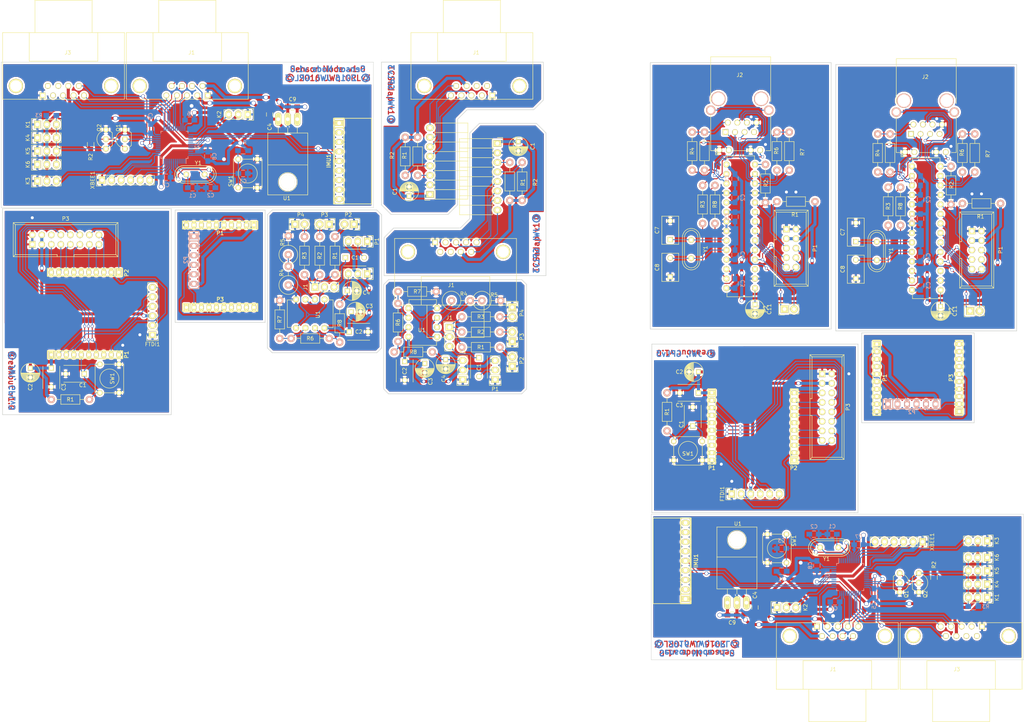
<source format=kicad_pcb>
(kicad_pcb (version 4) (host pcbnew 4.0.2+dfsg1-stable)
  (layers (0 F.Cu signal) (31 B.Cu signal) (34 B.Paste user) (35 F.Paste user) (36 B.SilkS user) (37 F.SilkS user) (38 B.Mask user) (39 F.Mask user) (44 Edge.Cuts user))
  (net 0 "")
  (net 1 +3V3)
  (net 2 GND)
  (net 3 "Net-(C7-Pad1)")
  (net 4 "Net-(C8-Pad2)")
  (net 5 /nRESET)
  (net 6 "Net-(C11-Pad1)")
  (net 7 "Net-(IC2-Pad14)")
  (net 8 "Net-(IC2-Pad26)")
  (net 9 "Net-(IC2-Pad27)")
  (net 10 "Net-(J2-Pad2)")
  (net 11 "Net-(J2-Pad5)")
  (net 12 "Net-(J2-PadYA)")
  (net 13 "Net-(J2-PadGA)")
  (net 14 "Net-(J2-Pad13)")
  (net 15 /TPIN-)
  (net 16 /TPIN+)
  (net 17 /TPOUT-)
  (net 18 /TPOUT+)
  (net 19 /SPI_SO)
  (net 20 /SPI_SI)
  (net 21 /SPI_SCK)
  (net 22 /SPI_nCS)
  (net 23 /nINT)
  (net 24 /nWOL)
  (net 25 "Net-(C1-Pad1)")
  (net 26 "Net-(C1-Pad2)")
  (net 27 "Net-(P2-Pad2)")
  (net 28 "Net-(P3-Pad2)")
  (net 29 "Net-(P4-Pad2)")
  (net 30 "Net-(J1-Pad1)")
  (net 31 "Net-(J1-Pad2)")
  (net 32 "Net-(C4-Pad1)")
  (net 33 "Net-(R4-Pad1)")
  (net 34 "Net-(R4-Pad2)")
  (net 35 "Net-(R6-Pad1)")
  (net 36 "Net-(R6-Pad2)")
  (net 37 "/Sensor Block/XTAL1")
  (net 38 "/Sensor Block/XTAL2")
  (net 39 "/Sensor Block/RESET")
  (net 40 +5V)
  (net 41 "/Sensor Block/SWDIO")
  (net 42 "/Sensor Block/USART1_RX")
  (net 43 "/Sensor Block/USART1_TX")
  (net 44 "/Sensor Block/BOOT0")
  (net 45 "/Sensor Block/BOOT1")
  (net 46 "/Sensor Block/SWCLK")
  (net 47 "/Sensor Block/LIGHT1_EN")
  (net 48 "/Sensor Block/LIGHT1_SEL2")
  (net 49 "/Sensor Block/LIGHT1_SEL3")
  (net 50 "/Sensor Block/LIGHT1_FREQ")
  (net 51 "/Sensor Block/USART To OneWire/ONEWIRE_BUS")
  (net 52 "/Sensor Block/DHT_BUS")
  (net 53 "/Sensor Block/NOISE_LEVEL")
  (net 54 "/Sensor Block/XBEE_RX")
  (net 55 "/Sensor Block/XBEE_TX")
  (net 56 "/Sensor Block/XBEE_RTS")
  (net 57 "/Sensor Block/XBEE_CTS")
  (net 58 "/Sensor Block/USART To OneWire/USART_TX")
  (net 59 "/Sensor Block/IMU_SDA")
  (net 60 "/Sensor Block/IMU_SCL")
  (net 61 "/Sensor Block/USART To OneWire/nUSART_TX")
  (net 62 /EN)
  (net 63 /S2)
  (net 64 /S3)
  (net 65 /OUT)
  (net 66 "Net-(R1-Pad1)")
  (net 67 "Net-(R2-Pad1)")
  (net 68 /RESET)
  (net 69 /CTS)
  (net 70 /TX)
  (net 71 /RX)
  (net 72 /DTR)
  (net 73 /DIO12)
  (net 74 /RSSIPWM_DIO10)
  (net 75 /DIO11)
  (net 76 /DIO4)
  (net 77 /ON)
  (net 78 /VREF)
  (net 79 /DIO5)
  (net 80 /AD3_DIO3)
  (net 81 /AD2_DIO2)
  (net 82 /AD1_DIO1)
  (net 83 /AD0_DIO0)
  (net 84 /XBEE_DOUT)
  (net 85 /XBEE_DIN)
  (net 86 /XBEE_RTS)
  (net 87 /XBEE_CTS)
  (module Capacitors_SMD:C_0805_HandSoldering (layer B.Cu) (at 257.478 53.942 270)
    (fp_text reference C5 (at 0 2.1 270) (layer B.SilkS) (effects (justify mirror)))
    (fp_text value 100n)
    (pad 1 smd rect (at -1.25 0 270) (size 1.5 1.25) (layers B.Cu B.Paste B.Mask) (net 1 +3V3))
    (pad 2 smd rect (at 1.25 0 270) (size 1.5 1.25) (layers B.Cu B.Paste B.Mask) (net 2 GND))
  )
  (module Capacitors_SMD:C_0805_HandSoldering (layer B.Cu) (at 257.478 71.722 90)
    (fp_text reference C3 (at 0 2.1 90) (layer B.SilkS) (effects (justify mirror)))
    (fp_text value 100n)
    (pad 1 smd rect (at -1.25 0 90) (size 1.5 1.25) (layers B.Cu B.Paste B.Mask) (net 1 +3V3))
    (pad 2 smd rect (at 1.25 0 90) (size 1.5 1.25) (layers B.Cu B.Paste B.Mask) (net 2 GND))
  )
  (module Capacitors_SMD:C_0805_HandSoldering (layer B.Cu) (at 257.478 48.842 90)
    (fp_text reference C2 (at 0 2.1 90) (layer B.SilkS) (effects (justify mirror)))
    (fp_text value 100n)
    (pad 1 smd rect (at -1.25 0 90) (size 1.5 1.25) (layers B.Cu B.Paste B.Mask) (net 1 +3V3))
    (pad 2 smd rect (at 1.25 0 90) (size 1.5 1.25) (layers B.Cu B.Paste B.Mask) (net 2 GND))
  )
  (module Capacitors_SMD:C_0805_HandSoldering (layer B.Cu) (at 257.478 43.802 270)
    (fp_text reference C1 (at 0 2.1 270) (layer B.SilkS) (effects (justify mirror)))
    (fp_text value 100n)
    (pad 1 smd rect (at -1.25 0 270) (size 1.5 1.25) (layers B.Cu B.Paste B.Mask) (net 1 +3V3))
    (pad 2 smd rect (at 1.25 0 270) (size 1.5 1.25) (layers B.Cu B.Paste B.Mask) (net 2 GND))
  )
  (module Capacitors_SMD:C_0805_HandSoldering (layer B.Cu) (at 257.478 64.082 90)
    (fp_text reference C4 (at 0 2.1 90) (layer B.SilkS) (effects (justify mirror)))
    (fp_text value 100n)
    (pad 1 smd rect (at -1.25 0 90) (size 1.5 1.25) (layers B.Cu B.Paste B.Mask) (net 1 +3V3))
    (pad 2 smd rect (at 1.25 0 90) (size 1.5 1.25) (layers B.Cu B.Paste B.Mask) (net 2 GND))
  )
  (module Crystals:Crystal_HC49-U_Vertical (layer F.Cu) (at 245.794 62.578 270)
    (fp_text reference Y1 (at 0 -3.81 270) (layer F.SilkS))
    (fp_text value Crystal)
    (pad 1 thru_hole circle (at -2.44094 0 270) (size 1.50114 1.50114) (drill 0.8001) (layers *.Cu *.Mask F.SilkS) (net 3 "Net-(C7-Pad1)"))
    (pad 2 thru_hole circle (at 2.44094 0 270) (size 1.50114 1.50114) (drill 0.8001) (layers *.Cu *.Mask F.SilkS) (net 4 "Net-(C8-Pad2)"))
  )
  (module Capacitors_ThroughHole:C_Disc_D7.5_P5 (layer F.Cu) (at 240.206 60.038 90)
    (fp_text reference C7 (at 2.5 -3.5 90) (layer F.SilkS))
    (fp_text value 56p)
    (pad 1 thru_hole rect (at 0 0 90) (size 1.4 1.4) (drill 0.9) (layers *.Cu *.Mask F.SilkS) (net 3 "Net-(C7-Pad1)"))
    (pad 2 thru_hole circle (at 5 0 90) (size 1.4 1.4) (drill 0.9) (layers *.Cu *.Mask F.SilkS) (net 2 GND))
  )
  (module Resistors_ThroughHole:Resistor_Horizontal_RM10mm (layer F.Cu) (at 252.144 45.56 270)
    (fp_text reference R8 (at 5.078999 0.04088 270) (layer F.SilkS))
    (fp_text value 120)
    (pad 1 thru_hole circle (at 0 0 270) (size 1.99898 1.99898) (drill 1.00076) (layers *.Cu *.SilkS *.Mask) (net 13 "Net-(J2-PadGA)"))
    (pad 2 thru_hole circle (at 10.16 0 270) (size 1.99898 1.99898) (drill 1.00076) (layers *.Cu *.SilkS *.Mask) (net 9 "Net-(IC2-Pad27)"))
  )
  (module Capacitors_ThroughHole:C_Disc_D7.5_P5 (layer F.Cu) (at 240.206 69.944 90)
    (fp_text reference C8 (at 2.5 -3.5 90) (layer F.SilkS))
    (fp_text value 56p)
    (pad 1 thru_hole rect (at 0 0 90) (size 1.4 1.4) (drill 0.9) (layers *.Cu *.Mask F.SilkS) (net 2 GND))
    (pad 2 thru_hole circle (at 5 0 90) (size 1.4 1.4) (drill 0.9) (layers *.Cu *.Mask F.SilkS) (net 4 "Net-(C8-Pad2)"))
  )
  (module Resistors_ThroughHole:Resistor_Horizontal_RM10mm (layer F.Cu) (at 248.842 45.56 270)
    (fp_text reference R3 (at 5.08 0 270) (layer F.SilkS))
    (fp_text value 120)
    (pad 1 thru_hole circle (at 0 0 270) (size 1.99898 1.99898) (drill 1.00076) (layers *.Cu *.SilkS *.Mask) (net 12 "Net-(J2-PadYA)"))
    (pad 2 thru_hole circle (at 10.16 0 270) (size 1.99898 1.99898) (drill 1.00076) (layers *.Cu *.SilkS *.Mask) (net 8 "Net-(IC2-Pad26)"))
  )
  (module Resistors_ThroughHole:Resistor_Horizontal_RM10mm (layer F.Cu) (at 249.35 31.336 270)
    (fp_text reference R5 (at 5.32892 -3.50012 270) (layer F.SilkS))
    (fp_text value 49.9)
    (pad 1 thru_hole circle (at 0 0 270) (size 1.99898 1.99898) (drill 1.00076) (layers *.Cu *.SilkS *.Mask) (net 10 "Net-(J2-Pad2)"))
    (pad 2 thru_hole circle (at 10.16 0 270) (size 1.99898 1.99898) (drill 1.00076) (layers *.Cu *.SilkS *.Mask) (net 17 /TPOUT-))
  )
  (module Resistors_ThroughHole:Resistor_Horizontal_RM10mm (layer F.Cu) (at 246.048 41.496 90)
    (fp_text reference R4 (at 5.08 0 90) (layer F.SilkS))
    (fp_text value 49.9)
    (pad 1 thru_hole circle (at 0 0 90) (size 1.99898 1.99898) (drill 1.00076) (layers *.Cu *.SilkS *.Mask) (net 18 /TPOUT+))
    (pad 2 thru_hole circle (at 10.16 0 90) (size 1.99898 1.99898) (drill 1.00076) (layers *.Cu *.SilkS *.Mask) (net 10 "Net-(J2-Pad2)"))
  )
  (module Resistors_ThroughHole:Resistor_Horizontal_RM10mm (layer F.Cu) (at 268.654 41.496 90)
    (fp_text reference R6 (at 5.186999 -0.14312 90) (layer F.SilkS))
    (fp_text value 49.9)
    (pad 1 thru_hole circle (at 0 0 90) (size 1.99898 1.99898) (drill 1.00076) (layers *.Cu *.SilkS *.Mask) (net 16 /TPIN+))
    (pad 2 thru_hole circle (at 10.16 0 90) (size 1.99898 1.99898) (drill 1.00076) (layers *.Cu *.SilkS *.Mask) (net 11 "Net-(J2-Pad5)"))
  )
  (module Resistors_ThroughHole:Resistor_Horizontal_RM10mm (layer F.Cu) (at 271.956 31.336 270)
    (fp_text reference R7 (at 5.32892 -3.50012 270) (layer F.SilkS))
    (fp_text value 49.9)
    (pad 1 thru_hole circle (at 0 0 270) (size 1.99898 1.99898) (drill 1.00076) (layers *.Cu *.SilkS *.Mask) (net 11 "Net-(J2-Pad5)"))
    (pad 2 thru_hole circle (at 10.16 0 270) (size 1.99898 1.99898) (drill 1.00076) (layers *.Cu *.SilkS *.Mask) (net 15 /TPIN-))
  )
  (module Connect:RJ45_TRANSFO (layer F.Cu) (at 254.938 31.336 180)
    (fp_text reference J2 (at -3.81 15.24 180) (layer F.SilkS))
    (fp_text value RJ45-TRANSFO)
    (pad Hole thru_hole circle (at 1.905 8.89 180) (size 3.85064 3.85064) (drill 3.302) (layers *.Cu *.SilkS *.Mask))
    (pad Hole thru_hole circle (at -9.525 8.89 180) (size 3.85064 3.85064) (drill 3.302) (layers *.Cu *.SilkS *.Mask))
    (pad 8 thru_hole circle (at -8.255 2.54 180) (size 1.524 1.524) (drill 1.016) (layers *.Cu *.Mask F.SilkS) (net 2 GND))
    (pad 7 thru_hole circle (at -7.62 0 180) (size 1.524 1.524) (drill 1.016) (layers *.Cu *.Mask F.SilkS))
    (pad 6 thru_hole circle (at -5.715 2.54 180) (size 1.524 1.524) (drill 1.016) (layers *.Cu *.Mask F.SilkS) (net 15 /TPIN-))
    (pad 5 thru_hole circle (at -5.08 0 180) (size 1.524 1.524) (drill 1.016) (layers *.Cu *.Mask F.SilkS) (net 11 "Net-(J2-Pad5)"))
    (pad 4 thru_hole circle (at -3.175 2.54 180) (size 1.524 1.524) (drill 1.016) (layers *.Cu *.Mask F.SilkS) (net 16 /TPIN+))
    (pad 3 thru_hole circle (at -2.54 0 180) (size 1.524 1.524) (drill 1.016) (layers *.Cu *.Mask F.SilkS) (net 17 /TPOUT-))
    (pad 2 thru_hole circle (at -0.635 2.54 180) (size 1.524 1.524) (drill 1.016) (layers *.Cu *.Mask F.SilkS) (net 10 "Net-(J2-Pad2)"))
    (pad 13 thru_hole circle (at 3.937 5.842 180) (size 2.54 2.54) (drill 1.778) (layers *.Cu *.SilkS *.Mask) (net 14 "Net-(J2-Pad13)"))
    (pad 13 thru_hole circle (at -11.557 5.842 180) (size 2.54 2.54) (drill 1.778) (layers *.Cu *.SilkS *.Mask) (net 14 "Net-(J2-Pad13)"))
    (pad YK thru_hole circle (at -6.731 -4.826 180) (size 1.524 1.524) (drill 1.016) (layers *.Cu *.Mask F.SilkS) (net 2 GND))
    (pad GA thru_hole circle (at -0.889 -4.826 180) (size 1.524 1.524) (drill 1.016) (layers *.Cu *.Mask F.SilkS) (net 13 "Net-(J2-PadGA)"))
    (pad YA thru_hole circle (at -9.271 -4.826 180) (size 1.524 1.524) (drill 1.016) (layers *.Cu *.Mask F.SilkS) (net 12 "Net-(J2-PadYA)"))
    (pad GK thru_hole circle (at 1.651 -4.826 180) (size 1.524 1.524) (drill 1.016) (layers *.Cu *.Mask F.SilkS) (net 2 GND))
    (pad 1 thru_hole rect (at 0 0 180) (size 1.524 1.524) (drill 1.016) (layers *.Cu *.Mask F.SilkS) (net 18 /TPOUT+))
  )
  (module Housings_DIP:DIP-28_W7.62mm (layer F.Cu) (at 262.812 72.992 180)
    (fp_text reference IC2 (at 0 -5.22 180) (layer F.SilkS))
    (fp_text value ENC28J60-I/SP)
    (pad 1 thru_hole oval (at 0 0 180) (size 1.6 1.6) (drill 0.8) (layers *.Cu *.Mask F.SilkS) (net 6 "Net-(C11-Pad1)"))
    (pad 2 thru_hole oval (at 0 2.54 180) (size 1.6 1.6) (drill 0.8) (layers *.Cu *.Mask F.SilkS) (net 2 GND))
    (pad 3 thru_hole oval (at 0 5.08 180) (size 1.6 1.6) (drill 0.8) (layers *.Cu *.Mask F.SilkS))
    (pad 4 thru_hole oval (at 0 7.62 180) (size 1.6 1.6) (drill 0.8) (layers *.Cu *.Mask F.SilkS) (net 23 /nINT))
    (pad 5 thru_hole oval (at 0 10.16 180) (size 1.6 1.6) (drill 0.8) (layers *.Cu *.Mask F.SilkS) (net 24 /nWOL))
    (pad 6 thru_hole oval (at 0 12.7 180) (size 1.6 1.6) (drill 0.8) (layers *.Cu *.Mask F.SilkS) (net 19 /SPI_SO))
    (pad 7 thru_hole oval (at 0 15.24 180) (size 1.6 1.6) (drill 0.8) (layers *.Cu *.Mask F.SilkS) (net 20 /SPI_SI))
    (pad 8 thru_hole oval (at 0 17.78 180) (size 1.6 1.6) (drill 0.8) (layers *.Cu *.Mask F.SilkS) (net 21 /SPI_SCK))
    (pad 9 thru_hole oval (at 0 20.32 180) (size 1.6 1.6) (drill 0.8) (layers *.Cu *.Mask F.SilkS) (net 22 /SPI_nCS))
    (pad 10 thru_hole oval (at 0 22.86 180) (size 1.6 1.6) (drill 0.8) (layers *.Cu *.Mask F.SilkS) (net 5 /nRESET))
    (pad 11 thru_hole oval (at 0 25.4 180) (size 1.6 1.6) (drill 0.8) (layers *.Cu *.Mask F.SilkS) (net 2 GND))
    (pad 12 thru_hole oval (at 0 27.94 180) (size 1.6 1.6) (drill 0.8) (layers *.Cu *.Mask F.SilkS) (net 15 /TPIN-))
    (pad 13 thru_hole oval (at 0 30.48 180) (size 1.6 1.6) (drill 0.8) (layers *.Cu *.Mask F.SilkS) (net 16 /TPIN+))
    (pad 14 thru_hole oval (at 0 33.02 180) (size 1.6 1.6) (drill 0.8) (layers *.Cu *.Mask F.SilkS) (net 7 "Net-(IC2-Pad14)"))
    (pad 15 thru_hole oval (at 7.62 33.02 180) (size 1.6 1.6) (drill 0.8) (layers *.Cu *.Mask F.SilkS) (net 1 +3V3))
    (pad 16 thru_hole oval (at 7.62 30.48 180) (size 1.6 1.6) (drill 0.8) (layers *.Cu *.Mask F.SilkS) (net 17 /TPOUT-))
    (pad 17 thru_hole oval (at 7.62 27.94 180) (size 1.6 1.6) (drill 0.8) (layers *.Cu *.Mask F.SilkS) (net 18 /TPOUT+))
    (pad 18 thru_hole oval (at 7.62 25.4 180) (size 1.6 1.6) (drill 0.8) (layers *.Cu *.Mask F.SilkS) (net 2 GND))
    (pad 19 thru_hole oval (at 7.62 22.86 180) (size 1.6 1.6) (drill 0.8) (layers *.Cu *.Mask F.SilkS) (net 1 +3V3))
    (pad 20 thru_hole oval (at 7.62 20.32 180) (size 1.6 1.6) (drill 0.8) (layers *.Cu *.Mask F.SilkS) (net 1 +3V3))
    (pad 21 thru_hole oval (at 7.62 17.78 180) (size 1.6 1.6) (drill 0.8) (layers *.Cu *.Mask F.SilkS) (net 2 GND))
    (pad 22 thru_hole oval (at 7.62 15.24 180) (size 1.6 1.6) (drill 0.8) (layers *.Cu *.Mask F.SilkS) (net 2 GND))
    (pad 23 thru_hole oval (at 7.62 12.7 180) (size 1.6 1.6) (drill 0.8) (layers *.Cu *.Mask F.SilkS) (net 3 "Net-(C7-Pad1)"))
    (pad 24 thru_hole oval (at 7.62 10.16 180) (size 1.6 1.6) (drill 0.8) (layers *.Cu *.Mask F.SilkS) (net 4 "Net-(C8-Pad2)"))
    (pad 25 thru_hole oval (at 7.62 7.62 180) (size 1.6 1.6) (drill 0.8) (layers *.Cu *.Mask F.SilkS) (net 1 +3V3))
    (pad 26 thru_hole oval (at 7.62 5.08 180) (size 1.6 1.6) (drill 0.8) (layers *.Cu *.Mask F.SilkS) (net 8 "Net-(IC2-Pad26)"))
    (pad 27 thru_hole oval (at 7.62 2.54 180) (size 1.6 1.6) (drill 0.8) (layers *.Cu *.Mask F.SilkS) (net 9 "Net-(IC2-Pad27)"))
    (pad 28 thru_hole oval (at 7.62 0 180) (size 1.6 1.6) (drill 0.8) (layers *.Cu *.Mask F.SilkS) (net 1 +3V3))
  )
  (module Connect:IDC_Header_Straight_10pins (layer F.Cu) (at 271.194 57.244 270)
    (fp_text reference P1 (at 5.08 -7.62 270) (layer F.SilkS))
    (fp_text value CONN_02X05)
    (pad 1 thru_hole rect (at 0 0 270) (size 1.7272 1.7272) (drill 1.016) (layers *.Cu *.Mask F.SilkS) (net 2 GND))
    (pad 2 thru_hole oval (at 0 -2.54 270) (size 1.7272 1.7272) (drill 1.016) (layers *.Cu *.Mask F.SilkS) (net 2 GND))
    (pad 3 thru_hole oval (at 2.54 0 270) (size 1.7272 1.7272) (drill 1.016) (layers *.Cu *.Mask F.SilkS) (net 1 +3V3))
    (pad 4 thru_hole oval (at 2.54 -2.54 270) (size 1.7272 1.7272) (drill 1.016) (layers *.Cu *.Mask F.SilkS) (net 1 +3V3))
    (pad 5 thru_hole oval (at 5.08 0 270) (size 1.7272 1.7272) (drill 1.016) (layers *.Cu *.Mask F.SilkS) (net 5 /nRESET))
    (pad 6 thru_hole oval (at 5.08 -2.54 270) (size 1.7272 1.7272) (drill 1.016) (layers *.Cu *.Mask F.SilkS) (net 19 /SPI_SO))
    (pad 7 thru_hole oval (at 7.62 0 270) (size 1.7272 1.7272) (drill 1.016) (layers *.Cu *.Mask F.SilkS) (net 23 /nINT))
    (pad 8 thru_hole oval (at 7.62 -2.54 270) (size 1.7272 1.7272) (drill 1.016) (layers *.Cu *.Mask F.SilkS) (net 20 /SPI_SI))
    (pad 9 thru_hole oval (at 10.16 0 270) (size 1.7272 1.7272) (drill 1.016) (layers *.Cu *.Mask F.SilkS) (net 22 /SPI_nCS))
    (pad 10 thru_hole oval (at 10.16 -2.54 270) (size 1.7272 1.7272) (drill 1.016) (layers *.Cu *.Mask F.SilkS) (net 21 /SPI_SCK))
  )
  (module Capacitors_ThroughHole:C_Radial_D5_L6_P2.5 (layer F.Cu) (at 262.812 77.35 270)
    (fp_text reference C11 (at 1.25 -3.8 270) (layer F.SilkS))
    (fp_text value 10u)
    (pad 1 thru_hole rect (at 0 0 270) (size 1.3 1.3) (drill 0.8) (layers *.Cu *.Mask F.SilkS) (net 6 "Net-(C11-Pad1)"))
    (pad 2 thru_hole circle (at 2.5 0 270) (size 1.3 1.3) (drill 0.8) (layers *.Cu *.Mask F.SilkS) (net 2 GND))
  )
  (module Pin_Headers:Pin_Header_Straight_1x02 (layer F.Cu) (at 270.686 78.58 90)
    (fp_text reference P2 (at 0 -5.1 90) (layer F.SilkS))
    (fp_text value CONN_01X02)
    (pad 1 thru_hole rect (at 0 0 90) (size 2.032 2.032) (drill 1.016) (layers *.Cu *.Mask F.SilkS) (net 24 /nWOL))
    (pad 2 thru_hole oval (at 0 2.54 90) (size 2.032 2.032) (drill 1.016) (layers *.Cu *.Mask F.SilkS) (net 23 /nINT))
  )
  (module Resistors_ThroughHole:Resistor_Horizontal_RM10mm (layer F.Cu) (at 278.814 49.878 180)
    (fp_text reference R1 (at 5.32892 -3.50012 180) (layer F.SilkS))
    (fp_text value 4.7k)
    (pad 1 thru_hole circle (at 0 0 180) (size 1.99898 1.99898) (drill 1.00076) (layers *.Cu *.SilkS *.Mask) (net 1 +3V3))
    (pad 2 thru_hole circle (at 10.16 0 180) (size 1.99898 1.99898) (drill 1.00076) (layers *.Cu *.SilkS *.Mask) (net 5 /nRESET))
  )
  (module Resistors_ThroughHole:Resistor_Horizontal_RM10mm (layer F.Cu) (at 265.606 39.972 270)
    (fp_text reference R2 (at 5.040999 -0.14312 270) (layer F.SilkS))
    (fp_text value 2.32k)
    (pad 1 thru_hole circle (at 0 0 270) (size 1.99898 1.99898) (drill 1.00076) (layers *.Cu *.SilkS *.Mask) (net 7 "Net-(IC2-Pad14)"))
    (pad 2 thru_hole circle (at 10.16 0 270) (size 1.99898 1.99898) (drill 1.00076) (layers *.Cu *.SilkS *.Mask) (net 2 GND))
  )
  (module Buttons_Switches_ThroughHole:SW_PUSH_SMALL (layer F.Cu) (at 195.434 115.932 180)
    (fp_text reference SW1 (at 0 -0.762 180) (layer F.SilkS))
    (fp_text value SW_PUSH)
    (pad 1 thru_hole circle (at 3.81 -2.54 180) (size 1.397 1.397) (drill 0.8128) (layers *.Cu *.Mask F.SilkS) (net 2 GND))
    (pad 2 thru_hole circle (at 3.81 2.54 180) (size 1.397 1.397) (drill 0.8128) (layers *.Cu *.Mask F.SilkS) (net 68 /RESET))
    (pad 1 thru_hole circle (at -3.81 -2.54 180) (size 1.397 1.397) (drill 0.8128) (layers *.Cu *.Mask F.SilkS) (net 2 GND))
    (pad 2 thru_hole circle (at -3.81 2.54 180) (size 1.397 1.397) (drill 0.8128) (layers *.Cu *.Mask F.SilkS) (net 68 /RESET))
  )
  (module Capacitors_ThroughHole:C_Radial_D5_L11_P2.5 (layer F.Cu) (at 198.228 94.85 180)
    (fp_text reference C2 (at 5.08 0 180) (layer F.SilkS))
    (fp_text value 1u)
    (pad 1 thru_hole rect (at 0 0 180) (size 1.3 1.3) (drill 0.8) (layers *.Cu *.Mask F.SilkS) (net 1 +3V3))
    (pad 2 thru_hole circle (at 2.5 0 180) (size 1.3 1.3) (drill 0.8) (layers *.Cu *.Mask F.SilkS) (net 2 GND))
  )
  (module Capacitors_ThroughHole:C_Disc_D6_P5 (layer F.Cu) (at 198.228 100.438 180)
    (fp_text reference C3 (at 5.08 -3.302 180) (layer F.SilkS))
    (fp_text value 8.2p)
    (pad 1 thru_hole rect (at 0 0 180) (size 1.4 1.4) (drill 0.9) (layers *.Cu *.Mask F.SilkS) (net 1 +3V3))
    (pad 2 thru_hole circle (at 5 0 180) (size 1.4 1.4) (drill 0.9) (layers *.Cu *.Mask F.SilkS) (net 2 GND))
  )
  (module Capacitors_ThroughHole:C_Disc_D6_P5 (layer F.Cu) (at 196.704 109.248 90)
    (fp_text reference C1 (at 0.428 -3.048 90) (layer F.SilkS))
    (fp_text value 220n)
    (pad 1 thru_hole rect (at 0 0 90) (size 1.4 1.4) (drill 0.9) (layers *.Cu *.Mask F.SilkS) (net 68 /RESET))
    (pad 2 thru_hole circle (at 5 0 90) (size 1.4 1.4) (drill 0.9) (layers *.Cu *.Mask F.SilkS) (net 2 GND))
  )
  (module Resistors_ThroughHole:Resistor_Horizontal_RM10mm (layer F.Cu) (at 189.846 100.438 270)
    (fp_text reference R1 (at 5.08 0 270) (layer F.SilkS))
    (fp_text value 4.7k)
    (pad 1 thru_hole circle (at 0 0 270) (size 1.99898 1.99898) (drill 1.00076) (layers *.Cu *.SilkS *.Mask) (net 1 +3V3))
    (pad 2 thru_hole circle (at 10.16 0 270) (size 1.99898 1.99898) (drill 1.00076) (layers *.Cu *.SilkS *.Mask) (net 68 /RESET))
  )
  (module Pin_Headers:Pin_Header_Straight_1x06 (layer F.Cu) (at 207.092 127.428 90)
    (fp_text reference FTDI1 (at 0 -2.514 90) (layer F.SilkS))
    (fp_text value CONN_01X06)
    (pad 1 thru_hole rect (at 0 0 90) (size 2.032 1.7272) (drill 1.016) (layers *.Cu *.Mask F.SilkS) (net 2 GND))
    (pad 2 thru_hole oval (at 0 2.54 90) (size 2.032 1.7272) (drill 1.016) (layers *.Cu *.Mask F.SilkS) (net 69 /CTS))
    (pad 3 thru_hole oval (at 0 5.08 90) (size 2.032 1.7272) (drill 1.016) (layers *.Cu *.Mask F.SilkS) (net 1 +3V3))
    (pad 4 thru_hole oval (at 0 7.62 90) (size 2.032 1.7272) (drill 1.016) (layers *.Cu *.Mask F.SilkS) (net 70 /TX))
    (pad 5 thru_hole oval (at 0 10.16 90) (size 2.032 1.7272) (drill 1.016) (layers *.Cu *.Mask F.SilkS) (net 71 /RX))
    (pad 6 thru_hole oval (at 0 12.7 90) (size 2.032 1.7272) (drill 1.016) (layers *.Cu *.Mask F.SilkS) (net 72 /DTR))
  )
  (module Connect:IDC_Header_Straight_16pins (layer F.Cu) (at 231.248 95.358 270)
    (fp_text reference P3 (at 8.89 -6.858 270) (layer F.SilkS))
    (fp_text value CONN_02X08)
    (pad 1 thru_hole rect (at 0 0 270) (size 1.7272 1.7272) (drill 1.016) (layers *.Cu *.Mask F.SilkS) (net 2 GND))
    (pad 2 thru_hole oval (at 0 -2.54 270) (size 1.7272 1.7272) (drill 1.016) (layers *.Cu *.Mask F.SilkS) (net 2 GND))
    (pad 3 thru_hole oval (at 2.54 0 270) (size 1.7272 1.7272) (drill 1.016) (layers *.Cu *.Mask F.SilkS) (net 1 +3V3))
    (pad 4 thru_hole oval (at 2.54 -2.54 270) (size 1.7272 1.7272) (drill 1.016) (layers *.Cu *.Mask F.SilkS) (net 1 +3V3))
    (pad 5 thru_hole oval (at 5.08 0 270) (size 1.7272 1.7272) (drill 1.016) (layers *.Cu *.Mask F.SilkS) (net 83 /AD0_DIO0))
    (pad 6 thru_hole oval (at 5.08 -2.54 270) (size 1.7272 1.7272) (drill 1.016) (layers *.Cu *.Mask F.SilkS))
    (pad 7 thru_hole oval (at 7.62 0 270) (size 1.7272 1.7272) (drill 1.016) (layers *.Cu *.Mask F.SilkS) (net 82 /AD1_DIO1))
    (pad 8 thru_hole oval (at 7.62 -2.54 270) (size 1.7272 1.7272) (drill 1.016) (layers *.Cu *.Mask F.SilkS) (net 75 /DIO11))
    (pad 9 thru_hole oval (at 10.16 0 270) (size 1.7272 1.7272) (drill 1.016) (layers *.Cu *.Mask F.SilkS) (net 81 /AD2_DIO2))
    (pad 10 thru_hole oval (at 10.16 -2.54 270) (size 1.7272 1.7272) (drill 1.016) (layers *.Cu *.Mask F.SilkS) (net 74 /RSSIPWM_DIO10))
    (pad 11 thru_hole oval (at 12.7 0 270) (size 1.7272 1.7272) (drill 1.016) (layers *.Cu *.Mask F.SilkS) (net 80 /AD3_DIO3))
    (pad 12 thru_hole oval (at 12.7 -2.54 270) (size 1.7272 1.7272) (drill 1.016) (layers *.Cu *.Mask F.SilkS) (net 73 /DIO12))
    (pad 13 thru_hole oval (at 15.24 0 270) (size 1.7272 1.7272) (drill 1.016) (layers *.Cu *.Mask F.SilkS) (net 79 /DIO5))
    (pad 14 thru_hole oval (at 15.24 -2.54 270) (size 1.7272 1.7272) (drill 1.016) (layers *.Cu *.Mask F.SilkS) (net 76 /DIO4))
    (pad 15 thru_hole oval (at 17.78 0 270) (size 1.7272 1.7272) (drill 1.016) (layers *.Cu *.Mask F.SilkS) (net 78 /VREF))
    (pad 16 thru_hole oval (at 17.78 -2.54 270) (size 1.7272 1.7272) (drill 1.016) (layers *.Cu *.Mask F.SilkS) (net 77 /ON))
  )
  (module w_pin_strip:pin_socket_2mm_10 (layer F.Cu) (at 223.792 109.428 90)
    (fp_text reference P2 (at -11.076 -0.164 180) (layer F.SilkS) (effects (font (size 1.016 1.016) (thickness 0.2032))))
    (fp_text value CONN_01X10 hide)
    (pad 1 thru_hole rect (at -9 0 90) (size 1.3 1.8) (drill 0.8) (layers *.Cu *.Mask F.SilkS) (net 76 /DIO4))
    (pad 2 thru_hole oval (at -7 0 90) (size 1.3 1.8) (drill 0.8) (layers *.Cu *.Mask F.SilkS) (net 69 /CTS))
    (pad 3 thru_hole oval (at -5 0 90) (size 1.3 1.8) (drill 0.8) (layers *.Cu *.Mask F.SilkS) (net 77 /ON))
    (pad 4 thru_hole oval (at -3 0 90) (size 1.3 1.8) (drill 0.8) (layers *.Cu *.Mask F.SilkS) (net 78 /VREF))
    (pad 5 thru_hole oval (at -1 0 90) (size 1.3 1.8) (drill 0.8) (layers *.Cu *.Mask F.SilkS) (net 79 /DIO5))
    (pad 6 thru_hole oval (at 1 0 90) (size 1.3 1.8) (drill 0.8) (layers *.Cu *.Mask F.SilkS))
    (pad 7 thru_hole oval (at 3 0 90) (size 1.3 1.8) (drill 0.8) (layers *.Cu *.Mask F.SilkS) (net 80 /AD3_DIO3))
    (pad 8 thru_hole oval (at 5 0 90) (size 1.3 1.8) (drill 0.8) (layers *.Cu *.Mask F.SilkS) (net 81 /AD2_DIO2))
    (pad 9 thru_hole oval (at 7 0 90) (size 1.3 1.8) (drill 0.8) (layers *.Cu *.Mask F.SilkS) (net 82 /AD1_DIO1))
    (pad 10 thru_hole oval (at 9 0 90) (size 1.3 1.8) (drill 0.8) (layers *.Cu *.Mask F.SilkS) (net 83 /AD0_DIO0))
  )
  (module w_pin_strip:pin_socket_2mm_10 (layer F.Cu) (at 201.792 109.428 270)
    (fp_text reference P1 (at 11.076 0.008 540) (layer F.SilkS) (effects (font (size 1.016 1.016) (thickness 0.2032))))
    (fp_text value CONN_01X10 hide)
    (pad 1 thru_hole rect (at -9 0 270) (size 1.3 1.8) (drill 0.8) (layers *.Cu *.Mask F.SilkS) (net 1 +3V3))
    (pad 2 thru_hole oval (at -7 0 270) (size 1.3 1.8) (drill 0.8) (layers *.Cu *.Mask F.SilkS) (net 71 /RX))
    (pad 3 thru_hole oval (at -5 0 270) (size 1.3 1.8) (drill 0.8) (layers *.Cu *.Mask F.SilkS) (net 70 /TX))
    (pad 4 thru_hole oval (at -3 0 270) (size 1.3 1.8) (drill 0.8) (layers *.Cu *.Mask F.SilkS) (net 73 /DIO12))
    (pad 5 thru_hole oval (at -1 0 270) (size 1.3 1.8) (drill 0.8) (layers *.Cu *.Mask F.SilkS) (net 68 /RESET))
    (pad 6 thru_hole oval (at 1 0 270) (size 1.3 1.8) (drill 0.8) (layers *.Cu *.Mask F.SilkS) (net 74 /RSSIPWM_DIO10))
    (pad 7 thru_hole oval (at 3 0 270) (size 1.3 1.8) (drill 0.8) (layers *.Cu *.Mask F.SilkS) (net 75 /DIO11))
    (pad 8 thru_hole oval (at 5 0 270) (size 1.3 1.8) (drill 0.8) (layers *.Cu *.Mask F.SilkS))
    (pad 9 thru_hole oval (at 7 0 270) (size 1.3 1.8) (drill 0.8) (layers *.Cu *.Mask F.SilkS) (net 72 /DTR))
    (pad 10 thru_hole oval (at 9 0 270) (size 1.3 1.8) (drill 0.8) (layers *.Cu *.Mask F.SilkS) (net 2 GND))
  )
  (module w_pin_strip:pin_socket_6 (layer B.Cu) (at 63.63 64.988 270)
    (fp_text reference P2 (at 0 2.159 270) (layer B.SilkS) (effects (font (size 1.016 1.016) (thickness 0.2032)) (justify mirror)))
    (fp_text value CONN_01X06 hide)
    (pad 1 thru_hole rect (at -6.35 0 270) (size 1.524 2.19964) (drill 1.00076) (layers *.Cu *.Mask B.SilkS) (net 2 GND))
    (pad 2 thru_hole oval (at -3.81 0 270) (size 1.524 2.19964) (drill 1.00076) (layers *.Cu *.Mask B.SilkS) (net 84 /XBEE_DOUT))
    (pad 3 thru_hole oval (at -1.27 0 270) (size 1.524 2.19964) (drill 1.00076) (layers *.Cu *.Mask B.SilkS) (net 85 /XBEE_DIN))
    (pad 4 thru_hole oval (at 1.27 0 270) (size 1.524 2.19964) (drill 1.00076) (layers *.Cu *.Mask B.SilkS) (net 86 /XBEE_RTS))
    (pad 5 thru_hole oval (at 3.81 0 270) (size 1.524 2.19964) (drill 1.00076) (layers *.Cu *.Mask B.SilkS) (net 87 /XBEE_CTS))
    (pad 6 thru_hole oval (at 6.35 0 270) (size 1.524 2.19964) (drill 1.00076) (layers *.Cu *.Mask B.SilkS) (net 1 +3V3))
  )
  (module w_pin_strip:pin_socket_2mm_10 (layer F.Cu) (at 70.63 77.638)
    (fp_text reference P3 (at 0 -2.159) (layer F.SilkS) (effects (font (size 1.016 1.016) (thickness 0.2032))))
    (fp_text value CONN_01X10 hide)
    (pad 1 thru_hole rect (at -9 0) (size 1.3 1.8) (drill 0.8) (layers *.Cu *.Mask F.SilkS))
    (pad 2 thru_hole oval (at -7 0) (size 1.3 1.8) (drill 0.8) (layers *.Cu *.Mask F.SilkS) (net 87 /XBEE_CTS))
    (pad 3 thru_hole oval (at -5 0) (size 1.3 1.8) (drill 0.8) (layers *.Cu *.Mask F.SilkS))
    (pad 4 thru_hole oval (at -3 0) (size 1.3 1.8) (drill 0.8) (layers *.Cu *.Mask F.SilkS) (net 2 GND))
    (pad 5 thru_hole oval (at -1 0) (size 1.3 1.8) (drill 0.8) (layers *.Cu *.Mask F.SilkS))
    (pad 6 thru_hole oval (at 1 0) (size 1.3 1.8) (drill 0.8) (layers *.Cu *.Mask F.SilkS) (net 86 /XBEE_RTS))
    (pad 7 thru_hole oval (at 3 0) (size 1.3 1.8) (drill 0.8) (layers *.Cu *.Mask F.SilkS))
    (pad 8 thru_hole oval (at 5 0) (size 1.3 1.8) (drill 0.8) (layers *.Cu *.Mask F.SilkS))
    (pad 9 thru_hole oval (at 7 0) (size 1.3 1.8) (drill 0.8) (layers *.Cu *.Mask F.SilkS))
    (pad 10 thru_hole oval (at 9 0) (size 1.3 1.8) (drill 0.8) (layers *.Cu *.Mask F.SilkS))
  )
  (module w_pin_strip:pin_socket_2mm_10 (layer F.Cu) (at 70.63 55.638 180)
    (fp_text reference P1 (at 0 -2.159 180) (layer F.SilkS) (effects (font (size 1.016 1.016) (thickness 0.2032))))
    (fp_text value CONN_01X10 hide)
    (pad 1 thru_hole rect (at -9 0 180) (size 1.3 1.8) (drill 0.8) (layers *.Cu *.Mask F.SilkS) (net 1 +3V3))
    (pad 2 thru_hole oval (at -7 0 180) (size 1.3 1.8) (drill 0.8) (layers *.Cu *.Mask F.SilkS) (net 84 /XBEE_DOUT))
    (pad 3 thru_hole oval (at -5 0 180) (size 1.3 1.8) (drill 0.8) (layers *.Cu *.Mask F.SilkS) (net 85 /XBEE_DIN))
    (pad 4 thru_hole oval (at -3 0 180) (size 1.3 1.8) (drill 0.8) (layers *.Cu *.Mask F.SilkS))
    (pad 5 thru_hole oval (at -1 0 180) (size 1.3 1.8) (drill 0.8) (layers *.Cu *.Mask F.SilkS))
    (pad 6 thru_hole oval (at 1 0 180) (size 1.3 1.8) (drill 0.8) (layers *.Cu *.Mask F.SilkS))
    (pad 7 thru_hole oval (at 3 0 180) (size 1.3 1.8) (drill 0.8) (layers *.Cu *.Mask F.SilkS))
    (pad 8 thru_hole oval (at 5 0 180) (size 1.3 1.8) (drill 0.8) (layers *.Cu *.Mask F.SilkS))
    (pad 9 thru_hole oval (at 7 0 180) (size 1.3 1.8) (drill 0.8) (layers *.Cu *.Mask F.SilkS))
    (pad 10 thru_hole oval (at 9 0 180) (size 1.3 1.8) (drill 0.8) (layers *.Cu *.Mask F.SilkS) (net 2 GND))
  )
  (module Resistors_ThroughHole:Resistor_Horizontal_RM10mm (layer F.Cu) (at 118.11 73.406)
    (fp_text reference R7 (at 5.08 0) (layer F.SilkS))
    (fp_text value R)
    (pad 1 thru_hole circle (at 0 0) (size 1.99898 1.99898) (drill 1.00076) (layers *.Cu *.SilkS *.Mask) (net 36 "Net-(R6-Pad2)"))
    (pad 2 thru_hole circle (at 10.16 0) (size 1.99898 1.99898) (drill 1.00076) (layers *.Cu *.SilkS *.Mask) (net 2 GND))
  )
  (module Resistors_ThroughHole:Resistor_Horizontal_RM10mm (layer F.Cu) (at 127.226 89.53 180)
    (fp_text reference R8 (at 5.08 0 180) (layer F.SilkS))
    (fp_text value R)
    (pad 1 thru_hole circle (at 0 0 180) (size 1.99898 1.99898) (drill 1.00076) (layers *.Cu *.SilkS *.Mask) (net 32 "Net-(C4-Pad1)"))
    (pad 2 thru_hole circle (at 10.16 0 180) (size 1.99898 1.99898) (drill 1.00076) (layers *.Cu *.SilkS *.Mask) (net 35 "Net-(R6-Pad1)"))
  )
  (module Resistors_ThroughHole:Resistor_Vertical_RM5mm (layer F.Cu) (at 134.846 75.814)
    (fp_text reference R4 (at 0.762 -1.778) (layer F.SilkS))
    (fp_text value R)
    (pad 1 thru_hole circle (at -2.49936 0) (size 1.99898 1.99898) (drill 1.00076) (layers *.Cu *.SilkS *.Mask) (net 33 "Net-(R4-Pad1)"))
    (pad 2 thru_hole circle (at 2.5019 0) (size 1.99898 1.99898) (drill 1.00076) (layers *.Cu *.SilkS *.Mask) (net 34 "Net-(R4-Pad2)"))
  )
  (module Capacitors_ThroughHole:C_Radial_D5_L11_P2.5 (layer F.Cu) (at 125.194 92.578 270)
    (fp_text reference C3 (at 4.826 -1.524 270) (layer F.SilkS))
    (fp_text value CP)
    (pad 1 thru_hole rect (at 0 0 270) (size 1.3 1.3) (drill 0.8) (layers *.Cu *.Mask F.SilkS) (net 1 +3V3))
    (pad 2 thru_hole circle (at 2.5 0 270) (size 1.3 1.3) (drill 0.8) (layers *.Cu *.Mask F.SilkS) (net 2 GND))
  )
  (module Capacitors_ThroughHole:C_Disc_D6_P5 (layer F.Cu) (at 119.86 92.07 270)
    (fp_text reference C2 (at 2.54 0 270) (layer F.SilkS))
    (fp_text value C)
    (pad 1 thru_hole rect (at 0 0 270) (size 1.4 1.4) (drill 0.9) (layers *.Cu *.Mask F.SilkS) (net 1 +3V3))
    (pad 2 thru_hole circle (at 5 0 270) (size 1.4 1.4) (drill 0.9) (layers *.Cu *.Mask F.SilkS) (net 2 GND))
  )
  (module Capacitors_ThroughHole:C_Radial_D5_L11_P2.5 (layer F.Cu) (at 130.782 91.562 270)
    (fp_text reference C4 (at 5.08 0.508 270) (layer F.SilkS))
    (fp_text value CP)
    (pad 1 thru_hole rect (at 0 0 270) (size 1.3 1.3) (drill 0.8) (layers *.Cu *.Mask F.SilkS) (net 32 "Net-(C4-Pad1)"))
    (pad 2 thru_hole circle (at 2.5 0 270) (size 1.3 1.3) (drill 0.8) (layers *.Cu *.Mask F.SilkS) (net 2 GND))
  )
  (module Pin_Headers:Pin_Header_Straight_1x03 (layer F.Cu) (at 135.354 96.896 180)
    (fp_text reference K1 (at 0 7.493 180) (layer F.SilkS))
    (fp_text value XLR3)
    (pad 1 thru_hole rect (at 0 0 180) (size 2.032 1.7272) (drill 1.016) (layers *.Cu *.Mask F.SilkS) (net 2 GND))
    (pad 2 thru_hole oval (at 0 2.54 180) (size 2.032 1.7272) (drill 1.016) (layers *.Cu *.Mask F.SilkS) (net 1 +3V3))
    (pad 3 thru_hole oval (at 0 5.08 180) (size 2.032 1.7272) (drill 1.016) (layers *.Cu *.Mask F.SilkS) (net 32 "Net-(C4-Pad1)"))
  )
  (module Pin_Headers:Pin_Header_Straight_1x02 (layer F.Cu) (at 148.562 77.592)
    (fp_text reference P4 (at 2.54 1.524 90) (layer F.SilkS))
    (fp_text value PIEZO)
    (pad 1 thru_hole rect (at 0 0) (size 2.032 2.032) (drill 1.016) (layers *.Cu *.Mask F.SilkS) (net 2 GND))
    (pad 2 thru_hole oval (at 0 2.54) (size 2.032 2.032) (drill 1.016) (layers *.Cu *.Mask F.SilkS) (net 29 "Net-(P4-Pad2)"))
  )
  (module Pin_Headers:Pin_Header_Straight_1x03 (layer F.Cu) (at 143.99 96.896 180)
    (fp_text reference P1 (at 0 -2.54 180) (layer F.SilkS))
    (fp_text value MIC)
    (pad 1 thru_hole rect (at 0 0 180) (size 2.032 1.7272) (drill 1.016) (layers *.Cu *.Mask F.SilkS) (net 2 GND))
    (pad 2 thru_hole oval (at 0 2.54 180) (size 2.032 1.7272) (drill 1.016) (layers *.Cu *.Mask F.SilkS) (net 26 "Net-(C1-Pad2)"))
    (pad 3 thru_hole oval (at 0 5.08 180) (size 2.032 1.7272) (drill 1.016) (layers *.Cu *.Mask F.SilkS) (net 1 +3V3))
  )
  (module Resistors_ThroughHole:Resistor_Horizontal_RM10mm (layer F.Cu) (at 145.26 84.196 180)
    (fp_text reference R2 (at 5.08 0 180) (layer F.SilkS))
    (fp_text value 10k)
    (pad 1 thru_hole circle (at 0 0 180) (size 1.99898 1.99898) (drill 1.00076) (layers *.Cu *.SilkS *.Mask) (net 28 "Net-(P3-Pad2)"))
    (pad 2 thru_hole circle (at 10.16 0 180) (size 1.99898 1.99898) (drill 1.00076) (layers *.Cu *.SilkS *.Mask) (net 30 "Net-(J1-Pad1)"))
  )
  (module Resistors_ThroughHole:Resistor_Horizontal_RM10mm (layer F.Cu) (at 145.26 88.26 180)
    (fp_text reference R1 (at 5.08 0 180) (layer F.SilkS))
    (fp_text value 10k)
    (pad 1 thru_hole circle (at 0 0 180) (size 1.99898 1.99898) (drill 1.00076) (layers *.Cu *.SilkS *.Mask) (net 27 "Net-(P2-Pad2)"))
    (pad 2 thru_hole circle (at 10.16 0 180) (size 1.99898 1.99898) (drill 1.00076) (layers *.Cu *.SilkS *.Mask) (net 30 "Net-(J1-Pad1)"))
  )
  (module Pin_Headers:Pin_Header_Straight_1x02 (layer F.Cu) (at 148.562 86.736 180)
    (fp_text reference P3 (at -2.54 1.27 450) (layer F.SilkS))
    (fp_text value PIEZO)
    (pad 1 thru_hole rect (at 0 0 180) (size 2.032 2.032) (drill 1.016) (layers *.Cu *.Mask F.SilkS) (net 2 GND))
    (pad 2 thru_hole oval (at 0 2.54 180) (size 2.032 2.032) (drill 1.016) (layers *.Cu *.Mask F.SilkS) (net 28 "Net-(P3-Pad2)"))
  )
  (module Pin_Headers:Pin_Header_Straight_1x02 (layer F.Cu) (at 148.562 93.34 180)
    (fp_text reference P2 (at -2.54 1.524 270) (layer F.SilkS))
    (fp_text value PIEZO)
    (pad 1 thru_hole rect (at 0 0 180) (size 2.032 2.032) (drill 1.016) (layers *.Cu *.Mask F.SilkS) (net 2 GND))
    (pad 2 thru_hole oval (at 0 2.54 180) (size 2.032 2.032) (drill 1.016) (layers *.Cu *.Mask F.SilkS) (net 27 "Net-(P2-Pad2)"))
  )
  (module Capacitors_ThroughHole:C_Disc_D6_P5 (layer F.Cu) (at 139.672 91.054 270)
    (fp_text reference C1 (at 2.54 0 270) (layer F.SilkS))
    (fp_text value C)
    (pad 1 thru_hole rect (at 0 0 270) (size 1.4 1.4) (drill 0.9) (layers *.Cu *.Mask F.SilkS) (net 25 "Net-(C1-Pad1)"))
    (pad 2 thru_hole circle (at 5 0 270) (size 1.4 1.4) (drill 0.9) (layers *.Cu *.Mask F.SilkS) (net 26 "Net-(C1-Pad2)"))
  )
  (module Pin_Headers:Pin_Header_Straight_1x03 (layer F.Cu) (at 131.798 82.926)
    (fp_text reference J1 (at 0 -2.54) (layer F.SilkS))
    (fp_text value INSELECT)
    (pad 1 thru_hole rect (at 0 0) (size 2.032 1.7272) (drill 1.016) (layers *.Cu *.Mask F.SilkS) (net 30 "Net-(J1-Pad1)"))
    (pad 2 thru_hole oval (at 0 2.54) (size 2.032 1.7272) (drill 1.016) (layers *.Cu *.Mask F.SilkS) (net 31 "Net-(J1-Pad2)"))
    (pad 3 thru_hole oval (at 0 5.08) (size 2.032 1.7272) (drill 1.016) (layers *.Cu *.Mask F.SilkS) (net 25 "Net-(C1-Pad1)"))
  )
  (module Resistors_ThroughHole:Resistor_Horizontal_RM10mm (layer F.Cu) (at 145.26 80.132 180)
    (fp_text reference R3 (at 5.08 0 180) (layer F.SilkS))
    (fp_text value 10k)
    (pad 1 thru_hole circle (at 0 0 180) (size 1.99898 1.99898) (drill 1.00076) (layers *.Cu *.SilkS *.Mask) (net 29 "Net-(P4-Pad2)"))
    (pad 2 thru_hole circle (at 10.16 0 180) (size 1.99898 1.99898) (drill 1.00076) (layers *.Cu *.SilkS *.Mask) (net 30 "Net-(J1-Pad1)"))
  )
  (module Resistors_ThroughHole:Resistor_Vertical_RM5mm (layer F.Cu) (at 142.96136 75.819)
    (fp_text reference R5 (at 0.762 -1.524) (layer F.SilkS))
    (fp_text value R)
    (pad 1 thru_hole circle (at -2.49936 0) (size 1.99898 1.99898) (drill 1.00076) (layers *.Cu *.SilkS *.Mask) (net 34 "Net-(R4-Pad2)"))
    (pad 2 thru_hole circle (at 2.5019 0) (size 1.99898 1.99898) (drill 1.00076) (layers *.Cu *.SilkS *.Mask) (net 2 GND))
  )
  (module Housings_DIP:DIP-8_W7.62mm (layer F.Cu) (at 128.496 85.466 180)
    (fp_text reference U1 (at 4.064 1.778 180) (layer F.SilkS))
    (fp_text value MCP6002)
    (pad 1 thru_hole oval (at 0 0 180) (size 1.6 1.6) (drill 0.8) (layers *.Cu *.Mask F.SilkS) (net 33 "Net-(R4-Pad1)"))
    (pad 2 thru_hole oval (at 0 2.54 180) (size 1.6 1.6) (drill 0.8) (layers *.Cu *.Mask F.SilkS) (net 34 "Net-(R4-Pad2)"))
    (pad 3 thru_hole oval (at 0 5.08 180) (size 1.6 1.6) (drill 0.8) (layers *.Cu *.Mask F.SilkS) (net 31 "Net-(J1-Pad2)"))
    (pad 4 thru_hole oval (at 0 7.62 180) (size 1.6 1.6) (drill 0.8) (layers *.Cu *.Mask F.SilkS) (net 2 GND))
    (pad 5 thru_hole oval (at 7.62 7.62 180) (size 1.6 1.6) (drill 0.8) (layers *.Cu *.Mask F.SilkS) (net 33 "Net-(R4-Pad1)"))
    (pad 6 thru_hole oval (at 7.62 5.08 180) (size 1.6 1.6) (drill 0.8) (layers *.Cu *.Mask F.SilkS) (net 36 "Net-(R6-Pad2)"))
    (pad 7 thru_hole oval (at 7.62 2.54 180) (size 1.6 1.6) (drill 0.8) (layers *.Cu *.Mask F.SilkS) (net 35 "Net-(R6-Pad1)"))
    (pad 8 thru_hole oval (at 7.62 0 180) (size 1.6 1.6) (drill 0.8) (layers *.Cu *.Mask F.SilkS) (net 1 +3V3))
  )
  (module Resistors_ThroughHole:Resistor_Horizontal_RM10mm (layer F.Cu) (at 118.082 86.736 90)
    (fp_text reference R6 (at 5.08 0 90) (layer F.SilkS))
    (fp_text value R)
    (pad 1 thru_hole circle (at 0 0 90) (size 1.99898 1.99898) (drill 1.00076) (layers *.Cu *.SilkS *.Mask) (net 35 "Net-(R6-Pad1)"))
    (pad 2 thru_hole circle (at 10.16 0 90) (size 1.99898 1.99898) (drill 1.00076) (layers *.Cu *.SilkS *.Mask) (net 36 "Net-(R6-Pad2)"))
  )
  (module Capacitors_SMD:C_0805_HandSoldering (layer B.Cu) (at 234.65 156.21)
    (fp_text reference C6 (at -0.254 1.778) (layer B.SilkS) (effects (justify mirror)))
    (fp_text value 100n)
    (pad 1 smd rect (at -1.25 0) (size 1.5 1.25) (layers B.Cu B.Paste B.Mask) (net 1 +3V3))
    (pad 2 smd rect (at 1.25 0) (size 1.5 1.25) (layers B.Cu B.Paste B.Mask) (net 2 GND))
  )
  (module Housings_QFP:LQFP-48_7x7mm_Pitch0.5mm (layer B.Cu) (at 238.714 149.606 270)
    (fp_text reference U2 (at 0 6 270) (layer B.SilkS) (effects (justify mirror)))
    (fp_text value STM32F103CB)
    (pad 1 smd rect (at -4.35 2.75 270) (size 1.3 0.25) (layers B.Cu B.Paste B.Mask))
    (pad 2 smd rect (at -4.35 2.25 270) (size 1.3 0.25) (layers B.Cu B.Paste B.Mask))
    (pad 3 smd rect (at -4.35 1.75 270) (size 1.3 0.25) (layers B.Cu B.Paste B.Mask))
    (pad 4 smd rect (at -4.35 1.25 270) (size 1.3 0.25) (layers B.Cu B.Paste B.Mask))
    (pad 5 smd rect (at -4.35 0.75 270) (size 1.3 0.25) (layers B.Cu B.Paste B.Mask) (net 38 "/Sensor Block/XTAL2"))
    (pad 6 smd rect (at -4.35 0.25 270) (size 1.3 0.25) (layers B.Cu B.Paste B.Mask) (net 37 "/Sensor Block/XTAL1"))
    (pad 7 smd rect (at -4.35 -0.25 270) (size 1.3 0.25) (layers B.Cu B.Paste B.Mask) (net 39 "/Sensor Block/RESET"))
    (pad 8 smd rect (at -4.35 -0.75 270) (size 1.3 0.25) (layers B.Cu B.Paste B.Mask) (net 2 GND))
    (pad 9 smd rect (at -4.35 -1.25 270) (size 1.3 0.25) (layers B.Cu B.Paste B.Mask) (net 1 +3V3))
    (pad 10 smd rect (at -4.35 -1.75 270) (size 1.3 0.25) (layers B.Cu B.Paste B.Mask) (net 57 "/Sensor Block/XBEE_CTS"))
    (pad 11 smd rect (at -4.35 -2.25 270) (size 1.3 0.25) (layers B.Cu B.Paste B.Mask) (net 56 "/Sensor Block/XBEE_RTS"))
    (pad 12 smd rect (at -4.35 -2.75 270) (size 1.3 0.25) (layers B.Cu B.Paste B.Mask) (net 55 "/Sensor Block/XBEE_TX"))
    (pad 13 smd rect (at -2.75 -4.35 180) (size 1.3 0.25) (layers B.Cu B.Paste B.Mask) (net 54 "/Sensor Block/XBEE_RX"))
    (pad 14 smd rect (at -2.25 -4.35 180) (size 1.3 0.25) (layers B.Cu B.Paste B.Mask) (net 53 "/Sensor Block/NOISE_LEVEL"))
    (pad 15 smd rect (at -1.75 -4.35 180) (size 1.3 0.25) (layers B.Cu B.Paste B.Mask))
    (pad 16 smd rect (at -1.25 -4.35 180) (size 1.3 0.25) (layers B.Cu B.Paste B.Mask) (net 50 "/Sensor Block/LIGHT1_FREQ"))
    (pad 17 smd rect (at -0.75 -4.35 180) (size 1.3 0.25) (layers B.Cu B.Paste B.Mask))
    (pad 18 smd rect (at -0.25 -4.35 180) (size 1.3 0.25) (layers B.Cu B.Paste B.Mask))
    (pad 19 smd rect (at 0.25 -4.35 180) (size 1.3 0.25) (layers B.Cu B.Paste B.Mask))
    (pad 20 smd rect (at 0.75 -4.35 180) (size 1.3 0.25) (layers B.Cu B.Paste B.Mask) (net 45 "/Sensor Block/BOOT1"))
    (pad 21 smd rect (at 1.25 -4.35 180) (size 1.3 0.25) (layers B.Cu B.Paste B.Mask) (net 58 "/Sensor Block/USART To OneWire/USART_TX"))
    (pad 22 smd rect (at 1.75 -4.35 180) (size 1.3 0.25) (layers B.Cu B.Paste B.Mask) (net 51 "/Sensor Block/USART To OneWire/ONEWIRE_BUS"))
    (pad 23 smd rect (at 2.25 -4.35 180) (size 1.3 0.25) (layers B.Cu B.Paste B.Mask) (net 2 GND))
    (pad 24 smd rect (at 2.75 -4.35 180) (size 1.3 0.25) (layers B.Cu B.Paste B.Mask) (net 1 +3V3))
    (pad 25 smd rect (at 4.35 -2.75 270) (size 1.3 0.25) (layers B.Cu B.Paste B.Mask) (net 47 "/Sensor Block/LIGHT1_EN"))
    (pad 26 smd rect (at 4.35 -2.25 270) (size 1.3 0.25) (layers B.Cu B.Paste B.Mask))
    (pad 27 smd rect (at 4.35 -1.75 270) (size 1.3 0.25) (layers B.Cu B.Paste B.Mask) (net 48 "/Sensor Block/LIGHT1_SEL2"))
    (pad 28 smd rect (at 4.35 -1.25 270) (size 1.3 0.25) (layers B.Cu B.Paste B.Mask) (net 49 "/Sensor Block/LIGHT1_SEL3"))
    (pad 29 smd rect (at 4.35 -0.75 270) (size 1.3 0.25) (layers B.Cu B.Paste B.Mask))
    (pad 30 smd rect (at 4.35 -0.25 270) (size 1.3 0.25) (layers B.Cu B.Paste B.Mask) (net 43 "/Sensor Block/USART1_TX"))
    (pad 31 smd rect (at 4.35 0.25 270) (size 1.3 0.25) (layers B.Cu B.Paste B.Mask) (net 42 "/Sensor Block/USART1_RX"))
    (pad 32 smd rect (at 4.35 0.75 270) (size 1.3 0.25) (layers B.Cu B.Paste B.Mask))
    (pad 33 smd rect (at 4.35 1.25 270) (size 1.3 0.25) (layers B.Cu B.Paste B.Mask))
    (pad 34 smd rect (at 4.35 1.75 270) (size 1.3 0.25) (layers B.Cu B.Paste B.Mask) (net 41 "/Sensor Block/SWDIO"))
    (pad 35 smd rect (at 4.35 2.25 270) (size 1.3 0.25) (layers B.Cu B.Paste B.Mask) (net 2 GND))
    (pad 36 smd rect (at 4.35 2.75 270) (size 1.3 0.25) (layers B.Cu B.Paste B.Mask) (net 1 +3V3))
    (pad 37 smd rect (at 2.75 4.35 180) (size 1.3 0.25) (layers B.Cu B.Paste B.Mask) (net 46 "/Sensor Block/SWCLK"))
    (pad 38 smd rect (at 2.25 4.35 180) (size 1.3 0.25) (layers B.Cu B.Paste B.Mask))
    (pad 39 smd rect (at 1.75 4.35 180) (size 1.3 0.25) (layers B.Cu B.Paste B.Mask))
    (pad 40 smd rect (at 1.25 4.35 180) (size 1.3 0.25) (layers B.Cu B.Paste B.Mask) (net 52 "/Sensor Block/DHT_BUS"))
    (pad 41 smd rect (at 0.75 4.35 180) (size 1.3 0.25) (layers B.Cu B.Paste B.Mask))
    (pad 42 smd rect (at 0.25 4.35 180) (size 1.3 0.25) (layers B.Cu B.Paste B.Mask) (net 60 "/Sensor Block/IMU_SCL"))
    (pad 43 smd rect (at -0.25 4.35 180) (size 1.3 0.25) (layers B.Cu B.Paste B.Mask) (net 59 "/Sensor Block/IMU_SDA"))
    (pad 44 smd rect (at -0.75 4.35 180) (size 1.3 0.25) (layers B.Cu B.Paste B.Mask) (net 44 "/Sensor Block/BOOT0"))
    (pad 45 smd rect (at -1.25 4.35 180) (size 1.3 0.25) (layers B.Cu B.Paste B.Mask))
    (pad 46 smd rect (at -1.75 4.35 180) (size 1.3 0.25) (layers B.Cu B.Paste B.Mask))
    (pad 47 smd rect (at -2.25 4.35 180) (size 1.3 0.25) (layers B.Cu B.Paste B.Mask) (net 2 GND))
    (pad 48 smd rect (at -2.75 4.35 180) (size 1.3 0.25) (layers B.Cu B.Paste B.Mask) (net 1 +3V3))
  )
  (module Capacitors_SMD:C_0805_HandSoldering (layer B.Cu) (at 245.064 153.924 90)
    (fp_text reference C5 (at -3.302 0 90) (layer B.SilkS) (effects (justify mirror)))
    (fp_text value 100n)
    (pad 1 smd rect (at -1.25 0 90) (size 1.5 1.25) (layers B.Cu B.Paste B.Mask) (net 1 +3V3))
    (pad 2 smd rect (at 1.25 0 90) (size 1.5 1.25) (layers B.Cu B.Paste B.Mask) (net 2 GND))
  )
  (module Capacitors_SMD:C_0805_HandSoldering (layer B.Cu) (at 241 140.97 180)
    (fp_text reference C7 (at 0 2.1 180) (layer B.SilkS) (effects (justify mirror)))
    (fp_text value 100n)
    (pad 1 smd rect (at -1.25 0 180) (size 1.5 1.25) (layers B.Cu B.Paste B.Mask) (net 1 +3V3))
    (pad 2 smd rect (at 1.25 0 180) (size 1.5 1.25) (layers B.Cu B.Paste B.Mask) (net 2 GND))
  )
  (module Resistors_SMD:R_0805_HandSoldering (layer B.Cu) (at 271.56 157.48 180)
    (fp_text reference R3 (at -3.302 0 180) (layer B.SilkS) (effects (justify mirror)))
    (fp_text value 4.7k)
    (pad 1 smd rect (at -1.35 0 180) (size 1.5 1.3) (layers B.Cu B.Paste B.Mask) (net 1 +3V3))
    (pad 2 smd rect (at 1.35 0 180) (size 1.5 1.3) (layers B.Cu B.Paste B.Mask) (net 51 "/Sensor Block/USART To OneWire/ONEWIRE_BUS"))
  )
  (module Capacitors_SMD:C_0805_HandSoldering (layer B.Cu) (at 233.888 138.176 180)
    (fp_text reference C1 (at 0 2.1 180) (layer B.SilkS) (effects (justify mirror)))
    (fp_text value 56p)
    (pad 1 smd rect (at -1.25 0 180) (size 1.5 1.25) (layers B.Cu B.Paste B.Mask) (net 37 "/Sensor Block/XTAL1"))
    (pad 2 smd rect (at 1.25 0 180) (size 1.5 1.25) (layers B.Cu B.Paste B.Mask) (net 2 GND))
  )
  (module Resistors_SMD:R_0805_HandSoldering (layer B.Cu) (at 220.426 148.082)
    (fp_text reference R1 (at 0 2.1) (layer B.SilkS) (effects (justify mirror)))
    (fp_text value 100k)
    (pad 1 smd rect (at -1.35 0) (size 1.5 1.3) (layers B.Cu B.Paste B.Mask) (net 1 +3V3))
    (pad 2 smd rect (at 1.35 0) (size 1.5 1.3) (layers B.Cu B.Paste B.Mask) (net 39 "/Sensor Block/RESET"))
  )
  (module Capacitors_SMD:C_0805_HandSoldering (layer B.Cu) (at 220.406 141.986 180)
    (fp_text reference C3 (at 0 2.1 180) (layer B.SilkS) (effects (justify mirror)))
    (fp_text value 100n)
    (pad 1 smd rect (at -1.25 0 180) (size 1.5 1.25) (layers B.Cu B.Paste B.Mask) (net 39 "/Sensor Block/RESET"))
    (pad 2 smd rect (at 1.25 0 180) (size 1.5 1.25) (layers B.Cu B.Paste B.Mask) (net 2 GND))
  )
  (module Capacitors_SMD:C_0805_HandSoldering (layer B.Cu) (at 229.824 146.558 270)
    (fp_text reference C8 (at 0 1.778 270) (layer B.SilkS) (effects (justify mirror)))
    (fp_text value 100n)
    (pad 1 smd rect (at -1.25 0 270) (size 1.5 1.25) (layers B.Cu B.Paste B.Mask) (net 1 +3V3))
    (pad 2 smd rect (at 1.25 0 270) (size 1.5 1.25) (layers B.Cu B.Paste B.Mask) (net 2 GND))
  )
  (module Capacitors_SMD:C_0805_HandSoldering (layer B.Cu) (at 229.062 138.176)
    (fp_text reference C2 (at 0 -2.032) (layer B.SilkS) (effects (justify mirror)))
    (fp_text value 56p)
    (pad 1 smd rect (at -1.25 0) (size 1.5 1.25) (layers B.Cu B.Paste B.Mask) (net 38 "/Sensor Block/XTAL2"))
    (pad 2 smd rect (at 1.25 0) (size 1.5 1.25) (layers B.Cu B.Paste B.Mask) (net 2 GND))
  )
  (module Crystals:Crystal_HC49-U_Vertical (layer F.Cu) (at 233.126 141.732 180)
    (fp_text reference Y1 (at 0.762 -3.048 180) (layer F.SilkS))
    (fp_text value 24MHz)
    (pad 1 thru_hole circle (at -2.44094 0 180) (size 1.50114 1.50114) (drill 0.8001) (layers *.Cu *.Mask F.SilkS) (net 37 "/Sensor Block/XTAL1"))
    (pad 2 thru_hole circle (at 2.44094 0 180) (size 1.50114 1.50114) (drill 0.8001) (layers *.Cu *.Mask F.SilkS) (net 38 "/Sensor Block/XTAL2"))
  )
  (module Pin_Headers:Pin_Header_Straight_1x06 (layer F.Cu) (at 258.018 140.208 270)
    (fp_text reference XBEE1 (at 0 -2.54 270) (layer F.SilkS))
    (fp_text value XBEE)
    (pad 1 thru_hole rect (at 0 0 270) (size 2.032 1.7272) (drill 1.016) (layers *.Cu *.Mask F.SilkS) (net 2 GND))
    (pad 2 thru_hole oval (at 0 2.54 270) (size 2.032 1.7272) (drill 1.016) (layers *.Cu *.Mask F.SilkS) (net 54 "/Sensor Block/XBEE_RX"))
    (pad 3 thru_hole oval (at 0 5.08 270) (size 2.032 1.7272) (drill 1.016) (layers *.Cu *.Mask F.SilkS) (net 55 "/Sensor Block/XBEE_TX"))
    (pad 4 thru_hole oval (at 0 7.62 270) (size 2.032 1.7272) (drill 1.016) (layers *.Cu *.Mask F.SilkS) (net 56 "/Sensor Block/XBEE_RTS"))
    (pad 5 thru_hole oval (at 0 10.16 270) (size 2.032 1.7272) (drill 1.016) (layers *.Cu *.Mask F.SilkS) (net 57 "/Sensor Block/XBEE_CTS"))
    (pad 6 thru_hole oval (at 0 12.7 270) (size 2.032 1.7272) (drill 1.016) (layers *.Cu *.Mask F.SilkS) (net 1 +3V3))
  )
  (module Pin_Headers:Pin_Header_Straight_1x03 (layer F.Cu) (at 275.29 144.399 270)
    (fp_text reference K6 (at 0 -2.54 270) (layer F.SilkS))
    (fp_text value XLR3)
    (pad 1 thru_hole rect (at 0 0 270) (size 2.032 1.7272) (drill 1.016) (layers *.Cu *.Mask F.SilkS) (net 2 GND))
    (pad 2 thru_hole oval (at 0 2.54 270) (size 2.032 1.7272) (drill 1.016) (layers *.Cu *.Mask F.SilkS) (net 1 +3V3))
    (pad 3 thru_hole oval (at 0 5.08 270) (size 2.032 1.7272) (drill 1.016) (layers *.Cu *.Mask F.SilkS) (net 51 "/Sensor Block/USART To OneWire/ONEWIRE_BUS"))
  )
  (module Pin_Headers:Pin_Header_Straight_1x03 (layer F.Cu) (at 275.29 139.954 270)
    (fp_text reference K3 (at 0 -2.54 270) (layer F.SilkS))
    (fp_text value XLR3)
    (pad 1 thru_hole rect (at 0 0 270) (size 2.032 1.7272) (drill 1.016) (layers *.Cu *.Mask F.SilkS) (net 2 GND))
    (pad 2 thru_hole oval (at 0 2.54 270) (size 2.032 1.7272) (drill 1.016) (layers *.Cu *.Mask F.SilkS) (net 1 +3V3))
    (pad 3 thru_hole oval (at 0 5.08 270) (size 2.032 1.7272) (drill 1.016) (layers *.Cu *.Mask F.SilkS) (net 53 "/Sensor Block/NOISE_LEVEL"))
  )
  (module Pin_Headers:Pin_Header_Straight_1x03 (layer F.Cu) (at 275.29 147.955 270)
    (fp_text reference K5 (at 0 -2.54 270) (layer F.SilkS))
    (fp_text value XLR3)
    (pad 1 thru_hole rect (at 0 0 270) (size 2.032 1.7272) (drill 1.016) (layers *.Cu *.Mask F.SilkS) (net 2 GND))
    (pad 2 thru_hole oval (at 0 2.54 270) (size 2.032 1.7272) (drill 1.016) (layers *.Cu *.Mask F.SilkS) (net 1 +3V3))
    (pad 3 thru_hole oval (at 0 5.08 270) (size 2.032 1.7272) (drill 1.016) (layers *.Cu *.Mask F.SilkS) (net 51 "/Sensor Block/USART To OneWire/ONEWIRE_BUS"))
  )
  (module TO_SOT_Packages_THT:TO-92_Inline_Wide (layer F.Cu) (at 251.922 148.59 270)
    (fp_text reference Q1 (at 5.588 -1.778 450) (layer F.SilkS))
    (fp_text value BS170)
    (pad 2 thru_hole circle (at 2.54 0) (size 1.524 1.524) (drill 0.8) (layers *.Cu *.Mask F.SilkS) (net 58 "/Sensor Block/USART To OneWire/USART_TX"))
    (pad 3 thru_hole circle (at 5.08 0) (size 1.524 1.524) (drill 0.8) (layers *.Cu *.Mask F.SilkS) (net 2 GND))
    (pad 1 thru_hole circle (at 0 0) (size 1.524 1.524) (drill 0.8) (layers *.Cu *.Mask F.SilkS) (net 61 "/Sensor Block/USART To OneWire/nUSART_TX"))
  )
  (module Pin_Headers:Pin_Header_Straight_1x03 (layer F.Cu) (at 219.156 157.734 90)
    (fp_text reference K2 (at 0 7.62 90) (layer F.SilkS))
    (fp_text value XLR3)
    (pad 1 thru_hole rect (at 0 0 90) (size 2.032 1.7272) (drill 1.016) (layers *.Cu *.Mask F.SilkS) (net 2 GND))
    (pad 2 thru_hole oval (at 0 2.54 90) (size 2.032 1.7272) (drill 1.016) (layers *.Cu *.Mask F.SilkS) (net 1 +3V3))
    (pad 3 thru_hole oval (at 0 5.08 90) (size 2.032 1.7272) (drill 1.016) (layers *.Cu *.Mask F.SilkS) (net 52 "/Sensor Block/DHT_BUS"))
  )
  (module Connect:DB9MC (layer F.Cu) (at 235.412 164.084 180)
    (fp_text reference J1 (at 1.27 -10.16 180) (layer F.SilkS))
    (fp_text value DB9)
    (pad "" thru_hole circle (at 12.827 -1.27 180) (size 3.81 3.81) (drill 3.048) (layers *.Cu *.Mask F.SilkS))
    (pad "" thru_hole circle (at -12.573 -1.27 180) (size 3.81 3.81) (drill 3.048) (layers *.Cu *.Mask F.SilkS))
    (pad 1 thru_hole rect (at 5.588 1.27 180) (size 1.524 1.524) (drill 1.016) (layers *.Cu *.Mask F.SilkS) (net 2 GND))
    (pad 2 thru_hole circle (at 2.794 1.27 180) (size 1.524 1.524) (drill 1.016) (layers *.Cu *.Mask F.SilkS) (net 1 +3V3))
    (pad 3 thru_hole circle (at 0 1.27 180) (size 1.524 1.524) (drill 1.016) (layers *.Cu *.Mask F.SilkS) (net 41 "/Sensor Block/SWDIO"))
    (pad 4 thru_hole circle (at -2.667 1.27 180) (size 1.524 1.524) (drill 1.016) (layers *.Cu *.Mask F.SilkS) (net 42 "/Sensor Block/USART1_RX"))
    (pad 5 thru_hole circle (at -5.461 1.27 180) (size 1.524 1.524) (drill 1.016) (layers *.Cu *.Mask F.SilkS) (net 43 "/Sensor Block/USART1_TX"))
    (pad 9 thru_hole circle (at -4.064 -1.27 180) (size 1.524 1.524) (drill 1.016) (layers *.Cu *.Mask F.SilkS) (net 44 "/Sensor Block/BOOT0"))
    (pad 8 thru_hole circle (at -1.27 -1.27 180) (size 1.524 1.524) (drill 1.016) (layers *.Cu *.Mask F.SilkS) (net 45 "/Sensor Block/BOOT1"))
    (pad 7 thru_hole circle (at 1.397 -1.27 180) (size 1.524 1.524) (drill 1.016) (layers *.Cu *.Mask F.SilkS) (net 46 "/Sensor Block/SWCLK"))
    (pad 6 thru_hole circle (at 4.191 -1.27 180) (size 1.524 1.524) (drill 1.016) (layers *.Cu *.Mask F.SilkS) (net 40 +5V))
  )
  (module Pin_Headers:Pin_Header_Straight_1x03 (layer F.Cu) (at 275.29 155.067 270)
    (fp_text reference K1 (at 0 -2.54 270) (layer F.SilkS))
    (fp_text value XLR3)
    (pad 1 thru_hole rect (at 0 0 270) (size 2.032 1.7272) (drill 1.016) (layers *.Cu *.Mask F.SilkS) (net 2 GND))
    (pad 2 thru_hole oval (at 0 2.54 270) (size 2.032 1.7272) (drill 1.016) (layers *.Cu *.Mask F.SilkS) (net 1 +3V3))
    (pad 3 thru_hole oval (at 0 5.08 270) (size 2.032 1.7272) (drill 1.016) (layers *.Cu *.Mask F.SilkS) (net 51 "/Sensor Block/USART To OneWire/ONEWIRE_BUS"))
  )
  (module Resistors_SMD:R_0805_HandSoldering (layer F.Cu) (at 261.066 149.686 270)
    (fp_text reference R2 (at -3.302 0 270) (layer F.SilkS))
    (fp_text value 100k)
    (pad 1 smd rect (at -1.35 0 270) (size 1.5 1.3) (layers F.Cu F.Paste F.Mask) (net 1 +3V3))
    (pad 2 smd rect (at 1.35 0 270) (size 1.5 1.3) (layers F.Cu F.Paste F.Mask) (net 61 "/Sensor Block/USART To OneWire/nUSART_TX"))
  )
  (module TO_SOT_Packages_THT:TO-92_Inline_Wide (layer F.Cu) (at 257.002 148.59 270)
    (fp_text reference Q2 (at 5.588 -1.778 450) (layer F.SilkS))
    (fp_text value BS170)
    (pad 2 thru_hole circle (at 2.54 0) (size 1.524 1.524) (drill 0.8) (layers *.Cu *.Mask F.SilkS) (net 61 "/Sensor Block/USART To OneWire/nUSART_TX"))
    (pad 3 thru_hole circle (at 5.08 0) (size 1.524 1.524) (drill 0.8) (layers *.Cu *.Mask F.SilkS) (net 2 GND))
    (pad 1 thru_hole circle (at 0 0) (size 1.524 1.524) (drill 0.8) (layers *.Cu *.Mask F.SilkS) (net 51 "/Sensor Block/USART To OneWire/ONEWIRE_BUS"))
  )
  (module Pin_Headers:Pin_Header_Straight_1x03 (layer F.Cu) (at 275.29 151.511 270)
    (fp_text reference K4 (at 0 -2.54 270) (layer F.SilkS))
    (fp_text value XLR3)
    (pad 1 thru_hole rect (at 0 0 270) (size 2.032 1.7272) (drill 1.016) (layers *.Cu *.Mask F.SilkS) (net 2 GND))
    (pad 2 thru_hole oval (at 0 2.54 270) (size 2.032 1.7272) (drill 1.016) (layers *.Cu *.Mask F.SilkS) (net 1 +3V3))
    (pad 3 thru_hole oval (at 0 5.08 270) (size 2.032 1.7272) (drill 1.016) (layers *.Cu *.Mask F.SilkS) (net 51 "/Sensor Block/USART To OneWire/ONEWIRE_BUS"))
  )
  (module Connect:DB9FC (layer F.Cu) (at 268.432 164.084 180)
    (fp_text reference J3 (at 1.27 -10.16 180) (layer F.SilkS))
    (fp_text value DB9)
    (pad "" thru_hole circle (at 12.827 -1.27 180) (size 3.81 3.81) (drill 3.048) (layers *.Cu *.Mask F.SilkS))
    (pad "" thru_hole circle (at -12.573 -1.27 180) (size 3.81 3.81) (drill 3.048) (layers *.Cu *.Mask F.SilkS))
    (pad 1 thru_hole rect (at -5.461 1.27 180) (size 1.524 1.524) (drill 1.016) (layers *.Cu *.Mask F.SilkS) (net 2 GND))
    (pad 2 thru_hole circle (at -2.667 1.27 180) (size 1.524 1.524) (drill 1.016) (layers *.Cu *.Mask F.SilkS))
    (pad 3 thru_hole circle (at 0 1.27 180) (size 1.524 1.524) (drill 1.016) (layers *.Cu *.Mask F.SilkS) (net 47 "/Sensor Block/LIGHT1_EN"))
    (pad 4 thru_hole circle (at 2.794 1.27 180) (size 1.524 1.524) (drill 1.016) (layers *.Cu *.Mask F.SilkS) (net 48 "/Sensor Block/LIGHT1_SEL2"))
    (pad 5 thru_hole circle (at 5.588 1.27 180) (size 1.524 1.524) (drill 1.016) (layers *.Cu *.Mask F.SilkS) (net 49 "/Sensor Block/LIGHT1_SEL3"))
    (pad 6 thru_hole circle (at -4.064 -1.27 180) (size 1.524 1.524) (drill 1.016) (layers *.Cu *.Mask F.SilkS))
    (pad 7 thru_hole circle (at -1.27 -1.27 180) (size 1.524 1.524) (drill 1.016) (layers *.Cu *.Mask F.SilkS))
    (pad 8 thru_hole circle (at 1.397 -1.27 180) (size 1.524 1.524) (drill 1.016) (layers *.Cu *.Mask F.SilkS) (net 1 +3V3))
    (pad 9 thru_hole circle (at 4.191 -1.27 180) (size 1.524 1.524) (drill 1.016) (layers *.Cu *.Mask F.SilkS) (net 50 "/Sensor Block/LIGHT1_FREQ"))
  )
  (module Capacitors_SMD:C_0805_HandSoldering (layer F.Cu) (at 213.314 157.734 270)
    (fp_text reference C4 (at -3.302 0 270) (layer F.SilkS))
    (fp_text value 10u)
    (pad 1 smd rect (at -1.25 0 270) (size 1.5 1.25) (layers F.Cu F.Paste F.Mask) (net 1 +3V3))
    (pad 2 smd rect (at 1.25 0 270) (size 1.5 1.25) (layers F.Cu F.Paste F.Mask) (net 2 GND))
  )
  (module Buttons_Switches_ThroughHole:SW_PUSH_SMALL (layer F.Cu) (at 219.156 141.986 90)
    (fp_text reference SW1 (at 2.032 4.572 90) (layer F.SilkS))
    (fp_text value SW_PUSH)
    (pad 1 thru_hole circle (at 3.81 -2.54 90) (size 1.397 1.397) (drill 0.8128) (layers *.Cu *.Mask F.SilkS) (net 2 GND))
    (pad 2 thru_hole circle (at 3.81 2.54 90) (size 1.397 1.397) (drill 0.8128) (layers *.Cu *.Mask F.SilkS) (net 39 "/Sensor Block/RESET"))
    (pad 1 thru_hole circle (at -3.81 -2.54 90) (size 1.397 1.397) (drill 0.8128) (layers *.Cu *.Mask F.SilkS) (net 2 GND))
    (pad 2 thru_hole circle (at -3.81 2.54 90) (size 1.397 1.397) (drill 0.8128) (layers *.Cu *.Mask F.SilkS) (net 39 "/Sensor Block/RESET"))
  )
  (module w_pin_strip:pin_socket_9 (layer F.Cu) (at 194.772 145.288 90)
    (fp_text reference IMU1 (at 0 2.794 90) (layer F.SilkS) (effects (font (size 1.016 1.016) (thickness 0.2032))))
    (fp_text value IMU hide)
    (pad 1 thru_hole rect (at -10.16 0 90) (size 1.524 2.19964) (drill 1.00076) (layers *.Cu *.Mask F.SilkS) (net 1 +3V3))
    (pad 2 thru_hole oval (at -7.62 0 90) (size 1.524 2.19964) (drill 1.00076) (layers *.Cu *.Mask F.SilkS))
    (pad 3 thru_hole oval (at -5.08 0 90) (size 1.524 2.19964) (drill 1.00076) (layers *.Cu *.Mask F.SilkS) (net 2 GND))
    (pad 4 thru_hole oval (at -2.54 0 90) (size 1.524 2.19964) (drill 1.00076) (layers *.Cu *.Mask F.SilkS) (net 59 "/Sensor Block/IMU_SDA"))
    (pad 5 thru_hole oval (at 0 0 90) (size 1.524 2.19964) (drill 1.00076) (layers *.Cu *.Mask F.SilkS) (net 60 "/Sensor Block/IMU_SCL"))
    (pad 6 thru_hole oval (at 2.54 0 90) (size 1.524 2.19964) (drill 1.00076) (layers *.Cu *.Mask F.SilkS))
    (pad 7 thru_hole oval (at 5.08 0 90) (size 1.524 2.19964) (drill 1.00076) (layers *.Cu *.Mask F.SilkS))
    (pad 8 thru_hole oval (at 7.62 0 90) (size 1.524 2.19964) (drill 1.00076) (layers *.Cu *.Mask F.SilkS))
    (pad 9 thru_hole oval (at 10.16 0 90) (size 1.524 2.19964) (drill 1.00076) (layers *.Cu *.Mask F.SilkS))
  )
  (module Capacitors_SMD:C_0805_HandSoldering (layer F.Cu) (at 207.218 159.766)
    (fp_text reference C9 (at 0 2.032) (layer F.SilkS))
    (fp_text value 10u)
    (pad 1 smd rect (at -1.25 0) (size 1.5 1.25) (layers F.Cu F.Paste F.Mask) (net 40 +5V))
    (pad 2 smd rect (at 1.25 0) (size 1.5 1.25) (layers F.Cu F.Paste F.Mask) (net 2 GND))
  )
  (module TO_SOT_Packages_THT:TO-220_Neutral123_Horizontal_LargePads (layer F.Cu) (at 208.488 156.464)
    (fp_text reference U1 (at 0.24892 -21.082) (layer F.SilkS))
    (fp_text value TS2940-CZ33)
    (pad 2 thru_hole oval (at 0 0 90) (size 3.50012 1.69926) (drill 1.00076) (layers *.Cu *.Mask F.SilkS) (net 2 GND))
    (pad 1 thru_hole oval (at -2.54 0 90) (size 3.50012 1.69926) (drill 1.00076) (layers *.Cu *.Mask F.SilkS) (net 40 +5V))
    (pad 3 thru_hole oval (at 2.54 0 90) (size 3.50012 1.69926) (drill 1.00076) (layers *.Cu *.Mask F.SilkS) (net 1 +3V3))
    (pad "" np_thru_hole circle (at 0 -16.764 90) (size 3.79984 3.79984) (drill 3.79984) (layers *.Cu *.Mask F.SilkS))
  )
  (module Resistors_ThroughHole:Resistor_Horizontal_RM10mm (layer F.Cu) (at 151.202 38.922 270)
    (fp_text reference R2 (at 5.32892 -3.50012 270) (layer F.SilkS))
    (fp_text value 4.7k)
    (pad 1 thru_hole circle (at 0 0 270) (size 1.99898 1.99898) (drill 1.00076) (layers *.Cu *.SilkS *.Mask) (net 67 "Net-(R2-Pad1)"))
    (pad 2 thru_hole circle (at 10.16 0 270) (size 1.99898 1.99898) (drill 1.00076) (layers *.Cu *.SilkS *.Mask) (net 1 +3V3))
  )
  (module Resistors_ThroughHole:Resistor_Horizontal_RM10mm (layer F.Cu) (at 147.9 38.922 270)
    (fp_text reference R1 (at 5.32892 -3.50012 270) (layer F.SilkS))
    (fp_text value 4.7k)
    (pad 1 thru_hole circle (at 0 0 270) (size 1.99898 1.99898) (drill 1.00076) (layers *.Cu *.SilkS *.Mask) (net 66 "Net-(R1-Pad1)"))
    (pad 2 thru_hole circle (at 10.16 0 270) (size 1.99898 1.99898) (drill 1.00076) (layers *.Cu *.SilkS *.Mask) (net 1 +3V3))
  )
  (module Socket_Strips:Socket_Strip_Angled_1x08 (layer F.Cu) (at 144.598 33.842 270)
    (fp_text reference TCS1 (at 0 -4.75 270) (layer F.SilkS))
    (fp_text value CONN_01X08)
    (pad 1 thru_hole rect (at 0 0 270) (size 1.7272 2.032) (drill 1.016) (layers *.Cu *.Mask F.SilkS) (net 1 +3V3))
    (pad 2 thru_hole oval (at 2.54 0 270) (size 1.7272 2.032) (drill 1.016) (layers *.Cu *.Mask F.SilkS) (net 2 GND))
    (pad 3 thru_hole oval (at 5.08 0 270) (size 1.7272 2.032) (drill 1.016) (layers *.Cu *.Mask F.SilkS) (net 66 "Net-(R1-Pad1)"))
    (pad 4 thru_hole oval (at 7.62 0 270) (size 1.7272 2.032) (drill 1.016) (layers *.Cu *.Mask F.SilkS) (net 67 "Net-(R2-Pad1)"))
    (pad 5 thru_hole oval (at 10.16 0 270) (size 1.7272 2.032) (drill 1.016) (layers *.Cu *.Mask F.SilkS) (net 63 /S2))
    (pad 6 thru_hole oval (at 12.7 0 270) (size 1.7272 2.032) (drill 1.016) (layers *.Cu *.Mask F.SilkS) (net 64 /S3))
    (pad 7 thru_hole oval (at 15.24 0 270) (size 1.7272 2.032) (drill 1.016) (layers *.Cu *.Mask F.SilkS) (net 62 /EN))
    (pad 8 thru_hole oval (at 17.78 0 270) (size 1.7272 2.032) (drill 1.016) (layers *.Cu *.Mask F.SilkS) (net 65 /OUT))
  )
  (module Connect:DB9MC (layer F.Cu) (at 133.549 61.528 180)
    (fp_text reference J1 (at 1.27 -10.16 180) (layer F.SilkS))
    (fp_text value DB9)
    (pad "" thru_hole circle (at 12.827 -1.27 180) (size 3.81 3.81) (drill 3.048) (layers *.Cu *.Mask F.SilkS))
    (pad "" thru_hole circle (at -12.573 -1.27 180) (size 3.81 3.81) (drill 3.048) (layers *.Cu *.Mask F.SilkS))
    (pad 1 thru_hole rect (at 5.588 1.27 180) (size 1.524 1.524) (drill 1.016) (layers *.Cu *.Mask F.SilkS) (net 2 GND))
    (pad 2 thru_hole circle (at 2.794 1.27 180) (size 1.524 1.524) (drill 1.016) (layers *.Cu *.Mask F.SilkS))
    (pad 3 thru_hole circle (at 0 1.27 180) (size 1.524 1.524) (drill 1.016) (layers *.Cu *.Mask F.SilkS) (net 62 /EN))
    (pad 4 thru_hole circle (at -2.667 1.27 180) (size 1.524 1.524) (drill 1.016) (layers *.Cu *.Mask F.SilkS) (net 63 /S2))
    (pad 5 thru_hole circle (at -5.461 1.27 180) (size 1.524 1.524) (drill 1.016) (layers *.Cu *.Mask F.SilkS) (net 64 /S3))
    (pad 9 thru_hole circle (at -4.064 -1.27 180) (size 1.524 1.524) (drill 1.016) (layers *.Cu *.Mask F.SilkS) (net 65 /OUT))
    (pad 8 thru_hole circle (at -1.27 -1.27 180) (size 1.524 1.524) (drill 1.016) (layers *.Cu *.Mask F.SilkS) (net 1 +3V3))
    (pad 7 thru_hole circle (at 1.397 -1.27 180) (size 1.524 1.524) (drill 1.016) (layers *.Cu *.Mask F.SilkS))
    (pad 6 thru_hole circle (at 4.191 -1.27 180) (size 1.524 1.524) (drill 1.016) (layers *.Cu *.Mask F.SilkS))
  )
  (module Capacitors_ThroughHole:C_Radial_D5_L11_P2.5 (layer F.Cu) (at 150.186 33.374 270)
    (fp_text reference C1 (at 1.25 -3.8 270) (layer F.SilkS))
    (fp_text value 1u)
    (pad 1 thru_hole rect (at 0 0 270) (size 1.3 1.3) (drill 0.8) (layers *.Cu *.Mask F.SilkS) (net 1 +3V3))
    (pad 2 thru_hole circle (at 2.5 0 270) (size 1.3 1.3) (drill 0.8) (layers *.Cu *.Mask F.SilkS) (net 2 GND))
  )
  (module Housings_DIP:DIP-28_W7.62mm (layer F.Cu) (at 213.312 72.492 180)
    (fp_text reference IC2 (at 0 -5.22 180) (layer F.SilkS))
    (fp_text value ENC28J60-I/SP)
    (pad 1 thru_hole oval (at 0 0 180) (size 1.6 1.6) (drill 0.8) (layers *.Cu *.Mask F.SilkS) (net 6 "Net-(C11-Pad1)"))
    (pad 2 thru_hole oval (at 0 2.54 180) (size 1.6 1.6) (drill 0.8) (layers *.Cu *.Mask F.SilkS) (net 2 GND))
    (pad 3 thru_hole oval (at 0 5.08 180) (size 1.6 1.6) (drill 0.8) (layers *.Cu *.Mask F.SilkS))
    (pad 4 thru_hole oval (at 0 7.62 180) (size 1.6 1.6) (drill 0.8) (layers *.Cu *.Mask F.SilkS) (net 23 /nINT))
    (pad 5 thru_hole oval (at 0 10.16 180) (size 1.6 1.6) (drill 0.8) (layers *.Cu *.Mask F.SilkS) (net 24 /nWOL))
    (pad 6 thru_hole oval (at 0 12.7 180) (size 1.6 1.6) (drill 0.8) (layers *.Cu *.Mask F.SilkS) (net 19 /SPI_SO))
    (pad 7 thru_hole oval (at 0 15.24 180) (size 1.6 1.6) (drill 0.8) (layers *.Cu *.Mask F.SilkS) (net 20 /SPI_SI))
    (pad 8 thru_hole oval (at 0 17.78 180) (size 1.6 1.6) (drill 0.8) (layers *.Cu *.Mask F.SilkS) (net 21 /SPI_SCK))
    (pad 9 thru_hole oval (at 0 20.32 180) (size 1.6 1.6) (drill 0.8) (layers *.Cu *.Mask F.SilkS) (net 22 /SPI_nCS))
    (pad 10 thru_hole oval (at 0 22.86 180) (size 1.6 1.6) (drill 0.8) (layers *.Cu *.Mask F.SilkS) (net 5 /nRESET))
    (pad 11 thru_hole oval (at 0 25.4 180) (size 1.6 1.6) (drill 0.8) (layers *.Cu *.Mask F.SilkS) (net 2 GND))
    (pad 12 thru_hole oval (at 0 27.94 180) (size 1.6 1.6) (drill 0.8) (layers *.Cu *.Mask F.SilkS) (net 15 /TPIN-))
    (pad 13 thru_hole oval (at 0 30.48 180) (size 1.6 1.6) (drill 0.8) (layers *.Cu *.Mask F.SilkS) (net 16 /TPIN+))
    (pad 14 thru_hole oval (at 0 33.02 180) (size 1.6 1.6) (drill 0.8) (layers *.Cu *.Mask F.SilkS) (net 7 "Net-(IC2-Pad14)"))
    (pad 15 thru_hole oval (at 7.62 33.02 180) (size 1.6 1.6) (drill 0.8) (layers *.Cu *.Mask F.SilkS) (net 1 +3V3))
    (pad 16 thru_hole oval (at 7.62 30.48 180) (size 1.6 1.6) (drill 0.8) (layers *.Cu *.Mask F.SilkS) (net 17 /TPOUT-))
    (pad 17 thru_hole oval (at 7.62 27.94 180) (size 1.6 1.6) (drill 0.8) (layers *.Cu *.Mask F.SilkS) (net 18 /TPOUT+))
    (pad 18 thru_hole oval (at 7.62 25.4 180) (size 1.6 1.6) (drill 0.8) (layers *.Cu *.Mask F.SilkS) (net 2 GND))
    (pad 19 thru_hole oval (at 7.62 22.86 180) (size 1.6 1.6) (drill 0.8) (layers *.Cu *.Mask F.SilkS) (net 1 +3V3))
    (pad 20 thru_hole oval (at 7.62 20.32 180) (size 1.6 1.6) (drill 0.8) (layers *.Cu *.Mask F.SilkS) (net 1 +3V3))
    (pad 21 thru_hole oval (at 7.62 17.78 180) (size 1.6 1.6) (drill 0.8) (layers *.Cu *.Mask F.SilkS) (net 2 GND))
    (pad 22 thru_hole oval (at 7.62 15.24 180) (size 1.6 1.6) (drill 0.8) (layers *.Cu *.Mask F.SilkS) (net 2 GND))
    (pad 23 thru_hole oval (at 7.62 12.7 180) (size 1.6 1.6) (drill 0.8) (layers *.Cu *.Mask F.SilkS) (net 3 "Net-(C7-Pad1)"))
    (pad 24 thru_hole oval (at 7.62 10.16 180) (size 1.6 1.6) (drill 0.8) (layers *.Cu *.Mask F.SilkS) (net 4 "Net-(C8-Pad2)"))
    (pad 25 thru_hole oval (at 7.62 7.62 180) (size 1.6 1.6) (drill 0.8) (layers *.Cu *.Mask F.SilkS) (net 1 +3V3))
    (pad 26 thru_hole oval (at 7.62 5.08 180) (size 1.6 1.6) (drill 0.8) (layers *.Cu *.Mask F.SilkS) (net 8 "Net-(IC2-Pad26)"))
    (pad 27 thru_hole oval (at 7.62 2.54 180) (size 1.6 1.6) (drill 0.8) (layers *.Cu *.Mask F.SilkS) (net 9 "Net-(IC2-Pad27)"))
    (pad 28 thru_hole oval (at 7.62 0 180) (size 1.6 1.6) (drill 0.8) (layers *.Cu *.Mask F.SilkS) (net 1 +3V3))
  )
  (module Capacitors_ThroughHole:C_Disc_D7.5_P5 (layer F.Cu) (at 190.706 59.538 90)
    (fp_text reference C7 (at 2.5 -3.5 90) (layer F.SilkS))
    (fp_text value 56p)
    (pad 1 thru_hole rect (at 0 0 90) (size 1.4 1.4) (drill 0.9) (layers *.Cu *.Mask F.SilkS) (net 3 "Net-(C7-Pad1)"))
    (pad 2 thru_hole circle (at 5 0 90) (size 1.4 1.4) (drill 0.9) (layers *.Cu *.Mask F.SilkS) (net 2 GND))
  )
  (module Capacitors_ThroughHole:C_Disc_D7.5_P5 (layer F.Cu) (at 190.706 69.444 90)
    (fp_text reference C8 (at 2.5 -3.5 90) (layer F.SilkS))
    (fp_text value 56p)
    (pad 1 thru_hole rect (at 0 0 90) (size 1.4 1.4) (drill 0.9) (layers *.Cu *.Mask F.SilkS) (net 2 GND))
    (pad 2 thru_hole circle (at 5 0 90) (size 1.4 1.4) (drill 0.9) (layers *.Cu *.Mask F.SilkS) (net 4 "Net-(C8-Pad2)"))
  )
  (module Capacitors_ThroughHole:C_Radial_D5_L6_P2.5 (layer F.Cu) (at 213.312 76.85 270)
    (fp_text reference C11 (at 1.25 -3.8 270) (layer F.SilkS))
    (fp_text value 10u)
    (pad 1 thru_hole rect (at 0 0 270) (size 1.3 1.3) (drill 0.8) (layers *.Cu *.Mask F.SilkS) (net 6 "Net-(C11-Pad1)"))
    (pad 2 thru_hole circle (at 2.5 0 270) (size 1.3 1.3) (drill 0.8) (layers *.Cu *.Mask F.SilkS) (net 2 GND))
  )
  (module Resistors_ThroughHole:Resistor_Horizontal_RM10mm (layer F.Cu) (at 216.106 39.472 270)
    (fp_text reference R2 (at 5.040999 -0.14312 270) (layer F.SilkS))
    (fp_text value 2.32k)
    (pad 1 thru_hole circle (at 0 0 270) (size 1.99898 1.99898) (drill 1.00076) (layers *.Cu *.SilkS *.Mask) (net 7 "Net-(IC2-Pad14)"))
    (pad 2 thru_hole circle (at 10.16 0 270) (size 1.99898 1.99898) (drill 1.00076) (layers *.Cu *.SilkS *.Mask) (net 2 GND))
  )
  (module Resistors_ThroughHole:Resistor_Horizontal_RM10mm (layer F.Cu) (at 199.342 45.06 270)
    (fp_text reference R3 (at 5.08 0 270) (layer F.SilkS))
    (fp_text value 120)
    (pad 1 thru_hole circle (at 0 0 270) (size 1.99898 1.99898) (drill 1.00076) (layers *.Cu *.SilkS *.Mask) (net 12 "Net-(J2-PadYA)"))
    (pad 2 thru_hole circle (at 10.16 0 270) (size 1.99898 1.99898) (drill 1.00076) (layers *.Cu *.SilkS *.Mask) (net 8 "Net-(IC2-Pad26)"))
  )
  (module Resistors_ThroughHole:Resistor_Horizontal_RM10mm (layer F.Cu) (at 196.548 40.996 90)
    (fp_text reference R4 (at 5.08 0 90) (layer F.SilkS))
    (fp_text value 49.9)
    (pad 1 thru_hole circle (at 0 0 90) (size 1.99898 1.99898) (drill 1.00076) (layers *.Cu *.SilkS *.Mask) (net 18 /TPOUT+))
    (pad 2 thru_hole circle (at 10.16 0 90) (size 1.99898 1.99898) (drill 1.00076) (layers *.Cu *.SilkS *.Mask) (net 10 "Net-(J2-Pad2)"))
  )
  (module Resistors_ThroughHole:Resistor_Horizontal_RM10mm (layer F.Cu) (at 199.85 30.836 270)
    (fp_text reference R5 (at 5.32892 -3.50012 270) (layer F.SilkS))
    (fp_text value 49.9)
    (pad 1 thru_hole circle (at 0 0 270) (size 1.99898 1.99898) (drill 1.00076) (layers *.Cu *.SilkS *.Mask) (net 10 "Net-(J2-Pad2)"))
    (pad 2 thru_hole circle (at 10.16 0 270) (size 1.99898 1.99898) (drill 1.00076) (layers *.Cu *.SilkS *.Mask) (net 17 /TPOUT-))
  )
  (module Resistors_ThroughHole:Resistor_Horizontal_RM10mm (layer F.Cu) (at 219.154 40.996 90)
    (fp_text reference R6 (at 5.186999 -0.14312 90) (layer F.SilkS))
    (fp_text value 49.9)
    (pad 1 thru_hole circle (at 0 0 90) (size 1.99898 1.99898) (drill 1.00076) (layers *.Cu *.SilkS *.Mask) (net 16 /TPIN+))
    (pad 2 thru_hole circle (at 10.16 0 90) (size 1.99898 1.99898) (drill 1.00076) (layers *.Cu *.SilkS *.Mask) (net 11 "Net-(J2-Pad5)"))
  )
  (module Resistors_ThroughHole:Resistor_Horizontal_RM10mm (layer F.Cu) (at 222.456 30.836 270)
    (fp_text reference R7 (at 5.32892 -3.50012 270) (layer F.SilkS))
    (fp_text value 49.9)
    (pad 1 thru_hole circle (at 0 0 270) (size 1.99898 1.99898) (drill 1.00076) (layers *.Cu *.SilkS *.Mask) (net 11 "Net-(J2-Pad5)"))
    (pad 2 thru_hole circle (at 10.16 0 270) (size 1.99898 1.99898) (drill 1.00076) (layers *.Cu *.SilkS *.Mask) (net 15 /TPIN-))
  )
  (module Resistors_ThroughHole:Resistor_Horizontal_RM10mm (layer F.Cu) (at 202.644 45.06 270)
    (fp_text reference R8 (at 5.078999 0.04088 270) (layer F.SilkS))
    (fp_text value 120)
    (pad 1 thru_hole circle (at 0 0 270) (size 1.99898 1.99898) (drill 1.00076) (layers *.Cu *.SilkS *.Mask) (net 13 "Net-(J2-PadGA)"))
    (pad 2 thru_hole circle (at 10.16 0 270) (size 1.99898 1.99898) (drill 1.00076) (layers *.Cu *.SilkS *.Mask) (net 9 "Net-(IC2-Pad27)"))
  )
  (module Crystals:Crystal_HC49-U_Vertical (layer F.Cu) (at 196.294 62.078 270)
    (fp_text reference Y1 (at 0 -3.81 270) (layer F.SilkS))
    (fp_text value Crystal)
    (pad 1 thru_hole circle (at -2.44094 0 270) (size 1.50114 1.50114) (drill 0.8001) (layers *.Cu *.Mask F.SilkS) (net 3 "Net-(C7-Pad1)"))
    (pad 2 thru_hole circle (at 2.44094 0 270) (size 1.50114 1.50114) (drill 0.8001) (layers *.Cu *.Mask F.SilkS) (net 4 "Net-(C8-Pad2)"))
  )
  (module Connect:RJ45_TRANSFO (layer F.Cu) (at 205.438 30.836 180)
    (fp_text reference J2 (at -3.81 15.24 180) (layer F.SilkS))
    (fp_text value RJ45-TRANSFO)
    (pad Hole thru_hole circle (at 1.905 8.89 180) (size 3.85064 3.85064) (drill 3.302) (layers *.Cu *.SilkS *.Mask))
    (pad Hole thru_hole circle (at -9.525 8.89 180) (size 3.85064 3.85064) (drill 3.302) (layers *.Cu *.SilkS *.Mask))
    (pad 8 thru_hole circle (at -8.255 2.54 180) (size 1.524 1.524) (drill 1.016) (layers *.Cu *.Mask F.SilkS) (net 2 GND))
    (pad 7 thru_hole circle (at -7.62 0 180) (size 1.524 1.524) (drill 1.016) (layers *.Cu *.Mask F.SilkS))
    (pad 6 thru_hole circle (at -5.715 2.54 180) (size 1.524 1.524) (drill 1.016) (layers *.Cu *.Mask F.SilkS) (net 15 /TPIN-))
    (pad 5 thru_hole circle (at -5.08 0 180) (size 1.524 1.524) (drill 1.016) (layers *.Cu *.Mask F.SilkS) (net 11 "Net-(J2-Pad5)"))
    (pad 4 thru_hole circle (at -3.175 2.54 180) (size 1.524 1.524) (drill 1.016) (layers *.Cu *.Mask F.SilkS) (net 16 /TPIN+))
    (pad 3 thru_hole circle (at -2.54 0 180) (size 1.524 1.524) (drill 1.016) (layers *.Cu *.Mask F.SilkS) (net 17 /TPOUT-))
    (pad 2 thru_hole circle (at -0.635 2.54 180) (size 1.524 1.524) (drill 1.016) (layers *.Cu *.Mask F.SilkS) (net 10 "Net-(J2-Pad2)"))
    (pad 13 thru_hole circle (at 3.937 5.842 180) (size 2.54 2.54) (drill 1.778) (layers *.Cu *.SilkS *.Mask) (net 14 "Net-(J2-Pad13)"))
    (pad 13 thru_hole circle (at -11.557 5.842 180) (size 2.54 2.54) (drill 1.778) (layers *.Cu *.SilkS *.Mask) (net 14 "Net-(J2-Pad13)"))
    (pad YK thru_hole circle (at -6.731 -4.826 180) (size 1.524 1.524) (drill 1.016) (layers *.Cu *.Mask F.SilkS) (net 2 GND))
    (pad GA thru_hole circle (at -0.889 -4.826 180) (size 1.524 1.524) (drill 1.016) (layers *.Cu *.Mask F.SilkS) (net 13 "Net-(J2-PadGA)"))
    (pad YA thru_hole circle (at -9.271 -4.826 180) (size 1.524 1.524) (drill 1.016) (layers *.Cu *.Mask F.SilkS) (net 12 "Net-(J2-PadYA)"))
    (pad GK thru_hole circle (at 1.651 -4.826 180) (size 1.524 1.524) (drill 1.016) (layers *.Cu *.Mask F.SilkS) (net 2 GND))
    (pad 1 thru_hole rect (at 0 0 180) (size 1.524 1.524) (drill 1.016) (layers *.Cu *.Mask F.SilkS) (net 18 /TPOUT+))
  )
  (module Capacitors_SMD:C_0805_HandSoldering (layer B.Cu) (at 207.978 43.302 270)
    (fp_text reference C1 (at 0 2.1 270) (layer B.SilkS) (effects (justify mirror)))
    (fp_text value 100n)
    (pad 1 smd rect (at -1.25 0 270) (size 1.5 1.25) (layers B.Cu B.Paste B.Mask) (net 1 +3V3))
    (pad 2 smd rect (at 1.25 0 270) (size 1.5 1.25) (layers B.Cu B.Paste B.Mask) (net 2 GND))
  )
  (module Capacitors_SMD:C_0805_HandSoldering (layer B.Cu) (at 207.978 48.342 90)
    (fp_text reference C2 (at 0 2.1 90) (layer B.SilkS) (effects (justify mirror)))
    (fp_text value 100n)
    (pad 1 smd rect (at -1.25 0 90) (size 1.5 1.25) (layers B.Cu B.Paste B.Mask) (net 1 +3V3))
    (pad 2 smd rect (at 1.25 0 90) (size 1.5 1.25) (layers B.Cu B.Paste B.Mask) (net 2 GND))
  )
  (module Capacitors_SMD:C_0805_HandSoldering (layer B.Cu) (at 207.978 71.222 90)
    (fp_text reference C3 (at 0 2.1 90) (layer B.SilkS) (effects (justify mirror)))
    (fp_text value 100n)
    (pad 1 smd rect (at -1.25 0 90) (size 1.5 1.25) (layers B.Cu B.Paste B.Mask) (net 1 +3V3))
    (pad 2 smd rect (at 1.25 0 90) (size 1.5 1.25) (layers B.Cu B.Paste B.Mask) (net 2 GND))
  )
  (module Capacitors_SMD:C_0805_HandSoldering (layer B.Cu) (at 207.978 63.582 90)
    (fp_text reference C4 (at 0 2.1 90) (layer B.SilkS) (effects (justify mirror)))
    (fp_text value 100n)
    (pad 1 smd rect (at -1.25 0 90) (size 1.5 1.25) (layers B.Cu B.Paste B.Mask) (net 1 +3V3))
    (pad 2 smd rect (at 1.25 0 90) (size 1.5 1.25) (layers B.Cu B.Paste B.Mask) (net 2 GND))
  )
  (module Capacitors_SMD:C_0805_HandSoldering (layer B.Cu) (at 207.978 53.442 270)
    (fp_text reference C5 (at 0 2.1 270) (layer B.SilkS) (effects (justify mirror)))
    (fp_text value 100n)
    (pad 1 smd rect (at -1.25 0 270) (size 1.5 1.25) (layers B.Cu B.Paste B.Mask) (net 1 +3V3))
    (pad 2 smd rect (at 1.25 0 270) (size 1.5 1.25) (layers B.Cu B.Paste B.Mask) (net 2 GND))
  )
  (module Connect:IDC_Header_Straight_10pins (layer F.Cu) (at 221.694 56.744 270)
    (fp_text reference P1 (at 5.08 -7.62 270) (layer F.SilkS))
    (fp_text value CONN_02X05)
    (pad 1 thru_hole rect (at 0 0 270) (size 1.7272 1.7272) (drill 1.016) (layers *.Cu *.Mask F.SilkS) (net 2 GND))
    (pad 2 thru_hole oval (at 0 -2.54 270) (size 1.7272 1.7272) (drill 1.016) (layers *.Cu *.Mask F.SilkS) (net 2 GND))
    (pad 3 thru_hole oval (at 2.54 0 270) (size 1.7272 1.7272) (drill 1.016) (layers *.Cu *.Mask F.SilkS) (net 1 +3V3))
    (pad 4 thru_hole oval (at 2.54 -2.54 270) (size 1.7272 1.7272) (drill 1.016) (layers *.Cu *.Mask F.SilkS) (net 1 +3V3))
    (pad 5 thru_hole oval (at 5.08 0 270) (size 1.7272 1.7272) (drill 1.016) (layers *.Cu *.Mask F.SilkS) (net 5 /nRESET))
    (pad 6 thru_hole oval (at 5.08 -2.54 270) (size 1.7272 1.7272) (drill 1.016) (layers *.Cu *.Mask F.SilkS) (net 19 /SPI_SO))
    (pad 7 thru_hole oval (at 7.62 0 270) (size 1.7272 1.7272) (drill 1.016) (layers *.Cu *.Mask F.SilkS) (net 23 /nINT))
    (pad 8 thru_hole oval (at 7.62 -2.54 270) (size 1.7272 1.7272) (drill 1.016) (layers *.Cu *.Mask F.SilkS) (net 20 /SPI_SI))
    (pad 9 thru_hole oval (at 10.16 0 270) (size 1.7272 1.7272) (drill 1.016) (layers *.Cu *.Mask F.SilkS) (net 22 /SPI_nCS))
    (pad 10 thru_hole oval (at 10.16 -2.54 270) (size 1.7272 1.7272) (drill 1.016) (layers *.Cu *.Mask F.SilkS) (net 21 /SPI_SCK))
  )
  (module Resistors_ThroughHole:Resistor_Horizontal_RM10mm (layer F.Cu) (at 229.314 49.378 180)
    (fp_text reference R1 (at 5.32892 -3.50012 180) (layer F.SilkS))
    (fp_text value 4.7k)
    (pad 1 thru_hole circle (at 0 0 180) (size 1.99898 1.99898) (drill 1.00076) (layers *.Cu *.SilkS *.Mask) (net 1 +3V3))
    (pad 2 thru_hole circle (at 10.16 0 180) (size 1.99898 1.99898) (drill 1.00076) (layers *.Cu *.SilkS *.Mask) (net 5 /nRESET))
  )
  (module Pin_Headers:Pin_Header_Straight_1x02 (layer F.Cu) (at 221.186 78.08 90)
    (fp_text reference P2 (at 0 -5.1 90) (layer F.SilkS))
    (fp_text value CONN_01X02)
    (pad 1 thru_hole rect (at 0 0 90) (size 2.032 2.032) (drill 1.016) (layers *.Cu *.Mask F.SilkS) (net 24 /nWOL))
    (pad 2 thru_hole oval (at 0 2.54 90) (size 2.032 2.032) (drill 1.016) (layers *.Cu *.Mask F.SilkS) (net 23 /nINT))
  )
  (module Housings_DIP:DIP-8_W7.62mm (layer F.Cu) (at 98.466 75.504 270)
    (fp_text reference U1 (at 4.064 1.778 270) (layer F.SilkS))
    (fp_text value MCP6002)
    (pad 1 thru_hole oval (at 0 0 270) (size 1.6 1.6) (drill 0.8) (layers *.Cu *.Mask F.SilkS) (net 33 "Net-(R4-Pad1)"))
    (pad 2 thru_hole oval (at 0 2.54 270) (size 1.6 1.6) (drill 0.8) (layers *.Cu *.Mask F.SilkS) (net 34 "Net-(R4-Pad2)"))
    (pad 3 thru_hole oval (at 0 5.08 270) (size 1.6 1.6) (drill 0.8) (layers *.Cu *.Mask F.SilkS) (net 31 "Net-(J1-Pad2)"))
    (pad 4 thru_hole oval (at 0 7.62 270) (size 1.6 1.6) (drill 0.8) (layers *.Cu *.Mask F.SilkS) (net 2 GND))
    (pad 5 thru_hole oval (at 7.62 7.62 270) (size 1.6 1.6) (drill 0.8) (layers *.Cu *.Mask F.SilkS) (net 33 "Net-(R4-Pad1)"))
    (pad 6 thru_hole oval (at 7.62 5.08 270) (size 1.6 1.6) (drill 0.8) (layers *.Cu *.Mask F.SilkS) (net 36 "Net-(R6-Pad2)"))
    (pad 7 thru_hole oval (at 7.62 2.54 270) (size 1.6 1.6) (drill 0.8) (layers *.Cu *.Mask F.SilkS) (net 35 "Net-(R6-Pad1)"))
    (pad 8 thru_hole oval (at 7.62 0 270) (size 1.6 1.6) (drill 0.8) (layers *.Cu *.Mask F.SilkS) (net 1 +3V3))
  )
  (module Pin_Headers:Pin_Header_Straight_1x03 (layer F.Cu) (at 95.926 72.202 90)
    (fp_text reference J1 (at 0 -2.54 90) (layer F.SilkS))
    (fp_text value INSELECT)
    (pad 1 thru_hole rect (at 0 0 90) (size 2.032 1.7272) (drill 1.016) (layers *.Cu *.Mask F.SilkS) (net 30 "Net-(J1-Pad1)"))
    (pad 2 thru_hole oval (at 0 2.54 90) (size 2.032 1.7272) (drill 1.016) (layers *.Cu *.Mask F.SilkS) (net 31 "Net-(J1-Pad2)"))
    (pad 3 thru_hole oval (at 0 5.08 90) (size 2.032 1.7272) (drill 1.016) (layers *.Cu *.Mask F.SilkS) (net 25 "Net-(C1-Pad1)"))
  )
  (module Capacitors_ThroughHole:C_Disc_D6_P5 (layer F.Cu) (at 104.054 64.328)
    (fp_text reference C1 (at 2.54 0) (layer F.SilkS))
    (fp_text value C)
    (pad 1 thru_hole rect (at 0 0) (size 1.4 1.4) (drill 0.9) (layers *.Cu *.Mask F.SilkS) (net 25 "Net-(C1-Pad1)"))
    (pad 2 thru_hole circle (at 5 0) (size 1.4 1.4) (drill 0.9) (layers *.Cu *.Mask F.SilkS) (net 26 "Net-(C1-Pad2)"))
  )
  (module Pin_Headers:Pin_Header_Straight_1x03 (layer F.Cu) (at 109.896 68.646 270)
    (fp_text reference K1 (at 0 7.493 270) (layer F.SilkS))
    (fp_text value XLR3)
    (pad 1 thru_hole rect (at 0 0 270) (size 2.032 1.7272) (drill 1.016) (layers *.Cu *.Mask F.SilkS) (net 2 GND))
    (pad 2 thru_hole oval (at 0 2.54 270) (size 2.032 1.7272) (drill 1.016) (layers *.Cu *.Mask F.SilkS) (net 1 +3V3))
    (pad 3 thru_hole oval (at 0 5.08 270) (size 2.032 1.7272) (drill 1.016) (layers *.Cu *.Mask F.SilkS) (net 32 "Net-(C4-Pad1)"))
  )
  (module Pin_Headers:Pin_Header_Straight_1x02 (layer F.Cu) (at 106.34 55.438 270)
    (fp_text reference P2 (at -2.54 1.524 360) (layer F.SilkS))
    (fp_text value PIEZO)
    (pad 1 thru_hole rect (at 0 0 270) (size 2.032 2.032) (drill 1.016) (layers *.Cu *.Mask F.SilkS) (net 2 GND))
    (pad 2 thru_hole oval (at 0 2.54 270) (size 2.032 2.032) (drill 1.016) (layers *.Cu *.Mask F.SilkS) (net 27 "Net-(P2-Pad2)"))
  )
  (module Pin_Headers:Pin_Header_Straight_1x02 (layer F.Cu) (at 99.736 55.438 270)
    (fp_text reference P3 (at -2.54 1.27 540) (layer F.SilkS))
    (fp_text value PIEZO)
    (pad 1 thru_hole rect (at 0 0 270) (size 2.032 2.032) (drill 1.016) (layers *.Cu *.Mask F.SilkS) (net 2 GND))
    (pad 2 thru_hole oval (at 0 2.54 270) (size 2.032 2.032) (drill 1.016) (layers *.Cu *.Mask F.SilkS) (net 28 "Net-(P3-Pad2)"))
  )
  (module Pin_Headers:Pin_Header_Straight_1x02 (layer F.Cu) (at 90.592 55.438 90)
    (fp_text reference P4 (at 2.54 1.524 180) (layer F.SilkS))
    (fp_text value PIEZO)
    (pad 1 thru_hole rect (at 0 0 90) (size 2.032 2.032) (drill 1.016) (layers *.Cu *.Mask F.SilkS) (net 2 GND))
    (pad 2 thru_hole oval (at 0 2.54 90) (size 2.032 2.032) (drill 1.016) (layers *.Cu *.Mask F.SilkS) (net 29 "Net-(P4-Pad2)"))
  )
  (module Resistors_ThroughHole:Resistor_Horizontal_RM10mm (layer F.Cu) (at 101.26 58.74 270)
    (fp_text reference R1 (at 5.08 0 270) (layer F.SilkS))
    (fp_text value 10k)
    (pad 1 thru_hole circle (at 0 0 270) (size 1.99898 1.99898) (drill 1.00076) (layers *.Cu *.SilkS *.Mask) (net 27 "Net-(P2-Pad2)"))
    (pad 2 thru_hole circle (at 10.16 0 270) (size 1.99898 1.99898) (drill 1.00076) (layers *.Cu *.SilkS *.Mask) (net 30 "Net-(J1-Pad1)"))
  )
  (module Resistors_ThroughHole:Resistor_Horizontal_RM10mm (layer F.Cu) (at 97.196 58.74 270)
    (fp_text reference R2 (at 5.08 0 270) (layer F.SilkS))
    (fp_text value 10k)
    (pad 1 thru_hole circle (at 0 0 270) (size 1.99898 1.99898) (drill 1.00076) (layers *.Cu *.SilkS *.Mask) (net 28 "Net-(P3-Pad2)"))
    (pad 2 thru_hole circle (at 10.16 0 270) (size 1.99898 1.99898) (drill 1.00076) (layers *.Cu *.SilkS *.Mask) (net 30 "Net-(J1-Pad1)"))
  )
  (module Resistors_ThroughHole:Resistor_Horizontal_RM10mm (layer F.Cu) (at 93.132 58.74 270)
    (fp_text reference R3 (at 5.08 0 270) (layer F.SilkS))
    (fp_text value 10k)
    (pad 1 thru_hole circle (at 0 0 270) (size 1.99898 1.99898) (drill 1.00076) (layers *.Cu *.SilkS *.Mask) (net 29 "Net-(P4-Pad2)"))
    (pad 2 thru_hole circle (at 10.16 0 270) (size 1.99898 1.99898) (drill 1.00076) (layers *.Cu *.SilkS *.Mask) (net 30 "Net-(J1-Pad1)"))
  )
  (module Resistors_ThroughHole:Resistor_Horizontal_RM10mm (layer F.Cu) (at 99.736 85.918 180)
    (fp_text reference R6 (at 5.08 0 180) (layer F.SilkS))
    (fp_text value R)
    (pad 1 thru_hole circle (at 0 0 180) (size 1.99898 1.99898) (drill 1.00076) (layers *.Cu *.SilkS *.Mask) (net 35 "Net-(R6-Pad1)"))
    (pad 2 thru_hole circle (at 10.16 0 180) (size 1.99898 1.99898) (drill 1.00076) (layers *.Cu *.SilkS *.Mask) (net 36 "Net-(R6-Pad2)"))
  )
  (module Capacitors_ThroughHole:C_Disc_D6_P5 (layer F.Cu) (at 105.07 84.14)
    (fp_text reference C2 (at 2.54 0) (layer F.SilkS))
    (fp_text value C)
    (pad 1 thru_hole rect (at 0 0) (size 1.4 1.4) (drill 0.9) (layers *.Cu *.Mask F.SilkS) (net 1 +3V3))
    (pad 2 thru_hole circle (at 5 0) (size 1.4 1.4) (drill 0.9) (layers *.Cu *.Mask F.SilkS) (net 2 GND))
  )
  (module Capacitors_ThroughHole:C_Radial_D5_L11_P2.5 (layer F.Cu) (at 105.578 78.806)
    (fp_text reference C3 (at 4.826 -1.524) (layer F.SilkS))
    (fp_text value CP)
    (pad 1 thru_hole rect (at 0 0) (size 1.3 1.3) (drill 0.8) (layers *.Cu *.Mask F.SilkS) (net 1 +3V3))
    (pad 2 thru_hole circle (at 2.5 0) (size 1.3 1.3) (drill 0.8) (layers *.Cu *.Mask F.SilkS) (net 2 GND))
  )
  (module Capacitors_ThroughHole:C_Radial_D5_L11_P2.5 (layer F.Cu) (at 104.562 73.218)
    (fp_text reference C4 (at 5.08 0.508) (layer F.SilkS))
    (fp_text value CP)
    (pad 1 thru_hole rect (at 0 0) (size 1.3 1.3) (drill 0.8) (layers *.Cu *.Mask F.SilkS) (net 32 "Net-(C4-Pad1)"))
    (pad 2 thru_hole circle (at 2.5 0) (size 1.3 1.3) (drill 0.8) (layers *.Cu *.Mask F.SilkS) (net 2 GND))
  )
  (module Resistors_ThroughHole:Resistor_Horizontal_RM10mm (layer F.Cu) (at 86.528 85.918 90)
    (fp_text reference R7 (at 5.08 0 90) (layer F.SilkS))
    (fp_text value R)
    (pad 1 thru_hole circle (at 0 0 90) (size 1.99898 1.99898) (drill 1.00076) (layers *.Cu *.SilkS *.Mask) (net 36 "Net-(R6-Pad2)"))
    (pad 2 thru_hole circle (at 10.16 0 90) (size 1.99898 1.99898) (drill 1.00076) (layers *.Cu *.SilkS *.Mask) (net 2 GND))
  )
  (module Resistors_ThroughHole:Resistor_Horizontal_RM10mm (layer F.Cu) (at 102.53 76.774 270)
    (fp_text reference R8 (at 5.08 0 270) (layer F.SilkS))
    (fp_text value R)
    (pad 1 thru_hole circle (at 0 0 270) (size 1.99898 1.99898) (drill 1.00076) (layers *.Cu *.SilkS *.Mask) (net 32 "Net-(C4-Pad1)"))
    (pad 2 thru_hole circle (at 10.16 0 270) (size 1.99898 1.99898) (drill 1.00076) (layers *.Cu *.SilkS *.Mask) (net 35 "Net-(R6-Pad1)"))
  )
  (module Pin_Headers:Pin_Header_Straight_1x03 (layer F.Cu) (at 109.896 60.01 270)
    (fp_text reference P1 (at 0 -2.54 270) (layer F.SilkS))
    (fp_text value MIC)
    (pad 1 thru_hole rect (at 0 0 270) (size 2.032 1.7272) (drill 1.016) (layers *.Cu *.Mask F.SilkS) (net 2 GND))
    (pad 2 thru_hole oval (at 0 2.54 270) (size 2.032 1.7272) (drill 1.016) (layers *.Cu *.Mask F.SilkS) (net 26 "Net-(C1-Pad2)"))
    (pad 3 thru_hole oval (at 0 5.08 270) (size 2.032 1.7272) (drill 1.016) (layers *.Cu *.Mask F.SilkS) (net 1 +3V3))
  )
  (module Resistors_ThroughHole:Resistor_Vertical_RM5mm (layer F.Cu) (at 88.814 69.154 90)
    (fp_text reference R4 (at 0.762 -1.778 90) (layer F.SilkS))
    (fp_text value R)
    (pad 1 thru_hole circle (at -2.49936 0 90) (size 1.99898 1.99898) (drill 1.00076) (layers *.Cu *.SilkS *.Mask) (net 33 "Net-(R4-Pad1)"))
    (pad 2 thru_hole circle (at 2.5019 0 90) (size 1.99898 1.99898) (drill 1.00076) (layers *.Cu *.SilkS *.Mask) (net 34 "Net-(R4-Pad2)"))
  )
  (module Resistors_ThroughHole:Resistor_Vertical_RM5mm (layer F.Cu) (at 88.814 61.026 90)
    (fp_text reference R5 (at 0.762 -1.524 90) (layer F.SilkS))
    (fp_text value R)
    (pad 1 thru_hole circle (at -2.49936 0 90) (size 1.99898 1.99898) (drill 1.00076) (layers *.Cu *.SilkS *.Mask) (net 34 "Net-(R4-Pad2)"))
    (pad 2 thru_hole circle (at 2.5019 0 90) (size 1.99898 1.99898) (drill 1.00076) (layers *.Cu *.SilkS *.Mask) (net 2 GND))
  )
  (module w_pin_strip:pin_socket_9 (layer F.Cu) (at 102.382 38.57 270)
    (fp_text reference IMU1 (at 0 2.794 270) (layer F.SilkS) (effects (font (size 1.016 1.016) (thickness 0.2032))))
    (fp_text value IMU hide)
    (pad 1 thru_hole rect (at -10.16 0 270) (size 1.524 2.19964) (drill 1.00076) (layers *.Cu *.Mask F.SilkS) (net 1 +3V3))
    (pad 2 thru_hole oval (at -7.62 0 270) (size 1.524 2.19964) (drill 1.00076) (layers *.Cu *.Mask F.SilkS))
    (pad 3 thru_hole oval (at -5.08 0 270) (size 1.524 2.19964) (drill 1.00076) (layers *.Cu *.Mask F.SilkS) (net 2 GND))
    (pad 4 thru_hole oval (at -2.54 0 270) (size 1.524 2.19964) (drill 1.00076) (layers *.Cu *.Mask F.SilkS) (net 59 "/Sensor Block/IMU_SDA"))
    (pad 5 thru_hole oval (at 0 0 270) (size 1.524 2.19964) (drill 1.00076) (layers *.Cu *.Mask F.SilkS) (net 60 "/Sensor Block/IMU_SCL"))
    (pad 6 thru_hole oval (at 2.54 0 270) (size 1.524 2.19964) (drill 1.00076) (layers *.Cu *.Mask F.SilkS))
    (pad 7 thru_hole oval (at 5.08 0 270) (size 1.524 2.19964) (drill 1.00076) (layers *.Cu *.Mask F.SilkS))
    (pad 8 thru_hole oval (at 7.62 0 270) (size 1.524 2.19964) (drill 1.00076) (layers *.Cu *.Mask F.SilkS))
    (pad 9 thru_hole oval (at 10.16 0 270) (size 1.524 2.19964) (drill 1.00076) (layers *.Cu *.Mask F.SilkS))
  )
  (module Crystals:Crystal_HC49-U_Vertical (layer F.Cu) (at 64.028 42.126)
    (fp_text reference Y1 (at 0.762 -3.048) (layer F.SilkS))
    (fp_text value 24MHz)
    (pad 1 thru_hole circle (at -2.44094 0) (size 1.50114 1.50114) (drill 0.8001) (layers *.Cu *.Mask F.SilkS) (net 37 "/Sensor Block/XTAL1"))
    (pad 2 thru_hole circle (at 2.44094 0) (size 1.50114 1.50114) (drill 0.8001) (layers *.Cu *.Mask F.SilkS) (net 38 "/Sensor Block/XTAL2"))
  )
  (module Connect:DB9MC (layer F.Cu) (at 61.742 19.774)
    (fp_text reference J1 (at 1.27 -10.16) (layer F.SilkS))
    (fp_text value DB9)
    (pad "" thru_hole circle (at 12.827 -1.27) (size 3.81 3.81) (drill 3.048) (layers *.Cu *.Mask F.SilkS))
    (pad "" thru_hole circle (at -12.573 -1.27) (size 3.81 3.81) (drill 3.048) (layers *.Cu *.Mask F.SilkS))
    (pad 1 thru_hole rect (at 5.588 1.27) (size 1.524 1.524) (drill 1.016) (layers *.Cu *.Mask F.SilkS) (net 2 GND))
    (pad 2 thru_hole circle (at 2.794 1.27) (size 1.524 1.524) (drill 1.016) (layers *.Cu *.Mask F.SilkS) (net 1 +3V3))
    (pad 3 thru_hole circle (at 0 1.27) (size 1.524 1.524) (drill 1.016) (layers *.Cu *.Mask F.SilkS) (net 41 "/Sensor Block/SWDIO"))
    (pad 4 thru_hole circle (at -2.667 1.27) (size 1.524 1.524) (drill 1.016) (layers *.Cu *.Mask F.SilkS) (net 42 "/Sensor Block/USART1_RX"))
    (pad 5 thru_hole circle (at -5.461 1.27) (size 1.524 1.524) (drill 1.016) (layers *.Cu *.Mask F.SilkS) (net 43 "/Sensor Block/USART1_TX"))
    (pad 9 thru_hole circle (at -4.064 -1.27) (size 1.524 1.524) (drill 1.016) (layers *.Cu *.Mask F.SilkS) (net 44 "/Sensor Block/BOOT0"))
    (pad 8 thru_hole circle (at -1.27 -1.27) (size 1.524 1.524) (drill 1.016) (layers *.Cu *.Mask F.SilkS) (net 45 "/Sensor Block/BOOT1"))
    (pad 7 thru_hole circle (at 1.397 -1.27) (size 1.524 1.524) (drill 1.016) (layers *.Cu *.Mask F.SilkS) (net 46 "/Sensor Block/SWCLK"))
    (pad 6 thru_hole circle (at 4.191 -1.27) (size 1.524 1.524) (drill 1.016) (layers *.Cu *.Mask F.SilkS) (net 40 +5V))
  )
  (module Capacitors_SMD:C_0805_HandSoldering (layer B.Cu) (at 63.266 45.682)
    (fp_text reference C1 (at 0 2.1) (layer B.SilkS) (effects (justify mirror)))
    (fp_text value 56p)
    (pad 1 smd rect (at -1.25 0) (size 1.5 1.25) (layers B.Cu B.Paste B.Mask) (net 37 "/Sensor Block/XTAL1"))
    (pad 2 smd rect (at 1.25 0) (size 1.5 1.25) (layers B.Cu B.Paste B.Mask) (net 2 GND))
  )
  (module Capacitors_SMD:C_0805_HandSoldering (layer B.Cu) (at 68.092 45.682 180)
    (fp_text reference C2 (at 0 -2.032 180) (layer B.SilkS) (effects (justify mirror)))
    (fp_text value 56p)
    (pad 1 smd rect (at -1.25 0 180) (size 1.5 1.25) (layers B.Cu B.Paste B.Mask) (net 38 "/Sensor Block/XTAL2"))
    (pad 2 smd rect (at 1.25 0 180) (size 1.5 1.25) (layers B.Cu B.Paste B.Mask) (net 2 GND))
  )
  (module Capacitors_SMD:C_0805_HandSoldering (layer B.Cu) (at 76.748 41.872)
    (fp_text reference C3 (at 0 2.1) (layer B.SilkS) (effects (justify mirror)))
    (fp_text value 100n)
    (pad 1 smd rect (at -1.25 0) (size 1.5 1.25) (layers B.Cu B.Paste B.Mask) (net 39 "/Sensor Block/RESET"))
    (pad 2 smd rect (at 1.25 0) (size 1.5 1.25) (layers B.Cu B.Paste B.Mask) (net 2 GND))
  )
  (module Capacitors_SMD:C_0805_HandSoldering (layer F.Cu) (at 83.84 26.124 90)
    (fp_text reference C4 (at -3.302 0 90) (layer F.SilkS))
    (fp_text value 10u)
    (pad 1 smd rect (at -1.25 0 90) (size 1.5 1.25) (layers F.Cu F.Paste F.Mask) (net 1 +3V3))
    (pad 2 smd rect (at 1.25 0 90) (size 1.5 1.25) (layers F.Cu F.Paste F.Mask) (net 2 GND))
  )
  (module Capacitors_SMD:C_0805_HandSoldering (layer B.Cu) (at 52.09 29.934 270)
    (fp_text reference C5 (at -3.302 0 270) (layer B.SilkS) (effects (justify mirror)))
    (fp_text value 100n)
    (pad 1 smd rect (at -1.25 0 270) (size 1.5 1.25) (layers B.Cu B.Paste B.Mask) (net 1 +3V3))
    (pad 2 smd rect (at 1.25 0 270) (size 1.5 1.25) (layers B.Cu B.Paste B.Mask) (net 2 GND))
  )
  (module Capacitors_SMD:C_0805_HandSoldering (layer B.Cu) (at 62.504 27.648 180)
    (fp_text reference C6 (at -0.254 1.778 180) (layer B.SilkS) (effects (justify mirror)))
    (fp_text value 100n)
    (pad 1 smd rect (at -1.25 0 180) (size 1.5 1.25) (layers B.Cu B.Paste B.Mask) (net 1 +3V3))
    (pad 2 smd rect (at 1.25 0 180) (size 1.5 1.25) (layers B.Cu B.Paste B.Mask) (net 2 GND))
  )
  (module Capacitors_SMD:C_0805_HandSoldering (layer B.Cu) (at 56.154 42.888)
    (fp_text reference C7 (at 0 2.1) (layer B.SilkS) (effects (justify mirror)))
    (fp_text value 100n)
    (pad 1 smd rect (at -1.25 0) (size 1.5 1.25) (layers B.Cu B.Paste B.Mask) (net 1 +3V3))
    (pad 2 smd rect (at 1.25 0) (size 1.5 1.25) (layers B.Cu B.Paste B.Mask) (net 2 GND))
  )
  (module Capacitors_SMD:C_0805_HandSoldering (layer B.Cu) (at 67.33 37.3 90)
    (fp_text reference C8 (at 0 1.778 90) (layer B.SilkS) (effects (justify mirror)))
    (fp_text value 100n)
    (pad 1 smd rect (at -1.25 0 90) (size 1.5 1.25) (layers B.Cu B.Paste B.Mask) (net 1 +3V3))
    (pad 2 smd rect (at 1.25 0 90) (size 1.5 1.25) (layers B.Cu B.Paste B.Mask) (net 2 GND))
  )
  (module Capacitors_SMD:C_0805_HandSoldering (layer F.Cu) (at 89.936 24.092 180)
    (fp_text reference C9 (at 0 2.032 180) (layer F.SilkS))
    (fp_text value 10u)
    (pad 1 smd rect (at -1.25 0 180) (size 1.5 1.25) (layers F.Cu F.Paste F.Mask) (net 40 +5V))
    (pad 2 smd rect (at 1.25 0 180) (size 1.5 1.25) (layers F.Cu F.Paste F.Mask) (net 2 GND))
  )
  (module Connect:DB9FC (layer F.Cu) (at 28.722 19.774)
    (fp_text reference J3 (at 1.27 -10.16) (layer F.SilkS))
    (fp_text value DB9)
    (pad "" thru_hole circle (at 12.827 -1.27) (size 3.81 3.81) (drill 3.048) (layers *.Cu *.Mask F.SilkS))
    (pad "" thru_hole circle (at -12.573 -1.27) (size 3.81 3.81) (drill 3.048) (layers *.Cu *.Mask F.SilkS))
    (pad 1 thru_hole rect (at -5.461 1.27) (size 1.524 1.524) (drill 1.016) (layers *.Cu *.Mask F.SilkS) (net 2 GND))
    (pad 2 thru_hole circle (at -2.667 1.27) (size 1.524 1.524) (drill 1.016) (layers *.Cu *.Mask F.SilkS))
    (pad 3 thru_hole circle (at 0 1.27) (size 1.524 1.524) (drill 1.016) (layers *.Cu *.Mask F.SilkS) (net 47 "/Sensor Block/LIGHT1_EN"))
    (pad 4 thru_hole circle (at 2.794 1.27) (size 1.524 1.524) (drill 1.016) (layers *.Cu *.Mask F.SilkS) (net 48 "/Sensor Block/LIGHT1_SEL2"))
    (pad 5 thru_hole circle (at 5.588 1.27) (size 1.524 1.524) (drill 1.016) (layers *.Cu *.Mask F.SilkS) (net 49 "/Sensor Block/LIGHT1_SEL3"))
    (pad 6 thru_hole circle (at -4.064 -1.27) (size 1.524 1.524) (drill 1.016) (layers *.Cu *.Mask F.SilkS))
    (pad 7 thru_hole circle (at -1.27 -1.27) (size 1.524 1.524) (drill 1.016) (layers *.Cu *.Mask F.SilkS))
    (pad 8 thru_hole circle (at 1.397 -1.27) (size 1.524 1.524) (drill 1.016) (layers *.Cu *.Mask F.SilkS) (net 1 +3V3))
    (pad 9 thru_hole circle (at 4.191 -1.27) (size 1.524 1.524) (drill 1.016) (layers *.Cu *.Mask F.SilkS) (net 50 "/Sensor Block/LIGHT1_FREQ"))
  )
  (module Pin_Headers:Pin_Header_Straight_1x03 (layer F.Cu) (at 21.864 28.791 90)
    (fp_text reference K1 (at 0 -2.54 90) (layer F.SilkS))
    (fp_text value XLR3)
    (pad 1 thru_hole rect (at 0 0 90) (size 2.032 1.7272) (drill 1.016) (layers *.Cu *.Mask F.SilkS) (net 2 GND))
    (pad 2 thru_hole oval (at 0 2.54 90) (size 2.032 1.7272) (drill 1.016) (layers *.Cu *.Mask F.SilkS) (net 1 +3V3))
    (pad 3 thru_hole oval (at 0 5.08 90) (size 2.032 1.7272) (drill 1.016) (layers *.Cu *.Mask F.SilkS) (net 51 "/Sensor Block/USART To OneWire/ONEWIRE_BUS"))
  )
  (module Pin_Headers:Pin_Header_Straight_1x03 (layer F.Cu) (at 77.998 26.124 270)
    (fp_text reference K2 (at 0 7.62 270) (layer F.SilkS))
    (fp_text value XLR3)
    (pad 1 thru_hole rect (at 0 0 270) (size 2.032 1.7272) (drill 1.016) (layers *.Cu *.Mask F.SilkS) (net 2 GND))
    (pad 2 thru_hole oval (at 0 2.54 270) (size 2.032 1.7272) (drill 1.016) (layers *.Cu *.Mask F.SilkS) (net 1 +3V3))
    (pad 3 thru_hole oval (at 0 5.08 270) (size 2.032 1.7272) (drill 1.016) (layers *.Cu *.Mask F.SilkS) (net 52 "/Sensor Block/DHT_BUS"))
  )
  (module Pin_Headers:Pin_Header_Straight_1x03 (layer F.Cu) (at 21.864 43.904 90)
    (fp_text reference K3 (at 0 -2.54 90) (layer F.SilkS))
    (fp_text value XLR3)
    (pad 1 thru_hole rect (at 0 0 90) (size 2.032 1.7272) (drill 1.016) (layers *.Cu *.Mask F.SilkS) (net 2 GND))
    (pad 2 thru_hole oval (at 0 2.54 90) (size 2.032 1.7272) (drill 1.016) (layers *.Cu *.Mask F.SilkS) (net 1 +3V3))
    (pad 3 thru_hole oval (at 0 5.08 90) (size 2.032 1.7272) (drill 1.016) (layers *.Cu *.Mask F.SilkS) (net 53 "/Sensor Block/NOISE_LEVEL"))
  )
  (module Pin_Headers:Pin_Header_Straight_1x03 (layer F.Cu) (at 21.864 32.347 90)
    (fp_text reference K4 (at 0 -2.54 90) (layer F.SilkS))
    (fp_text value XLR3)
    (pad 1 thru_hole rect (at 0 0 90) (size 2.032 1.7272) (drill 1.016) (layers *.Cu *.Mask F.SilkS) (net 2 GND))
    (pad 2 thru_hole oval (at 0 2.54 90) (size 2.032 1.7272) (drill 1.016) (layers *.Cu *.Mask F.SilkS) (net 1 +3V3))
    (pad 3 thru_hole oval (at 0 5.08 90) (size 2.032 1.7272) (drill 1.016) (layers *.Cu *.Mask F.SilkS) (net 51 "/Sensor Block/USART To OneWire/ONEWIRE_BUS"))
  )
  (module Pin_Headers:Pin_Header_Straight_1x03 (layer F.Cu) (at 21.864 35.903 90)
    (fp_text reference K5 (at 0 -2.54 90) (layer F.SilkS))
    (fp_text value XLR3)
    (pad 1 thru_hole rect (at 0 0 90) (size 2.032 1.7272) (drill 1.016) (layers *.Cu *.Mask F.SilkS) (net 2 GND))
    (pad 2 thru_hole oval (at 0 2.54 90) (size 2.032 1.7272) (drill 1.016) (layers *.Cu *.Mask F.SilkS) (net 1 +3V3))
    (pad 3 thru_hole oval (at 0 5.08 90) (size 2.032 1.7272) (drill 1.016) (layers *.Cu *.Mask F.SilkS) (net 51 "/Sensor Block/USART To OneWire/ONEWIRE_BUS"))
  )
  (module Pin_Headers:Pin_Header_Straight_1x03 (layer F.Cu) (at 21.864 39.459 90)
    (fp_text reference K6 (at 0 -2.54 90) (layer F.SilkS))
    (fp_text value XLR3)
    (pad 1 thru_hole rect (at 0 0 90) (size 2.032 1.7272) (drill 1.016) (layers *.Cu *.Mask F.SilkS) (net 2 GND))
    (pad 2 thru_hole oval (at 0 2.54 90) (size 2.032 1.7272) (drill 1.016) (layers *.Cu *.Mask F.SilkS) (net 1 +3V3))
    (pad 3 thru_hole oval (at 0 5.08 90) (size 2.032 1.7272) (drill 1.016) (layers *.Cu *.Mask F.SilkS) (net 51 "/Sensor Block/USART To OneWire/ONEWIRE_BUS"))
  )
  (module Pin_Headers:Pin_Header_Straight_1x06 (layer F.Cu) (at 39.136 43.65 90)
    (fp_text reference XBEE1 (at 0 -2.54 90) (layer F.SilkS))
    (fp_text value XBEE)
    (pad 1 thru_hole rect (at 0 0 90) (size 2.032 1.7272) (drill 1.016) (layers *.Cu *.Mask F.SilkS) (net 2 GND))
    (pad 2 thru_hole oval (at 0 2.54 90) (size 2.032 1.7272) (drill 1.016) (layers *.Cu *.Mask F.SilkS) (net 54 "/Sensor Block/XBEE_RX"))
    (pad 3 thru_hole oval (at 0 5.08 90) (size 2.032 1.7272) (drill 1.016) (layers *.Cu *.Mask F.SilkS) (net 55 "/Sensor Block/XBEE_TX"))
    (pad 4 thru_hole oval (at 0 7.62 90) (size 2.032 1.7272) (drill 1.016) (layers *.Cu *.Mask F.SilkS) (net 56 "/Sensor Block/XBEE_RTS"))
    (pad 5 thru_hole oval (at 0 10.16 90) (size 2.032 1.7272) (drill 1.016) (layers *.Cu *.Mask F.SilkS) (net 57 "/Sensor Block/XBEE_CTS"))
    (pad 6 thru_hole oval (at 0 12.7 90) (size 2.032 1.7272) (drill 1.016) (layers *.Cu *.Mask F.SilkS) (net 1 +3V3))
  )
  (module TO_SOT_Packages_THT:TO-92_Inline_Wide (layer F.Cu) (at 45.232 35.268 90)
    (fp_text reference Q1 (at 5.588 -1.778 270) (layer F.SilkS))
    (fp_text value BS170)
    (pad 2 thru_hole circle (at 2.54 0 180) (size 1.524 1.524) (drill 0.8) (layers *.Cu *.Mask F.SilkS) (net 58 "/Sensor Block/USART To OneWire/USART_TX"))
    (pad 3 thru_hole circle (at 5.08 0 180) (size 1.524 1.524) (drill 0.8) (layers *.Cu *.Mask F.SilkS) (net 2 GND))
    (pad 1 thru_hole circle (at 0 0 180) (size 1.524 1.524) (drill 0.8) (layers *.Cu *.Mask F.SilkS) (net 61 "/Sensor Block/USART To OneWire/nUSART_TX"))
  )
  (module TO_SOT_Packages_THT:TO-92_Inline_Wide (layer F.Cu) (at 40.152 35.268 90)
    (fp_text reference Q2 (at 5.588 -1.778 270) (layer F.SilkS))
    (fp_text value BS170)
    (pad 2 thru_hole circle (at 2.54 0 180) (size 1.524 1.524) (drill 0.8) (layers *.Cu *.Mask F.SilkS) (net 61 "/Sensor Block/USART To OneWire/nUSART_TX"))
    (pad 3 thru_hole circle (at 5.08 0 180) (size 1.524 1.524) (drill 0.8) (layers *.Cu *.Mask F.SilkS) (net 2 GND))
    (pad 1 thru_hole circle (at 0 0 180) (size 1.524 1.524) (drill 0.8) (layers *.Cu *.Mask F.SilkS) (net 51 "/Sensor Block/USART To OneWire/ONEWIRE_BUS"))
  )
  (module Resistors_SMD:R_0805_HandSoldering (layer B.Cu) (at 76.728 35.776 180)
    (fp_text reference R1 (at 0 2.1 180) (layer B.SilkS) (effects (justify mirror)))
    (fp_text value 100k)
    (pad 1 smd rect (at -1.35 0 180) (size 1.5 1.3) (layers B.Cu B.Paste B.Mask) (net 1 +3V3))
    (pad 2 smd rect (at 1.35 0 180) (size 1.5 1.3) (layers B.Cu B.Paste B.Mask) (net 39 "/Sensor Block/RESET"))
  )
  (module Resistors_SMD:R_0805_HandSoldering (layer F.Cu) (at 36.088 34.172 90)
    (fp_text reference R2 (at -3.302 0 90) (layer F.SilkS))
    (fp_text value 100k)
    (pad 1 smd rect (at -1.35 0 90) (size 1.5 1.3) (layers F.Cu F.Paste F.Mask) (net 1 +3V3))
    (pad 2 smd rect (at 1.35 0 90) (size 1.5 1.3) (layers F.Cu F.Paste F.Mask) (net 61 "/Sensor Block/USART To OneWire/nUSART_TX"))
  )
  (module Resistors_SMD:R_0805_HandSoldering (layer B.Cu) (at 25.594 26.378)
    (fp_text reference R3 (at -3.302 0) (layer B.SilkS) (effects (justify mirror)))
    (fp_text value 4.7k)
    (pad 1 smd rect (at -1.35 0) (size 1.5 1.3) (layers B.Cu B.Paste B.Mask) (net 1 +3V3))
    (pad 2 smd rect (at 1.35 0) (size 1.5 1.3) (layers B.Cu B.Paste B.Mask) (net 51 "/Sensor Block/USART To OneWire/ONEWIRE_BUS"))
  )
  (module Buttons_Switches_ThroughHole:SW_PUSH_SMALL (layer F.Cu) (at 77.998 41.872 270)
    (fp_text reference SW1 (at 2.032 4.572 270) (layer F.SilkS))
    (fp_text value SW_PUSH)
    (pad 1 thru_hole circle (at 3.81 -2.54 270) (size 1.397 1.397) (drill 0.8128) (layers *.Cu *.Mask F.SilkS) (net 2 GND))
    (pad 2 thru_hole circle (at 3.81 2.54 270) (size 1.397 1.397) (drill 0.8128) (layers *.Cu *.Mask F.SilkS) (net 39 "/Sensor Block/RESET"))
    (pad 1 thru_hole circle (at -3.81 -2.54 270) (size 1.397 1.397) (drill 0.8128) (layers *.Cu *.Mask F.SilkS) (net 2 GND))
    (pad 2 thru_hole circle (at -3.81 2.54 270) (size 1.397 1.397) (drill 0.8128) (layers *.Cu *.Mask F.SilkS) (net 39 "/Sensor Block/RESET"))
  )
  (module TO_SOT_Packages_THT:TO-220_Neutral123_Horizontal_LargePads (layer F.Cu) (at 88.666 27.394 180)
    (fp_text reference U1 (at 0.24892 -21.082 180) (layer F.SilkS))
    (fp_text value TS2940-CZ33)
    (pad 2 thru_hole oval (at 0 0 270) (size 3.50012 1.69926) (drill 1.00076) (layers *.Cu *.Mask F.SilkS) (net 2 GND))
    (pad 1 thru_hole oval (at -2.54 0 270) (size 3.50012 1.69926) (drill 1.00076) (layers *.Cu *.Mask F.SilkS) (net 40 +5V))
    (pad 3 thru_hole oval (at 2.54 0 270) (size 3.50012 1.69926) (drill 1.00076) (layers *.Cu *.Mask F.SilkS) (net 1 +3V3))
    (pad "" np_thru_hole circle (at 0 -16.764 270) (size 3.79984 3.79984) (drill 3.79984) (layers *.Cu *.Mask F.SilkS))
  )
  (module Housings_QFP:LQFP-48_7x7mm_Pitch0.5mm (layer B.Cu) (at 58.44 34.252 90)
    (fp_text reference U2 (at 0 6 90) (layer B.SilkS) (effects (justify mirror)))
    (fp_text value STM32F103CB)
    (pad 1 smd rect (at -4.35 2.75 90) (size 1.3 0.25) (layers B.Cu B.Paste B.Mask))
    (pad 2 smd rect (at -4.35 2.25 90) (size 1.3 0.25) (layers B.Cu B.Paste B.Mask))
    (pad 3 smd rect (at -4.35 1.75 90) (size 1.3 0.25) (layers B.Cu B.Paste B.Mask))
    (pad 4 smd rect (at -4.35 1.25 90) (size 1.3 0.25) (layers B.Cu B.Paste B.Mask))
    (pad 5 smd rect (at -4.35 0.75 90) (size 1.3 0.25) (layers B.Cu B.Paste B.Mask) (net 38 "/Sensor Block/XTAL2"))
    (pad 6 smd rect (at -4.35 0.25 90) (size 1.3 0.25) (layers B.Cu B.Paste B.Mask) (net 37 "/Sensor Block/XTAL1"))
    (pad 7 smd rect (at -4.35 -0.25 90) (size 1.3 0.25) (layers B.Cu B.Paste B.Mask) (net 39 "/Sensor Block/RESET"))
    (pad 8 smd rect (at -4.35 -0.75 90) (size 1.3 0.25) (layers B.Cu B.Paste B.Mask) (net 2 GND))
    (pad 9 smd rect (at -4.35 -1.25 90) (size 1.3 0.25) (layers B.Cu B.Paste B.Mask) (net 1 +3V3))
    (pad 10 smd rect (at -4.35 -1.75 90) (size 1.3 0.25) (layers B.Cu B.Paste B.Mask) (net 57 "/Sensor Block/XBEE_CTS"))
    (pad 11 smd rect (at -4.35 -2.25 90) (size 1.3 0.25) (layers B.Cu B.Paste B.Mask) (net 56 "/Sensor Block/XBEE_RTS"))
    (pad 12 smd rect (at -4.35 -2.75 90) (size 1.3 0.25) (layers B.Cu B.Paste B.Mask) (net 55 "/Sensor Block/XBEE_TX"))
    (pad 13 smd rect (at -2.75 -4.35) (size 1.3 0.25) (layers B.Cu B.Paste B.Mask) (net 54 "/Sensor Block/XBEE_RX"))
    (pad 14 smd rect (at -2.25 -4.35) (size 1.3 0.25) (layers B.Cu B.Paste B.Mask) (net 53 "/Sensor Block/NOISE_LEVEL"))
    (pad 15 smd rect (at -1.75 -4.35) (size 1.3 0.25) (layers B.Cu B.Paste B.Mask))
    (pad 16 smd rect (at -1.25 -4.35) (size 1.3 0.25) (layers B.Cu B.Paste B.Mask) (net 50 "/Sensor Block/LIGHT1_FREQ"))
    (pad 17 smd rect (at -0.75 -4.35) (size 1.3 0.25) (layers B.Cu B.Paste B.Mask))
    (pad 18 smd rect (at -0.25 -4.35) (size 1.3 0.25) (layers B.Cu B.Paste B.Mask))
    (pad 19 smd rect (at 0.25 -4.35) (size 1.3 0.25) (layers B.Cu B.Paste B.Mask))
    (pad 20 smd rect (at 0.75 -4.35) (size 1.3 0.25) (layers B.Cu B.Paste B.Mask) (net 45 "/Sensor Block/BOOT1"))
    (pad 21 smd rect (at 1.25 -4.35) (size 1.3 0.25) (layers B.Cu B.Paste B.Mask) (net 58 "/Sensor Block/USART To OneWire/USART_TX"))
    (pad 22 smd rect (at 1.75 -4.35) (size 1.3 0.25) (layers B.Cu B.Paste B.Mask) (net 51 "/Sensor Block/USART To OneWire/ONEWIRE_BUS"))
    (pad 23 smd rect (at 2.25 -4.35) (size 1.3 0.25) (layers B.Cu B.Paste B.Mask) (net 2 GND))
    (pad 24 smd rect (at 2.75 -4.35) (size 1.3 0.25) (layers B.Cu B.Paste B.Mask) (net 1 +3V3))
    (pad 25 smd rect (at 4.35 -2.75 90) (size 1.3 0.25) (layers B.Cu B.Paste B.Mask) (net 47 "/Sensor Block/LIGHT1_EN"))
    (pad 26 smd rect (at 4.35 -2.25 90) (size 1.3 0.25) (layers B.Cu B.Paste B.Mask))
    (pad 27 smd rect (at 4.35 -1.75 90) (size 1.3 0.25) (layers B.Cu B.Paste B.Mask) (net 48 "/Sensor Block/LIGHT1_SEL2"))
    (pad 28 smd rect (at 4.35 -1.25 90) (size 1.3 0.25) (layers B.Cu B.Paste B.Mask) (net 49 "/Sensor Block/LIGHT1_SEL3"))
    (pad 29 smd rect (at 4.35 -0.75 90) (size 1.3 0.25) (layers B.Cu B.Paste B.Mask))
    (pad 30 smd rect (at 4.35 -0.25 90) (size 1.3 0.25) (layers B.Cu B.Paste B.Mask) (net 43 "/Sensor Block/USART1_TX"))
    (pad 31 smd rect (at 4.35 0.25 90) (size 1.3 0.25) (layers B.Cu B.Paste B.Mask) (net 42 "/Sensor Block/USART1_RX"))
    (pad 32 smd rect (at 4.35 0.75 90) (size 1.3 0.25) (layers B.Cu B.Paste B.Mask))
    (pad 33 smd rect (at 4.35 1.25 90) (size 1.3 0.25) (layers B.Cu B.Paste B.Mask))
    (pad 34 smd rect (at 4.35 1.75 90) (size 1.3 0.25) (layers B.Cu B.Paste B.Mask) (net 41 "/Sensor Block/SWDIO"))
    (pad 35 smd rect (at 4.35 2.25 90) (size 1.3 0.25) (layers B.Cu B.Paste B.Mask) (net 2 GND))
    (pad 36 smd rect (at 4.35 2.75 90) (size 1.3 0.25) (layers B.Cu B.Paste B.Mask) (net 1 +3V3))
    (pad 37 smd rect (at 2.75 4.35) (size 1.3 0.25) (layers B.Cu B.Paste B.Mask) (net 46 "/Sensor Block/SWCLK"))
    (pad 38 smd rect (at 2.25 4.35) (size 1.3 0.25) (layers B.Cu B.Paste B.Mask))
    (pad 39 smd rect (at 1.75 4.35) (size 1.3 0.25) (layers B.Cu B.Paste B.Mask))
    (pad 40 smd rect (at 1.25 4.35) (size 1.3 0.25) (layers B.Cu B.Paste B.Mask) (net 52 "/Sensor Block/DHT_BUS"))
    (pad 41 smd rect (at 0.75 4.35) (size 1.3 0.25) (layers B.Cu B.Paste B.Mask))
    (pad 42 smd rect (at 0.25 4.35) (size 1.3 0.25) (layers B.Cu B.Paste B.Mask) (net 60 "/Sensor Block/IMU_SCL"))
    (pad 43 smd rect (at -0.25 4.35) (size 1.3 0.25) (layers B.Cu B.Paste B.Mask) (net 59 "/Sensor Block/IMU_SDA"))
    (pad 44 smd rect (at -0.75 4.35) (size 1.3 0.25) (layers B.Cu B.Paste B.Mask) (net 44 "/Sensor Block/BOOT0"))
    (pad 45 smd rect (at -1.25 4.35) (size 1.3 0.25) (layers B.Cu B.Paste B.Mask))
    (pad 46 smd rect (at -1.75 4.35) (size 1.3 0.25) (layers B.Cu B.Paste B.Mask))
    (pad 47 smd rect (at -2.25 4.35) (size 1.3 0.25) (layers B.Cu B.Paste B.Mask) (net 2 GND))
    (pad 48 smd rect (at -2.75 4.35) (size 1.3 0.25) (layers B.Cu B.Paste B.Mask) (net 1 +3V3))
  )
  (module Capacitors_ThroughHole:C_Radial_D5_L11_P2.5 (layer F.Cu) (at 121.026 47.93 90)
    (fp_text reference C1 (at 1.25 -3.8 90) (layer F.SilkS))
    (fp_text value 1u)
    (pad 1 thru_hole rect (at 0 0 90) (size 1.3 1.3) (drill 0.8) (layers *.Cu *.Mask F.SilkS) (net 1 +3V3))
    (pad 2 thru_hole circle (at 2.5 0 90) (size 1.3 1.3) (drill 0.8) (layers *.Cu *.Mask F.SilkS) (net 2 GND))
  )
  (module Connect:DB9MC (layer F.Cu) (at 137.663 19.776)
    (fp_text reference J1 (at 1.27 -10.16) (layer F.SilkS))
    (fp_text value DB9)
    (pad "" thru_hole circle (at 12.827 -1.27) (size 3.81 3.81) (drill 3.048) (layers *.Cu *.Mask F.SilkS))
    (pad "" thru_hole circle (at -12.573 -1.27) (size 3.81 3.81) (drill 3.048) (layers *.Cu *.Mask F.SilkS))
    (pad 1 thru_hole rect (at 5.588 1.27) (size 1.524 1.524) (drill 1.016) (layers *.Cu *.Mask F.SilkS) (net 2 GND))
    (pad 2 thru_hole circle (at 2.794 1.27) (size 1.524 1.524) (drill 1.016) (layers *.Cu *.Mask F.SilkS))
    (pad 3 thru_hole circle (at 0 1.27) (size 1.524 1.524) (drill 1.016) (layers *.Cu *.Mask F.SilkS) (net 62 /EN))
    (pad 4 thru_hole circle (at -2.667 1.27) (size 1.524 1.524) (drill 1.016) (layers *.Cu *.Mask F.SilkS) (net 63 /S2))
    (pad 5 thru_hole circle (at -5.461 1.27) (size 1.524 1.524) (drill 1.016) (layers *.Cu *.Mask F.SilkS) (net 64 /S3))
    (pad 9 thru_hole circle (at -4.064 -1.27) (size 1.524 1.524) (drill 1.016) (layers *.Cu *.Mask F.SilkS) (net 65 /OUT))
    (pad 8 thru_hole circle (at -1.27 -1.27) (size 1.524 1.524) (drill 1.016) (layers *.Cu *.Mask F.SilkS) (net 1 +3V3))
    (pad 7 thru_hole circle (at 1.397 -1.27) (size 1.524 1.524) (drill 1.016) (layers *.Cu *.Mask F.SilkS))
    (pad 6 thru_hole circle (at 4.191 -1.27) (size 1.524 1.524) (drill 1.016) (layers *.Cu *.Mask F.SilkS))
  )
  (module Resistors_ThroughHole:Resistor_Horizontal_RM10mm (layer F.Cu) (at 123.312 42.382 90)
    (fp_text reference R1 (at 5.32892 -3.50012 90) (layer F.SilkS))
    (fp_text value 4.7k)
    (pad 1 thru_hole circle (at 0 0 90) (size 1.99898 1.99898) (drill 1.00076) (layers *.Cu *.SilkS *.Mask) (net 66 "Net-(R1-Pad1)"))
    (pad 2 thru_hole circle (at 10.16 0 90) (size 1.99898 1.99898) (drill 1.00076) (layers *.Cu *.SilkS *.Mask) (net 1 +3V3))
  )
  (module Resistors_ThroughHole:Resistor_Horizontal_RM10mm (layer F.Cu) (at 120.01 42.382 90)
    (fp_text reference R2 (at 5.32892 -3.50012 90) (layer F.SilkS))
    (fp_text value 4.7k)
    (pad 1 thru_hole circle (at 0 0 90) (size 1.99898 1.99898) (drill 1.00076) (layers *.Cu *.SilkS *.Mask) (net 67 "Net-(R2-Pad1)"))
    (pad 2 thru_hole circle (at 10.16 0 90) (size 1.99898 1.99898) (drill 1.00076) (layers *.Cu *.SilkS *.Mask) (net 1 +3V3))
  )
  (module Socket_Strips:Socket_Strip_Angled_1x08 (layer F.Cu) (at 126.614 47.462 90)
    (fp_text reference TCS1 (at 0 -4.75 90) (layer F.SilkS))
    (fp_text value CONN_01X08)
    (pad 1 thru_hole rect (at 0 0 90) (size 1.7272 2.032) (drill 1.016) (layers *.Cu *.Mask F.SilkS) (net 1 +3V3))
    (pad 2 thru_hole oval (at 2.54 0 90) (size 1.7272 2.032) (drill 1.016) (layers *.Cu *.Mask F.SilkS) (net 2 GND))
    (pad 3 thru_hole oval (at 5.08 0 90) (size 1.7272 2.032) (drill 1.016) (layers *.Cu *.Mask F.SilkS) (net 66 "Net-(R1-Pad1)"))
    (pad 4 thru_hole oval (at 7.62 0 90) (size 1.7272 2.032) (drill 1.016) (layers *.Cu *.Mask F.SilkS) (net 67 "Net-(R2-Pad1)"))
    (pad 5 thru_hole oval (at 10.16 0 90) (size 1.7272 2.032) (drill 1.016) (layers *.Cu *.Mask F.SilkS) (net 63 /S2))
    (pad 6 thru_hole oval (at 12.7 0 90) (size 1.7272 2.032) (drill 1.016) (layers *.Cu *.Mask F.SilkS) (net 64 /S3))
    (pad 7 thru_hole oval (at 15.24 0 90) (size 1.7272 2.032) (drill 1.016) (layers *.Cu *.Mask F.SilkS) (net 62 /EN))
    (pad 8 thru_hole oval (at 17.78 0 90) (size 1.7272 2.032) (drill 1.016) (layers *.Cu *.Mask F.SilkS) (net 65 /OUT))
  )
  (module Capacitors_ThroughHole:C_Disc_D6_P5 (layer F.Cu) (at 34.402 95.354 180)
    (fp_text reference C1 (at 0.428 -3.048 180) (layer F.SilkS))
    (fp_text value 220n)
    (pad 1 thru_hole rect (at 0 0 180) (size 1.4 1.4) (drill 0.9) (layers *.Cu *.Mask F.SilkS) (net 68 /RESET))
    (pad 2 thru_hole circle (at 5 0 180) (size 1.4 1.4) (drill 0.9) (layers *.Cu *.Mask F.SilkS) (net 2 GND))
  )
  (module Capacitors_ThroughHole:C_Radial_D5_L11_P2.5 (layer F.Cu) (at 20.004 93.83 270)
    (fp_text reference C2 (at 5.08 0 270) (layer F.SilkS))
    (fp_text value 1u)
    (pad 1 thru_hole rect (at 0 0 270) (size 1.3 1.3) (drill 0.8) (layers *.Cu *.Mask F.SilkS) (net 1 +3V3))
    (pad 2 thru_hole circle (at 2.5 0 270) (size 1.3 1.3) (drill 0.8) (layers *.Cu *.Mask F.SilkS) (net 2 GND))
  )
  (module Capacitors_ThroughHole:C_Disc_D6_P5 (layer F.Cu) (at 25.592 93.83 270)
    (fp_text reference C3 (at 5.08 -3.302 270) (layer F.SilkS))
    (fp_text value 8.2p)
    (pad 1 thru_hole rect (at 0 0 270) (size 1.4 1.4) (drill 0.9) (layers *.Cu *.Mask F.SilkS) (net 1 +3V3))
    (pad 2 thru_hole circle (at 5 0 270) (size 1.4 1.4) (drill 0.9) (layers *.Cu *.Mask F.SilkS) (net 2 GND))
  )
  (module w_pin_strip:pin_socket_2mm_10 (layer F.Cu) (at 34.582 90.266)
    (fp_text reference P1 (at 11.076 0.008 270) (layer F.SilkS) (effects (font (size 1.016 1.016) (thickness 0.2032))))
    (fp_text value CONN_01X10 hide)
    (pad 1 thru_hole rect (at -9 0) (size 1.3 1.8) (drill 0.8) (layers *.Cu *.Mask F.SilkS) (net 1 +3V3))
    (pad 2 thru_hole oval (at -7 0) (size 1.3 1.8) (drill 0.8) (layers *.Cu *.Mask F.SilkS) (net 71 /RX))
    (pad 3 thru_hole oval (at -5 0) (size 1.3 1.8) (drill 0.8) (layers *.Cu *.Mask F.SilkS) (net 70 /TX))
    (pad 4 thru_hole oval (at -3 0) (size 1.3 1.8) (drill 0.8) (layers *.Cu *.Mask F.SilkS) (net 73 /DIO12))
    (pad 5 thru_hole oval (at -1 0) (size 1.3 1.8) (drill 0.8) (layers *.Cu *.Mask F.SilkS) (net 68 /RESET))
    (pad 6 thru_hole oval (at 1 0) (size 1.3 1.8) (drill 0.8) (layers *.Cu *.Mask F.SilkS) (net 74 /RSSIPWM_DIO10))
    (pad 7 thru_hole oval (at 3 0) (size 1.3 1.8) (drill 0.8) (layers *.Cu *.Mask F.SilkS) (net 75 /DIO11))
    (pad 8 thru_hole oval (at 5 0) (size 1.3 1.8) (drill 0.8) (layers *.Cu *.Mask F.SilkS))
    (pad 9 thru_hole oval (at 7 0) (size 1.3 1.8) (drill 0.8) (layers *.Cu *.Mask F.SilkS) (net 72 /DTR))
    (pad 10 thru_hole oval (at 9 0) (size 1.3 1.8) (drill 0.8) (layers *.Cu *.Mask F.SilkS) (net 2 GND))
  )
  (module w_pin_strip:pin_socket_2mm_10 (layer F.Cu) (at 34.582 68.266 180)
    (fp_text reference P2 (at -11.076 -0.164 270) (layer F.SilkS) (effects (font (size 1.016 1.016) (thickness 0.2032))))
    (fp_text value CONN_01X10 hide)
    (pad 1 thru_hole rect (at -9 0 180) (size 1.3 1.8) (drill 0.8) (layers *.Cu *.Mask F.SilkS) (net 76 /DIO4))
    (pad 2 thru_hole oval (at -7 0 180) (size 1.3 1.8) (drill 0.8) (layers *.Cu *.Mask F.SilkS) (net 69 /CTS))
    (pad 3 thru_hole oval (at -5 0 180) (size 1.3 1.8) (drill 0.8) (layers *.Cu *.Mask F.SilkS) (net 77 /ON))
    (pad 4 thru_hole oval (at -3 0 180) (size 1.3 1.8) (drill 0.8) (layers *.Cu *.Mask F.SilkS) (net 78 /VREF))
    (pad 5 thru_hole oval (at -1 0 180) (size 1.3 1.8) (drill 0.8) (layers *.Cu *.Mask F.SilkS) (net 79 /DIO5))
    (pad 6 thru_hole oval (at 1 0 180) (size 1.3 1.8) (drill 0.8) (layers *.Cu *.Mask F.SilkS))
    (pad 7 thru_hole oval (at 3 0 180) (size 1.3 1.8) (drill 0.8) (layers *.Cu *.Mask F.SilkS) (net 80 /AD3_DIO3))
    (pad 8 thru_hole oval (at 5 0 180) (size 1.3 1.8) (drill 0.8) (layers *.Cu *.Mask F.SilkS) (net 81 /AD2_DIO2))
    (pad 9 thru_hole oval (at 7 0 180) (size 1.3 1.8) (drill 0.8) (layers *.Cu *.Mask F.SilkS) (net 82 /AD1_DIO1))
    (pad 10 thru_hole oval (at 9 0 180) (size 1.3 1.8) (drill 0.8) (layers *.Cu *.Mask F.SilkS) (net 83 /AD0_DIO0))
  )
  (module Connect:IDC_Header_Straight_16pins (layer F.Cu) (at 20.512 60.81)
    (fp_text reference P3 (at 8.89 -6.858) (layer F.SilkS))
    (fp_text value CONN_02X08)
    (pad 1 thru_hole rect (at 0 0) (size 1.7272 1.7272) (drill 1.016) (layers *.Cu *.Mask F.SilkS) (net 2 GND))
    (pad 2 thru_hole oval (at 0 -2.54) (size 1.7272 1.7272) (drill 1.016) (layers *.Cu *.Mask F.SilkS) (net 2 GND))
    (pad 3 thru_hole oval (at 2.54 0) (size 1.7272 1.7272) (drill 1.016) (layers *.Cu *.Mask F.SilkS) (net 1 +3V3))
    (pad 4 thru_hole oval (at 2.54 -2.54) (size 1.7272 1.7272) (drill 1.016) (layers *.Cu *.Mask F.SilkS) (net 1 +3V3))
    (pad 5 thru_hole oval (at 5.08 0) (size 1.7272 1.7272) (drill 1.016) (layers *.Cu *.Mask F.SilkS) (net 83 /AD0_DIO0))
    (pad 6 thru_hole oval (at 5.08 -2.54) (size 1.7272 1.7272) (drill 1.016) (layers *.Cu *.Mask F.SilkS))
    (pad 7 thru_hole oval (at 7.62 0) (size 1.7272 1.7272) (drill 1.016) (layers *.Cu *.Mask F.SilkS) (net 82 /AD1_DIO1))
    (pad 8 thru_hole oval (at 7.62 -2.54) (size 1.7272 1.7272) (drill 1.016) (layers *.Cu *.Mask F.SilkS) (net 75 /DIO11))
    (pad 9 thru_hole oval (at 10.16 0) (size 1.7272 1.7272) (drill 1.016) (layers *.Cu *.Mask F.SilkS) (net 81 /AD2_DIO2))
    (pad 10 thru_hole oval (at 10.16 -2.54) (size 1.7272 1.7272) (drill 1.016) (layers *.Cu *.Mask F.SilkS) (net 74 /RSSIPWM_DIO10))
    (pad 11 thru_hole oval (at 12.7 0) (size 1.7272 1.7272) (drill 1.016) (layers *.Cu *.Mask F.SilkS) (net 80 /AD3_DIO3))
    (pad 12 thru_hole oval (at 12.7 -2.54) (size 1.7272 1.7272) (drill 1.016) (layers *.Cu *.Mask F.SilkS) (net 73 /DIO12))
    (pad 13 thru_hole oval (at 15.24 0) (size 1.7272 1.7272) (drill 1.016) (layers *.Cu *.Mask F.SilkS) (net 79 /DIO5))
    (pad 14 thru_hole oval (at 15.24 -2.54) (size 1.7272 1.7272) (drill 1.016) (layers *.Cu *.Mask F.SilkS) (net 76 /DIO4))
    (pad 15 thru_hole oval (at 17.78 0) (size 1.7272 1.7272) (drill 1.016) (layers *.Cu *.Mask F.SilkS) (net 78 /VREF))
    (pad 16 thru_hole oval (at 17.78 -2.54) (size 1.7272 1.7272) (drill 1.016) (layers *.Cu *.Mask F.SilkS) (net 77 /ON))
  )
  (module Resistors_ThroughHole:Resistor_Horizontal_RM10mm (layer F.Cu) (at 25.592 102.212)
    (fp_text reference R1 (at 5.08 0) (layer F.SilkS))
    (fp_text value 4.7k)
    (pad 1 thru_hole circle (at 0 0) (size 1.99898 1.99898) (drill 1.00076) (layers *.Cu *.SilkS *.Mask) (net 1 +3V3))
    (pad 2 thru_hole circle (at 10.16 0) (size 1.99898 1.99898) (drill 1.00076) (layers *.Cu *.SilkS *.Mask) (net 68 /RESET))
  )
  (module Buttons_Switches_ThroughHole:SW_PUSH_SMALL (layer F.Cu) (at 41.086 96.624 270)
    (fp_text reference SW1 (at 0 -0.762 270) (layer F.SilkS))
    (fp_text value SW_PUSH)
    (pad 1 thru_hole circle (at 3.81 -2.54 270) (size 1.397 1.397) (drill 0.8128) (layers *.Cu *.Mask F.SilkS) (net 2 GND))
    (pad 2 thru_hole circle (at 3.81 2.54 270) (size 1.397 1.397) (drill 0.8128) (layers *.Cu *.Mask F.SilkS) (net 68 /RESET))
    (pad 1 thru_hole circle (at -3.81 -2.54 270) (size 1.397 1.397) (drill 0.8128) (layers *.Cu *.Mask F.SilkS) (net 2 GND))
    (pad 2 thru_hole circle (at -3.81 2.54 270) (size 1.397 1.397) (drill 0.8128) (layers *.Cu *.Mask F.SilkS) (net 68 /RESET))
  )
  (module Pin_Headers:Pin_Header_Straight_1x06 (layer F.Cu) (at 52.582 84.966 180)
    (fp_text reference FTDI1 (at 0 -2.514 180) (layer F.SilkS))
    (fp_text value CONN_01X06)
    (pad 1 thru_hole rect (at 0 0 180) (size 2.032 1.7272) (drill 1.016) (layers *.Cu *.Mask F.SilkS) (net 2 GND))
    (pad 2 thru_hole oval (at 0 2.54 180) (size 2.032 1.7272) (drill 1.016) (layers *.Cu *.Mask F.SilkS) (net 69 /CTS))
    (pad 3 thru_hole oval (at 0 5.08 180) (size 2.032 1.7272) (drill 1.016) (layers *.Cu *.Mask F.SilkS) (net 1 +3V3))
    (pad 4 thru_hole oval (at 0 7.62 180) (size 2.032 1.7272) (drill 1.016) (layers *.Cu *.Mask F.SilkS) (net 70 /TX))
    (pad 5 thru_hole oval (at 0 10.16 180) (size 2.032 1.7272) (drill 1.016) (layers *.Cu *.Mask F.SilkS) (net 71 /RX))
    (pad 6 thru_hole oval (at 0 12.7 180) (size 2.032 1.7272) (drill 1.016) (layers *.Cu *.Mask F.SilkS) (net 72 /DTR))
  )
  (module w_pin_strip:pin_socket_2mm_10 (layer F.Cu) (at 245.792 96.428 270)
    (fp_text reference P1 (at 0 -2.159 270) (layer F.SilkS) (effects (font (size 1.016 1.016) (thickness 0.2032))))
    (fp_text value CONN_01X10 hide)
    (pad 1 thru_hole rect (at -9 0 270) (size 1.3 1.8) (drill 0.8) (layers *.Cu *.Mask F.SilkS) (net 1 +3V3))
    (pad 2 thru_hole oval (at -7 0 270) (size 1.3 1.8) (drill 0.8) (layers *.Cu *.Mask F.SilkS) (net 84 /XBEE_DOUT))
    (pad 3 thru_hole oval (at -5 0 270) (size 1.3 1.8) (drill 0.8) (layers *.Cu *.Mask F.SilkS) (net 85 /XBEE_DIN))
    (pad 4 thru_hole oval (at -3 0 270) (size 1.3 1.8) (drill 0.8) (layers *.Cu *.Mask F.SilkS))
    (pad 5 thru_hole oval (at -1 0 270) (size 1.3 1.8) (drill 0.8) (layers *.Cu *.Mask F.SilkS))
    (pad 6 thru_hole oval (at 1 0 270) (size 1.3 1.8) (drill 0.8) (layers *.Cu *.Mask F.SilkS))
    (pad 7 thru_hole oval (at 3 0 270) (size 1.3 1.8) (drill 0.8) (layers *.Cu *.Mask F.SilkS))
    (pad 8 thru_hole oval (at 5 0 270) (size 1.3 1.8) (drill 0.8) (layers *.Cu *.Mask F.SilkS))
    (pad 9 thru_hole oval (at 7 0 270) (size 1.3 1.8) (drill 0.8) (layers *.Cu *.Mask F.SilkS))
    (pad 10 thru_hole oval (at 9 0 270) (size 1.3 1.8) (drill 0.8) (layers *.Cu *.Mask F.SilkS) (net 2 GND))
  )
  (module w_pin_strip:pin_socket_6 (layer B.Cu) (at 255.142 103.428)
    (fp_text reference P2 (at 0 2.159) (layer B.SilkS) (effects (font (size 1.016 1.016) (thickness 0.2032)) (justify mirror)))
    (fp_text value CONN_01X06 hide)
    (pad 1 thru_hole rect (at -6.35 0) (size 1.524 2.19964) (drill 1.00076) (layers *.Cu *.Mask B.SilkS) (net 2 GND))
    (pad 2 thru_hole oval (at -3.81 0) (size 1.524 2.19964) (drill 1.00076) (layers *.Cu *.Mask B.SilkS) (net 84 /XBEE_DOUT))
    (pad 3 thru_hole oval (at -1.27 0) (size 1.524 2.19964) (drill 1.00076) (layers *.Cu *.Mask B.SilkS) (net 85 /XBEE_DIN))
    (pad 4 thru_hole oval (at 1.27 0) (size 1.524 2.19964) (drill 1.00076) (layers *.Cu *.Mask B.SilkS) (net 86 /XBEE_RTS))
    (pad 5 thru_hole oval (at 3.81 0) (size 1.524 2.19964) (drill 1.00076) (layers *.Cu *.Mask B.SilkS) (net 87 /XBEE_CTS))
    (pad 6 thru_hole oval (at 6.35 0) (size 1.524 2.19964) (drill 1.00076) (layers *.Cu *.Mask B.SilkS) (net 1 +3V3))
  )
  (module w_pin_strip:pin_socket_2mm_10 (layer F.Cu) (at 267.792 96.428 90)
    (fp_text reference P3 (at 0 -2.159 90) (layer F.SilkS) (effects (font (size 1.016 1.016) (thickness 0.2032))))
    (fp_text value CONN_01X10 hide)
    (pad 1 thru_hole rect (at -9 0 90) (size 1.3 1.8) (drill 0.8) (layers *.Cu *.Mask F.SilkS))
    (pad 2 thru_hole oval (at -7 0 90) (size 1.3 1.8) (drill 0.8) (layers *.Cu *.Mask F.SilkS) (net 87 /XBEE_CTS))
    (pad 3 thru_hole oval (at -5 0 90) (size 1.3 1.8) (drill 0.8) (layers *.Cu *.Mask F.SilkS))
    (pad 4 thru_hole oval (at -3 0 90) (size 1.3 1.8) (drill 0.8) (layers *.Cu *.Mask F.SilkS) (net 2 GND))
    (pad 5 thru_hole oval (at -1 0 90) (size 1.3 1.8) (drill 0.8) (layers *.Cu *.Mask F.SilkS))
    (pad 6 thru_hole oval (at 1 0 90) (size 1.3 1.8) (drill 0.8) (layers *.Cu *.Mask F.SilkS) (net 86 /XBEE_RTS))
    (pad 7 thru_hole oval (at 3 0 90) (size 1.3 1.8) (drill 0.8) (layers *.Cu *.Mask F.SilkS))
    (pad 8 thru_hole oval (at 5 0 90) (size 1.3 1.8) (drill 0.8) (layers *.Cu *.Mask F.SilkS))
    (pad 9 thru_hole oval (at 7 0 90) (size 1.3 1.8) (drill 0.8) (layers *.Cu *.Mask F.SilkS))
    (pad 10 thru_hole oval (at 9 0 90) (size 1.3 1.8) (drill 0.8) (layers *.Cu *.Mask F.SilkS))
  )
  (gr_line (start 283.132 83.914) (end 283.132 12.794) (layer Edge.Cuts) (width 0.15))
  (gr_line (start 234.872 12.794) (end 234.872 83.914) (layer Edge.Cuts) (width 0.15))
  (gr_line (start 234.872 83.914) (end 283.132 83.914) (layer Edge.Cuts) (width 0.15))
  (gr_line (start 283.132 12.794) (end 234.872 12.794) (layer Edge.Cuts) (width 0.15))
  (gr_text "© JWI, GPLv3" (at 194.926 90.024) (layer B.Cu) (effects (font (size 1.5 1.5) (thickness 0.3)) (justify mirror)))
  (gr_text "XBEE Breakout v1.0" (at 198.228 89.77 180) (layer F.Cu) (effects (font (size 1.5 1.5) (thickness 0.3))))
  (gr_line (start 239.792 87.428) (end 240.792 87.428) (layer Edge.Cuts) (width 0.15))
  (gr_line (start 239.792 87.428) (end 185.792 87.428) (layer Edge.Cuts) (width 0.15))
  (gr_line (start 240.792 132.428) (end 239.792 132.428) (layer Edge.Cuts) (width 0.15))
  (gr_line (start 240.792 132.428) (end 240.792 87.428) (layer Edge.Cuts) (width 0.15))
  (gr_line (start 185.792 132.428) (end 239.792 132.428) (layer Edge.Cuts) (width 0.15))
  (gr_line (start 185.792 87.428) (end 185.792 132.428) (layer Edge.Cuts) (width 0.15))
  (gr_line (start 82.63 51.638) (end 82.63 81.638) (layer Edge.Cuts) (width 0.15))
  (gr_line (start 58.63 81.638) (end 58.63 51.638) (layer Edge.Cuts) (width 0.15))
  (gr_line (start 58.63 51.638) (end 82.63 51.638) (layer Edge.Cuts) (width 0.15))
  (gr_line (start 82.63 81.638) (end 58.63 81.638) (layer Edge.Cuts) (width 0.15))
  (gr_line (start 115.542 70.226) (end 151.102 70.226) (angle 90) (layer Edge.Cuts) (width 0.15))
  (gr_line (start 152.372 99.436) (end 151.102 100.706) (angle 90) (layer Edge.Cuts) (width 0.15))
  (gr_line (start 151.102 100.706) (end 115.542 100.706) (angle 90) (layer Edge.Cuts) (width 0.15))
  (gr_line (start 151.102 70.226) (end 152.372 71.496) (angle 90) (layer Edge.Cuts) (width 0.15))
  (gr_line (start 152.372 71.496) (end 152.372 99.436) (angle 90) (layer Edge.Cuts) (width 0.15))
  (gr_line (start 114.272 71.496) (end 115.542 70.226) (angle 90) (layer Edge.Cuts) (width 0.15))
  (gr_line (start 115.542 100.706) (end 114.272 99.436) (angle 90) (layer Edge.Cuts) (width 0.15))
  (gr_line (start 114.272 99.436) (end 114.272 71.496) (angle 90) (layer Edge.Cuts) (width 0.15))
  (gr_text "Sensor Node v1.0\n© 2016 JWI, GPLv3" (at 197.82 168.656 180) (layer B.Cu) (effects (font (size 1.5 1.5) (thickness 0.3)) (justify mirror)))
  (gr_line (start 186.136 133.858) (end 186.136 156.718) (angle 90) (layer F.SilkS) (width 0.2))
  (gr_line (start 196.296 133.858) (end 186.136 133.858) (angle 90) (layer F.SilkS) (width 0.2))
  (gr_line (start 186.136 156.718) (end 196.296 156.718) (angle 90) (layer F.SilkS) (width 0.2))
  (gr_line (start 196.296 156.718) (end 196.296 133.858) (angle 90) (layer F.SilkS) (width 0.2))
  (gr_text "Sensor Node v1.0\n© 2016 JWI, GPLv3" (at 197.82 168.656 180) (layer F.Cu) (effects (font (size 1.5 1.5) (thickness 0.3))))
  (gr_line (start 185.628 171.704) (end 284.942 171.704) (angle 90) (layer Edge.Cuts) (width 0.1))
  (gr_line (start 185.628 132.842) (end 185.628 171.704) (angle 90) (layer Edge.Cuts) (width 0.1))
  (gr_line (start 284.942 171.704) (end 284.942 132.842) (angle 90) (layer Edge.Cuts) (width 0.1))
  (gr_line (start 284.942 132.842) (end 185.628 132.842) (angle 90) (layer Edge.Cuts) (width 0.1))
  (gr_text "© JWI, GPLv3" (at 155.012 60.512 90) (layer B.Cu) (effects (font (size 1.5 1.5) (thickness 0.3)) (justify mirror)))
  (gr_text "TCSadap v1.0" (at 155.012 60.512 90) (layer F.Cu) (effects (font (size 1.5 1.5) (thickness 0.3))))
  (gr_line (start 137.232 53.908) (end 137.232 31.048) (layer Edge.Cuts) (width 0.15))
  (gr_line (start 139.772 28.508) (end 155.012 28.508) (layer Edge.Cuts) (width 0.15))
  (gr_line (start 155.012 28.508) (end 157.552 31.048) (layer Edge.Cuts) (width 0.15))
  (gr_line (start 137.232 31.048) (end 139.772 28.508) (layer Edge.Cuts) (width 0.15))
  (gr_line (start 157.552 31.048) (end 157.552 69.148) (layer Edge.Cuts) (width 0.15))
  (gr_line (start 116.912 56.448) (end 134.692 56.448) (layer Edge.Cuts) (width 0.15))
  (gr_line (start 114.372 58.988) (end 116.912 56.448) (layer Edge.Cuts) (width 0.15))
  (gr_line (start 134.692 56.448) (end 137.232 53.908) (layer Edge.Cuts) (width 0.15))
  (gr_line (start 157.552 69.148) (end 114.372 69.148) (layer Edge.Cuts) (width 0.15))
  (gr_line (start 114.372 69.148) (end 114.372 58.988) (layer Edge.Cuts) (width 0.15))
  (gr_line (start 233.632 83.414) (end 233.632 12.294) (layer Edge.Cuts) (width 0.15))
  (gr_line (start 185.372 83.414) (end 233.632 83.414) (layer Edge.Cuts) (width 0.15))
  (gr_line (start 185.372 12.294) (end 185.372 83.414) (layer Edge.Cuts) (width 0.15))
  (gr_line (start 233.632 12.294) (end 185.372 12.294) (layer Edge.Cuts) (width 0.15))
  (gr_line (start 112.436 89.728) (end 84.496 89.728) (angle 90) (layer Edge.Cuts) (width 0.15))
  (gr_line (start 113.706 88.458) (end 112.436 89.728) (angle 90) (layer Edge.Cuts) (width 0.15))
  (gr_line (start 113.706 52.898) (end 113.706 88.458) (angle 90) (layer Edge.Cuts) (width 0.15))
  (gr_line (start 112.436 51.628) (end 113.706 52.898) (angle 90) (layer Edge.Cuts) (width 0.15))
  (gr_line (start 84.496 51.628) (end 112.436 51.628) (angle 90) (layer Edge.Cuts) (width 0.15))
  (gr_line (start 83.226 52.898) (end 84.496 51.628) (angle 90) (layer Edge.Cuts) (width 0.15))
  (gr_line (start 83.226 88.458) (end 83.226 52.898) (angle 90) (layer Edge.Cuts) (width 0.15))
  (gr_line (start 84.496 89.728) (end 83.226 88.458) (angle 90) (layer Edge.Cuts) (width 0.15))
  (gr_line (start 100.858 27.14) (end 100.858 50) (angle 90) (layer F.SilkS) (width 0.2))
  (gr_line (start 111.018 50) (end 111.018 27.14) (angle 90) (layer F.SilkS) (width 0.2))
  (gr_line (start 100.858 50) (end 111.018 50) (angle 90) (layer F.SilkS) (width 0.2))
  (gr_line (start 111.018 27.14) (end 100.858 27.14) (angle 90) (layer F.SilkS) (width 0.2))
  (gr_text "Sensor Node v1.0\n© 2016 JWI, GPLv3" (at 99.334 15.202) (layer B.Cu) (effects (font (size 1.5 1.5) (thickness 0.3)) (justify mirror)))
  (gr_line (start 111.526 51.016) (end 111.526 12.154) (angle 90) (layer Edge.Cuts) (width 0.1))
  (gr_line (start 12.212 51.016) (end 111.526 51.016) (angle 90) (layer Edge.Cuts) (width 0.1))
  (gr_line (start 12.212 12.154) (end 12.212 51.016) (angle 90) (layer Edge.Cuts) (width 0.1))
  (gr_line (start 111.526 12.154) (end 12.212 12.154) (angle 90) (layer Edge.Cuts) (width 0.1))
  (gr_text "Sensor Node v1.0\n© 2016 JWI, GPLv3" (at 99.334 15.202) (layer F.Cu) (effects (font (size 1.5 1.5) (thickness 0.3))))
  (gr_text "© JWI, GPLv3" (at 116.2 20.792 270) (layer B.Cu) (effects (font (size 1.5 1.5) (thickness 0.3)) (justify mirror)))
  (gr_text "TCSadap v1.0" (at 116.2 20.792 270) (layer F.Cu) (effects (font (size 1.5 1.5) (thickness 0.3))))
  (gr_line (start 156.84 22.316) (end 154.3 24.856) (layer Edge.Cuts) (width 0.15))
  (gr_line (start 156.84 12.156) (end 156.84 22.316) (layer Edge.Cuts) (width 0.15))
  (gr_line (start 113.66 12.156) (end 156.84 12.156) (layer Edge.Cuts) (width 0.15))
  (gr_line (start 113.66 50.256) (end 113.66 12.156) (layer Edge.Cuts) (width 0.15))
  (gr_line (start 116.2 52.796) (end 113.66 50.256) (layer Edge.Cuts) (width 0.15))
  (gr_line (start 131.44 52.796) (end 116.2 52.796) (layer Edge.Cuts) (width 0.15))
  (gr_line (start 133.98 50.256) (end 131.44 52.796) (layer Edge.Cuts) (width 0.15))
  (gr_line (start 133.98 27.396) (end 133.98 50.256) (layer Edge.Cuts) (width 0.15))
  (gr_line (start 136.52 24.856) (end 133.98 27.396) (layer Edge.Cuts) (width 0.15))
  (gr_line (start 154.3 24.856) (end 136.52 24.856) (layer Edge.Cuts) (width 0.15))
  (gr_text "© JWI, GPLv3" (at 15.178 97.132 90) (layer B.Cu) (effects (font (size 1.5 1.5) (thickness 0.3)) (justify mirror)))
  (gr_text "XBEE Breakout v1.0" (at 14.924 93.83 270) (layer F.Cu) (effects (font (size 1.5 1.5) (thickness 0.3))))
  (gr_line (start 57.582 51.266) (end 57.582 52.266) (layer Edge.Cuts) (width 0.15))
  (gr_line (start 12.582 52.266) (end 12.582 51.266) (layer Edge.Cuts) (width 0.15))
  (gr_line (start 12.582 106.266) (end 57.582 106.266) (layer Edge.Cuts) (width 0.15))
  (gr_line (start 12.582 52.266) (end 12.582 106.266) (layer Edge.Cuts) (width 0.15))
  (gr_line (start 57.582 51.266) (end 12.582 51.266) (layer Edge.Cuts) (width 0.15))
  (gr_line (start 57.582 106.266) (end 57.582 52.266) (layer Edge.Cuts) (width 0.15))
  (gr_line (start 241.792 108.428) (end 241.792 84.428) (layer Edge.Cuts) (width 0.15))
  (gr_line (start 271.792 108.428) (end 241.792 108.428) (layer Edge.Cuts) (width 0.15))
  (gr_line (start 271.792 84.428) (end 271.792 108.428) (layer Edge.Cuts) (width 0.15))
  (gr_line (start 241.792 84.428) (end 271.792 84.428) (layer Edge.Cuts) (width 0.15))
  (segment (start 257.458 72.992) (end 257.478 72.972) (width 0.8) (layer B.Cu) (net 1))
  (segment (start 257.478 72.847) (end 257.478 72.972) (width 0.8) (layer B.Cu) (net 1))
  (segment (start 255.192 72.992) (end 257.458 72.992) (width 0.8) (layer B.Cu) (net 1))
  (segment (start 259.256 71.069) (end 257.478 72.847) (width 0.8) (layer B.Cu) (net 1))
  (segment (start 259.256 71.069) (end 259.256 68.928) (width 0.8) (layer B.Cu) (net 1))
  (segment (start 259.256 71.069) (end 259.256 76.294) (width 0.8) (layer B.Cu) (net 1))
  (segment (start 278.814 55.925314) (end 278.814 49.878) (width 0.8) (layer B.Cu) (net 1))
  (segment (start 278.052 56.687314) (end 278.814 55.925314) (width 0.8) (layer B.Cu) (net 1))
  (segment (start 278.052 65.626) (end 278.052 56.687314) (width 0.8) (layer B.Cu) (net 1))
  (segment (start 274.955314 59.784) (end 278.052 56.687314) (width 0.8) (layer B.Cu) (net 1))
  (segment (start 259.755999 63.928999) (end 259.256 63.429) (width 0.8) (layer B.Cu) (net 1))
  (segment (start 271.194 59.784) (end 273.734 59.784) (width 0.8) (layer B.Cu) (net 1))
  (segment (start 273.734 59.784) (end 274.955314 59.784) (width 0.8) (layer B.Cu) (net 1))
  (segment (start 259.256 48.189) (end 259.256 49.37) (width 0.8) (layer B.Cu) (net 1))
  (segment (start 257.438 50.132) (end 257.478 50.092) (width 0.8) (layer B.Cu) (net 1))
  (segment (start 259.256 44.455) (end 259.256 49.37) (width 0.8) (layer B.Cu) (net 1))
  (segment (start 259.256 49.37) (end 259.256 51.402) (width 0.8) (layer B.Cu) (net 1))
  (segment (start 255.192 50.132) (end 257.438 50.132) (width 0.8) (layer B.Cu) (net 1))
  (segment (start 257.478 49.967) (end 257.478 50.092) (width 0.8) (layer B.Cu) (net 1))
  (segment (start 259.256 48.189) (end 257.478 49.967) (width 0.8) (layer B.Cu) (net 1))
  (segment (start 255.212 52.692) (end 255.192 52.672) (width 0.8) (layer B.Cu) (net 1))
  (segment (start 257.478 52.692) (end 255.212 52.692) (width 0.8) (layer B.Cu) (net 1))
  (segment (start 259.256 52.339) (end 258.903 52.692) (width 0.8) (layer B.Cu) (net 1))
  (segment (start 258.903 52.692) (end 257.478 52.692) (width 0.8) (layer B.Cu) (net 1))
  (segment (start 259.256 51.402) (end 259.256 52.339) (width 0.8) (layer B.Cu) (net 1))
  (segment (start 259.256 51.402) (end 259.256 63.429) (width 0.8) (layer B.Cu) (net 1))
  (segment (start 255.192 65.372) (end 257.438 65.372) (width 0.8) (layer B.Cu) (net 1))
  (segment (start 257.478 65.207) (end 257.478 65.332) (width 0.8) (layer B.Cu) (net 1))
  (segment (start 257.438 65.372) (end 257.478 65.332) (width 0.8) (layer B.Cu) (net 1))
  (segment (start 259.256 63.429) (end 257.478 65.207) (width 0.8) (layer B.Cu) (net 1))
  (segment (start 259.256 65.372) (end 259.755999 64.872001) (width 0.8) (layer B.Cu) (net 1))
  (segment (start 259.755999 64.872001) (end 259.755999 63.928999) (width 0.8) (layer B.Cu) (net 1))
  (segment (start 257.478 42.552) (end 257.478 42.258) (width 0.8) (layer B.Cu) (net 1))
  (segment (start 257.478 42.552) (end 257.478 42.677) (width 0.8) (layer B.Cu) (net 1))
  (segment (start 257.478 42.258) (end 255.192 39.972) (width 0.8) (layer B.Cu) (net 1))
  (segment (start 257.478 42.427) (end 257.478 42.552) (width 0.8) (layer B.Cu) (net 1))
  (segment (start 257.478 42.677) (end 259.256 44.455) (width 0.8) (layer B.Cu) (net 1))
  (segment (start 259.256 68.928) (end 259.256 65.372) (width 0.8) (layer F.Cu) (net 1))
  (segment (start 273.725999 75.794001) (end 278.052 71.468) (width 0.8) (layer F.Cu) (net 1))
  (segment (start 259.755999 75.794001) (end 273.725999 75.794001) (width 0.8) (layer F.Cu) (net 1))
  (segment (start 259.256 76.294) (end 259.755999 75.794001) (width 0.8) (layer F.Cu) (net 1))
  (segment (start 278.052 71.468) (end 278.052 65.626) (width 0.8) (layer F.Cu) (net 1))
  (via (at 259.256 68.928) (size 1) (drill 0.8) (layers F.Cu B.Cu) (net 1))
  (via (at 259.256 76.294) (size 1) (drill 0.8) (layers F.Cu B.Cu) (net 1))
  (via (at 278.052 65.626) (size 1) (drill 0.8) (layers F.Cu B.Cu) (net 1))
  (via (at 259.256 65.372) (size 1) (drill 0.8) (layers F.Cu B.Cu) (net 1))
  (segment (start 189.846 100.438) (end 191.146001 99.137999) (width 0.8) (layer B.Cu) (net 1))
  (segment (start 191.146001 99.137999) (end 195.390001 99.137999) (width 0.8) (layer B.Cu) (net 1))
  (segment (start 212.172 127.428) (end 212.172 125.102) (width 0.8) (layer B.Cu) (net 1))
  (segment (start 212.172 125.102) (end 212.198 125.076) (width 0.8) (layer B.Cu) (net 1))
  (segment (start 231.248 97.898) (end 233.788 97.898) (width 0.8) (layer B.Cu) (net 1))
  (segment (start 224.898 97.898) (end 231.248 97.898) (width 0.8) (layer B.Cu) (net 1))
  (segment (start 198.228 100.438) (end 201.782 100.438) (width 0.8) (layer B.Cu) (net 1))
  (segment (start 195.390001 99.137999) (end 198.228 96.3) (width 0.8) (layer B.Cu) (net 1))
  (segment (start 198.228 94.85) (end 198.228 100.438) (width 0.8) (layer B.Cu) (net 1))
  (segment (start 202.042 100.428) (end 201.792 100.428) (width 0.8) (layer B.Cu) (net 1))
  (segment (start 198.228 96.3) (end 198.228 94.85) (width 0.8) (layer B.Cu) (net 1))
  (segment (start 201.782 100.438) (end 201.792 100.428) (width 0.8) (layer B.Cu) (net 1))
  (segment (start 212.198 125.076) (end 212.697999 124.576001) (width 0.8) (layer F.Cu) (net 1))
  (segment (start 212.697999 124.576001) (end 212.697999 101.699999) (width 0.8) (layer F.Cu) (net 1))
  (segment (start 212.697999 101.699999) (end 212.968001 101.699999) (width 0.8) (layer F.Cu) (net 1))
  (segment (start 216.77 97.898) (end 224.898 97.898) (width 0.8) (layer F.Cu) (net 1))
  (segment (start 212.968001 101.699999) (end 216.77 97.898) (width 0.8) (layer F.Cu) (net 1))
  (segment (start 205.848 94.85) (end 198.228 94.85) (width 0.8) (layer F.Cu) (net 1))
  (segment (start 212.697999 101.699999) (end 205.848 94.85) (width 0.8) (layer F.Cu) (net 1))
  (via (at 224.898 97.898) (size 1) (drill 0.8) (layers F.Cu B.Cu) (net 1))
  (via (at 212.198 125.076) (size 1) (drill 0.8) (layers F.Cu B.Cu) (net 1))
  (segment (start 65.52982 71.338) (end 65.998 70.86982) (width 0.8) (layer B.Cu) (net 1))
  (segment (start 63.63 71.338) (end 65.52982 71.338) (width 0.8) (layer B.Cu) (net 1))
  (segment (start 76.37 59.148) (end 79.63 55.888) (width 0.8) (layer B.Cu) (net 1))
  (segment (start 65.998 70.86982) (end 65.998 64.228) (width 0.8) (layer B.Cu) (net 1))
  (segment (start 79.63 55.888) (end 79.63 55.638) (width 0.8) (layer B.Cu) (net 1))
  (segment (start 65.998 64.228) (end 71.078 59.148) (width 0.8) (layer B.Cu) (net 1))
  (segment (start 71.078 59.148) (end 76.37 59.148) (width 0.8) (layer B.Cu) (net 1))
  (segment (start 143.99 91.816) (end 142.72 91.816) (width 0.8) (layer B.Cu) (net 1))
  (segment (start 142.72 91.816) (end 141.196 93.34) (width 0.8) (layer B.Cu) (net 1))
  (segment (start 135.354 94.356) (end 134.592 94.356) (width 0.8) (layer B.Cu) (net 1))
  (segment (start 136.37 93.34) (end 135.354 94.356) (width 0.8) (layer B.Cu) (net 1))
  (segment (start 141.196 93.34) (end 136.37 93.34) (width 0.8) (layer B.Cu) (net 1))
  (segment (start 134.592 94.356) (end 131.544 97.404) (width 0.8) (layer B.Cu) (net 1))
  (segment (start 123.162 94.102) (end 123.162 96.134) (width 0.8) (layer B.Cu) (net 1))
  (segment (start 124.686 92.578) (end 123.162 94.102) (width 0.8) (layer B.Cu) (net 1))
  (segment (start 124.432 97.404) (end 124.94 97.404) (width 0.8) (layer B.Cu) (net 1))
  (segment (start 123.162 96.134) (end 124.432 97.404) (width 0.8) (layer B.Cu) (net 1))
  (segment (start 123.416 92.578) (end 122.908 92.07) (width 0.8) (layer B.Cu) (net 1))
  (segment (start 119.86 92.07) (end 119.86 90.292) (width 0.8) (layer B.Cu) (net 1))
  (segment (start 122.908 92.07) (end 119.86 92.07) (width 0.8) (layer B.Cu) (net 1))
  (segment (start 125.194 92.578) (end 123.416 92.578) (width 0.8) (layer B.Cu) (net 1))
  (segment (start 119.86 90.292) (end 120.876 89.276) (width 0.8) (layer B.Cu) (net 1))
  (segment (start 125.194 92.578) (end 124.686 92.578) (width 0.8) (layer B.Cu) (net 1))
  (segment (start 120.876 89.276) (end 120.876 85.466) (width 0.8) (layer B.Cu) (net 1))
  (segment (start 131.544 97.404) (end 124.94 97.404) (width 0.8) (layer F.Cu) (net 1))
  (via (at 131.544 97.404) (size 0.9) (drill 0.7) (layers F.Cu B.Cu) (net 1))
  (via (at 124.94 97.404) (size 0.9) (drill 0.7) (layers F.Cu B.Cu) (net 1))
  (segment (start 272.75 151.511) (end 272.75 147.955) (width 0.8) (layer B.Cu) (net 1))
  (segment (start 272.75 155.067) (end 272.75 151.511) (width 0.8) (layer B.Cu) (net 1))
  (segment (start 272.75 155.2194) (end 272.75 155.067) (width 0.8) (layer B.Cu) (net 1))
  (segment (start 272.75 155.067) (end 272.75 157.32) (width 0.8) (layer B.Cu) (net 1))
  (segment (start 233.4 156.21) (end 233.4 158.222) (width 0.8) (layer B.Cu) (net 1))
  (segment (start 235.412 155.194) (end 234.416 155.194) (width 0.25) (layer B.Cu) (net 1))
  (segment (start 233.4 158.222) (end 233.38 158.242) (width 0.8) (layer B.Cu) (net 1))
  (segment (start 234.416 155.194) (end 233.4 156.21) (width 0.25) (layer B.Cu) (net 1))
  (segment (start 235.964 153.956) (end 235.964 154.642) (width 0.25) (layer B.Cu) (net 1))
  (segment (start 235.964 154.642) (end 235.412 155.194) (width 0.25) (layer B.Cu) (net 1))
  (segment (start 239.964 145.256) (end 239.964 143.53) (width 0.25) (layer B.Cu) (net 1))
  (segment (start 239.964 143.53) (end 241 142.494) (width 0.25) (layer B.Cu) (net 1))
  (segment (start 242.25 140.97) (end 244.556 140.97) (width 0.8) (layer B.Cu) (net 1))
  (segment (start 241 142.22) (end 242.25 140.97) (width 0.25) (layer B.Cu) (net 1))
  (segment (start 241 142.494) (end 241 142.22) (width 0.25) (layer B.Cu) (net 1))
  (segment (start 242.25 140.97) (end 242.25 141.244) (width 0.25) (layer B.Cu) (net 1))
  (segment (start 242.25 138.45) (end 242.25 140.97) (width 0.8) (layer B.Cu) (net 1))
  (segment (start 244.556 140.97) (end 245.318 140.208) (width 0.8) (layer B.Cu) (net 1))
  (segment (start 254.462 156.718) (end 246.608 156.718) (width 0.8) (layer B.Cu) (net 1))
  (segment (start 246.608 156.718) (end 246.602 156.724) (width 0.8) (layer B.Cu) (net 1))
  (segment (start 246.602 156.724) (end 246.489 156.724) (width 0.8) (layer B.Cu) (net 1))
  (segment (start 243.75 152.356) (end 244.048 152.654) (width 0.25) (layer B.Cu) (net 1))
  (segment (start 243.064 152.356) (end 243.75 152.356) (width 0.25) (layer B.Cu) (net 1))
  (segment (start 244.048 152.654) (end 244.048 154.158) (width 0.25) (layer B.Cu) (net 1))
  (segment (start 245.064 155.174) (end 244.576 155.174) (width 0.8) (layer B.Cu) (net 1))
  (segment (start 246.489 156.724) (end 245.064 155.299) (width 0.8) (layer B.Cu) (net 1))
  (segment (start 245.064 155.299) (end 245.064 155.174) (width 0.8) (layer B.Cu) (net 1))
  (segment (start 244.048 154.158) (end 245.064 155.174) (width 0.25) (layer B.Cu) (net 1))
  (segment (start 244.576 155.174) (end 243.032 156.718) (width 0.8) (layer B.Cu) (net 1))
  (segment (start 245.084 155.194) (end 245.064 155.174) (width 0.8) (layer B.Cu) (net 1))
  (segment (start 222.224002 150.114) (end 221.188 150.114) (width 0.8) (layer B.Cu) (net 1))
  (segment (start 242.27 138.43) (end 242.25 138.45) (width 0.8) (layer B.Cu) (net 1))
  (segment (start 272.75 157.32) (end 272.91 157.48) (width 0.8) (layer B.Cu) (net 1))
  (segment (start 272.75 147.955) (end 272.75 144.399) (width 0.8) (layer B.Cu) (net 1))
  (segment (start 217.632 160.782) (end 229.316 160.782) (width 0.8) (layer B.Cu) (net 1))
  (segment (start 219.076 148.082) (end 219.156 148.082) (width 0.8) (layer B.Cu) (net 1))
  (segment (start 219.156 148.082) (end 221.188 150.114) (width 0.8) (layer B.Cu) (net 1))
  (segment (start 224.305999 148.032003) (end 222.224002 150.114) (width 0.8) (layer B.Cu) (net 1))
  (segment (start 224.305999 144.710001) (end 224.305999 148.032003) (width 0.8) (layer B.Cu) (net 1))
  (segment (start 224.420001 144.595999) (end 224.305999 144.710001) (width 0.8) (layer B.Cu) (net 1))
  (segment (start 227.686999 144.595999) (end 224.420001 144.595999) (width 0.8) (layer B.Cu) (net 1))
  (segment (start 230.098 145.308) (end 229.824 145.308) (width 0.25) (layer B.Cu) (net 1))
  (segment (start 234.364 146.856) (end 231.646 146.856) (width 0.25) (layer B.Cu) (net 1))
  (segment (start 231.646 146.856) (end 230.098 145.308) (width 0.25) (layer B.Cu) (net 1))
  (segment (start 229.824 145.308) (end 228.399 145.308) (width 0.8) (layer B.Cu) (net 1))
  (segment (start 228.399 145.308) (end 227.686999 144.595999) (width 0.8) (layer B.Cu) (net 1))
  (segment (start 198.95782 153.162) (end 208.62643 153.162) (width 0.8) (layer F.Cu) (net 1))
  (segment (start 221.188 150.114) (end 214.818 156.484) (width 0.8) (layer F.Cu) (net 1))
  (segment (start 208.62643 153.162) (end 211.028 155.56357) (width 0.8) (layer F.Cu) (net 1))
  (segment (start 213.334 156.484) (end 217.632 160.782) (width 0.8) (layer F.Cu) (net 1))
  (segment (start 214.818 156.484) (end 213.314 156.484) (width 0.8) (layer F.Cu) (net 1))
  (segment (start 213.314 156.484) (end 213.334 156.484) (width 0.8) (layer F.Cu) (net 1))
  (segment (start 196.67182 155.448) (end 198.95782 153.162) (width 0.8) (layer F.Cu) (net 1))
  (segment (start 194.772 155.448) (end 196.67182 155.448) (width 0.8) (layer F.Cu) (net 1))
  (segment (start 266.654 157.734) (end 270.2354 157.734) (width 0.8) (layer F.Cu) (net 1))
  (segment (start 262.844 155.194) (end 265.384 157.734) (width 0.8) (layer F.Cu) (net 1))
  (segment (start 270.2354 157.734) (end 272.75 155.2194) (width 0.8) (layer F.Cu) (net 1))
  (segment (start 272.75 155.2194) (end 272.75 155.067) (width 0.8) (layer F.Cu) (net 1))
  (segment (start 265.384 157.734) (end 266.654 157.734) (width 0.8) (layer F.Cu) (net 1))
  (segment (start 261.066 148.336) (end 261.066 148.436) (width 0.8) (layer F.Cu) (net 1))
  (segment (start 259.034 156.718) (end 254.462 156.718) (width 0.8) (layer F.Cu) (net 1))
  (segment (start 262.844 155.194) (end 260.558 155.194) (width 0.8) (layer F.Cu) (net 1))
  (segment (start 262.844 150.214) (end 262.844 155.194) (width 0.8) (layer F.Cu) (net 1))
  (segment (start 261.066 148.436) (end 262.844 150.214) (width 0.8) (layer F.Cu) (net 1))
  (segment (start 260.558 155.194) (end 259.034 156.718) (width 0.8) (layer F.Cu) (net 1))
  (segment (start 266.654 161.814238) (end 267.035 162.195238) (width 0.8) (layer F.Cu) (net 1))
  (segment (start 267.035 162.195238) (end 267.035 164.27637) (width 0.8) (layer F.Cu) (net 1))
  (segment (start 267.035 164.27637) (end 267.035 165.354) (width 0.8) (layer F.Cu) (net 1))
  (segment (start 266.654 157.734) (end 266.654 161.814238) (width 0.8) (layer F.Cu) (net 1))
  (segment (start 272.75 144.2466) (end 272.75 144.399) (width 0.8) (layer F.Cu) (net 1))
  (segment (start 272.75 139.954) (end 272.75 144.399) (width 0.8) (layer F.Cu) (net 1))
  (segment (start 242.27 146.558) (end 242.27 138.43) (width 0.8) (layer F.Cu) (net 1))
  (segment (start 267.035 165.354) (end 267.035 165.481) (width 0.8) (layer F.Cu) (net 1))
  (segment (start 239.476 149.352) (end 242.27 146.558) (width 0.8) (layer F.Cu) (net 1))
  (segment (start 213.314 156.484) (end 211.048 156.484) (width 0.8) (layer F.Cu) (net 1))
  (segment (start 211.048 156.484) (end 211.028 156.464) (width 0.8) (layer F.Cu) (net 1))
  (segment (start 211.028 155.56357) (end 211.028 156.464) (width 0.8) (layer F.Cu) (net 1))
  (segment (start 243.032 156.718) (end 235.666 149.352) (width 0.8) (layer F.Cu) (net 1))
  (segment (start 235.666 149.352) (end 239.476 149.352) (width 0.8) (layer F.Cu) (net 1))
  (segment (start 232.618 162.56) (end 232.618 162.814) (width 0.8) (layer F.Cu) (net 1))
  (segment (start 230.84 160.782) (end 232.618 162.56) (width 0.8) (layer F.Cu) (net 1))
  (segment (start 233.38 158.242) (end 229.824 158.242) (width 0.8) (layer F.Cu) (net 1))
  (segment (start 229.316 160.782) (end 230.84 160.782) (width 0.8) (layer F.Cu) (net 1))
  (segment (start 221.696 150.114) (end 221.188 150.114) (width 0.8) (layer F.Cu) (net 1))
  (segment (start 226.776 150.114) (end 221.188 150.114) (width 0.8) (layer F.Cu) (net 1))
  (segment (start 225.76 154.178) (end 221.696 150.114) (width 0.8) (layer F.Cu) (net 1))
  (segment (start 225.252 154.178) (end 221.696 157.734) (width 0.8) (layer F.Cu) (net 1))
  (segment (start 225.76 154.178) (end 225.252 154.178) (width 0.8) (layer F.Cu) (net 1))
  (segment (start 235.666 149.352) (end 227.538 149.352) (width 0.8) (layer F.Cu) (net 1))
  (segment (start 229.824 158.242) (end 225.76 154.178) (width 0.8) (layer F.Cu) (net 1))
  (segment (start 227.538 149.352) (end 226.776 150.114) (width 0.8) (layer F.Cu) (net 1))
  (via (at 254.462 156.718) (size 1.2) (drill 1) (layers F.Cu B.Cu) (net 1))
  (via (at 242.27 138.43) (size 1.2) (drill 1) (layers F.Cu B.Cu) (net 1))
  (via (at 233.38 158.242) (size 1.2) (drill 1) (layers F.Cu B.Cu) (net 1))
  (via (at 229.316 160.782) (size 1.2) (drill 1) (layers F.Cu B.Cu) (net 1))
  (via (at 243.032 156.718) (size 1.2) (drill 1) (layers F.Cu B.Cu) (net 1))
  (via (at 217.632 160.782) (size 1.2) (drill 1) (layers F.Cu B.Cu) (net 1))
  (via (at 221.188 150.114) (size 1.2) (drill 1) (layers F.Cu B.Cu) (net 1))
  (segment (start 135.580999 63.559999) (end 135.580999 63.686999) (width 0.8) (layer B.Cu) (net 1))
  (segment (start 134.819 62.798) (end 135.580999 63.559999) (width 0.8) (layer B.Cu) (net 1))
  (segment (start 135.580999 63.686999) (end 136.724 64.83) (width 0.8) (layer B.Cu) (net 1))
  (segment (start 136.724 64.83) (end 140.026 64.83) (width 0.8) (layer B.Cu) (net 1))
  (segment (start 147.9 56.956) (end 147.9 49.082) (width 0.8) (layer B.Cu) (net 1))
  (segment (start 140.026 64.83) (end 147.9 56.956) (width 0.8) (layer B.Cu) (net 1))
  (segment (start 147.9 49.082) (end 151.202 49.082) (width 0.8) (layer B.Cu) (net 1))
  (segment (start 145.066 33.374) (end 144.598 33.842) (width 0.8) (layer B.Cu) (net 1))
  (segment (start 150.186 33.374) (end 145.066 33.374) (width 0.8) (layer B.Cu) (net 1))
  (segment (start 151.202 49.082) (end 154.25 46.034) (width 0.8) (layer B.Cu) (net 1))
  (segment (start 154.25 35.988) (end 151.636 33.374) (width 0.8) (layer B.Cu) (net 1))
  (segment (start 154.25 46.034) (end 154.25 35.988) (width 0.8) (layer B.Cu) (net 1))
  (segment (start 151.636 33.374) (end 150.186 33.374) (width 0.8) (layer B.Cu) (net 1))
  (segment (start 209.756 47.689) (end 209.756 48.87) (width 0.8) (layer B.Cu) (net 1))
  (segment (start 209.756 48.87) (end 209.756 50.902) (width 0.8) (layer B.Cu) (net 1))
  (segment (start 207.978 42.052) (end 207.978 42.177) (width 0.8) (layer B.Cu) (net 1))
  (segment (start 209.756 43.955) (end 209.756 48.87) (width 0.8) (layer B.Cu) (net 1))
  (segment (start 207.978 42.177) (end 209.756 43.955) (width 0.8) (layer B.Cu) (net 1))
  (segment (start 209.756 64.872) (end 210.255999 64.372001) (width 0.8) (layer B.Cu) (net 1))
  (segment (start 210.255999 64.372001) (end 210.255999 63.428999) (width 0.8) (layer B.Cu) (net 1))
  (segment (start 210.255999 63.428999) (end 209.756 62.929) (width 0.8) (layer B.Cu) (net 1))
  (segment (start 209.756 68.428) (end 209.756 64.872) (width 0.8) (layer F.Cu) (net 1))
  (via (at 209.756 64.872) (size 1) (drill 0.8) (layers F.Cu B.Cu) (net 1))
  (segment (start 209.756 70.569) (end 209.756 68.428) (width 0.8) (layer B.Cu) (net 1))
  (via (at 209.756 68.428) (size 1) (drill 0.8) (layers F.Cu B.Cu) (net 1))
  (segment (start 225.455314 59.284) (end 228.552 56.187314) (width 0.8) (layer B.Cu) (net 1))
  (segment (start 228.552 56.187314) (end 229.314 55.425314) (width 0.8) (layer B.Cu) (net 1))
  (segment (start 228.552 65.126) (end 228.552 56.187314) (width 0.8) (layer B.Cu) (net 1))
  (segment (start 224.225999 75.294001) (end 228.552 70.968) (width 0.8) (layer F.Cu) (net 1))
  (segment (start 228.552 70.968) (end 228.552 65.126) (width 0.8) (layer F.Cu) (net 1))
  (via (at 228.552 65.126) (size 1) (drill 0.8) (layers F.Cu B.Cu) (net 1))
  (segment (start 209.756 75.794) (end 210.255999 75.294001) (width 0.8) (layer F.Cu) (net 1))
  (segment (start 210.255999 75.294001) (end 224.225999 75.294001) (width 0.8) (layer F.Cu) (net 1))
  (segment (start 209.756 70.569) (end 209.756 75.794) (width 0.8) (layer B.Cu) (net 1))
  (via (at 209.756 75.794) (size 1) (drill 0.8) (layers F.Cu B.Cu) (net 1))
  (segment (start 224.234 59.284) (end 225.455314 59.284) (width 0.8) (layer B.Cu) (net 1))
  (segment (start 229.314 55.425314) (end 229.314 49.378) (width 0.8) (layer B.Cu) (net 1))
  (segment (start 221.694 59.284) (end 224.234 59.284) (width 0.8) (layer B.Cu) (net 1))
  (segment (start 209.756 70.569) (end 207.978 72.347) (width 0.8) (layer B.Cu) (net 1))
  (segment (start 207.978 72.347) (end 207.978 72.472) (width 0.8) (layer B.Cu) (net 1))
  (segment (start 209.756 50.902) (end 209.756 62.929) (width 0.8) (layer B.Cu) (net 1))
  (segment (start 209.403 52.192) (end 207.978 52.192) (width 0.8) (layer B.Cu) (net 1))
  (segment (start 209.756 50.902) (end 209.756 51.839) (width 0.8) (layer B.Cu) (net 1))
  (segment (start 209.756 51.839) (end 209.403 52.192) (width 0.8) (layer B.Cu) (net 1))
  (segment (start 209.756 62.929) (end 207.978 64.707) (width 0.8) (layer B.Cu) (net 1))
  (segment (start 207.978 64.707) (end 207.978 64.832) (width 0.8) (layer B.Cu) (net 1))
  (segment (start 209.756 47.689) (end 207.978 49.467) (width 0.8) (layer B.Cu) (net 1))
  (segment (start 207.978 49.467) (end 207.978 49.592) (width 0.8) (layer B.Cu) (net 1))
  (segment (start 207.978 41.927) (end 207.978 42.052) (width 0.8) (layer B.Cu) (net 1))
  (segment (start 205.692 64.872) (end 207.938 64.872) (width 0.8) (layer B.Cu) (net 1))
  (segment (start 207.938 64.872) (end 207.978 64.832) (width 0.8) (layer B.Cu) (net 1))
  (segment (start 205.692 72.492) (end 207.958 72.492) (width 0.8) (layer B.Cu) (net 1))
  (segment (start 207.958 72.492) (end 207.978 72.472) (width 0.8) (layer B.Cu) (net 1))
  (segment (start 207.978 52.192) (end 205.712 52.192) (width 0.8) (layer B.Cu) (net 1))
  (segment (start 205.712 52.192) (end 205.692 52.172) (width 0.8) (layer B.Cu) (net 1))
  (segment (start 205.692 49.632) (end 207.938 49.632) (width 0.8) (layer B.Cu) (net 1))
  (segment (start 207.938 49.632) (end 207.978 49.592) (width 0.8) (layer B.Cu) (net 1))
  (segment (start 207.978 42.052) (end 207.978 41.758) (width 0.8) (layer B.Cu) (net 1))
  (segment (start 207.978 41.758) (end 205.692 39.472) (width 0.8) (layer B.Cu) (net 1))
  (segment (start 105.578 78.806) (end 105.578 79.314) (width 0.8) (layer B.Cu) (net 1))
  (segment (start 105.578 79.314) (end 107.102 80.838) (width 0.8) (layer B.Cu) (net 1))
  (via (at 110.404 72.456) (size 0.9) (drill 0.7) (layers F.Cu B.Cu) (net 1))
  (segment (start 110.404 72.456) (end 110.404 79.06) (width 0.8) (layer F.Cu) (net 1))
  (via (at 110.404 79.06) (size 0.9) (drill 0.7) (layers F.Cu B.Cu) (net 1))
  (segment (start 107.356 69.408) (end 110.404 72.456) (width 0.8) (layer B.Cu) (net 1))
  (segment (start 110.404 79.568) (end 110.404 79.06) (width 0.8) (layer B.Cu) (net 1))
  (segment (start 109.134 80.838) (end 110.404 79.568) (width 0.8) (layer B.Cu) (net 1))
  (segment (start 107.102 80.838) (end 109.134 80.838) (width 0.8) (layer B.Cu) (net 1))
  (segment (start 104.816 60.01) (end 104.816 61.28) (width 0.8) (layer B.Cu) (net 1))
  (segment (start 106.34 67.63) (end 107.356 68.646) (width 0.8) (layer B.Cu) (net 1))
  (segment (start 106.34 62.804) (end 106.34 67.63) (width 0.8) (layer B.Cu) (net 1))
  (segment (start 104.816 61.28) (end 106.34 62.804) (width 0.8) (layer B.Cu) (net 1))
  (segment (start 105.07 84.14) (end 103.292 84.14) (width 0.8) (layer B.Cu) (net 1))
  (segment (start 103.292 84.14) (end 102.276 83.124) (width 0.8) (layer B.Cu) (net 1))
  (segment (start 102.276 83.124) (end 98.466 83.124) (width 0.8) (layer B.Cu) (net 1))
  (segment (start 105.578 78.806) (end 105.578 80.584) (width 0.8) (layer B.Cu) (net 1))
  (segment (start 105.07 81.092) (end 105.07 84.14) (width 0.8) (layer B.Cu) (net 1))
  (segment (start 105.578 80.584) (end 105.07 81.092) (width 0.8) (layer B.Cu) (net 1))
  (segment (start 107.356 68.646) (end 107.356 69.408) (width 0.8) (layer B.Cu) (net 1))
  (segment (start 24.404 43.904) (end 24.404 39.459) (width 0.8) (layer F.Cu) (net 1))
  (segment (start 42.692 27.14) (end 50.546 27.14) (width 0.8) (layer B.Cu) (net 1))
  (segment (start 50.546 27.14) (end 50.552 27.134) (width 0.8) (layer B.Cu) (net 1))
  (segment (start 50.552 27.134) (end 50.665 27.134) (width 0.8) (layer B.Cu) (net 1))
  (segment (start 50.665 27.134) (end 52.09 28.559) (width 0.8) (layer B.Cu) (net 1))
  (segment (start 52.09 28.559) (end 52.09 28.684) (width 0.8) (layer B.Cu) (net 1))
  (segment (start 36.596 28.664) (end 38.12 27.14) (width 0.8) (layer F.Cu) (net 1))
  (segment (start 38.12 27.14) (end 42.692 27.14) (width 0.8) (layer F.Cu) (net 1))
  (via (at 42.692 27.14) (size 1.2) (drill 1) (layers F.Cu B.Cu) (net 1))
  (segment (start 34.31 28.664) (end 36.596 28.664) (width 0.8) (layer F.Cu) (net 1))
  (segment (start 30.5 26.124) (end 26.9186 26.124) (width 0.8) (layer F.Cu) (net 1))
  (segment (start 31.77 26.124) (end 30.5 26.124) (width 0.8) (layer F.Cu) (net 1))
  (segment (start 30.5 26.124) (end 30.5 22.043762) (width 0.8) (layer F.Cu) (net 1))
  (segment (start 30.5 22.043762) (end 30.119 21.662762) (width 0.8) (layer F.Cu) (net 1))
  (segment (start 30.119 21.662762) (end 30.119 19.58163) (width 0.8) (layer F.Cu) (net 1))
  (segment (start 30.119 19.58163) (end 30.119 18.504) (width 0.8) (layer F.Cu) (net 1))
  (segment (start 26.9186 26.124) (end 24.404 28.6386) (width 0.8) (layer F.Cu) (net 1))
  (segment (start 24.404 28.6386) (end 24.404 28.791) (width 0.8) (layer F.Cu) (net 1))
  (segment (start 34.31 28.664) (end 31.77 26.124) (width 0.8) (layer F.Cu) (net 1))
  (segment (start 34.31 33.644) (end 34.31 28.664) (width 0.8) (layer F.Cu) (net 1))
  (segment (start 36.088 35.522) (end 36.088 35.422) (width 0.8) (layer F.Cu) (net 1))
  (segment (start 36.088 35.422) (end 34.31 33.644) (width 0.8) (layer F.Cu) (net 1))
  (segment (start 24.404 35.903) (end 24.404 39.459) (width 0.8) (layer B.Cu) (net 1))
  (segment (start 24.404 32.347) (end 24.404 35.903) (width 0.8) (layer B.Cu) (net 1))
  (segment (start 24.404 28.791) (end 24.404 32.347) (width 0.8) (layer B.Cu) (net 1))
  (segment (start 24.404 28.791) (end 24.404 26.538) (width 0.8) (layer B.Cu) (net 1))
  (segment (start 24.404 26.538) (end 24.244 26.378) (width 0.8) (layer B.Cu) (net 1))
  (segment (start 24.404 28.6386) (end 24.404 28.791) (width 0.8) (layer B.Cu) (net 1))
  (segment (start 72.733999 39.262001) (end 72.848001 39.147999) (width 0.8) (layer B.Cu) (net 1))
  (segment (start 72.848001 39.147999) (end 72.848001 35.825997) (width 0.8) (layer B.Cu) (net 1))
  (segment (start 72.848001 35.825997) (end 74.929998 33.744) (width 0.8) (layer B.Cu) (net 1))
  (segment (start 74.929998 33.744) (end 75.966 33.744) (width 0.8) (layer B.Cu) (net 1))
  (segment (start 67.33 38.55) (end 68.755 38.55) (width 0.8) (layer B.Cu) (net 1))
  (segment (start 68.755 38.55) (end 69.467001 39.262001) (width 0.8) (layer B.Cu) (net 1))
  (segment (start 69.467001 39.262001) (end 72.733999 39.262001) (width 0.8) (layer B.Cu) (net 1))
  (segment (start 24.404 39.6114) (end 24.404 39.459) (width 0.8) (layer F.Cu) (net 1))
  (segment (start 52.07 28.664) (end 52.09 28.684) (width 0.8) (layer B.Cu) (net 1))
  (segment (start 98.19618 30.696) (end 88.52757 30.696) (width 0.8) (layer F.Cu) (net 1))
  (segment (start 88.52757 30.696) (end 86.126 28.29443) (width 0.8) (layer F.Cu) (net 1))
  (segment (start 86.126 28.29443) (end 86.126 27.394) (width 0.8) (layer F.Cu) (net 1))
  (segment (start 102.382 28.41) (end 100.48218 28.41) (width 0.8) (layer F.Cu) (net 1))
  (segment (start 100.48218 28.41) (end 98.19618 30.696) (width 0.8) (layer F.Cu) (net 1))
  (segment (start 61.488 34.506) (end 57.678 34.506) (width 0.8) (layer F.Cu) (net 1))
  (segment (start 54.904 45.408) (end 54.904 42.888) (width 0.8) (layer B.Cu) (net 1))
  (segment (start 54.884 45.428) (end 54.904 45.408) (width 0.8) (layer B.Cu) (net 1))
  (via (at 54.884 45.428) (size 1.2) (drill 1) (layers F.Cu B.Cu) (net 1))
  (segment (start 54.884 37.3) (end 54.884 45.428) (width 0.8) (layer F.Cu) (net 1))
  (segment (start 57.678 34.506) (end 54.884 37.3) (width 0.8) (layer F.Cu) (net 1))
  (segment (start 78.078 35.776) (end 77.998 35.776) (width 0.8) (layer B.Cu) (net 1))
  (segment (start 77.998 35.776) (end 75.966 33.744) (width 0.8) (layer B.Cu) (net 1))
  (segment (start 71.394 29.68) (end 71.902 29.68) (width 0.8) (layer F.Cu) (net 1))
  (segment (start 71.902 29.68) (end 75.458 26.124) (width 0.8) (layer F.Cu) (net 1))
  (segment (start 83.84 27.374) (end 83.82 27.374) (width 0.8) (layer F.Cu) (net 1))
  (segment (start 83.82 27.374) (end 79.522 23.076) (width 0.8) (layer F.Cu) (net 1))
  (segment (start 66.314 23.076) (end 64.536 21.298) (width 0.8) (layer F.Cu) (net 1))
  (segment (start 67.838 23.076) (end 66.314 23.076) (width 0.8) (layer F.Cu) (net 1))
  (via (at 67.838 23.076) (size 1.2) (drill 1) (layers F.Cu B.Cu) (net 1))
  (segment (start 79.522 23.076) (end 67.838 23.076) (width 0.8) (layer B.Cu) (net 1))
  (via (at 79.522 23.076) (size 1.2) (drill 1) (layers F.Cu B.Cu) (net 1))
  (segment (start 64.536 21.298) (end 64.536 21.044) (width 0.8) (layer F.Cu) (net 1))
  (segment (start 61.488 34.506) (end 69.616 34.506) (width 0.8) (layer F.Cu) (net 1))
  (segment (start 69.616 34.506) (end 70.378 33.744) (width 0.8) (layer F.Cu) (net 1))
  (segment (start 70.378 33.744) (end 75.966 33.744) (width 0.8) (layer F.Cu) (net 1))
  (segment (start 63.754 27.648) (end 63.754 25.636) (width 0.8) (layer B.Cu) (net 1))
  (segment (start 75.458 33.744) (end 75.966 33.744) (width 0.8) (layer F.Cu) (net 1))
  (segment (start 67.33 25.616) (end 71.394 29.68) (width 0.8) (layer F.Cu) (net 1))
  (segment (start 71.394 29.68) (end 75.458 33.744) (width 0.8) (layer F.Cu) (net 1))
  (segment (start 63.774 25.616) (end 67.33 25.616) (width 0.8) (layer F.Cu) (net 1))
  (via (at 63.774 25.616) (size 1.2) (drill 1) (layers F.Cu B.Cu) (net 1))
  (segment (start 63.754 25.636) (end 63.774 25.616) (width 0.8) (layer B.Cu) (net 1))
  (via (at 75.966 33.744) (size 1.2) (drill 1) (layers F.Cu B.Cu) (net 1))
  (segment (start 82.336 27.374) (end 83.84 27.374) (width 0.8) (layer F.Cu) (net 1))
  (segment (start 75.966 33.744) (end 82.336 27.374) (width 0.8) (layer F.Cu) (net 1))
  (segment (start 83.84 27.374) (end 86.106 27.374) (width 0.8) (layer F.Cu) (net 1))
  (segment (start 86.106 27.374) (end 86.126 27.394) (width 0.8) (layer F.Cu) (net 1))
  (segment (start 30.119 18.504) (end 30.119 18.377) (width 0.8) (layer F.Cu) (net 1))
  (segment (start 52.09 28.684) (end 52.578 28.684) (width 0.8) (layer B.Cu) (net 1))
  (segment (start 52.578 28.684) (end 54.122 27.14) (width 0.8) (layer B.Cu) (net 1))
  (segment (start 54.122 27.14) (end 61.488 34.506) (width 0.8) (layer F.Cu) (net 1))
  (via (at 54.122 27.14) (size 1.2) (drill 1) (layers F.Cu B.Cu) (net 1))
  (segment (start 54.904 42.888) (end 52.598 42.888) (width 0.8) (layer B.Cu) (net 1))
  (segment (start 52.598 42.888) (end 51.836 43.65) (width 0.8) (layer B.Cu) (net 1))
  (segment (start 61.19 29.902) (end 61.19 29.216) (width 0.25) (layer B.Cu) (net 1))
  (segment (start 61.19 29.216) (end 61.742 28.664) (width 0.25) (layer B.Cu) (net 1))
  (segment (start 61.742 28.664) (end 62.738 28.664) (width 0.25) (layer B.Cu) (net 1))
  (segment (start 62.738 28.664) (end 63.754 27.648) (width 0.25) (layer B.Cu) (net 1))
  (segment (start 57.19 38.602) (end 57.19 40.328) (width 0.25) (layer B.Cu) (net 1))
  (segment (start 56.154 41.638) (end 54.904 42.888) (width 0.25) (layer B.Cu) (net 1))
  (segment (start 56.154 41.364) (end 56.154 41.638) (width 0.25) (layer B.Cu) (net 1))
  (segment (start 57.19 40.328) (end 56.154 41.364) (width 0.25) (layer B.Cu) (net 1))
  (segment (start 62.79 37.002) (end 65.508 37.002) (width 0.25) (layer B.Cu) (net 1))
  (segment (start 65.508 37.002) (end 67.056 38.55) (width 0.25) (layer B.Cu) (net 1))
  (segment (start 67.056 38.55) (end 67.33 38.55) (width 0.25) (layer B.Cu) (net 1))
  (segment (start 54.09 31.502) (end 53.404 31.502) (width 0.25) (layer B.Cu) (net 1))
  (segment (start 53.106 29.7) (end 52.09 28.684) (width 0.25) (layer B.Cu) (net 1))
  (segment (start 53.106 31.204) (end 53.106 29.7) (width 0.25) (layer B.Cu) (net 1))
  (segment (start 53.404 31.502) (end 53.106 31.204) (width 0.25) (layer B.Cu) (net 1))
  (segment (start 54.904 42.888) (end 54.904 42.614) (width 0.25) (layer B.Cu) (net 1))
  (segment (start 116.962 35.27) (end 116.962 45.316) (width 0.8) (layer B.Cu) (net 1))
  (segment (start 116.962 45.316) (end 119.576 47.93) (width 0.8) (layer B.Cu) (net 1))
  (segment (start 119.576 47.93) (end 121.026 47.93) (width 0.8) (layer B.Cu) (net 1))
  (segment (start 120.01 32.222) (end 116.962 35.27) (width 0.8) (layer B.Cu) (net 1))
  (segment (start 123.312 32.222) (end 120.01 32.222) (width 0.8) (layer B.Cu) (net 1))
  (segment (start 131.186 16.474) (end 123.312 24.348) (width 0.8) (layer B.Cu) (net 1))
  (segment (start 123.312 24.348) (end 123.312 32.222) (width 0.8) (layer B.Cu) (net 1))
  (segment (start 134.488 16.474) (end 131.186 16.474) (width 0.8) (layer B.Cu) (net 1))
  (segment (start 135.631001 17.617001) (end 134.488 16.474) (width 0.8) (layer B.Cu) (net 1))
  (segment (start 136.393 18.506) (end 135.631001 17.744001) (width 0.8) (layer B.Cu) (net 1))
  (segment (start 135.631001 17.744001) (end 135.631001 17.617001) (width 0.8) (layer B.Cu) (net 1))
  (segment (start 121.026 47.93) (end 126.146 47.93) (width 0.8) (layer B.Cu) (net 1))
  (segment (start 126.146 47.93) (end 126.614 47.462) (width 0.8) (layer B.Cu) (net 1))
  (segment (start 23.052 60.81) (end 23.052 58.27) (width 0.8) (layer B.Cu) (net 1))
  (segment (start 23.052 67.16) (end 23.052 60.81) (width 0.8) (layer B.Cu) (net 1))
  (segment (start 26.853999 79.089999) (end 23.052 75.288) (width 0.8) (layer F.Cu) (net 1))
  (segment (start 23.052 75.288) (end 23.052 67.16) (width 0.8) (layer F.Cu) (net 1))
  (via (at 23.052 67.16) (size 1) (drill 0.8) (layers F.Cu B.Cu) (net 1))
  (segment (start 26.853999 79.360001) (end 26.853999 79.089999) (width 0.8) (layer F.Cu) (net 1))
  (segment (start 26.853999 79.360001) (end 20.004 86.21) (width 0.8) (layer F.Cu) (net 1))
  (segment (start 20.004 86.21) (end 20.004 93.83) (width 0.8) (layer F.Cu) (net 1))
  (segment (start 50.23 79.86) (end 49.730001 79.360001) (width 0.8) (layer F.Cu) (net 1))
  (segment (start 49.730001 79.360001) (end 26.853999 79.360001) (width 0.8) (layer F.Cu) (net 1))
  (segment (start 52.582 79.886) (end 50.256 79.886) (width 0.8) (layer B.Cu) (net 1))
  (segment (start 50.256 79.886) (end 50.23 79.86) (width 0.8) (layer B.Cu) (net 1))
  (via (at 50.23 79.86) (size 1) (drill 0.8) (layers F.Cu B.Cu) (net 1))
  (segment (start 25.592 102.212) (end 24.291999 100.911999) (width 0.8) (layer B.Cu) (net 1))
  (segment (start 24.291999 100.911999) (end 24.291999 96.667999) (width 0.8) (layer B.Cu) (net 1))
  (segment (start 24.291999 96.667999) (end 21.454 93.83) (width 0.8) (layer B.Cu) (net 1))
  (segment (start 21.454 93.83) (end 20.004 93.83) (width 0.8) (layer B.Cu) (net 1))
  (segment (start 25.592 93.83) (end 25.592 90.276) (width 0.8) (layer B.Cu) (net 1))
  (segment (start 25.592 90.276) (end 25.582 90.266) (width 0.8) (layer B.Cu) (net 1))
  (segment (start 20.004 93.83) (end 25.592 93.83) (width 0.8) (layer B.Cu) (net 1))
  (segment (start 25.582 90.016) (end 25.582 90.266) (width 0.8) (layer B.Cu) (net 1))
  (segment (start 249.302 95.98) (end 249.302 90.688) (width 0.8) (layer B.Cu) (net 1))
  (segment (start 249.302 90.688) (end 246.042 87.428) (width 0.8) (layer B.Cu) (net 1))
  (segment (start 246.042 87.428) (end 245.792 87.428) (width 0.8) (layer B.Cu) (net 1))
  (segment (start 254.382 101.06) (end 249.302 95.98) (width 0.8) (layer B.Cu) (net 1))
  (segment (start 261.02382 101.06) (end 254.382 101.06) (width 0.8) (layer B.Cu) (net 1))
  (segment (start 261.492 103.428) (end 261.492 101.52818) (width 0.8) (layer B.Cu) (net 1))
  (segment (start 261.492 101.52818) (end 261.02382 101.06) (width 0.8) (layer B.Cu) (net 1))
  (segment (start 263.193 28.669) (end 261.796 27.272) (width 0.8) (layer B.Cu) (net 2))
  (segment (start 257.478 45.052) (end 257.478 45.306) (width 0.8) (layer B.Cu) (net 2))
  (segment (start 273.734 57.244) (end 273.734 47.338) (width 0.8) (layer B.Cu) (net 2))
  (segment (start 271.194 57.244) (end 271.194 47.338) (width 0.8) (layer B.Cu) (net 2))
  (segment (start 255.212 55.192) (end 255.192 55.212) (width 0.8) (layer B.Cu) (net 2))
  (segment (start 263.193 28.796) (end 263.193 28.669) (width 0.8) (layer B.Cu) (net 2))
  (segment (start 263.193 34.638) (end 265.606 34.638) (width 0.8) (layer B.Cu) (net 2))
  (segment (start 261.669 36.162) (end 263.193 34.638) (width 0.8) (layer B.Cu) (net 2))
  (via (at 271.194 47.338) (size 1) (drill 0.8) (layers F.Cu B.Cu) (net 2))
  (via (at 265.606 34.638) (size 1) (drill 0.8) (layers F.Cu B.Cu) (net 2))
  (via (at 273.734 47.338) (size 1) (drill 0.8) (layers F.Cu B.Cu) (net 2))
  (via (at 261.796 27.272) (size 1) (drill 0.8) (layers F.Cu B.Cu) (net 2))
  (segment (start 207.092 124.086) (end 207.118 124.06) (width 0.8) (layer B.Cu) (net 2))
  (segment (start 207.092 127.428) (end 207.092 124.086) (width 0.8) (layer B.Cu) (net 2))
  (segment (start 203.264 118.428) (end 204.324 119.488) (width 0.8) (layer B.Cu) (net 2))
  (segment (start 201.792 118.428) (end 203.264 118.428) (width 0.8) (layer B.Cu) (net 2))
  (segment (start 233.788 95.358) (end 238.36 95.358) (width 0.8) (layer F.Cu) (net 2))
  (segment (start 207.118 124.06) (end 207.626 124.06) (width 0.8) (layer F.Cu) (net 2))
  (via (at 238.36 95.358) (size 1) (drill 0.8) (layers F.Cu B.Cu) (net 2))
  (via (at 207.118 124.06) (size 1) (drill 0.8) (layers F.Cu B.Cu) (net 2))
  (via (at 204.324 119.488) (size 1) (drill 0.8) (layers F.Cu B.Cu) (net 2))
  (segment (start 235.9 158.262) (end 234.142 160.02) (width 0.8) (layer B.Cu) (net 2))
  (segment (start 235.9 156.21) (end 235.9 158.262) (width 0.8) (layer B.Cu) (net 2))
  (segment (start 236.464 155.646) (end 235.9 156.21) (width 0.25) (layer B.Cu) (net 2))
  (segment (start 236.464 153.956) (end 236.464 155.646) (width 0.25) (layer B.Cu) (net 2))
  (segment (start 239.464 145.256) (end 239.464 143.268) (width 0.25) (layer B.Cu) (net 2))
  (segment (start 239.464 143.268) (end 239.984 142.748) (width 0.25) (layer B.Cu) (net 2))
  (segment (start 239.984 141.204) (end 239.75 140.97) (width 0.25) (layer B.Cu) (net 2))
  (segment (start 239.984 142.748) (end 239.984 141.204) (width 0.25) (layer B.Cu) (net 2))
  (segment (start 252.693318 142.494) (end 250.153318 145.034) (width 0.8) (layer B.Cu) (net 2))
  (segment (start 250.153318 145.034) (end 245.572 145.034) (width 0.8) (layer B.Cu) (net 2))
  (segment (start 257.700257 140.208) (end 255.414257 142.494) (width 0.8) (layer B.Cu) (net 2))
  (segment (start 258.018 140.208) (end 257.700257 140.208) (width 0.8) (layer B.Cu) (net 2))
  (segment (start 255.414257 142.494) (end 252.693318 142.494) (width 0.8) (layer B.Cu) (net 2))
  (segment (start 245.064 152.674) (end 245.084 152.674) (width 0.8) (layer B.Cu) (net 2))
  (segment (start 244.012 151.856) (end 244.83 152.674) (width 0.25) (layer B.Cu) (net 2))
  (segment (start 244.83 152.674) (end 245.064 152.674) (width 0.25) (layer B.Cu) (net 2))
  (segment (start 243.064 151.856) (end 244.012 151.856) (width 0.25) (layer B.Cu) (net 2))
  (segment (start 203.29243 150.368) (end 208.488 155.56357) (width 0.8) (layer B.Cu) (net 2))
  (segment (start 208.488 155.56357) (end 208.488 156.464) (width 0.8) (layer B.Cu) (net 2))
  (segment (start 194.772 150.368) (end 203.29243 150.368) (width 0.8) (layer B.Cu) (net 2))
  (segment (start 234.364 147.356) (end 231.638 147.356) (width 0.25) (layer B.Cu) (net 2))
  (segment (start 231.186 147.808) (end 229.824 147.808) (width 0.25) (layer B.Cu) (net 2))
  (segment (start 231.638 147.356) (end 231.186 147.808) (width 0.25) (layer B.Cu) (net 2))
  (segment (start 229.824 147.808) (end 227.518 147.808) (width 0.8) (layer B.Cu) (net 2))
  (segment (start 227.518 147.808) (end 225.506 145.796) (width 0.8) (layer B.Cu) (net 2))
  (segment (start 208.488 156.464) (end 208.488 159.746) (width 0.8) (layer F.Cu) (net 2))
  (segment (start 213.314 159.004) (end 216.616 162.306) (width 0.8) (layer F.Cu) (net 2))
  (segment (start 223.728 144.018) (end 218.394 144.018) (width 0.8) (layer F.Cu) (net 2))
  (segment (start 216.616 162.306) (end 229.316 162.306) (width 0.8) (layer F.Cu) (net 2))
  (segment (start 208.488 159.746) (end 208.468 159.766) (width 0.8) (layer F.Cu) (net 2))
  (segment (start 212.552 159.766) (end 208.468 159.766) (width 0.8) (layer F.Cu) (net 2))
  (segment (start 213.314 159.004) (end 212.552 159.766) (width 0.8) (layer F.Cu) (net 2))
  (segment (start 213.314 158.984) (end 213.314 159.004) (width 0.8) (layer F.Cu) (net 2))
  (segment (start 225.506 145.796) (end 223.728 144.018) (width 0.8) (layer F.Cu) (net 2))
  (segment (start 218.394 144.018) (end 216.616 145.796) (width 0.8) (layer F.Cu) (net 2))
  (segment (start 229.316 162.306) (end 229.824 162.814) (width 0.8) (layer F.Cu) (net 2))
  (via (at 234.142 160.02) (size 1.2) (drill 1) (layers F.Cu B.Cu) (net 2))
  (via (at 225.506 145.796) (size 1.2) (drill 1) (layers F.Cu B.Cu) (net 2))
  (segment (start 221.694 56.744) (end 221.694 46.838) (width 0.8) (layer B.Cu) (net 2))
  (via (at 221.694 46.838) (size 1) (drill 0.8) (layers F.Cu B.Cu) (net 2))
  (segment (start 224.234 56.744) (end 224.234 46.838) (width 0.8) (layer B.Cu) (net 2))
  (via (at 224.234 46.838) (size 1) (drill 0.8) (layers F.Cu B.Cu) (net 2))
  (segment (start 212.169 35.662) (end 213.693 34.138) (width 0.8) (layer B.Cu) (net 2))
  (segment (start 213.693 34.138) (end 216.106 34.138) (width 0.8) (layer B.Cu) (net 2))
  (via (at 216.106 34.138) (size 1) (drill 0.8) (layers F.Cu B.Cu) (net 2))
  (segment (start 213.693 28.296) (end 213.693 28.169) (width 0.8) (layer B.Cu) (net 2))
  (via (at 212.296 26.772) (size 1) (drill 0.8) (layers F.Cu B.Cu) (net 2))
  (segment (start 213.693 28.169) (end 212.296 26.772) (width 0.8) (layer B.Cu) (net 2))
  (segment (start 205.712 54.692) (end 205.692 54.712) (width 0.8) (layer B.Cu) (net 2))
  (segment (start 207.978 44.552) (end 207.978 44.806) (width 0.8) (layer B.Cu) (net 2))
  (segment (start 39.453743 43.65) (end 41.739743 41.364) (width 0.8) (layer B.Cu) (net 2))
  (segment (start 41.739743 41.364) (end 44.460682 41.364) (width 0.8) (layer B.Cu) (net 2))
  (segment (start 44.460682 41.364) (end 47.000682 38.824) (width 0.8) (layer B.Cu) (net 2))
  (segment (start 47.000682 38.824) (end 51.582 38.824) (width 0.8) (layer B.Cu) (net 2))
  (segment (start 39.136 43.65) (end 39.453743 43.65) (width 0.8) (layer B.Cu) (net 2))
  (segment (start 52.09 31.184) (end 52.07 31.184) (width 0.8) (layer B.Cu) (net 2))
  (segment (start 102.382 33.49) (end 93.86157 33.49) (width 0.8) (layer B.Cu) (net 2))
  (segment (start 93.86157 33.49) (end 88.666 28.29443) (width 0.8) (layer B.Cu) (net 2))
  (segment (start 88.666 28.29443) (end 88.666 27.394) (width 0.8) (layer B.Cu) (net 2))
  (segment (start 83.84 24.854) (end 84.602 24.092) (width 0.8) (layer F.Cu) (net 2))
  (segment (start 84.602 24.092) (end 88.686 24.092) (width 0.8) (layer F.Cu) (net 2))
  (segment (start 88.666 27.394) (end 88.666 24.112) (width 0.8) (layer F.Cu) (net 2))
  (segment (start 88.666 24.112) (end 88.686 24.092) (width 0.8) (layer F.Cu) (net 2))
  (segment (start 67.33 36.05) (end 69.636 36.05) (width 0.8) (layer B.Cu) (net 2))
  (segment (start 78.76 39.84) (end 80.538 38.062) (width 0.8) (layer F.Cu) (net 2))
  (segment (start 73.426 39.84) (end 78.76 39.84) (width 0.8) (layer F.Cu) (net 2))
  (segment (start 71.648 38.062) (end 73.426 39.84) (width 0.8) (layer F.Cu) (net 2))
  (via (at 71.648 38.062) (size 1.2) (drill 1) (layers F.Cu B.Cu) (net 2))
  (segment (start 69.636 36.05) (end 71.648 38.062) (width 0.8) (layer B.Cu) (net 2))
  (segment (start 61.254 27.648) (end 61.254 25.596) (width 0.8) (layer B.Cu) (net 2))
  (via (at 63.012 23.838) (size 1.2) (drill 1) (layers F.Cu B.Cu) (net 2))
  (segment (start 61.254 25.596) (end 63.012 23.838) (width 0.8) (layer B.Cu) (net 2))
  (segment (start 83.84 24.874) (end 83.84 24.854) (width 0.8) (layer F.Cu) (net 2))
  (segment (start 83.84 24.854) (end 80.538 21.552) (width 0.8) (layer F.Cu) (net 2))
  (segment (start 80.538 21.552) (end 67.838 21.552) (width 0.8) (layer F.Cu) (net 2))
  (segment (start 67.838 21.552) (end 67.33 21.044) (width 0.8) (layer F.Cu) (net 2))
  (segment (start 60.69 29.902) (end 60.69 28.212) (width 0.25) (layer B.Cu) (net 2))
  (segment (start 60.69 28.212) (end 61.254 27.648) (width 0.25) (layer B.Cu) (net 2))
  (segment (start 57.69 38.602) (end 57.69 40.59) (width 0.25) (layer B.Cu) (net 2))
  (segment (start 57.17 41.11) (end 57.17 42.654) (width 0.25) (layer B.Cu) (net 2))
  (segment (start 57.69 40.59) (end 57.17 41.11) (width 0.25) (layer B.Cu) (net 2))
  (segment (start 57.17 42.654) (end 57.404 42.888) (width 0.25) (layer B.Cu) (net 2))
  (segment (start 62.79 36.502) (end 65.516 36.502) (width 0.25) (layer B.Cu) (net 2))
  (segment (start 65.968 36.05) (end 67.33 36.05) (width 0.25) (layer B.Cu) (net 2))
  (segment (start 65.516 36.502) (end 65.968 36.05) (width 0.25) (layer B.Cu) (net 2))
  (segment (start 54.09 32.002) (end 53.142 32.002) (width 0.25) (layer B.Cu) (net 2))
  (segment (start 53.142 32.002) (end 52.324 31.184) (width 0.25) (layer B.Cu) (net 2))
  (segment (start 52.324 31.184) (end 52.09 31.184) (width 0.25) (layer B.Cu) (net 2))
  (segment (start 43.582 90.266) (end 43.582 88.794) (width 0.8) (layer B.Cu) (net 2))
  (segment (start 43.582 88.794) (end 44.642 87.734) (width 0.8) (layer B.Cu) (net 2))
  (via (at 44.642 87.734) (size 1) (drill 0.8) (layers F.Cu B.Cu) (net 2))
  (segment (start 20.512 58.27) (end 20.512 53.698) (width 0.8) (layer F.Cu) (net 2))
  (via (at 20.512 53.698) (size 1) (drill 0.8) (layers F.Cu B.Cu) (net 2))
  (segment (start 49.214 84.94) (end 49.214 84.432) (width 0.8) (layer F.Cu) (net 2))
  (segment (start 52.582 84.966) (end 49.24 84.966) (width 0.8) (layer B.Cu) (net 2))
  (segment (start 49.24 84.966) (end 49.214 84.94) (width 0.8) (layer B.Cu) (net 2))
  (via (at 49.214 84.94) (size 1) (drill 0.8) (layers F.Cu B.Cu) (net 2))
  (segment (start 245.794 60.13706) (end 255.03706 60.13706) (width 0.25) (layer B.Cu) (net 3))
  (segment (start 245.69494 60.038) (end 245.794 60.13706) (width 0.25) (layer B.Cu) (net 3))
  (segment (start 240.206 60.038) (end 245.69494 60.038) (width 0.25) (layer B.Cu) (net 3))
  (segment (start 255.03706 60.13706) (end 255.192 60.292) (width 0.25) (layer B.Cu) (net 3))
  (segment (start 190.706 59.538) (end 196.19494 59.538) (width 0.25) (layer B.Cu) (net 3))
  (segment (start 196.19494 59.538) (end 196.294 59.63706) (width 0.25) (layer B.Cu) (net 3))
  (segment (start 196.294 59.63706) (end 205.53706 59.63706) (width 0.25) (layer B.Cu) (net 3))
  (segment (start 205.53706 59.63706) (end 205.692 59.792) (width 0.25) (layer B.Cu) (net 3))
  (segment (start 248.94106 65.01894) (end 251.128 62.832) (width 0.25) (layer B.Cu) (net 4))
  (segment (start 245.794 65.01894) (end 248.94106 65.01894) (width 0.25) (layer B.Cu) (net 4))
  (segment (start 240.28094 65.01894) (end 240.206 64.944) (width 0.25) (layer B.Cu) (net 4))
  (segment (start 245.794 65.01894) (end 240.28094 65.01894) (width 0.25) (layer B.Cu) (net 4))
  (segment (start 251.128 62.832) (end 255.192 62.832) (width 0.25) (layer B.Cu) (net 4))
  (segment (start 196.294 64.51894) (end 190.78094 64.51894) (width 0.25) (layer B.Cu) (net 4))
  (segment (start 190.78094 64.51894) (end 190.706 64.444) (width 0.25) (layer B.Cu) (net 4))
  (segment (start 196.294 64.51894) (end 199.44106 64.51894) (width 0.25) (layer B.Cu) (net 4))
  (segment (start 201.628 62.332) (end 205.692 62.332) (width 0.25) (layer B.Cu) (net 4))
  (segment (start 199.44106 64.51894) (end 201.628 62.332) (width 0.25) (layer B.Cu) (net 4))
  (segment (start 266.876 58.006) (end 271.194 62.324) (width 0.25) (layer B.Cu) (net 5))
  (segment (start 262.812 50.132) (end 266.876 54.196) (width 0.25) (layer B.Cu) (net 5))
  (segment (start 267.654511 50.877489) (end 267.654511 53.417489) (width 0.25) (layer B.Cu) (net 5))
  (segment (start 266.876 54.196) (end 266.876 58.006) (width 0.25) (layer B.Cu) (net 5))
  (segment (start 267.654511 53.417489) (end 266.876 54.196) (width 0.25) (layer B.Cu) (net 5))
  (segment (start 268.654 49.878) (end 267.654511 50.877489) (width 0.25) (layer B.Cu) (net 5))
  (segment (start 219.154 49.378) (end 218.154511 50.377489) (width 0.25) (layer B.Cu) (net 5))
  (segment (start 218.154511 52.917489) (end 217.376 53.696) (width 0.25) (layer B.Cu) (net 5))
  (segment (start 218.154511 50.377489) (end 218.154511 52.917489) (width 0.25) (layer B.Cu) (net 5))
  (segment (start 213.312 49.632) (end 217.376 53.696) (width 0.25) (layer B.Cu) (net 5))
  (segment (start 217.376 53.696) (end 217.376 57.506) (width 0.25) (layer B.Cu) (net 5))
  (segment (start 217.376 57.506) (end 221.694 61.824) (width 0.25) (layer B.Cu) (net 5))
  (segment (start 262.812 72.992) (end 262.812 77.35) (width 0.25) (layer B.Cu) (net 6))
  (segment (start 213.312 72.492) (end 213.312 76.85) (width 0.25) (layer B.Cu) (net 6))
  (segment (start 265.606 39.972) (end 262.812 39.972) (width 0.25) (layer B.Cu) (net 7))
  (segment (start 216.106 39.472) (end 213.312 39.472) (width 0.25) (layer B.Cu) (net 7))
  (segment (start 248.842 67.404) (end 253.16 71.722) (width 0.25) (layer F.Cu) (net 8))
  (segment (start 248.842 55.72) (end 248.842 67.404) (width 0.25) (layer F.Cu) (net 8))
  (segment (start 253.16 71.722) (end 255.954 71.722) (width 0.25) (layer F.Cu) (net 8))
  (segment (start 255.954 71.722) (end 256.716 70.96) (width 0.25) (layer F.Cu) (net 8))
  (segment (start 256.716 70.96) (end 256.716 69.182) (width 0.25) (layer F.Cu) (net 8))
  (segment (start 256.716 69.182) (end 255.446 67.912) (width 0.25) (layer F.Cu) (net 8))
  (segment (start 255.446 67.912) (end 255.192 67.912) (width 0.25) (layer F.Cu) (net 8))
  (segment (start 199.342 55.22) (end 199.342 66.904) (width 0.25) (layer F.Cu) (net 8))
  (segment (start 207.216 68.682) (end 205.946 67.412) (width 0.25) (layer F.Cu) (net 8))
  (segment (start 207.216 70.46) (end 207.216 68.682) (width 0.25) (layer F.Cu) (net 8))
  (segment (start 206.454 71.222) (end 207.216 70.46) (width 0.25) (layer F.Cu) (net 8))
  (segment (start 203.66 71.222) (end 206.454 71.222) (width 0.25) (layer F.Cu) (net 8))
  (segment (start 199.342 66.904) (end 203.66 71.222) (width 0.25) (layer F.Cu) (net 8))
  (segment (start 205.946 67.412) (end 205.692 67.412) (width 0.25) (layer F.Cu) (net 8))
  (segment (start 252.144 55.72) (end 252.144 67.404) (width 0.25) (layer F.Cu) (net 9))
  (segment (start 252.144 67.404) (end 255.192 70.452) (width 0.25) (layer F.Cu) (net 9))
  (segment (start 202.644 55.22) (end 202.644 66.904) (width 0.25) (layer F.Cu) (net 9))
  (segment (start 202.644 66.904) (end 205.692 69.952) (width 0.25) (layer F.Cu) (net 9))
  (segment (start 254.43 28.796) (end 255.573 28.796) (width 0.25) (layer B.Cu) (net 10))
  (segment (start 246.048 31.336) (end 249.35 31.336) (width 0.25) (layer B.Cu) (net 10))
  (segment (start 251.89 31.336) (end 254.43 28.796) (width 0.25) (layer B.Cu) (net 10))
  (segment (start 249.35 31.336) (end 251.89 31.336) (width 0.25) (layer B.Cu) (net 10))
  (segment (start 199.85 30.836) (end 202.39 30.836) (width 0.25) (layer B.Cu) (net 10))
  (segment (start 204.93 28.296) (end 206.073 28.296) (width 0.25) (layer B.Cu) (net 10))
  (segment (start 202.39 30.836) (end 204.93 28.296) (width 0.25) (layer B.Cu) (net 10))
  (segment (start 196.548 30.836) (end 199.85 30.836) (width 0.25) (layer B.Cu) (net 10))
  (segment (start 260.018 31.844) (end 258.748 33.114) (width 0.25) (layer B.Cu) (net 11))
  (segment (start 260.018 31.336) (end 260.018 31.844) (width 0.25) (layer B.Cu) (net 11))
  (segment (start 271.956 31.336) (end 268.654 31.336) (width 0.25) (layer B.Cu) (net 11))
  (segment (start 266.876 33.114) (end 268.654 31.336) (width 0.25) (layer F.Cu) (net 11))
  (segment (start 258.748 33.114) (end 266.876 33.114) (width 0.25) (layer F.Cu) (net 11))
  (via (at 258.748 33.114) (size 0.8) (drill 0.6) (layers F.Cu B.Cu) (net 11))
  (segment (start 209.248 32.614) (end 217.376 32.614) (width 0.25) (layer F.Cu) (net 11))
  (segment (start 217.376 32.614) (end 219.154 30.836) (width 0.25) (layer F.Cu) (net 11))
  (segment (start 210.518 30.836) (end 210.518 31.344) (width 0.25) (layer B.Cu) (net 11))
  (segment (start 210.518 31.344) (end 209.248 32.614) (width 0.25) (layer B.Cu) (net 11))
  (via (at 209.248 32.614) (size 0.8) (drill 0.6) (layers F.Cu B.Cu) (net 11))
  (segment (start 222.456 30.836) (end 219.154 30.836) (width 0.25) (layer B.Cu) (net 11))
  (segment (start 264.209 37.305) (end 264.844 37.94) (width 0.25) (layer B.Cu) (net 12))
  (segment (start 264.209 36.162) (end 264.209 37.305) (width 0.25) (layer B.Cu) (net 12))
  (segment (start 252.652 43.782) (end 250.62 43.782) (width 0.25) (layer F.Cu) (net 12))
  (segment (start 254.066999 42.367001) (end 252.652 43.782) (width 0.25) (layer F.Cu) (net 12))
  (segment (start 255.192 37.94) (end 254.066999 39.065001) (width 0.25) (layer F.Cu) (net 12))
  (segment (start 254.066999 39.065001) (end 254.066999 42.367001) (width 0.25) (layer F.Cu) (net 12))
  (segment (start 264.844 37.94) (end 255.192 37.94) (width 0.25) (layer F.Cu) (net 12))
  (segment (start 250.62 43.782) (end 248.842 45.56) (width 0.25) (layer F.Cu) (net 12))
  (via (at 264.844 37.94) (size 0.8) (drill 0.6) (layers F.Cu B.Cu) (net 12))
  (segment (start 203.152 43.282) (end 201.12 43.282) (width 0.25) (layer F.Cu) (net 12))
  (segment (start 201.12 43.282) (end 199.342 45.06) (width 0.25) (layer F.Cu) (net 12))
  (segment (start 204.566999 41.867001) (end 203.152 43.282) (width 0.25) (layer F.Cu) (net 12))
  (segment (start 205.692 37.44) (end 204.566999 38.565001) (width 0.25) (layer F.Cu) (net 12))
  (segment (start 204.566999 38.565001) (end 204.566999 41.867001) (width 0.25) (layer F.Cu) (net 12))
  (segment (start 215.344 37.44) (end 205.692 37.44) (width 0.25) (layer F.Cu) (net 12))
  (segment (start 214.709 35.662) (end 214.709 36.805) (width 0.25) (layer B.Cu) (net 12))
  (segment (start 214.709 36.805) (end 215.344 37.44) (width 0.25) (layer B.Cu) (net 12))
  (via (at 215.344 37.44) (size 0.8) (drill 0.6) (layers F.Cu B.Cu) (net 12))
  (segment (start 255.827 36.162) (end 253.795 34.13) (width 0.25) (layer B.Cu) (net 13))
  (segment (start 253.795 34.13) (end 249.096 34.13) (width 0.25) (layer B.Cu) (net 13))
  (segment (start 243 44.544) (end 246.302 47.846) (width 0.25) (layer F.Cu) (net 13))
  (segment (start 249.858 47.846) (end 252.144 45.56) (width 0.25) (layer F.Cu) (net 13))
  (segment (start 246.302 47.846) (end 249.858 47.846) (width 0.25) (layer F.Cu) (net 13))
  (segment (start 249.096 34.13) (end 246.556 34.13) (width 0.25) (layer F.Cu) (net 13))
  (segment (start 246.556 34.13) (end 243 37.686) (width 0.25) (layer F.Cu) (net 13))
  (segment (start 243 37.686) (end 243 44.544) (width 0.25) (layer F.Cu) (net 13))
  (via (at 249.096 34.13) (size 0.8) (drill 0.6) (layers F.Cu B.Cu) (net 13))
  (segment (start 196.802 47.346) (end 200.358 47.346) (width 0.25) (layer F.Cu) (net 13))
  (segment (start 200.358 47.346) (end 202.644 45.06) (width 0.25) (layer F.Cu) (net 13))
  (segment (start 193.5 44.044) (end 196.802 47.346) (width 0.25) (layer F.Cu) (net 13))
  (segment (start 193.5 37.186) (end 193.5 44.044) (width 0.25) (layer F.Cu) (net 13))
  (segment (start 197.056 33.63) (end 193.5 37.186) (width 0.25) (layer F.Cu) (net 13))
  (segment (start 199.596 33.63) (end 197.056 33.63) (width 0.25) (layer F.Cu) (net 13))
  (segment (start 204.295 33.63) (end 199.596 33.63) (width 0.25) (layer B.Cu) (net 13))
  (via (at 199.596 33.63) (size 0.8) (drill 0.6) (layers F.Cu B.Cu) (net 13))
  (segment (start 206.327 35.662) (end 204.295 33.63) (width 0.25) (layer B.Cu) (net 13))
  (segment (start 264.698949 25.494) (end 263.936949 24.732) (width 0.25) (layer B.Cu) (net 14))
  (segment (start 252.797051 25.494) (end 251.001 25.494) (width 0.25) (layer B.Cu) (net 14))
  (segment (start 253.559051 24.732) (end 252.797051 25.494) (width 0.25) (layer B.Cu) (net 14))
  (segment (start 263.936949 24.732) (end 253.559051 24.732) (width 0.25) (layer B.Cu) (net 14))
  (segment (start 266.495 25.494) (end 264.698949 25.494) (width 0.25) (layer B.Cu) (net 14))
  (segment (start 214.436949 24.232) (end 204.059051 24.232) (width 0.25) (layer B.Cu) (net 14))
  (segment (start 204.059051 24.232) (end 203.297051 24.994) (width 0.25) (layer B.Cu) (net 14))
  (segment (start 203.297051 24.994) (end 201.501 24.994) (width 0.25) (layer B.Cu) (net 14))
  (segment (start 216.995 24.994) (end 215.198949 24.994) (width 0.25) (layer B.Cu) (net 14))
  (segment (start 215.198949 24.994) (end 214.436949 24.232) (width 0.25) (layer B.Cu) (net 14))
  (segment (start 263.460092 26.277) (end 265.077 27.893908) (width 0.25) (layer B.Cu) (net 15))
  (segment (start 260.385908 26.277) (end 263.460092 26.277) (width 0.25) (layer B.Cu) (net 15))
  (segment (start 259.657999 27.800999) (end 259.657999 27.004909) (width 0.25) (layer B.Cu) (net 15))
  (segment (start 259.657999 27.004909) (end 260.385908 26.277) (width 0.25) (layer B.Cu) (net 15))
  (segment (start 259.151262 34.183563) (end 259.069847 34.102148) (width 0.25) (layer B.Cu) (net 15))
  (segment (start 259.264311 34.254595) (end 259.203785 34.225447) (width 0.25) (layer B.Cu) (net 15))
  (segment (start 259.203785 34.225447) (end 259.151262 34.183563) (width 0.25) (layer B.Cu) (net 15))
  (segment (start 259.069847 34.102148) (end 259.017325 34.060261) (width 0.25) (layer B.Cu) (net 15))
  (segment (start 259.329806 34.269544) (end 259.264311 34.254595) (width 0.25) (layer B.Cu) (net 15))
  (segment (start 259.396984 34.269544) (end 259.329806 34.269544) (width 0.25) (layer B.Cu) (net 15))
  (segment (start 259.523005 34.225447) (end 259.462479 34.254595) (width 0.25) (layer B.Cu) (net 15))
  (segment (start 259.462479 34.254595) (end 259.396984 34.269544) (width 0.25) (layer B.Cu) (net 15))
  (segment (start 259.575527 34.183564) (end 259.523005 34.225447) (width 0.25) (layer B.Cu) (net 15))
  (segment (start 260.653 28.796) (end 259.657999 27.800999) (width 0.25) (layer B.Cu) (net 15))
  (segment (start 260.666092 33.093) (end 259.575527 34.183564) (width 0.25) (layer B.Cu) (net 15))
  (segment (start 263.206092 33.093) (end 260.666092 33.093) (width 0.25) (layer B.Cu) (net 15))
  (segment (start 258.824125 34.016166) (end 258.758632 34.031114) (width 0.25) (layer B.Cu) (net 15))
  (segment (start 258.891305 34.016165) (end 258.824125 34.016166) (width 0.25) (layer B.Cu) (net 15))
  (segment (start 258.956798 34.031115) (end 258.891305 34.016165) (width 0.25) (layer B.Cu) (net 15))
  (segment (start 258.758632 34.031114) (end 258.698105 34.060262) (width 0.25) (layer B.Cu) (net 15))
  (segment (start 259.017325 34.060261) (end 258.956798 34.031115) (width 0.25) (layer B.Cu) (net 15))
  (segment (start 258.559602 34.347868) (end 258.574551 34.413363) (width 0.25) (layer B.Cu) (net 15))
  (segment (start 258.645583 34.102148) (end 258.603699 34.154669) (width 0.25) (layer B.Cu) (net 15))
  (segment (start 258.603699 34.154669) (end 258.574551 34.215195) (width 0.25) (layer B.Cu) (net 15))
  (segment (start 258.559602 34.28069) (end 258.559602 34.347868) (width 0.25) (layer B.Cu) (net 15))
  (segment (start 258.574551 34.215195) (end 258.559602 34.28069) (width 0.25) (layer B.Cu) (net 15))
  (segment (start 258.698105 34.060262) (end 258.645583 34.102148) (width 0.25) (layer B.Cu) (net 15))
  (segment (start 265.077 27.893908) (end 265.077 31.222092) (width 0.25) (layer B.Cu) (net 15))
  (segment (start 265.077 31.222092) (end 263.206092 33.093) (width 0.25) (layer B.Cu) (net 15))
  (segment (start 262.812 45.052) (end 268.4 45.052) (width 0.25) (layer B.Cu) (net 15))
  (segment (start 268.4 45.052) (end 271.956 41.496) (width 0.25) (layer B.Cu) (net 15))
  (segment (start 261.816999 44.056999) (end 262.812 45.052) (width 0.25) (layer B.Cu) (net 15))
  (segment (start 261.060183 44.056999) (end 261.816999 44.056999) (width 0.25) (layer B.Cu) (net 15))
  (segment (start 258.645583 34.526412) (end 258.726999 34.607828) (width 0.25) (layer B.Cu) (net 15))
  (segment (start 258.574551 34.413363) (end 258.603699 34.473889) (width 0.25) (layer B.Cu) (net 15))
  (segment (start 258.603699 34.473889) (end 258.645583 34.526412) (width 0.25) (layer B.Cu) (net 15))
  (segment (start 258.727 38.053908) (end 260.505 39.831908) (width 0.25) (layer B.Cu) (net 15))
  (segment (start 258.798031 34.919044) (end 258.768885 34.979569) (width 0.25) (layer B.Cu) (net 15))
  (segment (start 258.768885 34.979569) (end 258.727 35.032092) (width 0.25) (layer B.Cu) (net 15))
  (segment (start 258.727 35.032092) (end 258.727 38.053908) (width 0.25) (layer B.Cu) (net 15))
  (segment (start 260.505 39.831908) (end 260.505 43.501816) (width 0.25) (layer B.Cu) (net 15))
  (segment (start 260.505 43.501816) (end 261.060183 44.056999) (width 0.25) (layer B.Cu) (net 15))
  (segment (start 258.81298 34.786371) (end 258.812981 34.853549) (width 0.25) (layer B.Cu) (net 15))
  (segment (start 258.798032 34.720876) (end 258.81298 34.786371) (width 0.25) (layer B.Cu) (net 15))
  (segment (start 258.726999 34.607828) (end 258.768884 34.660351) (width 0.25) (layer B.Cu) (net 15))
  (segment (start 258.768884 34.660351) (end 258.798032 34.720876) (width 0.25) (layer B.Cu) (net 15))
  (segment (start 258.812981 34.853549) (end 258.798031 34.919044) (width 0.25) (layer B.Cu) (net 15))
  (segment (start 260.272 28.796) (end 260.653 28.796) (width 0.25) (layer F.Cu) (net 15))
  (segment (start 211.153 28.296) (end 210.157999 27.300999) (width 0.25) (layer B.Cu) (net 15))
  (segment (start 209.569847 33.602148) (end 209.517325 33.560261) (width 0.25) (layer B.Cu) (net 15))
  (segment (start 209.391305 33.516165) (end 209.324125 33.516166) (width 0.25) (layer B.Cu) (net 15))
  (segment (start 210.157999 27.300999) (end 210.157999 26.504909) (width 0.25) (layer B.Cu) (net 15))
  (segment (start 210.157999 26.504909) (end 210.885908 25.777) (width 0.25) (layer B.Cu) (net 15))
  (segment (start 209.074551 33.715195) (end 209.059602 33.78069) (width 0.25) (layer B.Cu) (net 15))
  (segment (start 210.885908 25.777) (end 213.960092 25.777) (width 0.25) (layer B.Cu) (net 15))
  (segment (start 209.764311 33.754595) (end 209.703785 33.725447) (width 0.25) (layer B.Cu) (net 15))
  (segment (start 209.312981 34.353549) (end 209.298031 34.419044) (width 0.25) (layer B.Cu) (net 15))
  (segment (start 213.960092 25.777) (end 215.577 27.393908) (width 0.25) (layer B.Cu) (net 15))
  (segment (start 209.074551 33.913363) (end 209.103699 33.973889) (width 0.25) (layer B.Cu) (net 15))
  (segment (start 209.703785 33.725447) (end 209.651262 33.683563) (width 0.25) (layer B.Cu) (net 15))
  (segment (start 215.577 30.722092) (end 213.706092 32.593) (width 0.25) (layer B.Cu) (net 15))
  (segment (start 215.577 27.393908) (end 215.577 30.722092) (width 0.25) (layer B.Cu) (net 15))
  (segment (start 213.706092 32.593) (end 211.166092 32.593) (width 0.25) (layer B.Cu) (net 15))
  (segment (start 210.023005 33.725447) (end 209.962479 33.754595) (width 0.25) (layer B.Cu) (net 15))
  (segment (start 209.268884 34.160351) (end 209.298032 34.220876) (width 0.25) (layer B.Cu) (net 15))
  (segment (start 211.166092 32.593) (end 210.075527 33.683564) (width 0.25) (layer B.Cu) (net 15))
  (segment (start 209.103699 33.654669) (end 209.074551 33.715195) (width 0.25) (layer B.Cu) (net 15))
  (segment (start 210.075527 33.683564) (end 210.023005 33.725447) (width 0.25) (layer B.Cu) (net 15))
  (segment (start 211.005 39.331908) (end 211.005 43.001816) (width 0.25) (layer B.Cu) (net 15))
  (segment (start 209.962479 33.754595) (end 209.896984 33.769544) (width 0.25) (layer B.Cu) (net 15))
  (segment (start 209.896984 33.769544) (end 209.829806 33.769544) (width 0.25) (layer B.Cu) (net 15))
  (segment (start 209.829806 33.769544) (end 209.764311 33.754595) (width 0.25) (layer B.Cu) (net 15))
  (segment (start 209.651262 33.683563) (end 209.569847 33.602148) (width 0.25) (layer B.Cu) (net 15))
  (segment (start 209.517325 33.560261) (end 209.456798 33.531115) (width 0.25) (layer B.Cu) (net 15))
  (segment (start 209.103699 33.973889) (end 209.145583 34.026412) (width 0.25) (layer B.Cu) (net 15))
  (segment (start 209.145583 33.602148) (end 209.103699 33.654669) (width 0.25) (layer B.Cu) (net 15))
  (segment (start 209.145583 34.026412) (end 209.226999 34.107828) (width 0.25) (layer B.Cu) (net 15))
  (segment (start 209.258632 33.531114) (end 209.198105 33.560262) (width 0.25) (layer B.Cu) (net 15))
  (segment (start 209.456798 33.531115) (end 209.391305 33.516165) (width 0.25) (layer B.Cu) (net 15))
  (segment (start 209.324125 33.516166) (end 209.258632 33.531114) (width 0.25) (layer B.Cu) (net 15))
  (segment (start 209.198105 33.560262) (end 209.145583 33.602148) (width 0.25) (layer B.Cu) (net 15))
  (segment (start 209.059602 33.78069) (end 209.059602 33.847868) (width 0.25) (layer B.Cu) (net 15))
  (segment (start 209.227 37.553908) (end 211.005 39.331908) (width 0.25) (layer B.Cu) (net 15))
  (segment (start 209.059602 33.847868) (end 209.074551 33.913363) (width 0.25) (layer B.Cu) (net 15))
  (segment (start 209.226999 34.107828) (end 209.268884 34.160351) (width 0.25) (layer B.Cu) (net 15))
  (segment (start 211.560183 43.556999) (end 212.316999 43.556999) (width 0.25) (layer B.Cu) (net 15))
  (segment (start 209.298032 34.220876) (end 209.31298 34.286371) (width 0.25) (layer B.Cu) (net 15))
  (segment (start 209.31298 34.286371) (end 209.312981 34.353549) (width 0.25) (layer B.Cu) (net 15))
  (segment (start 212.316999 43.556999) (end 213.312 44.552) (width 0.25) (layer B.Cu) (net 15))
  (segment (start 209.298031 34.419044) (end 209.268885 34.479569) (width 0.25) (layer B.Cu) (net 15))
  (segment (start 209.268885 34.479569) (end 209.227 34.532092) (width 0.25) (layer B.Cu) (net 15))
  (segment (start 209.227 34.532092) (end 209.227 37.553908) (width 0.25) (layer B.Cu) (net 15))
  (segment (start 211.005 43.001816) (end 211.560183 43.556999) (width 0.25) (layer B.Cu) (net 15))
  (segment (start 213.312 44.552) (end 218.9 44.552) (width 0.25) (layer B.Cu) (net 15))
  (segment (start 218.9 44.552) (end 222.456 40.996) (width 0.25) (layer B.Cu) (net 15))
  (segment (start 210.772 28.296) (end 211.153 28.296) (width 0.25) (layer F.Cu) (net 15))
  (segment (start 263.687908 25.727) (end 265.627 27.666092) (width 0.25) (layer B.Cu) (net 16))
  (segment (start 260.158092 25.727) (end 263.687908 25.727) (width 0.25) (layer B.Cu) (net 16))
  (segment (start 259.108001 26.777091) (end 260.158092 25.727) (width 0.25) (layer B.Cu) (net 16))
  (segment (start 259.108001 27.800999) (end 259.108001 26.777091) (width 0.25) (layer B.Cu) (net 16))
  (segment (start 258.113 28.796) (end 259.108001 27.800999) (width 0.25) (layer B.Cu) (net 16))
  (segment (start 260.893908 33.643) (end 259.277 35.259908) (width 0.25) (layer B.Cu) (net 16))
  (segment (start 263.433908 33.643) (end 260.893908 33.643) (width 0.25) (layer B.Cu) (net 16))
  (segment (start 265.627 27.666092) (end 265.627 31.449908) (width 0.25) (layer B.Cu) (net 16))
  (segment (start 265.627 31.449908) (end 263.433908 33.643) (width 0.25) (layer B.Cu) (net 16))
  (segment (start 266.18655 43.741996) (end 266.222291 43.798877) (width 0.25) (layer B.Cu) (net 16))
  (segment (start 266.139047 43.694493) (end 266.18655 43.741996) (width 0.25) (layer B.Cu) (net 16))
  (segment (start 266.082166 43.658752) (end 266.139047 43.694493) (width 0.25) (layer B.Cu) (net 16))
  (segment (start 265.952 43.629043) (end 266.018757 43.636564) (width 0.25) (layer B.Cu) (net 16))
  (segment (start 265.821835 43.658752) (end 265.885244 43.636564) (width 0.25) (layer B.Cu) (net 16))
  (segment (start 265.885244 43.636564) (end 265.952 43.629043) (width 0.25) (layer B.Cu) (net 16))
  (segment (start 266.018757 43.636564) (end 266.082166 43.658752) (width 0.25) (layer B.Cu) (net 16))
  (segment (start 266.317451 44.389047) (end 266.364954 44.43655) (width 0.25) (layer B.Cu) (net 16))
  (segment (start 266.485244 44.494479) (end 266.552 44.502001) (width 0.25) (layer B.Cu) (net 16))
  (segment (start 266.421835 44.472291) (end 266.485244 44.494479) (width 0.25) (layer B.Cu) (net 16))
  (segment (start 266.364954 44.43655) (end 266.421835 44.472291) (width 0.25) (layer B.Cu) (net 16))
  (segment (start 266.28171 44.332166) (end 266.317451 44.389047) (width 0.25) (layer B.Cu) (net 16))
  (segment (start 266.552 44.502001) (end 268.172182 44.502001) (width 0.25) (layer B.Cu) (net 16))
  (segment (start 265.58655 44.389047) (end 265.622291 44.332166) (width 0.25) (layer B.Cu) (net 16))
  (segment (start 268.654 44.020183) (end 268.654 41.496) (width 0.25) (layer B.Cu) (net 16))
  (segment (start 268.172182 44.502001) (end 268.654 44.020183) (width 0.25) (layer B.Cu) (net 16))
  (segment (start 266.252 44.202001) (end 266.259522 44.268757) (width 0.25) (layer B.Cu) (net 16))
  (segment (start 266.222291 43.798877) (end 266.244479 43.862286) (width 0.25) (layer B.Cu) (net 16))
  (segment (start 266.244479 43.862286) (end 266.252 43.929043) (width 0.25) (layer B.Cu) (net 16))
  (segment (start 266.252 43.929043) (end 266.252 44.202001) (width 0.25) (layer B.Cu) (net 16))
  (segment (start 266.259522 44.268757) (end 266.28171 44.332166) (width 0.25) (layer B.Cu) (net 16))
  (segment (start 265.68171 43.798877) (end 265.717451 43.741996) (width 0.25) (layer B.Cu) (net 16))
  (segment (start 265.717451 43.741996) (end 265.764954 43.694493) (width 0.25) (layer B.Cu) (net 16))
  (segment (start 265.764954 43.694493) (end 265.821835 43.658752) (width 0.25) (layer B.Cu) (net 16))
  (segment (start 265.659522 43.862286) (end 265.68171 43.798877) (width 0.25) (layer B.Cu) (net 16))
  (segment (start 265.539047 44.43655) (end 265.58655 44.389047) (width 0.25) (layer B.Cu) (net 16))
  (segment (start 265.482166 44.472291) (end 265.539047 44.43655) (width 0.25) (layer B.Cu) (net 16))
  (segment (start 265.418757 44.494479) (end 265.482166 44.472291) (width 0.25) (layer B.Cu) (net 16))
  (segment (start 265.352 44.502001) (end 265.418757 44.494479) (width 0.25) (layer B.Cu) (net 16))
  (segment (start 264.802001 44.502001) (end 265.352 44.502001) (width 0.25) (layer B.Cu) (net 16))
  (segment (start 261.288001 43.507001) (end 261.816999 43.507001) (width 0.25) (layer B.Cu) (net 16))
  (segment (start 261.816999 43.507001) (end 262.812 42.512) (width 0.25) (layer B.Cu) (net 16))
  (segment (start 262.812 42.512) (end 264.802001 44.502001) (width 0.25) (layer B.Cu) (net 16))
  (segment (start 265.652 44.202001) (end 265.652 43.929043) (width 0.25) (layer B.Cu) (net 16))
  (segment (start 265.644479 44.268757) (end 265.652 44.202001) (width 0.25) (layer B.Cu) (net 16))
  (segment (start 265.622291 44.332166) (end 265.644479 44.268757) (width 0.25) (layer B.Cu) (net 16))
  (segment (start 265.652 43.929043) (end 265.659522 43.862286) (width 0.25) (layer B.Cu) (net 16))
  (segment (start 259.277 35.259908) (end 259.277 37.826092) (width 0.25) (layer B.Cu) (net 16))
  (segment (start 259.277 37.826092) (end 261.055 39.604092) (width 0.25) (layer B.Cu) (net 16))
  (segment (start 261.055 39.604092) (end 261.055 43.274) (width 0.25) (layer B.Cu) (net 16))
  (segment (start 261.055 43.274) (end 261.288001 43.507001) (width 0.25) (layer B.Cu) (net 16))
  (segment (start 212.316999 43.007001) (end 213.312 42.012) (width 0.25) (layer B.Cu) (net 16))
  (segment (start 213.312 42.012) (end 215.302001 44.002001) (width 0.25) (layer B.Cu) (net 16))
  (segment (start 216.68655 43.241996) (end 216.722291 43.298877) (width 0.25) (layer B.Cu) (net 16))
  (segment (start 215.982166 43.972291) (end 216.039047 43.93655) (width 0.25) (layer B.Cu) (net 16))
  (segment (start 215.302001 44.002001) (end 215.852 44.002001) (width 0.25) (layer B.Cu) (net 16))
  (segment (start 216.039047 43.93655) (end 216.08655 43.889047) (width 0.25) (layer B.Cu) (net 16))
  (segment (start 216.217451 43.241996) (end 216.264954 43.194493) (width 0.25) (layer B.Cu) (net 16))
  (segment (start 216.817451 43.889047) (end 216.864954 43.93655) (width 0.25) (layer B.Cu) (net 16))
  (segment (start 216.385244 43.136564) (end 216.452 43.129043) (width 0.25) (layer B.Cu) (net 16))
  (segment (start 215.852 44.002001) (end 215.918757 43.994479) (width 0.25) (layer B.Cu) (net 16))
  (segment (start 216.18171 43.298877) (end 216.217451 43.241996) (width 0.25) (layer B.Cu) (net 16))
  (segment (start 216.722291 43.298877) (end 216.744479 43.362286) (width 0.25) (layer B.Cu) (net 16))
  (segment (start 215.918757 43.994479) (end 215.982166 43.972291) (width 0.25) (layer B.Cu) (net 16))
  (segment (start 216.08655 43.889047) (end 216.122291 43.832166) (width 0.25) (layer B.Cu) (net 16))
  (segment (start 216.321835 43.158752) (end 216.385244 43.136564) (width 0.25) (layer B.Cu) (net 16))
  (segment (start 216.122291 43.832166) (end 216.144479 43.768757) (width 0.25) (layer B.Cu) (net 16))
  (segment (start 216.144479 43.768757) (end 216.152 43.702001) (width 0.25) (layer B.Cu) (net 16))
  (segment (start 216.152 43.702001) (end 216.152 43.429043) (width 0.25) (layer B.Cu) (net 16))
  (segment (start 216.152 43.429043) (end 216.159522 43.362286) (width 0.25) (layer B.Cu) (net 16))
  (segment (start 216.159522 43.362286) (end 216.18171 43.298877) (width 0.25) (layer B.Cu) (net 16))
  (segment (start 216.744479 43.362286) (end 216.752 43.429043) (width 0.25) (layer B.Cu) (net 16))
  (segment (start 216.264954 43.194493) (end 216.321835 43.158752) (width 0.25) (layer B.Cu) (net 16))
  (segment (start 216.518757 43.136564) (end 216.582166 43.158752) (width 0.25) (layer B.Cu) (net 16))
  (segment (start 216.452 43.129043) (end 216.518757 43.136564) (width 0.25) (layer B.Cu) (net 16))
  (segment (start 216.582166 43.158752) (end 216.639047 43.194493) (width 0.25) (layer B.Cu) (net 16))
  (segment (start 216.639047 43.194493) (end 216.68655 43.241996) (width 0.25) (layer B.Cu) (net 16))
  (segment (start 216.921835 43.972291) (end 216.985244 43.994479) (width 0.25) (layer B.Cu) (net 16))
  (segment (start 216.752 43.429043) (end 216.752 43.702001) (width 0.25) (layer B.Cu) (net 16))
  (segment (start 216.759522 43.768757) (end 216.78171 43.832166) (width 0.25) (layer B.Cu) (net 16))
  (segment (start 216.752 43.702001) (end 216.759522 43.768757) (width 0.25) (layer B.Cu) (net 16))
  (segment (start 216.78171 43.832166) (end 216.817451 43.889047) (width 0.25) (layer B.Cu) (net 16))
  (segment (start 216.864954 43.93655) (end 216.921835 43.972291) (width 0.25) (layer B.Cu) (net 16))
  (segment (start 216.985244 43.994479) (end 217.052 44.002001) (width 0.25) (layer B.Cu) (net 16))
  (segment (start 217.052 44.002001) (end 218.672182 44.002001) (width 0.25) (layer B.Cu) (net 16))
  (segment (start 218.672182 44.002001) (end 219.154 43.520183) (width 0.25) (layer B.Cu) (net 16))
  (segment (start 219.154 43.520183) (end 219.154 40.996) (width 0.25) (layer B.Cu) (net 16))
  (segment (start 211.555 42.774) (end 211.788001 43.007001) (width 0.25) (layer B.Cu) (net 16))
  (segment (start 211.788001 43.007001) (end 212.316999 43.007001) (width 0.25) (layer B.Cu) (net 16))
  (segment (start 211.555 39.104092) (end 211.555 42.774) (width 0.25) (layer B.Cu) (net 16))
  (segment (start 209.777 37.326092) (end 211.555 39.104092) (width 0.25) (layer B.Cu) (net 16))
  (segment (start 209.777 34.759908) (end 209.777 37.326092) (width 0.25) (layer B.Cu) (net 16))
  (segment (start 211.393908 33.143) (end 209.777 34.759908) (width 0.25) (layer B.Cu) (net 16))
  (segment (start 213.933908 33.143) (end 211.393908 33.143) (width 0.25) (layer B.Cu) (net 16))
  (segment (start 216.127 30.949908) (end 213.933908 33.143) (width 0.25) (layer B.Cu) (net 16))
  (segment (start 216.127 27.166092) (end 216.127 30.949908) (width 0.25) (layer B.Cu) (net 16))
  (segment (start 214.187908 25.227) (end 216.127 27.166092) (width 0.25) (layer B.Cu) (net 16))
  (segment (start 210.658092 25.227) (end 214.187908 25.227) (width 0.25) (layer B.Cu) (net 16))
  (segment (start 209.608001 26.277091) (end 210.658092 25.227) (width 0.25) (layer B.Cu) (net 16))
  (segment (start 208.613 28.296) (end 209.608001 27.300999) (width 0.25) (layer B.Cu) (net 16))
  (segment (start 209.608001 27.300999) (end 209.608001 26.277091) (width 0.25) (layer B.Cu) (net 16))
  (segment (start 253.226598 40.250906) (end 253.277037 40.275196) (width 0.25) (layer B.Cu) (net 17))
  (segment (start 252.868876 39.910913) (end 252.912645 39.945817) (width 0.25) (layer B.Cu) (net 17))
  (segment (start 253.194548 39.387498) (end 253.207005 39.332919) (width 0.25) (layer B.Cu) (net 17))
  (segment (start 253.207005 39.498058) (end 253.194548 39.44348) (width 0.25) (layer B.Cu) (net 17))
  (segment (start 253.536383 40.216002) (end 253.571288 40.172234) (width 0.25) (layer B.Cu) (net 17))
  (segment (start 253.266199 39.592265) (end 253.231295 39.548497) (width 0.25) (layer B.Cu) (net 17))
  (segment (start 253.266198 39.238711) (end 253.372262 39.132646) (width 0.25) (layer B.Cu) (net 17))
  (segment (start 253.207005 39.332919) (end 253.231295 39.282481) (width 0.25) (layer B.Cu) (net 17))
  (segment (start 253.231295 39.282481) (end 253.266198 39.238711) (width 0.25) (layer B.Cu) (net 17))
  (segment (start 253.536383 39.862449) (end 253.266199 39.592265) (width 0.25) (layer B.Cu) (net 17))
  (segment (start 253.571288 39.906218) (end 253.536383 39.862449) (width 0.25) (layer B.Cu) (net 17))
  (segment (start 253.387597 40.287653) (end 253.442176 40.275196) (width 0.25) (layer B.Cu) (net 17))
  (segment (start 253.442176 40.275196) (end 253.492614 40.250906) (width 0.25) (layer B.Cu) (net 17))
  (segment (start 253.277037 40.275196) (end 253.331615 40.287653) (width 0.25) (layer B.Cu) (net 17))
  (segment (start 253.331615 40.287653) (end 253.387597 40.287653) (width 0.25) (layer B.Cu) (net 17))
  (segment (start 252.818438 39.886623) (end 252.868876 39.910913) (width 0.25) (layer B.Cu) (net 17))
  (segment (start 253.231295 39.548497) (end 253.207005 39.498058) (width 0.25) (layer B.Cu) (net 17))
  (segment (start 253.194548 39.44348) (end 253.194548 39.387498) (width 0.25) (layer B.Cu) (net 17))
  (segment (start 252.763859 39.874166) (end 252.818438 39.886623) (width 0.25) (layer B.Cu) (net 17))
  (segment (start 253.571288 40.172234) (end 253.595578 40.121796) (width 0.25) (layer B.Cu) (net 17))
  (segment (start 253.492614 40.250906) (end 253.536383 40.216002) (width 0.25) (layer B.Cu) (net 17))
  (segment (start 253.18283 40.216002) (end 253.226598 40.250906) (width 0.25) (layer B.Cu) (net 17))
  (segment (start 252.912645 39.945817) (end 253.18283 40.216002) (width 0.25) (layer B.Cu) (net 17))
  (segment (start 253.608035 40.067217) (end 253.608035 40.011235) (width 0.25) (layer B.Cu) (net 17))
  (segment (start 253.595578 40.121796) (end 253.608035 40.067217) (width 0.25) (layer B.Cu) (net 17))
  (segment (start 253.595578 39.956656) (end 253.571288 39.906218) (width 0.25) (layer B.Cu) (net 17))
  (segment (start 254.546177 38.552729) (end 254.564666 38.605569) (width 0.25) (layer B.Cu) (net 17))
  (segment (start 253.608035 40.011235) (end 253.595578 39.956656) (width 0.25) (layer B.Cu) (net 17))
  (segment (start 255.046177 38.40937) (end 255.064666 38.35653) (width 0.25) (layer B.Cu) (net 17))
  (segment (start 255.039908 38.465) (end 255.046177 38.40937) (width 0.25) (layer B.Cu) (net 17))
  (segment (start 255.039908 38.497098) (end 255.039908 38.465) (width 0.25) (layer B.Cu) (net 17))
  (segment (start 254.985366 38.652971) (end 255.015151 38.605569) (width 0.25) (layer B.Cu) (net 17))
  (segment (start 255.015151 38.605569) (end 255.03364 38.552729) (width 0.25) (layer B.Cu) (net 17))
  (segment (start 254.898379 38.722341) (end 254.945781 38.692556) (width 0.25) (layer B.Cu) (net 17))
  (segment (start 255.03364 38.552729) (end 255.039908 38.497098) (width 0.25) (layer B.Cu) (net 17))
  (segment (start 254.945781 38.692556) (end 254.985366 38.652971) (width 0.25) (layer B.Cu) (net 17))
  (segment (start 254.485366 38.309128) (end 254.515151 38.35653) (width 0.25) (layer B.Cu) (net 17))
  (segment (start 254.345539 38.221269) (end 254.398379 38.239758) (width 0.25) (layer B.Cu) (net 17))
  (segment (start 254.289908 38.215) (end 254.345539 38.221269) (width 0.25) (layer B.Cu) (net 17))
  (segment (start 254.445781 38.269543) (end 254.485366 38.309128) (width 0.25) (layer B.Cu) (net 17))
  (segment (start 254.398379 38.239758) (end 254.445781 38.269543) (width 0.25) (layer B.Cu) (net 17))
  (segment (start 255.094451 38.309128) (end 255.134036 38.269543) (width 0.25) (layer B.Cu) (net 17))
  (segment (start 255.134036 38.269543) (end 255.181438 38.239758) (width 0.25) (layer B.Cu) (net 17))
  (segment (start 255.234278 38.221269) (end 255.289908 38.215) (width 0.25) (layer B.Cu) (net 17))
  (segment (start 255.181438 38.239758) (end 255.234278 38.221269) (width 0.25) (layer B.Cu) (net 17))
  (segment (start 255.064666 38.35653) (end 255.094451 38.309128) (width 0.25) (layer B.Cu) (net 17))
  (segment (start 254.564666 38.605569) (end 254.594451 38.652971) (width 0.25) (layer B.Cu) (net 17))
  (segment (start 254.53364 38.40937) (end 254.539908 38.465) (width 0.25) (layer B.Cu) (net 17))
  (segment (start 254.515151 38.35653) (end 254.53364 38.40937) (width 0.25) (layer B.Cu) (net 17))
  (segment (start 254.539908 38.465) (end 254.539908 38.497098) (width 0.25) (layer B.Cu) (net 17))
  (segment (start 254.539908 38.497098) (end 254.546177 38.552729) (width 0.25) (layer B.Cu) (net 17))
  (segment (start 254.634036 38.692556) (end 254.681438 38.722341) (width 0.25) (layer B.Cu) (net 17))
  (segment (start 254.594451 38.652971) (end 254.634036 38.692556) (width 0.25) (layer B.Cu) (net 17))
  (segment (start 254.681438 38.722341) (end 254.734278 38.74083) (width 0.25) (layer B.Cu) (net 17))
  (segment (start 255.289908 38.215) (end 256.575908 38.215) (width 0.25) (layer B.Cu) (net 17))
  (segment (start 257.753 33.373183) (end 257.478 33.098183) (width 0.25) (layer B.Cu) (net 17))
  (segment (start 257.753 37.037908) (end 257.753 33.373183) (width 0.25) (layer B.Cu) (net 17))
  (segment (start 256.575908 38.215) (end 257.753 37.037908) (width 0.25) (layer B.Cu) (net 17))
  (segment (start 252.786908 42.512) (end 252.786908 42.123092) (width 0.25) (layer B.Cu) (net 17))
  (segment (start 249.4 41.496) (end 249.35 41.496) (width 0.25) (layer B.Cu) (net 17))
  (segment (start 252.786908 42.123092) (end 252.559091 41.895275) (width 0.25) (layer B.Cu) (net 17))
  (segment (start 252.707877 39.874166) (end 252.763859 39.874166) (width 0.25) (layer B.Cu) (net 17))
  (segment (start 252.60286 39.910913) (end 252.653298 39.886623) (width 0.25) (layer B.Cu) (net 17))
  (segment (start 252.559091 39.945817) (end 252.60286 39.910913) (width 0.25) (layer B.Cu) (net 17))
  (segment (start 252.559091 41.895275) (end 252.559091 39.945817) (width 0.25) (layer B.Cu) (net 17))
  (segment (start 252.653298 39.886623) (end 252.707877 39.874166) (width 0.25) (layer B.Cu) (net 17))
  (segment (start 254.845539 38.74083) (end 254.898379 38.722341) (width 0.25) (layer B.Cu) (net 17))
  (segment (start 254.734278 38.74083) (end 254.789908 38.747098) (width 0.25) (layer B.Cu) (net 17))
  (segment (start 254.789908 38.747098) (end 254.845539 38.74083) (width 0.25) (layer B.Cu) (net 17))
  (segment (start 253.372262 39.132646) (end 254.289908 38.215) (width 0.25) (layer B.Cu) (net 17))
  (segment (start 254.196999 43.507001) (end 253.781909 43.507001) (width 0.25) (layer B.Cu) (net 17))
  (segment (start 255.192 42.512) (end 254.196999 43.507001) (width 0.25) (layer B.Cu) (net 17))
  (segment (start 253.781909 43.507001) (end 252.786908 42.512) (width 0.25) (layer B.Cu) (net 17))
  (segment (start 257.478 33.098183) (end 257.478 31.336) (width 0.25) (layer B.Cu) (net 17))
  (segment (start 250.870908 41.196) (end 250.863387 41.262757) (width 0.25) (layer F.Cu) (net 17))
  (segment (start 250.701074 41.466291) (end 250.637665 41.488479) (width 0.25) (layer F.Cu) (net 17))
  (segment (start 250.841199 41.326166) (end 250.805458 41.383047) (width 0.25) (layer F.Cu) (net 17))
  (segment (start 250.637665 41.488479) (end 250.570908 41.496) (width 0.25) (layer F.Cu) (net 17))
  (segment (start 252.152295 41.488479) (end 252.786908 42.123092) (width 0.25) (layer F.Cu) (net 17))
  (segment (start 251.704152 41.488479) (end 252.152295 41.488479) (width 0.25) (layer F.Cu) (net 17))
  (segment (start 251.536359 41.383047) (end 251.500618 41.326166) (width 0.25) (layer F.Cu) (net 17))
  (segment (start 251.640743 41.466291) (end 251.583862 41.43055) (width 0.25) (layer F.Cu) (net 17))
  (segment (start 251.704152 41.488479) (end 251.640743 41.466291) (width 0.25) (layer F.Cu) (net 17))
  (segment (start 251.583862 41.43055) (end 251.536359 41.383047) (width 0.25) (layer F.Cu) (net 17))
  (segment (start 251.405458 39.263734) (end 251.357955 39.216231) (width 0.25) (layer F.Cu) (net 17))
  (segment (start 251.463387 39.384024) (end 251.441199 39.320615) (width 0.25) (layer F.Cu) (net 17))
  (segment (start 251.441199 39.320615) (end 251.405458 39.263734) (width 0.25) (layer F.Cu) (net 17))
  (segment (start 251.357955 39.216231) (end 251.301074 39.18049) (width 0.25) (layer F.Cu) (net 17))
  (segment (start 251.301074 39.18049) (end 251.237665 39.158302) (width 0.25) (layer F.Cu) (net 17))
  (segment (start 251.770908 41.496) (end 251.704152 41.488479) (width 0.25) (layer F.Cu) (net 17))
  (segment (start 250.570908 41.496) (end 249.4 41.496) (width 0.25) (layer F.Cu) (net 17))
  (segment (start 250.757955 41.43055) (end 250.701074 41.466291) (width 0.25) (layer F.Cu) (net 17))
  (segment (start 250.863387 41.262757) (end 250.841199 41.326166) (width 0.25) (layer F.Cu) (net 17))
  (segment (start 251.500618 41.326166) (end 251.47843 41.262757) (width 0.25) (layer F.Cu) (net 17))
  (segment (start 250.805458 41.383047) (end 250.757955 41.43055) (width 0.25) (layer F.Cu) (net 17))
  (segment (start 250.87843 39.384024) (end 250.870908 39.45078) (width 0.25) (layer F.Cu) (net 17))
  (segment (start 250.870908 39.45078) (end 250.870908 41.196) (width 0.25) (layer F.Cu) (net 17))
  (segment (start 251.470908 39.45078) (end 251.463387 39.384024) (width 0.25) (layer F.Cu) (net 17))
  (segment (start 251.47843 41.262757) (end 251.470908 41.196) (width 0.25) (layer F.Cu) (net 17))
  (segment (start 251.470908 41.196) (end 251.470908 39.45078) (width 0.25) (layer F.Cu) (net 17))
  (segment (start 250.900618 39.320615) (end 250.87843 39.384024) (width 0.25) (layer F.Cu) (net 17))
  (segment (start 250.936359 39.263734) (end 250.900618 39.320615) (width 0.25) (layer F.Cu) (net 17))
  (segment (start 251.104152 39.158302) (end 251.040743 39.18049) (width 0.25) (layer F.Cu) (net 17))
  (segment (start 251.170908 39.15078) (end 251.104152 39.158302) (width 0.25) (layer F.Cu) (net 17))
  (segment (start 251.040743 39.18049) (end 250.983862 39.216231) (width 0.25) (layer F.Cu) (net 17))
  (segment (start 251.237665 39.158302) (end 251.170908 39.15078) (width 0.25) (layer F.Cu) (net 17))
  (segment (start 250.983862 39.216231) (end 250.936359 39.263734) (width 0.25) (layer F.Cu) (net 17))
  (segment (start 249.402367 41.496) (end 249.35 41.496) (width 0.25) (layer F.Cu) (net 17))
  (segment (start 249.4 41.496) (end 249.35 41.496) (width 0.25) (layer F.Cu) (net 17))
  (via (at 252.786908 42.123092) (size 0.8) (drill 0.6) (layers F.Cu B.Cu) (net 17))
  (segment (start 202.204152 40.988479) (end 202.652295 40.988479) (width 0.25) (layer F.Cu) (net 17))
  (segment (start 202.652295 40.988479) (end 203.286908 41.623092) (width 0.25) (layer F.Cu) (net 17))
  (segment (start 203.286908 41.623092) (end 203.059091 41.395275) (width 0.25) (layer B.Cu) (net 17))
  (segment (start 203.766199 39.092265) (end 203.731295 39.048497) (width 0.25) (layer B.Cu) (net 17))
  (segment (start 203.059091 41.395275) (end 203.059091 39.445817) (width 0.25) (layer B.Cu) (net 17))
  (segment (start 204.071288 39.672234) (end 204.095578 39.621796) (width 0.25) (layer B.Cu) (net 17))
  (segment (start 203.207877 39.374166) (end 203.263859 39.374166) (width 0.25) (layer B.Cu) (net 17))
  (segment (start 203.368876 39.410913) (end 203.412645 39.445817) (width 0.25) (layer B.Cu) (net 17))
  (segment (start 203.10286 39.410913) (end 203.153298 39.386623) (width 0.25) (layer B.Cu) (net 17))
  (segment (start 203.059091 39.445817) (end 203.10286 39.410913) (width 0.25) (layer B.Cu) (net 17))
  (segment (start 203.726598 39.750906) (end 203.777037 39.775196) (width 0.25) (layer B.Cu) (net 17))
  (segment (start 204.108035 39.567217) (end 204.108035 39.511235) (width 0.25) (layer B.Cu) (net 17))
  (segment (start 205.539908 37.997098) (end 205.539908 37.965) (width 0.25) (layer B.Cu) (net 17))
  (segment (start 205.039908 37.965) (end 205.039908 37.997098) (width 0.25) (layer B.Cu) (net 17))
  (segment (start 203.412645 39.445817) (end 203.68283 39.716002) (width 0.25) (layer B.Cu) (net 17))
  (segment (start 205.681438 37.739758) (end 205.734278 37.721269) (width 0.25) (layer B.Cu) (net 17))
  (segment (start 203.731295 39.048497) (end 203.707005 38.998058) (width 0.25) (layer B.Cu) (net 17))
  (segment (start 203.68283 39.716002) (end 203.726598 39.750906) (width 0.25) (layer B.Cu) (net 17))
  (segment (start 205.445781 38.192556) (end 205.485366 38.152971) (width 0.25) (layer B.Cu) (net 17))
  (segment (start 207.978 32.598183) (end 207.978 30.836) (width 0.25) (layer B.Cu) (net 17))
  (segment (start 205.539908 37.965) (end 205.546177 37.90937) (width 0.25) (layer B.Cu) (net 17))
  (segment (start 203.153298 39.386623) (end 203.207877 39.374166) (width 0.25) (layer B.Cu) (net 17))
  (segment (start 204.898379 37.739758) (end 204.945781 37.769543) (width 0.25) (layer B.Cu) (net 17))
  (segment (start 205.289908 38.247098) (end 205.345539 38.24083) (width 0.25) (layer B.Cu) (net 17))
  (segment (start 203.263859 39.374166) (end 203.318438 39.386623) (width 0.25) (layer B.Cu) (net 17))
  (segment (start 205.734278 37.721269) (end 205.789908 37.715) (width 0.25) (layer B.Cu) (net 17))
  (segment (start 203.318438 39.386623) (end 203.368876 39.410913) (width 0.25) (layer B.Cu) (net 17))
  (segment (start 203.777037 39.775196) (end 203.831615 39.787653) (width 0.25) (layer B.Cu) (net 17))
  (segment (start 203.831615 39.787653) (end 203.887597 39.787653) (width 0.25) (layer B.Cu) (net 17))
  (segment (start 205.634036 37.769543) (end 205.681438 37.739758) (width 0.25) (layer B.Cu) (net 17))
  (segment (start 203.942176 39.775196) (end 203.992614 39.750906) (width 0.25) (layer B.Cu) (net 17))
  (segment (start 204.108035 39.511235) (end 204.095578 39.456656) (width 0.25) (layer B.Cu) (net 17))
  (segment (start 205.015151 37.85653) (end 205.03364 37.90937) (width 0.25) (layer B.Cu) (net 17))
  (segment (start 203.887597 39.787653) (end 203.942176 39.775196) (width 0.25) (layer B.Cu) (net 17))
  (segment (start 203.992614 39.750906) (end 204.036383 39.716002) (width 0.25) (layer B.Cu) (net 17))
  (segment (start 205.515151 38.105569) (end 205.53364 38.052729) (width 0.25) (layer B.Cu) (net 17))
  (segment (start 205.094451 38.152971) (end 205.134036 38.192556) (width 0.25) (layer B.Cu) (net 17))
  (segment (start 204.036383 39.716002) (end 204.071288 39.672234) (width 0.25) (layer B.Cu) (net 17))
  (segment (start 203.707005 38.998058) (end 203.694548 38.94348) (width 0.25) (layer B.Cu) (net 17))
  (segment (start 205.594451 37.809128) (end 205.634036 37.769543) (width 0.25) (layer B.Cu) (net 17))
  (segment (start 205.134036 38.192556) (end 205.181438 38.222341) (width 0.25) (layer B.Cu) (net 17))
  (segment (start 203.694548 38.887498) (end 203.707005 38.832919) (width 0.25) (layer B.Cu) (net 17))
  (segment (start 204.095578 39.621796) (end 204.108035 39.567217) (width 0.25) (layer B.Cu) (net 17))
  (segment (start 204.095578 39.456656) (end 204.071288 39.406218) (width 0.25) (layer B.Cu) (net 17))
  (segment (start 205.789908 37.715) (end 207.075908 37.715) (width 0.25) (layer B.Cu) (net 17))
  (segment (start 204.071288 39.406218) (end 204.036383 39.362449) (width 0.25) (layer B.Cu) (net 17))
  (segment (start 205.046177 38.052729) (end 205.064666 38.105569) (width 0.25) (layer B.Cu) (net 17))
  (segment (start 204.036383 39.362449) (end 203.766199 39.092265) (width 0.25) (layer B.Cu) (net 17))
  (segment (start 205.181438 38.222341) (end 205.234278 38.24083) (width 0.25) (layer B.Cu) (net 17))
  (segment (start 203.731295 38.782481) (end 203.766198 38.738711) (width 0.25) (layer B.Cu) (net 17))
  (segment (start 203.694548 38.94348) (end 203.694548 38.887498) (width 0.25) (layer B.Cu) (net 17))
  (segment (start 204.945781 37.769543) (end 204.985366 37.809128) (width 0.25) (layer B.Cu) (net 17))
  (segment (start 208.253 36.537908) (end 208.253 32.873183) (width 0.25) (layer B.Cu) (net 17))
  (segment (start 203.707005 38.832919) (end 203.731295 38.782481) (width 0.25) (layer B.Cu) (net 17))
  (segment (start 205.398379 38.222341) (end 205.445781 38.192556) (width 0.25) (layer B.Cu) (net 17))
  (segment (start 203.766198 38.738711) (end 203.872262 38.632646) (width 0.25) (layer B.Cu) (net 17))
  (segment (start 205.039908 37.997098) (end 205.046177 38.052729) (width 0.25) (layer B.Cu) (net 17))
  (segment (start 205.234278 38.24083) (end 205.289908 38.247098) (width 0.25) (layer B.Cu) (net 17))
  (segment (start 203.872262 38.632646) (end 204.789908 37.715) (width 0.25) (layer B.Cu) (net 17))
  (segment (start 204.789908 37.715) (end 204.845539 37.721269) (width 0.25) (layer B.Cu) (net 17))
  (segment (start 204.845539 37.721269) (end 204.898379 37.739758) (width 0.25) (layer B.Cu) (net 17))
  (segment (start 204.985366 37.809128) (end 205.015151 37.85653) (width 0.25) (layer B.Cu) (net 17))
  (segment (start 205.03364 37.90937) (end 205.039908 37.965) (width 0.25) (layer B.Cu) (net 17))
  (segment (start 205.064666 38.105569) (end 205.094451 38.152971) (width 0.25) (layer B.Cu) (net 17))
  (segment (start 205.53364 38.052729) (end 205.539908 37.997098) (width 0.25) (layer B.Cu) (net 17))
  (segment (start 205.345539 38.24083) (end 205.398379 38.222341) (width 0.25) (layer B.Cu) (net 17))
  (segment (start 205.485366 38.152971) (end 205.515151 38.105569) (width 0.25) (layer B.Cu) (net 17))
  (segment (start 205.546177 37.90937) (end 205.564666 37.85653) (width 0.25) (layer B.Cu) (net 17))
  (segment (start 205.564666 37.85653) (end 205.594451 37.809128) (width 0.25) (layer B.Cu) (net 17))
  (segment (start 207.075908 37.715) (end 208.253 36.537908) (width 0.25) (layer B.Cu) (net 17))
  (segment (start 208.253 32.873183) (end 207.978 32.598183) (width 0.25) (layer B.Cu) (net 17))
  (segment (start 201.305458 40.883047) (end 201.257955 40.93055) (width 0.25) (layer F.Cu) (net 17))
  (segment (start 202.000618 40.826166) (end 201.97843 40.762757) (width 0.25) (layer F.Cu) (net 17))
  (segment (start 202.270908 40.996) (end 202.204152 40.988479) (width 0.25) (layer F.Cu) (net 17))
  (segment (start 201.670908 38.65078) (end 201.604152 38.658302) (width 0.25) (layer F.Cu) (net 17))
  (segment (start 201.801074 38.68049) (end 201.737665 38.658302) (width 0.25) (layer F.Cu) (net 17))
  (segment (start 202.140743 40.966291) (end 202.083862 40.93055) (width 0.25) (layer F.Cu) (net 17))
  (segment (start 202.036359 40.883047) (end 202.000618 40.826166) (width 0.25) (layer F.Cu) (net 17))
  (segment (start 202.204152 40.988479) (end 202.140743 40.966291) (width 0.25) (layer F.Cu) (net 17))
  (segment (start 202.083862 40.93055) (end 202.036359 40.883047) (width 0.25) (layer F.Cu) (net 17))
  (segment (start 201.857955 38.716231) (end 201.801074 38.68049) (width 0.25) (layer F.Cu) (net 17))
  (segment (start 201.97843 40.762757) (end 201.970908 40.696) (width 0.25) (layer F.Cu) (net 17))
  (segment (start 201.970908 40.696) (end 201.970908 38.95078) (width 0.25) (layer F.Cu) (net 17))
  (segment (start 201.737665 38.658302) (end 201.670908 38.65078) (width 0.25) (layer F.Cu) (net 17))
  (segment (start 201.970908 38.95078) (end 201.963387 38.884024) (width 0.25) (layer F.Cu) (net 17))
  (segment (start 201.370908 38.95078) (end 201.370908 40.696) (width 0.25) (layer F.Cu) (net 17))
  (segment (start 201.963387 38.884024) (end 201.941199 38.820615) (width 0.25) (layer F.Cu) (net 17))
  (segment (start 201.941199 38.820615) (end 201.905458 38.763734) (width 0.25) (layer F.Cu) (net 17))
  (segment (start 201.905458 38.763734) (end 201.857955 38.716231) (width 0.25) (layer F.Cu) (net 17))
  (segment (start 201.604152 38.658302) (end 201.540743 38.68049) (width 0.25) (layer F.Cu) (net 17))
  (segment (start 201.540743 38.68049) (end 201.483862 38.716231) (width 0.25) (layer F.Cu) (net 17))
  (segment (start 201.257955 40.93055) (end 201.201074 40.966291) (width 0.25) (layer F.Cu) (net 17))
  (segment (start 201.483862 38.716231) (end 201.436359 38.763734) (width 0.25) (layer F.Cu) (net 17))
  (segment (start 201.436359 38.763734) (end 201.400618 38.820615) (width 0.25) (layer F.Cu) (net 17))
  (segment (start 201.363387 40.762757) (end 201.341199 40.826166) (width 0.25) (layer F.Cu) (net 17))
  (segment (start 201.400618 38.820615) (end 201.37843 38.884024) (width 0.25) (layer F.Cu) (net 17))
  (segment (start 201.37843 38.884024) (end 201.370908 38.95078) (width 0.25) (layer F.Cu) (net 17))
  (segment (start 201.201074 40.966291) (end 201.137665 40.988479) (width 0.25) (layer F.Cu) (net 17))
  (segment (start 201.370908 40.696) (end 201.363387 40.762757) (width 0.25) (layer F.Cu) (net 17))
  (segment (start 201.341199 40.826166) (end 201.305458 40.883047) (width 0.25) (layer F.Cu) (net 17))
  (segment (start 201.137665 40.988479) (end 201.070908 40.996) (width 0.25) (layer F.Cu) (net 17))
  (segment (start 201.070908 40.996) (end 199.9 40.996) (width 0.25) (layer F.Cu) (net 17))
  (segment (start 199.9 40.996) (end 199.85 40.996) (width 0.25) (layer F.Cu) (net 17))
  (via (at 203.286908 41.623092) (size 0.8) (drill 0.6) (layers F.Cu B.Cu) (net 17))
  (segment (start 205.692 42.012) (end 204.696999 43.007001) (width 0.25) (layer B.Cu) (net 17))
  (segment (start 204.696999 43.007001) (end 204.281909 43.007001) (width 0.25) (layer B.Cu) (net 17))
  (segment (start 204.281909 43.007001) (end 203.286908 42.012) (width 0.25) (layer B.Cu) (net 17))
  (segment (start 203.286908 42.012) (end 203.286908 41.623092) (width 0.25) (layer B.Cu) (net 17))
  (segment (start 199.9 40.996) (end 199.85 40.996) (width 0.25) (layer B.Cu) (net 17))
  (segment (start 199.902367 40.996) (end 199.85 40.996) (width 0.25) (layer F.Cu) (net 17))
  (segment (start 255.192 45.052) (end 254.196999 44.056999) (width 0.25) (layer B.Cu) (net 18))
  (segment (start 246.048 41.496) (end 246.498 41.946) (width 0.25) (layer B.Cu) (net 18))
  (segment (start 252.398 42.900908) (end 252.009092 42.900908) (width 0.25) (layer B.Cu) (net 18))
  (segment (start 252.009092 42.900908) (end 252.009092 39.718) (width 0.25) (layer B.Cu) (net 18))
  (segment (start 252.009092 39.718) (end 254.062092 37.665) (width 0.25) (layer B.Cu) (net 18))
  (segment (start 254.062092 37.665) (end 256.348092 37.665) (width 0.25) (layer B.Cu) (net 18))
  (segment (start 253.554091 44.056999) (end 252.398 42.900908) (width 0.25) (layer B.Cu) (net 18))
  (segment (start 254.196999 44.056999) (end 253.554091 44.056999) (width 0.25) (layer B.Cu) (net 18))
  (segment (start 255.537121 31.935121) (end 254.938 31.336) (width 0.25) (layer B.Cu) (net 18))
  (segment (start 257.089092 33.487092) (end 254.938 31.336) (width 0.25) (layer B.Cu) (net 18))
  (segment (start 257.203 33.601) (end 257.089092 33.487092) (width 0.25) (layer B.Cu) (net 18))
  (segment (start 256.348092 37.665) (end 257.203 36.810092) (width 0.25) (layer B.Cu) (net 18))
  (segment (start 257.203 36.810092) (end 257.203 33.601) (width 0.25) (layer B.Cu) (net 18))
  (segment (start 252.009092 42.335223) (end 252.009092 42.900908) (width 0.25) (layer F.Cu) (net 18))
  (segment (start 251.719869 42.046) (end 252.009092 42.335223) (width 0.25) (layer F.Cu) (net 18))
  (segment (start 250.760248 42.046) (end 251.719869 42.046) (width 0.25) (layer F.Cu) (net 18))
  (segment (start 249.985757 42.820491) (end 250.760248 42.046) (width 0.25) (layer F.Cu) (net 18))
  (segment (start 248.714243 42.820491) (end 249.985757 42.820491) (width 0.25) (layer F.Cu) (net 18))
  (segment (start 247.939752 42.046) (end 248.714243 42.820491) (width 0.25) (layer F.Cu) (net 18))
  (segment (start 246.598 42.046) (end 247.939752 42.046) (width 0.25) (layer F.Cu) (net 18))
  (segment (start 246.048 41.496) (end 246.498 41.946) (width 0.25) (layer F.Cu) (net 18))
  (segment (start 246.048 41.496) (end 246.598 42.046) (width 0.25) (layer F.Cu) (net 18))
  (via (at 252.009092 42.900908) (size 0.8) (drill 0.6) (layers F.Cu B.Cu) (net 18))
  (segment (start 196.548 40.996) (end 197.098 41.546) (width 0.25) (layer F.Cu) (net 18))
  (segment (start 197.098 41.546) (end 198.439752 41.546) (width 0.25) (layer F.Cu) (net 18))
  (segment (start 198.439752 41.546) (end 199.214243 42.320491) (width 0.25) (layer F.Cu) (net 18))
  (segment (start 199.214243 42.320491) (end 200.485757 42.320491) (width 0.25) (layer F.Cu) (net 18))
  (segment (start 200.485757 42.320491) (end 201.260248 41.546) (width 0.25) (layer F.Cu) (net 18))
  (segment (start 201.260248 41.546) (end 202.219869 41.546) (width 0.25) (layer F.Cu) (net 18))
  (segment (start 202.219869 41.546) (end 202.509092 41.835223) (width 0.25) (layer F.Cu) (net 18))
  (segment (start 202.509092 41.835223) (end 202.509092 42.400908) (width 0.25) (layer F.Cu) (net 18))
  (segment (start 207.703 36.310092) (end 207.703 33.101) (width 0.25) (layer B.Cu) (net 18))
  (segment (start 207.703 33.101) (end 207.589092 32.987092) (width 0.25) (layer B.Cu) (net 18))
  (segment (start 207.589092 32.987092) (end 205.438 30.836) (width 0.25) (layer B.Cu) (net 18))
  (segment (start 206.848092 37.165) (end 207.703 36.310092) (width 0.25) (layer B.Cu) (net 18))
  (segment (start 204.562092 37.165) (end 206.848092 37.165) (width 0.25) (layer B.Cu) (net 18))
  (segment (start 202.509092 42.400908) (end 202.509092 39.218) (width 0.25) (layer B.Cu) (net 18))
  (segment (start 202.509092 39.218) (end 204.562092 37.165) (width 0.25) (layer B.Cu) (net 18))
  (via (at 202.509092 42.400908) (size 0.8) (drill 0.6) (layers F.Cu B.Cu) (net 18))
  (segment (start 205.692 44.552) (end 204.696999 43.556999) (width 0.25) (layer B.Cu) (net 18))
  (segment (start 204.696999 43.556999) (end 204.054091 43.556999) (width 0.25) (layer B.Cu) (net 18))
  (segment (start 204.054091 43.556999) (end 202.898 42.400908) (width 0.25) (layer B.Cu) (net 18))
  (segment (start 202.898 42.400908) (end 202.509092 42.400908) (width 0.25) (layer B.Cu) (net 18))
  (segment (start 196.548 40.996) (end 196.998 41.446) (width 0.25) (layer B.Cu) (net 18))
  (segment (start 196.548 40.996) (end 196.998 41.446) (width 0.25) (layer F.Cu) (net 18))
  (segment (start 206.037121 31.435121) (end 205.438 30.836) (width 0.25) (layer B.Cu) (net 18))
  (segment (start 269.105377 68.347329) (end 270.448048 69.69) (width 0.25) (layer B.Cu) (net 19))
  (segment (start 273.843541 69.69) (end 275.372612 68.160929) (width 0.25) (layer B.Cu) (net 19))
  (segment (start 270.448048 69.69) (end 273.843541 69.69) (width 0.25) (layer B.Cu) (net 19))
  (segment (start 275.372612 68.160929) (end 275.372612 63.962612) (width 0.25) (layer B.Cu) (net 19))
  (segment (start 269.105377 67.460375) (end 269.105377 68.347329) (width 0.25) (layer B.Cu) (net 19))
  (segment (start 262.812 61.166998) (end 269.105377 67.460375) (width 0.25) (layer B.Cu) (net 19))
  (segment (start 262.812 60.292) (end 262.812 61.166998) (width 0.25) (layer B.Cu) (net 19))
  (segment (start 275.372612 63.962612) (end 273.734 62.324) (width 0.25) (layer B.Cu) (net 19))
  (segment (start 225.872612 63.462612) (end 224.234 61.824) (width 0.25) (layer B.Cu) (net 19))
  (segment (start 220.948048 69.19) (end 224.343541 69.19) (width 0.25) (layer B.Cu) (net 19))
  (segment (start 224.343541 69.19) (end 225.872612 67.660929) (width 0.25) (layer B.Cu) (net 19))
  (segment (start 225.872612 67.660929) (end 225.872612 63.462612) (width 0.25) (layer B.Cu) (net 19))
  (segment (start 213.312 60.666998) (end 219.605377 66.960375) (width 0.25) (layer B.Cu) (net 19))
  (segment (start 213.312 59.792) (end 213.312 60.666998) (width 0.25) (layer B.Cu) (net 19))
  (segment (start 219.605377 66.960375) (end 219.605377 67.847329) (width 0.25) (layer B.Cu) (net 19))
  (segment (start 219.605377 67.847329) (end 220.948048 69.19) (width 0.25) (layer B.Cu) (net 19))
  (segment (start 269.555388 68.160929) (end 270.437071 69.042612) (width 0.25) (layer B.Cu) (net 20))
  (segment (start 273.283989 68.592601) (end 274.304529 68.592601) (width 0.25) (layer B.Cu) (net 20))
  (segment (start 270.437071 69.042612) (end 272.833978 69.042612) (width 0.25) (layer B.Cu) (net 20))
  (segment (start 272.833978 69.042612) (end 273.283989 68.592601) (width 0.25) (layer B.Cu) (net 20))
  (segment (start 274.922601 67.974529) (end 274.922601 66.833471) (width 0.25) (layer B.Cu) (net 20))
  (segment (start 269.555388 67.273976) (end 269.555388 68.160929) (width 0.25) (layer B.Cu) (net 20))
  (segment (start 263.937001 61.655589) (end 269.555388 67.273976) (width 0.25) (layer B.Cu) (net 20))
  (segment (start 274.304529 68.592601) (end 274.922601 67.974529) (width 0.25) (layer B.Cu) (net 20))
  (segment (start 274.922601 66.833471) (end 273.734 65.64487) (width 0.25) (layer B.Cu) (net 20))
  (segment (start 263.937001 58.877001) (end 263.937001 61.655589) (width 0.25) (layer B.Cu) (net 20))
  (segment (start 273.734 65.64487) (end 273.734 64.864) (width 0.25) (layer B.Cu) (net 20))
  (segment (start 262.812 57.752) (end 263.937001 58.877001) (width 0.25) (layer B.Cu) (net 20))
  (segment (start 224.234 65.14487) (end 224.234 64.364) (width 0.25) (layer B.Cu) (net 20))
  (segment (start 220.055388 66.773976) (end 220.055388 67.660929) (width 0.25) (layer B.Cu) (net 20))
  (segment (start 225.422601 66.333471) (end 224.234 65.14487) (width 0.25) (layer B.Cu) (net 20))
  (segment (start 225.422601 67.474529) (end 225.422601 66.333471) (width 0.25) (layer B.Cu) (net 20))
  (segment (start 224.804529 68.092601) (end 225.422601 67.474529) (width 0.25) (layer B.Cu) (net 20))
  (segment (start 223.783989 68.092601) (end 224.804529 68.092601) (width 0.25) (layer B.Cu) (net 20))
  (segment (start 220.937071 68.542612) (end 223.333978 68.542612) (width 0.25) (layer B.Cu) (net 20))
  (segment (start 223.333978 68.542612) (end 223.783989 68.092601) (width 0.25) (layer B.Cu) (net 20))
  (segment (start 214.437001 58.377001) (end 214.437001 61.155589) (width 0.25) (layer B.Cu) (net 20))
  (segment (start 220.055388 67.660929) (end 220.937071 68.542612) (width 0.25) (layer B.Cu) (net 20))
  (segment (start 214.437001 61.155589) (end 220.055388 66.773976) (width 0.25) (layer B.Cu) (net 20))
  (segment (start 213.312 57.252) (end 214.437001 58.377001) (width 0.25) (layer B.Cu) (net 20))
  (segment (start 270.005399 67.974529) (end 270.623471 68.592601) (width 0.25) (layer B.Cu) (net 21))
  (segment (start 270.005399 67.087576) (end 270.005399 67.974529) (width 0.25) (layer B.Cu) (net 21))
  (segment (start 272.545399 68.592601) (end 273.734 67.404) (width 0.25) (layer B.Cu) (net 21))
  (segment (start 270.623471 68.592601) (end 272.545399 68.592601) (width 0.25) (layer B.Cu) (net 21))
  (segment (start 264.387012 61.469188) (end 270.005399 67.087576) (width 0.25) (layer B.Cu) (net 21))
  (segment (start 264.387012 56.787012) (end 264.387012 61.469188) (width 0.25) (layer B.Cu) (net 21))
  (segment (start 262.812 55.212) (end 264.387012 56.787012) (width 0.25) (layer B.Cu) (net 21))
  (segment (start 214.887012 56.287012) (end 214.887012 60.969188) (width 0.25) (layer B.Cu) (net 21))
  (segment (start 223.045399 68.092601) (end 224.234 66.904) (width 0.25) (layer B.Cu) (net 21))
  (segment (start 220.505399 66.587576) (end 220.505399 67.474529) (width 0.25) (layer B.Cu) (net 21))
  (segment (start 213.312 54.712) (end 214.887012 56.287012) (width 0.25) (layer B.Cu) (net 21))
  (segment (start 220.505399 67.474529) (end 221.123471 68.092601) (width 0.25) (layer B.Cu) (net 21))
  (segment (start 214.887012 60.969188) (end 220.505399 66.587576) (width 0.25) (layer B.Cu) (net 21))
  (segment (start 221.123471 68.092601) (end 223.045399 68.092601) (width 0.25) (layer B.Cu) (net 21))
  (segment (start 264.837023 61.047023) (end 271.194 67.404) (width 0.25) (layer B.Cu) (net 22))
  (segment (start 264.837023 54.697023) (end 264.837023 61.047023) (width 0.25) (layer B.Cu) (net 22))
  (segment (start 262.812 52.672) (end 264.837023 54.697023) (width 0.25) (layer B.Cu) (net 22))
  (segment (start 215.337023 60.547023) (end 221.694 66.904) (width 0.25) (layer B.Cu) (net 22))
  (segment (start 215.337023 54.197023) (end 215.337023 60.547023) (width 0.25) (layer B.Cu) (net 22))
  (segment (start 213.312 52.172) (end 215.337023 54.197023) (width 0.25) (layer B.Cu) (net 22))
  (segment (start 273.226 73.754) (end 273.226 78.58) (width 0.25) (layer B.Cu) (net 23))
  (segment (start 264.844 65.372) (end 273.226 73.754) (width 0.25) (layer B.Cu) (net 23))
  (segment (start 270.432 64.864) (end 271.194 64.864) (width 0.25) (layer B.Cu) (net 23))
  (segment (start 267.13 61.562) (end 270.432 64.864) (width 0.25) (layer B.Cu) (net 23))
  (segment (start 262.812 65.372) (end 264.844 65.372) (width 0.25) (layer B.Cu) (net 23))
  (segment (start 264.844 63.848) (end 267.13 61.562) (width 0.25) (layer F.Cu) (net 23))
  (segment (start 264.844 65.372) (end 264.844 63.848) (width 0.25) (layer F.Cu) (net 23))
  (via (at 264.844 65.372) (size 0.8) (drill 0.6) (layers F.Cu B.Cu) (net 23))
  (via (at 267.13 61.562) (size 0.8) (drill 0.6) (layers F.Cu B.Cu) (net 23))
  (segment (start 215.344 64.872) (end 223.726 73.254) (width 0.25) (layer B.Cu) (net 23))
  (segment (start 223.726 73.254) (end 223.726 78.08) (width 0.25) (layer B.Cu) (net 23))
  (segment (start 217.63 61.062) (end 220.932 64.364) (width 0.25) (layer B.Cu) (net 23))
  (segment (start 220.932 64.364) (end 221.694 64.364) (width 0.25) (layer B.Cu) (net 23))
  (segment (start 215.344 64.872) (end 215.344 63.348) (width 0.25) (layer F.Cu) (net 23))
  (segment (start 215.344 63.348) (end 217.63 61.062) (width 0.25) (layer F.Cu) (net 23))
  (via (at 217.63 61.062) (size 0.8) (drill 0.6) (layers F.Cu B.Cu) (net 23))
  (segment (start 213.312 64.872) (end 215.344 64.872) (width 0.25) (layer B.Cu) (net 23))
  (via (at 215.344 64.872) (size 0.8) (drill 0.6) (layers F.Cu B.Cu) (net 23))
  (segment (start 269.67 77.564) (end 270.686 78.58) (width 0.25) (layer B.Cu) (net 24))
  (segment (start 269.67 74.008) (end 269.67 77.564) (width 0.25) (layer B.Cu) (net 24))
  (segment (start 264.844 66.642) (end 265.86 67.658) (width 0.25) (layer B.Cu) (net 24))
  (segment (start 262.812 62.832) (end 261.542 64.102) (width 0.25) (layer B.Cu) (net 24))
  (segment (start 261.542 64.102) (end 261.542 65.767002) (width 0.25) (layer B.Cu) (net 24))
  (segment (start 262.416998 66.642) (end 264.844 66.642) (width 0.25) (layer B.Cu) (net 24))
  (segment (start 261.542 65.767002) (end 262.416998 66.642) (width 0.25) (layer B.Cu) (net 24))
  (segment (start 269.67 71.468) (end 269.67 74.008) (width 0.25) (layer F.Cu) (net 24))
  (segment (start 265.86 67.658) (end 269.67 71.468) (width 0.25) (layer F.Cu) (net 24))
  (via (at 265.86 67.658) (size 0.8) (drill 0.6) (layers F.Cu B.Cu) (net 24))
  (via (at 269.67 74.008) (size 0.8) (drill 0.6) (layers F.Cu B.Cu) (net 24))
  (segment (start 220.17 73.508) (end 220.17 77.064) (width 0.25) (layer B.Cu) (net 24))
  (segment (start 220.17 77.064) (end 221.186 78.08) (width 0.25) (layer B.Cu) (net 24))
  (segment (start 216.36 67.158) (end 220.17 70.968) (width 0.25) (layer F.Cu) (net 24))
  (segment (start 220.17 70.968) (end 220.17 73.508) (width 0.25) (layer F.Cu) (net 24))
  (via (at 220.17 73.508) (size 0.8) (drill 0.6) (layers F.Cu B.Cu) (net 24))
  (segment (start 212.916998 66.142) (end 215.344 66.142) (width 0.25) (layer B.Cu) (net 24))
  (segment (start 215.344 66.142) (end 216.36 67.158) (width 0.25) (layer B.Cu) (net 24))
  (via (at 216.36 67.158) (size 0.8) (drill 0.6) (layers F.Cu B.Cu) (net 24))
  (segment (start 212.042 63.602) (end 212.042 65.267002) (width 0.25) (layer B.Cu) (net 24))
  (segment (start 212.042 65.267002) (end 212.916998 66.142) (width 0.25) (layer B.Cu) (net 24))
  (segment (start 213.312 62.332) (end 212.042 63.602) (width 0.25) (layer B.Cu) (net 24))
  (segment (start 139.672 91.054) (end 138.148 91.054) (width 0.25) (layer B.Cu) (net 25))
  (segment (start 132.052 88.006) (end 131.798 88.006) (width 0.25) (layer B.Cu) (net 25))
  (segment (start 132.306 88.006) (end 131.798 88.006) (width 0.25) (layer B.Cu) (net 25))
  (segment (start 138.148 91.054) (end 137.132 90.038) (width 0.25) (layer B.Cu) (net 25))
  (segment (start 137.132 90.038) (end 133.83 90.038) (width 0.25) (layer B.Cu) (net 25))
  (segment (start 133.83 90.038) (end 131.798 88.006) (width 0.25) (layer B.Cu) (net 25))
  (segment (start 104.054 64.328) (end 104.054 65.852) (width 0.25) (layer B.Cu) (net 25))
  (segment (start 103.038 70.17) (end 101.006 72.202) (width 0.25) (layer B.Cu) (net 25))
  (segment (start 103.038 66.868) (end 103.038 70.17) (width 0.25) (layer B.Cu) (net 25))
  (segment (start 104.054 65.852) (end 103.038 66.868) (width 0.25) (layer B.Cu) (net 25))
  (segment (start 101.006 71.948) (end 101.006 72.202) (width 0.25) (layer B.Cu) (net 25))
  (segment (start 101.006 71.694) (end 101.006 72.202) (width 0.25) (layer B.Cu) (net 25))
  (segment (start 143.99 94.356) (end 141.37 94.356) (width 0.25) (layer B.Cu) (net 26))
  (segment (start 141.37 94.356) (end 139.672 96.054) (width 0.25) (layer B.Cu) (net 26))
  (segment (start 107.356 60.01) (end 107.356 62.63) (width 0.25) (layer B.Cu) (net 26))
  (segment (start 107.356 62.63) (end 109.054 64.328) (width 0.25) (layer B.Cu) (net 26))
  (segment (start 148.562 90.8) (end 147.8 90.8) (width 0.25) (layer B.Cu) (net 27))
  (segment (start 147.8 90.8) (end 145.26 88.26) (width 0.25) (layer B.Cu) (net 27))
  (segment (start 103.8 55.438) (end 103.8 56.2) (width 0.25) (layer B.Cu) (net 27))
  (segment (start 103.8 56.2) (end 101.26 58.74) (width 0.25) (layer B.Cu) (net 27))
  (segment (start 148.562 84.196) (end 145.26 84.196) (width 0.25) (layer B.Cu) (net 28))
  (segment (start 97.196 55.438) (end 97.196 58.74) (width 0.25) (layer B.Cu) (net 28))
  (segment (start 148.562 80.132) (end 145.26 80.132) (width 0.25) (layer B.Cu) (net 29))
  (segment (start 93.132 55.438) (end 93.132 58.74) (width 0.25) (layer B.Cu) (net 29))
  (segment (start 134.592 84.196) (end 133.322 82.926) (width 0.25) (layer B.Cu) (net 30))
  (segment (start 135.1 84.196) (end 134.592 84.196) (width 0.25) (layer B.Cu) (net 30))
  (segment (start 133.322 82.926) (end 131.798 82.926) (width 0.25) (layer B.Cu) (net 30))
  (segment (start 133.576 84.704) (end 131.798 82.926) (width 0.25) (layer B.Cu) (net 30))
  (segment (start 131.798 82.926) (end 133.576 81.148) (width 0.25) (layer B.Cu) (net 30))
  (segment (start 133.576 81.148) (end 134.084 81.148) (width 0.25) (layer B.Cu) (net 30))
  (segment (start 134.084 81.148) (end 135.1 80.132) (width 0.25) (layer B.Cu) (net 30))
  (segment (start 133.576 86.228) (end 133.576 84.704) (width 0.25) (layer B.Cu) (net 30))
  (segment (start 135.1 88.26) (end 135.1 87.752) (width 0.25) (layer B.Cu) (net 30))
  (segment (start 135.1 87.752) (end 133.576 86.228) (width 0.25) (layer B.Cu) (net 30))
  (segment (start 101.26 68.9) (end 100.752 68.9) (width 0.25) (layer B.Cu) (net 30))
  (segment (start 100.752 68.9) (end 99.228 70.424) (width 0.25) (layer B.Cu) (net 30))
  (segment (start 99.228 70.424) (end 97.704 70.424) (width 0.25) (layer B.Cu) (net 30))
  (segment (start 97.704 70.424) (end 95.926 72.202) (width 0.25) (layer B.Cu) (net 30))
  (segment (start 95.926 72.202) (end 94.148 70.424) (width 0.25) (layer B.Cu) (net 30))
  (segment (start 94.148 69.916) (end 93.132 68.9) (width 0.25) (layer B.Cu) (net 30))
  (segment (start 94.148 70.424) (end 94.148 69.916) (width 0.25) (layer B.Cu) (net 30))
  (segment (start 97.196 68.9) (end 97.196 69.408) (width 0.25) (layer B.Cu) (net 30))
  (segment (start 97.196 69.408) (end 95.926 70.678) (width 0.25) (layer B.Cu) (net 30))
  (segment (start 95.926 70.678) (end 95.926 72.202) (width 0.25) (layer B.Cu) (net 30))
  (segment (start 131.798 85.466) (end 131.29 85.466) (width 0.25) (layer B.Cu) (net 31))
  (segment (start 131.798 85.466) (end 131.544 85.466) (width 0.25) (layer B.Cu) (net 31))
  (segment (start 131.036 85.466) (end 129.766 84.196) (width 0.25) (layer B.Cu) (net 31))
  (segment (start 131.798 85.466) (end 131.036 85.466) (width 0.25) (layer B.Cu) (net 31))
  (segment (start 127.226 81.656) (end 128.496 80.386) (width 0.25) (layer B.Cu) (net 31))
  (segment (start 127.226 83.434) (end 127.226 81.656) (width 0.25) (layer B.Cu) (net 31))
  (segment (start 129.766 84.196) (end 127.988 84.196) (width 0.25) (layer B.Cu) (net 31))
  (segment (start 127.988 84.196) (end 127.226 83.434) (width 0.25) (layer B.Cu) (net 31))
  (segment (start 98.466 72.202) (end 98.466 72.964) (width 0.25) (layer B.Cu) (net 31))
  (segment (start 98.466 72.964) (end 97.196 74.234) (width 0.25) (layer B.Cu) (net 31))
  (segment (start 94.656 76.774) (end 93.386 75.504) (width 0.25) (layer B.Cu) (net 31))
  (segment (start 96.434 76.774) (end 94.656 76.774) (width 0.25) (layer B.Cu) (net 31))
  (segment (start 97.196 76.012) (end 96.434 76.774) (width 0.25) (layer B.Cu) (net 31))
  (segment (start 97.196 74.234) (end 97.196 76.012) (width 0.25) (layer B.Cu) (net 31))
  (segment (start 98.466 72.202) (end 98.466 72.456) (width 0.25) (layer B.Cu) (net 31))
  (segment (start 98.466 72.202) (end 98.466 72.71) (width 0.25) (layer B.Cu) (net 31))
  (segment (start 133.322 91.816) (end 133.068 91.562) (width 0.25) (layer B.Cu) (net 32))
  (segment (start 135.354 91.816) (end 133.322 91.816) (width 0.25) (layer B.Cu) (net 32))
  (segment (start 133.068 91.562) (end 130.782 91.562) (width 0.25) (layer B.Cu) (net 32))
  (segment (start 130.782 91.562) (end 129.766 91.562) (width 0.25) (layer B.Cu) (net 32))
  (segment (start 129.766 91.562) (end 127.734 89.53) (width 0.25) (layer B.Cu) (net 32))
  (segment (start 127.734 89.53) (end 127.226 89.53) (width 0.25) (layer B.Cu) (net 32))
  (segment (start 104.562 73.218) (end 104.562 74.234) (width 0.25) (layer B.Cu) (net 32))
  (segment (start 104.562 74.234) (end 102.53 76.266) (width 0.25) (layer B.Cu) (net 32))
  (segment (start 102.53 76.266) (end 102.53 76.774) (width 0.25) (layer B.Cu) (net 32))
  (segment (start 104.816 68.646) (end 104.816 70.678) (width 0.25) (layer B.Cu) (net 32))
  (segment (start 104.562 70.932) (end 104.562 73.218) (width 0.25) (layer B.Cu) (net 32))
  (segment (start 104.816 70.678) (end 104.562 70.932) (width 0.25) (layer B.Cu) (net 32))
  (segment (start 132.34664 75.814) (end 132.34664 76.78936) (width 0.25) (layer B.Cu) (net 33))
  (segment (start 130.02 79.116) (end 126.718 79.116) (width 0.25) (layer B.Cu) (net 33))
  (segment (start 132.34664 76.78936) (end 130.02 79.116) (width 0.25) (layer B.Cu) (net 33))
  (segment (start 128.496 85.466) (end 126.718 85.466) (width 0.25) (layer B.Cu) (net 33))
  (segment (start 123.67 80.64) (end 120.876 77.846) (width 0.25) (layer B.Cu) (net 33))
  (segment (start 126.718 85.466) (end 124.432 83.18) (width 0.25) (layer B.Cu) (net 33))
  (segment (start 124.432 83.18) (end 124.432 81.402) (width 0.25) (layer B.Cu) (net 33))
  (segment (start 125.194 80.64) (end 124.432 81.402) (width 0.25) (layer B.Cu) (net 33))
  (segment (start 126.718 79.116) (end 125.194 80.64) (width 0.25) (layer B.Cu) (net 33))
  (segment (start 125.194 80.64) (end 123.67 80.64) (width 0.25) (layer B.Cu) (net 33))
  (segment (start 124.432 81.402) (end 123.67 80.64) (width 0.25) (layer B.Cu) (net 33))
  (segment (start 93.64 78.806) (end 93.64 80.33) (width 0.25) (layer B.Cu) (net 33))
  (segment (start 88.814 71.65336) (end 89.78936 71.65336) (width 0.25) (layer B.Cu) (net 33))
  (segment (start 89.78936 71.65336) (end 92.116 73.98) (width 0.25) (layer B.Cu) (net 33))
  (segment (start 92.116 77.282) (end 93.64 78.806) (width 0.25) (layer B.Cu) (net 33))
  (segment (start 93.64 78.806) (end 94.402 79.568) (width 0.25) (layer B.Cu) (net 33))
  (segment (start 92.116 73.98) (end 92.116 77.282) (width 0.25) (layer B.Cu) (net 33))
  (segment (start 98.466 75.504) (end 98.466 77.282) (width 0.25) (layer B.Cu) (net 33))
  (segment (start 94.402 79.568) (end 93.64 80.33) (width 0.25) (layer B.Cu) (net 33))
  (segment (start 93.64 80.33) (end 90.846 83.124) (width 0.25) (layer B.Cu) (net 33))
  (segment (start 96.18 79.568) (end 94.402 79.568) (width 0.25) (layer B.Cu) (net 33))
  (segment (start 98.466 77.282) (end 96.18 79.568) (width 0.25) (layer B.Cu) (net 33))
  (segment (start 140.47464 75.814) (end 137.3479 75.814) (width 0.25) (layer B.Cu) (net 34))
  (segment (start 128.496 82.418) (end 132.56 78.354) (width 0.25) (layer B.Cu) (net 34))
  (segment (start 128.496 82.926) (end 128.496 82.418) (width 0.25) (layer B.Cu) (net 34))
  (segment (start 132.56 78.354) (end 134.8079 78.354) (width 0.25) (layer B.Cu) (net 34))
  (segment (start 134.8079 78.354) (end 137.3479 75.814) (width 0.25) (layer B.Cu) (net 34))
  (segment (start 128.75 82.926) (end 128.496 82.926) (width 0.25) (layer B.Cu) (net 34))
  (segment (start 127.734 82.926) (end 128.496 82.926) (width 0.25) (layer B.Cu) (net 34))
  (segment (start 128.496 82.926) (end 129.004 82.926) (width 0.25) (layer B.Cu) (net 34))
  (segment (start 88.814 63.52536) (end 88.814 66.6521) (width 0.25) (layer B.Cu) (net 34))
  (segment (start 95.926 75.504) (end 95.418 75.504) (width 0.25) (layer B.Cu) (net 34))
  (segment (start 95.418 75.504) (end 91.354 71.44) (width 0.25) (layer B.Cu) (net 34))
  (segment (start 91.354 69.1921) (end 88.814 66.6521) (width 0.25) (layer B.Cu) (net 34))
  (segment (start 91.354 71.44) (end 91.354 69.1921) (width 0.25) (layer B.Cu) (net 34))
  (segment (start 95.926 76.266) (end 95.926 75.504) (width 0.25) (layer B.Cu) (net 34))
  (segment (start 95.926 75.504) (end 95.926 74.996) (width 0.25) (layer B.Cu) (net 34))
  (segment (start 95.926 75.25) (end 95.926 75.504) (width 0.25) (layer B.Cu) (net 34))
  (segment (start 119.098 84.704) (end 119.098 85.72) (width 0.25) (layer B.Cu) (net 35))
  (segment (start 119.098 85.72) (end 118.082 86.736) (width 0.25) (layer B.Cu) (net 35))
  (segment (start 118.082 88.514) (end 118.082 86.736) (width 0.25) (layer B.Cu) (net 35))
  (segment (start 120.876 82.926) (end 119.098 84.704) (width 0.25) (layer B.Cu) (net 35))
  (segment (start 117.066 89.53) (end 118.082 88.514) (width 0.25) (layer B.Cu) (net 35))
  (segment (start 102.53 86.934) (end 101.514 85.918) (width 0.25) (layer B.Cu) (net 35))
  (segment (start 101.514 85.918) (end 99.736 85.918) (width 0.25) (layer B.Cu) (net 35))
  (segment (start 95.926 83.124) (end 97.704 84.902) (width 0.25) (layer B.Cu) (net 35))
  (segment (start 98.72 84.902) (end 99.736 85.918) (width 0.25) (layer B.Cu) (net 35))
  (segment (start 97.704 84.902) (end 98.72 84.902) (width 0.25) (layer B.Cu) (net 35))
  (segment (start 119.098 78.608) (end 119.098 77.592) (width 0.25) (layer B.Cu) (net 36))
  (segment (start 119.098 77.592) (end 118.082 76.576) (width 0.25) (layer B.Cu) (net 36))
  (segment (start 120.876 80.386) (end 119.098 78.608) (width 0.25) (layer B.Cu) (net 36))
  (segment (start 118.082 76.576) (end 118.082 73.528) (width 0.25) (layer B.Cu) (net 36))
  (segment (start 89.576 85.918) (end 86.528 85.918) (width 0.25) (layer B.Cu) (net 36))
  (segment (start 93.386 83.124) (end 91.608 84.902) (width 0.25) (layer B.Cu) (net 36))
  (segment (start 90.592 84.902) (end 89.576 85.918) (width 0.25) (layer B.Cu) (net 36))
  (segment (start 91.608 84.902) (end 90.592 84.902) (width 0.25) (layer B.Cu) (net 36))
  (segment (start 238.464 145.256) (end 238.464 143.768) (width 0.25) (layer B.Cu) (net 37))
  (segment (start 235.138 141.30306) (end 235.56694 141.732) (width 0.25) (layer B.Cu) (net 37))
  (segment (start 235.92 141.732) (end 235.56694 141.732) (width 0.25) (layer B.Cu) (net 37))
  (segment (start 235.138 138.176) (end 235.138 141.30306) (width 0.25) (layer B.Cu) (net 37))
  (segment (start 236.428 141.732) (end 235.56694 141.732) (width 0.25) (layer B.Cu) (net 37))
  (segment (start 238.464 143.768) (end 236.428 141.732) (width 0.25) (layer B.Cu) (net 37))
  (segment (start 62.016 45.682) (end 62.016 42.55494) (width 0.25) (layer B.Cu) (net 37))
  (segment (start 62.016 42.55494) (end 61.58706 42.126) (width 0.25) (layer B.Cu) (net 37))
  (segment (start 58.69 38.602) (end 58.69 40.09) (width 0.25) (layer B.Cu) (net 37))
  (segment (start 60.726 42.126) (end 61.58706 42.126) (width 0.25) (layer B.Cu) (net 37))
  (segment (start 58.69 40.09) (end 60.726 42.126) (width 0.25) (layer B.Cu) (net 37))
  (segment (start 61.234 42.126) (end 61.58706 42.126) (width 0.25) (layer B.Cu) (net 37))
  (segment (start 237.964 144.03) (end 237.19 143.256) (width 0.25) (layer B.Cu) (net 38))
  (segment (start 237.964 145.256) (end 237.964 144.03) (width 0.25) (layer B.Cu) (net 38))
  (segment (start 237.19 143.256) (end 232.20906 143.256) (width 0.25) (layer B.Cu) (net 38))
  (segment (start 227.812 138.176) (end 227.812 138.85894) (width 0.25) (layer B.Cu) (net 38))
  (segment (start 232.20906 143.256) (end 230.68506 141.732) (width 0.25) (layer B.Cu) (net 38))
  (segment (start 227.812 138.85894) (end 230.68506 141.732) (width 0.25) (layer B.Cu) (net 38))
  (segment (start 230.68506 141.732) (end 230.586 141.732) (width 0.25) (layer B.Cu) (net 38))
  (segment (start 69.342 45.682) (end 69.342 44.99906) (width 0.25) (layer B.Cu) (net 38))
  (segment (start 69.342 44.99906) (end 66.46894 42.126) (width 0.25) (layer B.Cu) (net 38))
  (segment (start 59.19 38.602) (end 59.19 39.828) (width 0.25) (layer B.Cu) (net 38))
  (segment (start 64.94494 40.602) (end 66.46894 42.126) (width 0.25) (layer B.Cu) (net 38))
  (segment (start 59.964 40.602) (end 64.94494 40.602) (width 0.25) (layer B.Cu) (net 38))
  (segment (start 59.19 39.828) (end 59.964 40.602) (width 0.25) (layer B.Cu) (net 38))
  (segment (start 66.46894 42.126) (end 66.568 42.126) (width 0.25) (layer B.Cu) (net 38))
  (segment (start 237.698 140.462) (end 238.206 140.97) (width 0.25) (layer B.Cu) (net 39))
  (segment (start 238.206 142.24) (end 238.964 142.998) (width 0.25) (layer B.Cu) (net 39))
  (segment (start 238.206 140.97) (end 238.206 142.24) (width 0.25) (layer B.Cu) (net 39))
  (segment (start 238.964 145.256) (end 238.964 142.998) (width 0.25) (layer B.Cu) (net 39))
  (segment (start 221.776 148.082) (end 221.776 145.876) (width 0.25) (layer B.Cu) (net 39))
  (segment (start 221.776 145.876) (end 221.696 145.796) (width 0.25) (layer B.Cu) (net 39))
  (segment (start 221.676 145.776) (end 221.696 145.796) (width 0.25) (layer B.Cu) (net 39))
  (segment (start 228.554 141.986) (end 221.676 141.986) (width 0.25) (layer B.Cu) (net 39))
  (segment (start 221.676 138.196) (end 221.696 138.176) (width 0.25) (layer B.Cu) (net 39))
  (segment (start 221.676 141.986) (end 221.676 138.196) (width 0.25) (layer B.Cu) (net 39))
  (segment (start 221.676 141.986) (end 221.676 145.776) (width 0.25) (layer B.Cu) (net 39))
  (segment (start 228.554 141.986) (end 229.57 143.002) (width 0.25) (layer B.Cu) (net 39))
  (segment (start 236.428 143.002) (end 237.698 141.732) (width 0.25) (layer F.Cu) (net 39))
  (segment (start 229.57 143.002) (end 236.428 143.002) (width 0.25) (layer F.Cu) (net 39))
  (segment (start 237.698 141.732) (end 237.698 140.462) (width 0.25) (layer F.Cu) (net 39))
  (via (at 237.698 140.462) (size 1) (drill 0.8) (layers F.Cu B.Cu) (net 39))
  (via (at 229.57 143.002) (size 1) (drill 0.8) (layers F.Cu B.Cu) (net 39))
  (segment (start 58.19 38.602) (end 58.19 40.86) (width 0.25) (layer B.Cu) (net 39))
  (segment (start 68.6 41.872) (end 67.584 40.856) (width 0.25) (layer B.Cu) (net 39))
  (via (at 67.584 40.856) (size 1) (drill 0.8) (layers F.Cu B.Cu) (net 39))
  (segment (start 67.584 40.856) (end 60.726 40.856) (width 0.25) (layer F.Cu) (net 39))
  (segment (start 60.726 40.856) (end 59.456 42.126) (width 0.25) (layer F.Cu) (net 39))
  (segment (start 59.456 42.126) (end 59.456 43.396) (width 0.25) (layer F.Cu) (net 39))
  (via (at 59.456 43.396) (size 1) (drill 0.8) (layers F.Cu B.Cu) (net 39))
  (segment (start 59.456 43.396) (end 58.948 42.888) (width 0.25) (layer B.Cu) (net 39))
  (segment (start 58.948 42.888) (end 58.948 41.618) (width 0.25) (layer B.Cu) (net 39))
  (segment (start 58.948 41.618) (end 58.19 40.86) (width 0.25) (layer B.Cu) (net 39))
  (segment (start 68.6 41.872) (end 75.478 41.872) (width 0.25) (layer B.Cu) (net 39))
  (segment (start 75.478 41.872) (end 75.478 45.662) (width 0.25) (layer B.Cu) (net 39))
  (segment (start 75.478 45.662) (end 75.458 45.682) (width 0.25) (layer B.Cu) (net 39))
  (segment (start 75.478 41.872) (end 75.478 38.082) (width 0.25) (layer B.Cu) (net 39))
  (segment (start 75.478 38.082) (end 75.458 38.062) (width 0.25) (layer B.Cu) (net 39))
  (segment (start 75.378 35.776) (end 75.378 37.982) (width 0.25) (layer B.Cu) (net 39))
  (segment (start 75.378 37.982) (end 75.458 38.062) (width 0.25) (layer B.Cu) (net 39))
  (segment (start 225.252 162.306) (end 228.3 165.354) (width 0.8) (layer B.Cu) (net 40))
  (segment (start 203.916 159.766) (end 209.504 159.766) (width 0.8) (layer B.Cu) (net 40))
  (segment (start 209.504 159.766) (end 210.774 161.036) (width 0.8) (layer B.Cu) (net 40))
  (segment (start 214.33 162.306) (end 225.252 162.306) (width 0.8) (layer B.Cu) (net 40))
  (segment (start 228.3 165.354) (end 231.221 165.354) (width 0.8) (layer B.Cu) (net 40))
  (segment (start 212.044 162.306) (end 214.33 162.306) (width 0.8) (layer F.Cu) (net 40))
  (segment (start 210.774 161.036) (end 212.044 162.306) (width 0.8) (layer F.Cu) (net 40))
  (segment (start 205.968 156.484) (end 205.948 156.464) (width 0.8) (layer F.Cu) (net 40))
  (segment (start 205.968 159.766) (end 203.916 159.766) (width 0.8) (layer F.Cu) (net 40))
  (segment (start 205.968 159.766) (end 205.968 156.484) (width 0.8) (layer F.Cu) (net 40))
  (via (at 214.33 162.306) (size 1.2) (drill 1) (layers F.Cu B.Cu) (net 40))
  (via (at 210.774 161.036) (size 1.2) (drill 1) (layers F.Cu B.Cu) (net 40))
  (via (at 203.916 159.766) (size 1.2) (drill 1) (layers F.Cu B.Cu) (net 40))
  (via (at 93.238 24.092) (size 1.2) (drill 1) (layers F.Cu B.Cu) (net 40))
  (segment (start 91.186 24.092) (end 93.238 24.092) (width 0.8) (layer F.Cu) (net 40))
  (segment (start 68.854 18.504) (end 65.933 18.504) (width 0.8) (layer B.Cu) (net 40))
  (segment (start 93.238 24.092) (end 87.65 24.092) (width 0.8) (layer B.Cu) (net 40))
  (segment (start 87.65 24.092) (end 86.38 22.822) (width 0.8) (layer B.Cu) (net 40))
  (via (at 86.38 22.822) (size 1.2) (drill 1) (layers F.Cu B.Cu) (net 40))
  (segment (start 86.38 22.822) (end 85.11 21.552) (width 0.8) (layer F.Cu) (net 40))
  (segment (start 85.11 21.552) (end 82.824 21.552) (width 0.8) (layer F.Cu) (net 40))
  (via (at 82.824 21.552) (size 1.2) (drill 1) (layers F.Cu B.Cu) (net 40))
  (segment (start 82.824 21.552) (end 71.902 21.552) (width 0.8) (layer B.Cu) (net 40))
  (segment (start 71.902 21.552) (end 68.854 18.504) (width 0.8) (layer B.Cu) (net 40))
  (segment (start 91.186 24.092) (end 91.186 27.374) (width 0.8) (layer F.Cu) (net 40))
  (segment (start 91.186 27.374) (end 91.206 27.394) (width 0.8) (layer F.Cu) (net 40))
  (segment (start 235.412 162.814) (end 237.19 161.036) (width 0.25) (layer B.Cu) (net 41))
  (segment (start 236.964 155.222) (end 236.964 153.956) (width 0.25) (layer B.Cu) (net 41))
  (segment (start 237.19 155.448) (end 236.964 155.222) (width 0.25) (layer B.Cu) (net 41))
  (segment (start 237.19 161.036) (end 237.19 155.448) (width 0.25) (layer B.Cu) (net 41))
  (segment (start 61.742 21.044) (end 59.964 22.822) (width 0.25) (layer B.Cu) (net 41))
  (segment (start 60.19 28.636) (end 60.19 29.902) (width 0.25) (layer B.Cu) (net 41))
  (segment (start 59.964 28.41) (end 60.19 28.636) (width 0.25) (layer B.Cu) (net 41))
  (segment (start 59.964 22.822) (end 59.964 28.41) (width 0.25) (layer B.Cu) (net 41))
  (segment (start 238.464 153.956) (end 238.464 162.429) (width 0.25) (layer B.Cu) (net 42))
  (segment (start 238.464 162.429) (end 238.079 162.814) (width 0.25) (layer B.Cu) (net 42))
  (segment (start 58.69 29.902) (end 58.69 21.429) (width 0.25) (layer B.Cu) (net 42))
  (segment (start 58.69 21.429) (end 59.075 21.044) (width 0.25) (layer B.Cu) (net 42))
  (segment (start 238.964 153.956) (end 238.964 159.762) (width 0.25) (layer B.Cu) (net 43))
  (segment (start 238.964 159.762) (end 240.873 161.671) (width 0.25) (layer B.Cu) (net 43))
  (segment (start 240.873 161.671) (end 240.873 162.814) (width 0.25) (layer B.Cu) (net 43))
  (segment (start 58.19 29.902) (end 58.19 24.096) (width 0.25) (layer B.Cu) (net 43))
  (segment (start 56.281 22.187) (end 56.281 21.044) (width 0.25) (layer B.Cu) (net 43))
  (segment (start 58.19 24.096) (end 56.281 22.187) (width 0.25) (layer B.Cu) (net 43))
  (segment (start 232.606 148.856) (end 230.586 150.876) (width 0.25) (layer B.Cu) (net 44))
  (segment (start 230.586 150.876) (end 229.824 150.876) (width 0.25) (layer B.Cu) (net 44))
  (segment (start 232.606 148.856) (end 234.364 148.856) (width 0.25) (layer B.Cu) (net 44))
  (segment (start 235.92 150.876) (end 241.254 156.21) (width 0.25) (layer F.Cu) (net 44))
  (segment (start 235.412 165.862) (end 236.174 166.624) (width 0.25) (layer F.Cu) (net 44))
  (segment (start 236.682 163.322) (end 235.412 164.592) (width 0.25) (layer F.Cu) (net 44))
  (segment (start 236.174 166.624) (end 238.206 166.624) (width 0.25) (layer F.Cu) (net 44))
  (segment (start 235.412 164.592) (end 235.412 165.862) (width 0.25) (layer F.Cu) (net 44))
  (segment (start 241.254 156.21) (end 241.254 159.004) (width 0.25) (layer F.Cu) (net 44))
  (segment (start 241.254 159.004) (end 238.968 161.29) (width 0.25) (layer F.Cu) (net 44))
  (segment (start 237.444 161.29) (end 236.682 162.052) (width 0.25) (layer F.Cu) (net 44))
  (segment (start 238.968 161.29) (end 237.444 161.29) (width 0.25) (layer F.Cu) (net 44))
  (segment (start 236.682 162.052) (end 236.682 163.322) (width 0.25) (layer F.Cu) (net 44))
  (segment (start 239.476 165.354) (end 238.206 166.624) (width 0.25) (layer F.Cu) (net 44))
  (segment (start 229.824 150.876) (end 235.92 150.876) (width 0.25) (layer F.Cu) (net 44))
  (via (at 229.824 150.876) (size 1) (drill 0.8) (layers F.Cu B.Cu) (net 44))
  (segment (start 67.33 32.982) (end 61.234 32.982) (width 0.25) (layer F.Cu) (net 44))
  (segment (start 64.548 35.002) (end 66.568 32.982) (width 0.25) (layer B.Cu) (net 44))
  (segment (start 66.568 32.982) (end 67.33 32.982) (width 0.25) (layer B.Cu) (net 44))
  (via (at 67.33 32.982) (size 1) (drill 0.8) (layers F.Cu B.Cu) (net 44))
  (segment (start 60.472 20.536) (end 61.742 19.266) (width 0.25) (layer F.Cu) (net 44))
  (segment (start 61.742 19.266) (end 61.742 17.996) (width 0.25) (layer F.Cu) (net 44))
  (segment (start 61.742 17.996) (end 60.98 17.234) (width 0.25) (layer F.Cu) (net 44))
  (segment (start 60.98 17.234) (end 58.948 17.234) (width 0.25) (layer F.Cu) (net 44))
  (segment (start 57.678 18.504) (end 58.948 17.234) (width 0.25) (layer F.Cu) (net 44))
  (segment (start 64.548 35.002) (end 62.79 35.002) (width 0.25) (layer B.Cu) (net 44))
  (segment (start 60.472 21.806) (end 60.472 20.536) (width 0.25) (layer F.Cu) (net 44))
  (segment (start 59.71 22.568) (end 60.472 21.806) (width 0.25) (layer F.Cu) (net 44))
  (segment (start 58.186 22.568) (end 59.71 22.568) (width 0.25) (layer F.Cu) (net 44))
  (segment (start 55.9 24.854) (end 58.186 22.568) (width 0.25) (layer F.Cu) (net 44))
  (segment (start 55.9 27.648) (end 55.9 24.854) (width 0.25) (layer F.Cu) (net 44))
  (segment (start 61.234 32.982) (end 55.9 27.648) (width 0.25) (layer F.Cu) (net 44))
  (segment (start 244.314 150.356) (end 245.318 149.352) (width 0.25) (layer B.Cu) (net 45))
  (segment (start 243.064 150.356) (end 244.314 150.356) (width 0.25) (layer B.Cu) (net 45))
  (segment (start 245.318 149.352) (end 245.318 157.48) (width 0.25) (layer F.Cu) (net 45))
  (segment (start 237.698 164.338) (end 236.682 165.354) (width 0.25) (layer F.Cu) (net 45))
  (segment (start 241 160.274) (end 239.476 161.798) (width 0.25) (layer F.Cu) (net 45))
  (segment (start 245.318 157.48) (end 242.524 160.274) (width 0.25) (layer F.Cu) (net 45))
  (segment (start 242.524 160.274) (end 241 160.274) (width 0.25) (layer F.Cu) (net 45))
  (segment (start 239.476 161.798) (end 239.476 163.322) (width 0.25) (layer F.Cu) (net 45))
  (segment (start 238.46 164.338) (end 237.698 164.338) (width 0.25) (layer F.Cu) (net 45))
  (segment (start 239.476 163.322) (end 238.46 164.338) (width 0.25) (layer F.Cu) (net 45))
  (via (at 245.318 149.352) (size 1) (drill 0.8) (layers F.Cu B.Cu) (net 45))
  (segment (start 54.09 33.502) (end 52.84 33.502) (width 0.25) (layer B.Cu) (net 45))
  (segment (start 59.456 19.52) (end 60.472 18.504) (width 0.25) (layer F.Cu) (net 45))
  (segment (start 58.694 19.52) (end 59.456 19.52) (width 0.25) (layer F.Cu) (net 45))
  (segment (start 57.678 20.536) (end 58.694 19.52) (width 0.25) (layer F.Cu) (net 45))
  (segment (start 57.678 22.06) (end 57.678 20.536) (width 0.25) (layer F.Cu) (net 45))
  (segment (start 56.154 23.584) (end 57.678 22.06) (width 0.25) (layer F.Cu) (net 45))
  (segment (start 54.63 23.584) (end 56.154 23.584) (width 0.25) (layer F.Cu) (net 45))
  (segment (start 51.836 26.378) (end 54.63 23.584) (width 0.25) (layer F.Cu) (net 45))
  (segment (start 51.836 34.506) (end 51.836 26.378) (width 0.25) (layer F.Cu) (net 45))
  (via (at 51.836 34.506) (size 1) (drill 0.8) (layers F.Cu B.Cu) (net 45))
  (segment (start 52.84 33.502) (end 51.836 34.506) (width 0.25) (layer B.Cu) (net 45))
  (segment (start 231.348 160.528) (end 230.586 159.766) (width 0.25) (layer B.Cu) (net 46))
  (segment (start 233.126 165.354) (end 231.348 163.576) (width 0.25) (layer B.Cu) (net 46))
  (segment (start 234.015 165.354) (end 233.126 165.354) (width 0.25) (layer B.Cu) (net 46))
  (segment (start 231.348 163.576) (end 231.348 160.528) (width 0.25) (layer B.Cu) (net 46))
  (segment (start 230.586 154.432) (end 232.662 152.356) (width 0.25) (layer B.Cu) (net 46))
  (segment (start 232.662 152.356) (end 234.364 152.356) (width 0.25) (layer B.Cu) (net 46))
  (segment (start 230.586 159.766) (end 230.586 154.432) (width 0.25) (layer B.Cu) (net 46))
  (segment (start 63.139 18.504) (end 64.028 18.504) (width 0.25) (layer B.Cu) (net 46))
  (segment (start 64.492 31.502) (end 62.79 31.502) (width 0.25) (layer B.Cu) (net 46))
  (segment (start 66.568 29.426) (end 64.492 31.502) (width 0.25) (layer B.Cu) (net 46))
  (segment (start 66.568 24.092) (end 66.568 29.426) (width 0.25) (layer B.Cu) (net 46))
  (segment (start 65.806 23.33) (end 66.568 24.092) (width 0.25) (layer B.Cu) (net 46))
  (segment (start 65.806 20.282) (end 65.806 23.33) (width 0.25) (layer B.Cu) (net 46))
  (segment (start 64.028 18.504) (end 65.806 20.282) (width 0.25) (layer B.Cu) (net 46))
  (segment (start 243.286 159.766) (end 263.606 159.766) (width 0.25) (layer B.Cu) (net 47))
  (segment (start 263.606 159.766) (end 265.384 161.544) (width 0.25) (layer B.Cu) (net 47))
  (segment (start 267.162 161.544) (end 268.432 162.814) (width 0.25) (layer B.Cu) (net 47))
  (segment (start 265.384 161.544) (end 267.162 161.544) (width 0.25) (layer B.Cu) (net 47))
  (segment (start 241.464 157.944) (end 243.286 159.766) (width 0.25) (layer B.Cu) (net 47))
  (segment (start 241.464 153.956) (end 241.464 157.944) (width 0.25) (layer B.Cu) (net 47))
  (segment (start 29.992 22.314) (end 28.722 21.044) (width 0.25) (layer B.Cu) (net 47))
  (segment (start 31.77 22.314) (end 29.992 22.314) (width 0.25) (layer B.Cu) (net 47))
  (segment (start 55.69 25.914) (end 53.868 24.092) (width 0.25) (layer B.Cu) (net 47))
  (segment (start 53.868 24.092) (end 33.548 24.092) (width 0.25) (layer B.Cu) (net 47))
  (segment (start 33.548 24.092) (end 31.77 22.314) (width 0.25) (layer B.Cu) (net 47))
  (segment (start 55.69 29.902) (end 55.69 25.914) (width 0.25) (layer B.Cu) (net 47))
  (segment (start 243.032 160.528) (end 263.352 160.528) (width 0.25) (layer B.Cu) (net 48))
  (segment (start 263.352 160.528) (end 265.638 162.814) (width 0.25) (layer B.Cu) (net 48))
  (segment (start 240.464 157.96) (end 243.032 160.528) (width 0.25) (layer B.Cu) (net 48))
  (segment (start 240.464 153.956) (end 240.464 157.96) (width 0.25) (layer B.Cu) (net 48))
  (segment (start 56.69 29.902) (end 56.69 25.898) (width 0.25) (layer B.Cu) (net 48))
  (segment (start 33.802 23.33) (end 31.516 21.044) (width 0.25) (layer B.Cu) (net 48))
  (segment (start 54.122 23.33) (end 33.802 23.33) (width 0.25) (layer B.Cu) (net 48))
  (segment (start 56.69 25.898) (end 54.122 23.33) (width 0.25) (layer B.Cu) (net 48))
  (segment (start 261.32 161.29) (end 262.844 162.814) (width 0.25) (layer B.Cu) (net 49))
  (segment (start 242.778 161.29) (end 261.32 161.29) (width 0.25) (layer B.Cu) (net 49))
  (segment (start 239.964 158.476) (end 242.778 161.29) (width 0.25) (layer B.Cu) (net 49))
  (segment (start 239.964 153.956) (end 239.964 158.476) (width 0.25) (layer B.Cu) (net 49))
  (segment (start 57.19 29.902) (end 57.19 25.382) (width 0.25) (layer B.Cu) (net 49))
  (segment (start 35.834 22.568) (end 34.31 21.044) (width 0.25) (layer B.Cu) (net 49))
  (segment (start 54.376 22.568) (end 35.834 22.568) (width 0.25) (layer B.Cu) (net 49))
  (segment (start 57.19 25.382) (end 54.376 22.568) (width 0.25) (layer B.Cu) (net 49))
  (segment (start 263.098 165.354) (end 264.241 165.354) (width 0.25) (layer B.Cu) (net 50))
  (segment (start 260.304 162.56) (end 263.098 165.354) (width 0.25) (layer B.Cu) (net 50))
  (segment (start 247.096 162.56) (end 260.304 162.56) (width 0.25) (layer B.Cu) (net 50))
  (segment (start 246.08 148.844) (end 247.35 150.114) (width 0.25) (layer B.Cu) (net 50))
  (segment (start 245.543002 148.356) (end 246.031002 148.844) (width 0.25) (layer B.Cu) (net 50))
  (segment (start 243.064 148.356) (end 245.543002 148.356) (width 0.25) (layer B.Cu) (net 50))
  (segment (start 246.031002 148.844) (end 246.08 148.844) (width 0.25) (layer B.Cu) (net 50))
  (segment (start 246.08 161.544) (end 247.096 162.56) (width 0.25) (layer F.Cu) (net 50))
  (segment (start 246.08 151.384) (end 246.08 161.544) (width 0.25) (layer F.Cu) (net 50))
  (segment (start 247.35 150.114) (end 246.08 151.384) (width 0.25) (layer F.Cu) (net 50))
  (via (at 247.35 150.114) (size 1) (drill 0.8) (layers F.Cu B.Cu) (net 50))
  (via (at 247.096 162.56) (size 1) (drill 0.8) (layers F.Cu B.Cu) (net 50))
  (segment (start 36.85 21.298) (end 34.056 18.504) (width 0.25) (layer B.Cu) (net 50))
  (segment (start 34.056 18.504) (end 32.913 18.504) (width 0.25) (layer B.Cu) (net 50))
  (segment (start 50.058 21.298) (end 36.85 21.298) (width 0.25) (layer B.Cu) (net 50))
  (segment (start 51.074 32.474) (end 51.074 22.314) (width 0.25) (layer F.Cu) (net 50))
  (segment (start 51.074 22.314) (end 50.058 21.298) (width 0.25) (layer F.Cu) (net 50))
  (via (at 50.058 21.298) (size 1) (drill 0.8) (layers F.Cu B.Cu) (net 50))
  (segment (start 49.804 33.744) (end 51.074 32.474) (width 0.25) (layer F.Cu) (net 50))
  (segment (start 51.122998 35.014) (end 51.074 35.014) (width 0.25) (layer B.Cu) (net 50))
  (segment (start 51.074 35.014) (end 49.804 33.744) (width 0.25) (layer B.Cu) (net 50))
  (via (at 49.804 33.744) (size 1) (drill 0.8) (layers F.Cu B.Cu) (net 50))
  (segment (start 54.09 35.502) (end 51.610998 35.502) (width 0.25) (layer B.Cu) (net 50))
  (segment (start 51.610998 35.502) (end 51.122998 35.014) (width 0.25) (layer B.Cu) (net 50))
  (segment (start 270.21 151.511) (end 270.21 147.955) (width 0.25) (layer B.Cu) (net 51))
  (segment (start 270.21 153.801) (end 270.21 151.511) (width 0.25) (layer B.Cu) (net 51))
  (segment (start 270.21 157.48) (end 270.21 155.067) (width 0.25) (layer B.Cu) (net 51))
  (segment (start 270.21 155.067) (end 270.21 153.801) (width 0.25) (layer B.Cu) (net 51))
  (segment (start 269.575 148.59) (end 270.21 147.955) (width 0.25) (layer B.Cu) (net 51))
  (segment (start 257.002 148.59) (end 269.575 148.59) (width 0.25) (layer B.Cu) (net 51))
  (segment (start 246.56 151.356) (end 247.421001 152.217001) (width 0.25) (layer B.Cu) (net 51))
  (segment (start 253.374999 152.217001) (end 257.002 148.59) (width 0.25) (layer B.Cu) (net 51))
  (segment (start 247.421001 152.217001) (end 253.374999 152.217001) (width 0.25) (layer B.Cu) (net 51))
  (segment (start 243.064 151.356) (end 246.56 151.356) (width 0.25) (layer B.Cu) (net 51))
  (segment (start 270.21 147.955) (end 270.21 144.399) (width 0.25) (layer B.Cu) (net 51))
  (segment (start 40.152 35.268) (end 27.579 35.268) (width 0.25) (layer B.Cu) (net 51))
  (segment (start 27.579 35.268) (end 26.944 35.903) (width 0.25) (layer B.Cu) (net 51))
  (segment (start 54.09 32.502) (end 50.594 32.502) (width 0.25) (layer B.Cu) (net 51))
  (segment (start 49.732999 31.640999) (end 43.779001 31.640999) (width 0.25) (layer B.Cu) (net 51))
  (segment (start 50.594 32.502) (end 49.732999 31.640999) (width 0.25) (layer B.Cu) (net 51))
  (segment (start 43.779001 31.640999) (end 40.152 35.268) (width 0.25) (layer B.Cu) (net 51))
  (segment (start 26.944 26.378) (end 26.944 28.791) (width 0.25) (layer B.Cu) (net 51))
  (segment (start 26.944 35.903) (end 26.944 39.459) (width 0.25) (layer B.Cu) (net 51))
  (segment (start 26.944 32.347) (end 26.944 35.903) (width 0.25) (layer B.Cu) (net 51))
  (segment (start 26.944 28.791) (end 26.944 30.057) (width 0.25) (layer B.Cu) (net 51))
  (segment (start 26.944 30.057) (end 26.944 32.347) (width 0.25) (layer B.Cu) (net 51))
  (segment (start 233.146 150.856) (end 229.824 154.178) (width 0.25) (layer B.Cu) (net 52))
  (segment (start 234.364 150.856) (end 233.146 150.856) (width 0.25) (layer B.Cu) (net 52))
  (segment (start 229.824 154.178) (end 227.792 154.178) (width 0.25) (layer B.Cu) (net 52))
  (segment (start 227.792 154.178) (end 224.236 157.734) (width 0.25) (layer B.Cu) (net 52))
  (segment (start 62.79 33.002) (end 64.008 33.002) (width 0.25) (layer B.Cu) (net 52))
  (segment (start 69.362 29.68) (end 72.918 26.124) (width 0.25) (layer B.Cu) (net 52))
  (segment (start 67.33 29.68) (end 69.362 29.68) (width 0.25) (layer B.Cu) (net 52))
  (segment (start 64.008 33.002) (end 67.33 29.68) (width 0.25) (layer B.Cu) (net 52))
  (segment (start 245.572 146.05) (end 250.652 146.05) (width 0.25) (layer B.Cu) (net 53))
  (segment (start 253.192 143.51) (end 255.986 143.51) (width 0.25) (layer B.Cu) (net 53))
  (segment (start 255.986 143.51) (end 257.51 141.986) (width 0.25) (layer B.Cu) (net 53))
  (segment (start 267.0644 141.986) (end 269.0964 139.954) (width 0.25) (layer B.Cu) (net 53))
  (segment (start 257.51 141.986) (end 267.0644 141.986) (width 0.25) (layer B.Cu) (net 53))
  (segment (start 244.52 147.102) (end 245.572 146.05) (width 0.25) (layer B.Cu) (net 53))
  (segment (start 243.064 147.356) (end 244.52 147.356) (width 0.25) (layer B.Cu) (net 53))
  (segment (start 244.52 147.356) (end 244.52 147.102) (width 0.25) (layer B.Cu) (net 53))
  (segment (start 250.652 146.05) (end 253.192 143.51) (width 0.25) (layer B.Cu) (net 53))
  (segment (start 270.21 139.954) (end 270.21 140.1064) (width 0.25) (layer B.Cu) (net 53))
  (segment (start 269.0964 139.954) (end 270.21 139.954) (width 0.25) (layer B.Cu) (net 53))
  (segment (start 39.644 41.872) (end 30.0896 41.872) (width 0.25) (layer B.Cu) (net 53))
  (segment (start 30.0896 41.872) (end 28.0576 43.904) (width 0.25) (layer B.Cu) (net 53))
  (segment (start 28.0576 43.904) (end 26.944 43.904) (width 0.25) (layer B.Cu) (net 53))
  (segment (start 41.168 40.348) (end 39.644 41.872) (width 0.25) (layer B.Cu) (net 53))
  (segment (start 43.962 40.348) (end 41.168 40.348) (width 0.25) (layer B.Cu) (net 53))
  (segment (start 46.502 37.808) (end 43.962 40.348) (width 0.25) (layer B.Cu) (net 53))
  (segment (start 51.582 37.808) (end 46.502 37.808) (width 0.25) (layer B.Cu) (net 53))
  (segment (start 52.634 36.756) (end 51.582 37.808) (width 0.25) (layer B.Cu) (net 53))
  (segment (start 52.634 36.502) (end 52.634 36.756) (width 0.25) (layer B.Cu) (net 53))
  (segment (start 54.09 36.502) (end 52.634 36.502) (width 0.25) (layer B.Cu) (net 53))
  (segment (start 26.944 43.904) (end 26.944 43.7516) (width 0.25) (layer B.Cu) (net 53))
  (segment (start 244.048 145.034) (end 244.86799 144.21401) (width 0.25) (layer B.Cu) (net 54))
  (segment (start 244.048 146.558) (end 244.048 145.034) (width 0.25) (layer B.Cu) (net 54))
  (segment (start 243.064 146.856) (end 243.75 146.856) (width 0.25) (layer B.Cu) (net 54))
  (segment (start 243.75 146.856) (end 244.048 146.558) (width 0.25) (layer B.Cu) (net 54))
  (segment (start 249.94799 144.21401) (end 252.43 141.732) (width 0.25) (layer B.Cu) (net 54))
  (segment (start 244.86799 144.21401) (end 249.94799 144.21401) (width 0.25) (layer B.Cu) (net 54))
  (segment (start 253.954 141.732) (end 255.478 140.208) (width 0.25) (layer B.Cu) (net 54))
  (segment (start 252.43 141.732) (end 253.954 141.732) (width 0.25) (layer B.Cu) (net 54))
  (segment (start 54.09 37.002) (end 53.404 37.002) (width 0.25) (layer B.Cu) (net 54))
  (segment (start 53.404 37.002) (end 53.106 37.3) (width 0.25) (layer B.Cu) (net 54))
  (segment (start 52.28601 39.64399) (end 47.20601 39.64399) (width 0.25) (layer B.Cu) (net 54))
  (segment (start 47.20601 39.64399) (end 44.724 42.126) (width 0.25) (layer B.Cu) (net 54))
  (segment (start 53.106 37.3) (end 53.106 38.824) (width 0.25) (layer B.Cu) (net 54))
  (segment (start 53.106 38.824) (end 52.28601 39.64399) (width 0.25) (layer B.Cu) (net 54))
  (segment (start 44.724 42.126) (end 43.2 42.126) (width 0.25) (layer B.Cu) (net 54))
  (segment (start 43.2 42.126) (end 41.676 43.65) (width 0.25) (layer B.Cu) (net 54))
  (segment (start 241.464 145.256) (end 241.464 144.57) (width 0.25) (layer B.Cu) (net 55))
  (segment (start 241.464 144.57) (end 242.27 143.764) (width 0.25) (layer B.Cu) (net 55))
  (segment (start 242.27 143.764) (end 249.382 143.764) (width 0.25) (layer B.Cu) (net 55))
  (segment (start 249.382 143.764) (end 252.938 140.208) (width 0.25) (layer B.Cu) (net 55))
  (segment (start 55.69 38.602) (end 55.69 39.288) (width 0.25) (layer B.Cu) (net 55))
  (segment (start 47.772 40.094) (end 44.216 43.65) (width 0.25) (layer B.Cu) (net 55))
  (segment (start 54.884 40.094) (end 47.772 40.094) (width 0.25) (layer B.Cu) (net 55))
  (segment (start 55.69 39.288) (end 54.884 40.094) (width 0.25) (layer B.Cu) (net 55))
  (segment (start 240.964 144.054) (end 242.016 143.002) (width 0.25) (layer B.Cu) (net 56))
  (segment (start 240.964 145.256) (end 240.964 144.054) (width 0.25) (layer B.Cu) (net 56))
  (segment (start 242.016 143.002) (end 247.604 143.002) (width 0.25) (layer B.Cu) (net 56))
  (segment (start 247.604 143.002) (end 250.398 140.208) (width 0.25) (layer B.Cu) (net 56))
  (segment (start 56.19 38.602) (end 56.19 39.804) (width 0.25) (layer B.Cu) (net 56))
  (segment (start 49.55 40.856) (end 46.756 43.65) (width 0.25) (layer B.Cu) (net 56))
  (segment (start 55.138 40.856) (end 49.55 40.856) (width 0.25) (layer B.Cu) (net 56))
  (segment (start 56.19 39.804) (end 55.138 40.856) (width 0.25) (layer B.Cu) (net 56))
  (segment (start 240.464 143.792) (end 242.016 142.24) (width 0.25) (layer B.Cu) (net 57))
  (segment (start 240.464 145.256) (end 240.464 143.792) (width 0.25) (layer B.Cu) (net 57))
  (segment (start 242.016 142.24) (end 245.826 142.24) (width 0.25) (layer B.Cu) (net 57))
  (segment (start 245.826 142.24) (end 247.858 140.208) (width 0.25) (layer B.Cu) (net 57))
  (segment (start 56.69 38.602) (end 56.69 40.066) (width 0.25) (layer B.Cu) (net 57))
  (segment (start 51.328 41.618) (end 49.296 43.65) (width 0.25) (layer B.Cu) (net 57))
  (segment (start 55.138 41.618) (end 51.328 41.618) (width 0.25) (layer B.Cu) (net 57))
  (segment (start 56.69 40.066) (end 55.138 41.618) (width 0.25) (layer B.Cu) (net 57))
  (segment (start 247.07437 151.13) (end 251.922 151.13) (width 0.25) (layer B.Cu) (net 58))
  (segment (start 246.80037 150.856) (end 247.07437 151.13) (width 0.25) (layer B.Cu) (net 58))
  (segment (start 243.064 150.856) (end 246.80037 150.856) (width 0.25) (layer B.Cu) (net 58))
  (segment (start 54.09 33.002) (end 50.35363 33.002) (width 0.25) (layer B.Cu) (net 58))
  (segment (start 50.35363 33.002) (end 50.07963 32.728) (width 0.25) (layer B.Cu) (net 58))
  (segment (start 50.07963 32.728) (end 45.232 32.728) (width 0.25) (layer B.Cu) (net 58))
  (segment (start 232.74241 149.356) (end 230.397409 151.701001) (width 0.25) (layer B.Cu) (net 59))
  (segment (start 234.364 149.356) (end 232.74241 149.356) (width 0.25) (layer B.Cu) (net 59))
  (segment (start 209.059001 151.701001) (end 205.186 147.828) (width 0.25) (layer B.Cu) (net 59))
  (segment (start 205.186 147.828) (end 194.772 147.828) (width 0.25) (layer B.Cu) (net 59))
  (segment (start 230.397409 151.701001) (end 209.059001 151.701001) (width 0.25) (layer B.Cu) (net 59))
  (segment (start 88.094999 32.156999) (end 91.968 36.03) (width 0.25) (layer B.Cu) (net 59))
  (segment (start 91.968 36.03) (end 102.382 36.03) (width 0.25) (layer B.Cu) (net 59))
  (segment (start 62.79 34.502) (end 64.41159 34.502) (width 0.25) (layer B.Cu) (net 59))
  (segment (start 64.41159 34.502) (end 66.756591 32.156999) (width 0.25) (layer B.Cu) (net 59))
  (segment (start 66.756591 32.156999) (end 88.094999 32.156999) (width 0.25) (layer B.Cu) (net 59))
  (segment (start 232.87882 149.856) (end 230.583809 152.151011) (width 0.25) (layer B.Cu) (net 60))
  (segment (start 234.364 149.856) (end 232.87882 149.856) (width 0.25) (layer B.Cu) (net 60))
  (segment (start 208.239011 152.151011) (end 204.74101 148.65301) (width 0.25) (layer B.Cu) (net 60))
  (segment (start 204.74101 148.65301) (end 200.36 148.65301) (width 0.25) (layer B.Cu) (net 60))
  (segment (start 230.583809 152.151011) (end 208.239011 152.151011) (width 0.25) (layer B.Cu) (net 60))
  (segment (start 196.12182 146.3) (end 195.10982 145.288) (width 0.25) (layer F.Cu) (net 60))
  (segment (start 195.10982 145.288) (end 194.772 145.288) (width 0.25) (layer F.Cu) (net 60))
  (segment (start 198.13701 148.65301) (end 196.12182 146.63782) (width 0.25) (layer F.Cu) (net 60))
  (segment (start 196.12182 146.63782) (end 196.12182 146.3) (width 0.25) (layer F.Cu) (net 60))
  (segment (start 200.36 148.65301) (end 198.13701 148.65301) (width 0.25) (layer F.Cu) (net 60))
  (via (at 200.36 148.65301) (size 1) (drill 0.8) (layers F.Cu B.Cu) (net 60))
  (segment (start 96.794 35.20499) (end 99.01699 35.20499) (width 0.25) (layer F.Cu) (net 60))
  (segment (start 99.01699 35.20499) (end 101.03218 37.22018) (width 0.25) (layer F.Cu) (net 60))
  (segment (start 101.03218 37.22018) (end 101.03218 37.558) (width 0.25) (layer F.Cu) (net 60))
  (segment (start 101.03218 37.558) (end 102.04418 38.57) (width 0.25) (layer F.Cu) (net 60))
  (segment (start 102.04418 38.57) (end 102.382 38.57) (width 0.25) (layer F.Cu) (net 60))
  (segment (start 88.914989 31.706989) (end 92.41299 35.20499) (width 0.25) (layer B.Cu) (net 60))
  (via (at 96.794 35.20499) (size 1) (drill 0.8) (layers F.Cu B.Cu) (net 60))
  (segment (start 92.41299 35.20499) (end 96.794 35.20499) (width 0.25) (layer B.Cu) (net 60))
  (segment (start 62.79 34.002) (end 64.27518 34.002) (width 0.25) (layer B.Cu) (net 60))
  (segment (start 64.27518 34.002) (end 66.570191 31.706989) (width 0.25) (layer B.Cu) (net 60))
  (segment (start 66.570191 31.706989) (end 88.914989 31.706989) (width 0.25) (layer B.Cu) (net 60))
  (segment (start 254.462 151.13) (end 257.002 151.13) (width 0.25) (layer F.Cu) (net 61))
  (segment (start 251.922 148.59) (end 254.462 151.13) (width 0.25) (layer F.Cu) (net 61))
  (segment (start 260.972 151.13) (end 261.066 151.036) (width 0.25) (layer F.Cu) (net 61))
  (segment (start 257.002 151.13) (end 260.972 151.13) (width 0.25) (layer F.Cu) (net 61))
  (segment (start 40.152 32.728) (end 36.182 32.728) (width 0.25) (layer F.Cu) (net 61))
  (segment (start 36.182 32.728) (end 36.088 32.822) (width 0.25) (layer F.Cu) (net 61))
  (segment (start 45.232 35.268) (end 42.692 32.728) (width 0.25) (layer F.Cu) (net 61))
  (segment (start 42.692 32.728) (end 40.152 32.728) (width 0.25) (layer F.Cu) (net 61))
  (segment (start 139.954999 61.345001) (end 134.636001 61.345001) (width 0.25) (layer B.Cu) (net 62))
  (segment (start 144.598 49.082) (end 144.598 48.375348) (width 0.25) (layer B.Cu) (net 62))
  (segment (start 143.332 49.082) (end 142.82 49.594) (width 0.25) (layer B.Cu) (net 62))
  (segment (start 144.598 49.082) (end 143.332 49.082) (width 0.25) (layer B.Cu) (net 62))
  (segment (start 134.636001 61.345001) (end 133.549 60.258) (width 0.25) (layer B.Cu) (net 62))
  (segment (start 142.82 49.594) (end 142.82 58.48) (width 0.25) (layer B.Cu) (net 62))
  (segment (start 142.82 58.48) (end 139.954999 61.345001) (width 0.25) (layer B.Cu) (net 62))
  (segment (start 126.614 32.222) (end 127.88 32.222) (width 0.25) (layer B.Cu) (net 62))
  (segment (start 128.392 22.824) (end 131.257001 19.958999) (width 0.25) (layer B.Cu) (net 62))
  (segment (start 127.88 32.222) (end 128.392 31.71) (width 0.25) (layer B.Cu) (net 62))
  (segment (start 128.392 31.71) (end 128.392 22.824) (width 0.25) (layer B.Cu) (net 62))
  (segment (start 131.257001 19.958999) (end 136.575999 19.958999) (width 0.25) (layer B.Cu) (net 62))
  (segment (start 136.575999 19.958999) (end 137.663 21.046) (width 0.25) (layer B.Cu) (net 62))
  (segment (start 126.614 32.222) (end 126.614 32.928652) (width 0.25) (layer B.Cu) (net 62))
  (segment (start 141.91998 54.55402) (end 141.91998 46.52762) (width 0.25) (layer B.Cu) (net 63))
  (segment (start 136.216 60.258) (end 141.91998 54.55402) (width 0.25) (layer B.Cu) (net 63))
  (segment (start 144.4456 44.002) (end 144.598 44.002) (width 0.25) (layer B.Cu) (net 63))
  (segment (start 141.91998 46.52762) (end 144.4456 44.002) (width 0.25) (layer B.Cu) (net 63))
  (segment (start 134.996 21.046) (end 129.29202 26.74998) (width 0.25) (layer B.Cu) (net 63))
  (segment (start 129.29202 26.74998) (end 129.29202 34.77638) (width 0.25) (layer B.Cu) (net 63))
  (segment (start 129.29202 34.77638) (end 126.7664 37.302) (width 0.25) (layer B.Cu) (net 63))
  (segment (start 126.7664 37.302) (end 126.614 37.302) (width 0.25) (layer B.Cu) (net 63))
  (segment (start 142.36999 48.61761) (end 144.4456 46.542) (width 0.25) (layer B.Cu) (net 64))
  (segment (start 144.4456 46.542) (end 144.598 46.542) (width 0.25) (layer B.Cu) (net 64))
  (segment (start 139.01 60.258) (end 142.36999 56.89801) (width 0.25) (layer B.Cu) (net 64))
  (segment (start 142.36999 56.89801) (end 142.36999 48.61761) (width 0.25) (layer B.Cu) (net 64))
  (segment (start 132.202 21.046) (end 128.84201 24.40599) (width 0.25) (layer B.Cu) (net 64))
  (segment (start 128.84201 24.40599) (end 128.84201 32.68639) (width 0.25) (layer B.Cu) (net 64))
  (segment (start 128.84201 32.68639) (end 126.7664 34.762) (width 0.25) (layer B.Cu) (net 64))
  (segment (start 126.7664 34.762) (end 126.614 34.762) (width 0.25) (layer B.Cu) (net 64))
  (segment (start 137.613 62.798) (end 139.772 62.798) (width 0.25) (layer B.Cu) (net 65))
  (segment (start 144.598 57.972) (end 144.598 51.622) (width 0.25) (layer B.Cu) (net 65))
  (segment (start 139.772 62.798) (end 144.598 57.972) (width 0.25) (layer B.Cu) (net 65))
  (segment (start 133.599 18.506) (end 131.44 18.506) (width 0.25) (layer B.Cu) (net 65))
  (segment (start 131.44 18.506) (end 126.614 23.332) (width 0.25) (layer B.Cu) (net 65))
  (segment (start 126.614 23.332) (end 126.614 29.682) (width 0.25) (layer B.Cu) (net 65))
  (segment (start 147.9 38.922) (end 144.598 38.922) (width 0.25) (layer B.Cu) (net 66))
  (segment (start 123.312 42.382) (end 126.614 42.382) (width 0.25) (layer B.Cu) (net 66))
  (segment (start 144.598 41.462) (end 148.662 41.462) (width 0.25) (layer B.Cu) (net 67))
  (segment (start 148.662 41.462) (end 151.202 38.922) (width 0.25) (layer B.Cu) (net 67))
  (segment (start 126.614 39.842) (end 122.55 39.842) (width 0.25) (layer B.Cu) (net 67))
  (segment (start 122.55 39.842) (end 120.01 42.382) (width 0.25) (layer B.Cu) (net 67))
  (segment (start 191.624 112.376) (end 189.846 110.598) (width 0.25) (layer B.Cu) (net 68))
  (segment (start 201.792 108.428) (end 197.524 108.428) (width 0.25) (layer B.Cu) (net 68))
  (segment (start 199.244 113.392) (end 199.244 110.838) (width 0.25) (layer B.Cu) (net 68))
  (segment (start 199.244 110.838) (end 197.654 109.248) (width 0.25) (layer B.Cu) (net 68))
  (segment (start 191.624 113.392) (end 195.768 109.248) (width 0.25) (layer B.Cu) (net 68))
  (segment (start 191.624 113.392) (end 191.624 112.376) (width 0.25) (layer B.Cu) (net 68))
  (segment (start 195.768 109.248) (end 196.704 109.248) (width 0.25) (layer B.Cu) (net 68))
  (segment (start 197.654 109.248) (end 196.704 109.248) (width 0.25) (layer B.Cu) (net 68))
  (segment (start 197.524 108.428) (end 196.704 109.248) (width 0.25) (layer B.Cu) (net 68))
  (segment (start 38.546 100.434) (end 37.53 100.434) (width 0.25) (layer B.Cu) (net 68))
  (segment (start 37.53 100.434) (end 35.752 102.212) (width 0.25) (layer B.Cu) (net 68))
  (segment (start 38.546 92.814) (end 35.992 92.814) (width 0.25) (layer B.Cu) (net 68))
  (segment (start 35.992 92.814) (end 34.402 94.404) (width 0.25) (layer B.Cu) (net 68))
  (segment (start 34.402 94.404) (end 34.402 95.354) (width 0.25) (layer B.Cu) (net 68))
  (segment (start 38.546 100.434) (end 34.402 96.29) (width 0.25) (layer B.Cu) (net 68))
  (segment (start 34.402 96.29) (end 34.402 95.354) (width 0.25) (layer B.Cu) (net 68))
  (segment (start 33.582 90.266) (end 33.582 94.534) (width 0.25) (layer B.Cu) (net 68))
  (segment (start 33.582 94.534) (end 34.402 95.354) (width 0.25) (layer B.Cu) (net 68))
  (segment (start 212.911611 130.860011) (end 219.367989 130.860011) (width 0.25) (layer B.Cu) (net 69))
  (segment (start 209.632 127.5804) (end 212.911611 130.860011) (width 0.25) (layer B.Cu) (net 69))
  (segment (start 222.104 128.124) (end 222.104 120.504) (width 0.25) (layer B.Cu) (net 69))
  (segment (start 219.367989 130.860011) (end 222.104 128.124) (width 0.25) (layer B.Cu) (net 69))
  (segment (start 222.104 120.504) (end 221.088 119.488) (width 0.25) (layer B.Cu) (net 69))
  (segment (start 221.088 119.488) (end 221.088 118.882) (width 0.25) (layer B.Cu) (net 69))
  (segment (start 209.632 127.428) (end 209.632 127.5804) (width 0.25) (layer B.Cu) (net 69))
  (segment (start 221.088 118.882) (end 223.542 116.428) (width 0.25) (layer B.Cu) (net 69))
  (segment (start 223.542 116.428) (end 223.792 116.428) (width 0.25) (layer B.Cu) (net 69))
  (segment (start 223.542 116.428) (end 223.792 116.428) (width 0.25) (layer F.Cu) (net 69))
  (segment (start 44.036 70.97) (end 41.582 68.516) (width 0.25) (layer B.Cu) (net 69))
  (segment (start 45.658 69.954) (end 44.642 70.97) (width 0.25) (layer B.Cu) (net 69))
  (segment (start 53.278 69.954) (end 45.658 69.954) (width 0.25) (layer B.Cu) (net 69))
  (segment (start 41.582 68.516) (end 41.582 68.266) (width 0.25) (layer B.Cu) (net 69))
  (segment (start 56.014011 72.690011) (end 53.278 69.954) (width 0.25) (layer B.Cu) (net 69))
  (segment (start 56.014011 79.146389) (end 56.014011 72.690011) (width 0.25) (layer B.Cu) (net 69))
  (segment (start 52.7344 82.426) (end 56.014011 79.146389) (width 0.25) (layer B.Cu) (net 69))
  (segment (start 52.582 82.426) (end 52.7344 82.426) (width 0.25) (layer B.Cu) (net 69))
  (segment (start 44.642 70.97) (end 44.036 70.97) (width 0.25) (layer B.Cu) (net 69))
  (segment (start 41.582 68.516) (end 41.582 68.266) (width 0.25) (layer F.Cu) (net 69))
  (segment (start 214.712 127.428) (end 214.712 126.162) (width 0.25) (layer B.Cu) (net 70))
  (segment (start 214.712 126.162) (end 207.372 118.822) (width 0.25) (layer B.Cu) (net 70))
  (segment (start 202.042 104.428) (end 201.792 104.428) (width 0.25) (layer B.Cu) (net 70))
  (segment (start 207.372 109.758) (end 202.042 104.428) (width 0.25) (layer B.Cu) (net 70))
  (segment (start 207.372 118.822) (end 207.372 109.758) (width 0.25) (layer B.Cu) (net 70))
  (segment (start 202.042 104.428) (end 201.792 104.428) (width 0.25) (layer F.Cu) (net 70))
  (segment (start 43.976 84.686) (end 34.912 84.686) (width 0.25) (layer B.Cu) (net 70))
  (segment (start 29.582 90.016) (end 29.582 90.266) (width 0.25) (layer B.Cu) (net 70))
  (segment (start 34.912 84.686) (end 29.582 90.016) (width 0.25) (layer B.Cu) (net 70))
  (segment (start 52.582 77.346) (end 51.316 77.346) (width 0.25) (layer B.Cu) (net 70))
  (segment (start 51.316 77.346) (end 43.976 84.686) (width 0.25) (layer B.Cu) (net 70))
  (segment (start 29.582 90.016) (end 29.582 90.266) (width 0.25) (layer F.Cu) (net 70))
  (segment (start 217.252 127.428) (end 217.252 126.162) (width 0.25) (layer B.Cu) (net 71))
  (segment (start 216.166 125.076) (end 214.738 125.076) (width 0.25) (layer B.Cu) (net 71))
  (segment (start 217.252 126.162) (end 216.166 125.076) (width 0.25) (layer B.Cu) (net 71))
  (segment (start 214.738 125.076) (end 208.134 118.472) (width 0.25) (layer B.Cu) (net 71))
  (segment (start 208.134 108.52) (end 202.042 102.428) (width 0.25) (layer B.Cu) (net 71))
  (segment (start 202.042 102.428) (end 201.792 102.428) (width 0.25) (layer B.Cu) (net 71))
  (segment (start 208.134 118.472) (end 208.134 108.52) (width 0.25) (layer B.Cu) (net 71))
  (segment (start 202.042 102.428) (end 201.792 102.428) (width 0.25) (layer F.Cu) (net 71))
  (segment (start 52.582 74.806) (end 51.316 74.806) (width 0.25) (layer B.Cu) (net 71))
  (segment (start 51.316 74.806) (end 50.23 75.892) (width 0.25) (layer B.Cu) (net 71))
  (segment (start 50.23 75.892) (end 50.23 77.32) (width 0.25) (layer B.Cu) (net 71))
  (segment (start 50.23 77.32) (end 43.626 83.924) (width 0.25) (layer B.Cu) (net 71))
  (segment (start 43.626 83.924) (end 33.674 83.924) (width 0.25) (layer B.Cu) (net 71))
  (segment (start 33.674 83.924) (end 27.582 90.016) (width 0.25) (layer B.Cu) (net 71))
  (segment (start 27.582 90.016) (end 27.582 90.266) (width 0.25) (layer B.Cu) (net 71))
  (segment (start 27.582 90.016) (end 27.582 90.266) (width 0.25) (layer F.Cu) (net 71))
  (segment (start 219.346 129.14) (end 212.050652 129.14) (width 0.25) (layer B.Cu) (net 72))
  (segment (start 219.792 128.694) (end 219.346 129.14) (width 0.25) (layer B.Cu) (net 72))
  (segment (start 212.050652 129.14) (end 210.82061 127.909958) (width 0.25) (layer B.Cu) (net 72))
  (segment (start 219.792 127.428) (end 219.792 128.694) (width 0.25) (layer B.Cu) (net 72))
  (segment (start 210.82061 127.909958) (end 210.82061 123.19061) (width 0.25) (layer B.Cu) (net 72))
  (segment (start 204.058 116.428) (end 201.792 116.428) (width 0.25) (layer B.Cu) (net 72))
  (segment (start 210.82061 123.19061) (end 204.058 116.428) (width 0.25) (layer B.Cu) (net 72))
  (segment (start 202.042 116.428) (end 201.792 116.428) (width 0.25) (layer B.Cu) (net 72))
  (segment (start 201.804 116.44) (end 201.792 116.428) (width 0.25) (layer B.Cu) (net 72))
  (segment (start 219.792 127.428) (end 219.792 127.5804) (width 0.25) (layer F.Cu) (net 72))
  (segment (start 52.582 72.266) (end 53.848 72.266) (width 0.25) (layer B.Cu) (net 72))
  (segment (start 53.848 72.266) (end 54.294 72.712) (width 0.25) (layer B.Cu) (net 72))
  (segment (start 54.294 80.007348) (end 53.063958 81.23739) (width 0.25) (layer B.Cu) (net 72))
  (segment (start 48.34461 81.23739) (end 41.582 88) (width 0.25) (layer B.Cu) (net 72))
  (segment (start 54.294 72.712) (end 54.294 80.007348) (width 0.25) (layer B.Cu) (net 72))
  (segment (start 53.063958 81.23739) (end 48.34461 81.23739) (width 0.25) (layer B.Cu) (net 72))
  (segment (start 41.582 88) (end 41.582 90.266) (width 0.25) (layer B.Cu) (net 72))
  (segment (start 41.582 90.016) (end 41.582 90.266) (width 0.25) (layer B.Cu) (net 72))
  (segment (start 41.594 90.254) (end 41.582 90.266) (width 0.25) (layer B.Cu) (net 72))
  (segment (start 52.582 72.266) (end 52.7344 72.266) (width 0.25) (layer F.Cu) (net 72))
  (segment (start 236.328 105.518) (end 233.788 108.058) (width 0.25) (layer B.Cu) (net 73))
  (segment (start 234.55 92.056) (end 236.328 93.834) (width 0.25) (layer B.Cu) (net 73))
  (segment (start 236.328 93.834) (end 236.328 105.518) (width 0.25) (layer B.Cu) (net 73))
  (segment (start 224.136 92.056) (end 234.55 92.056) (width 0.25) (layer B.Cu) (net 73))
  (segment (start 218.548 97.644) (end 224.136 92.056) (width 0.25) (layer B.Cu) (net 73))
  (segment (start 218.548 103.486) (end 218.548 97.644) (width 0.25) (layer B.Cu) (net 73))
  (segment (start 201.792 106.428) (end 202.948 106.428) (width 0.25) (layer B.Cu) (net 73))
  (segment (start 209.404 109.328) (end 212.706 109.328) (width 0.25) (layer B.Cu) (net 73))
  (segment (start 202.948 106.428) (end 205.848 109.328) (width 0.25) (layer B.Cu) (net 73))
  (segment (start 212.706 109.328) (end 218.548 103.486) (width 0.25) (layer B.Cu) (net 73))
  (segment (start 205.848 109.328) (end 209.404 109.328) (width 0.25) (layer F.Cu) (net 73))
  (via (at 209.404 109.328) (size 0.8) (drill 0.6) (layers F.Cu B.Cu) (net 73))
  (via (at 205.848 109.328) (size 0.8) (drill 0.6) (layers F.Cu B.Cu) (net 73))
  (segment (start 18.988 55.73) (end 30.672 55.73) (width 0.25) (layer B.Cu) (net 73))
  (segment (start 30.672 55.73) (end 33.212 58.27) (width 0.25) (layer B.Cu) (net 73))
  (segment (start 17.21 57.508) (end 18.988 55.73) (width 0.25) (layer B.Cu) (net 73))
  (segment (start 17.21 67.922) (end 17.21 57.508) (width 0.25) (layer B.Cu) (net 73))
  (segment (start 22.798 73.51) (end 17.21 67.922) (width 0.25) (layer B.Cu) (net 73))
  (segment (start 28.64 73.51) (end 22.798 73.51) (width 0.25) (layer B.Cu) (net 73))
  (segment (start 34.482 79.352) (end 28.64 73.51) (width 0.25) (layer B.Cu) (net 73))
  (segment (start 34.482 82.654) (end 34.482 79.352) (width 0.25) (layer B.Cu) (net 73))
  (segment (start 34.482 86.21) (end 34.482 82.654) (width 0.25) (layer F.Cu) (net 73))
  (via (at 34.482 82.654) (size 0.8) (drill 0.6) (layers F.Cu B.Cu) (net 73))
  (segment (start 31.582 90.266) (end 31.582 89.11) (width 0.25) (layer B.Cu) (net 73))
  (segment (start 31.582 89.11) (end 34.482 86.21) (width 0.25) (layer B.Cu) (net 73))
  (via (at 34.482 86.21) (size 0.8) (drill 0.6) (layers F.Cu B.Cu) (net 73))
  (segment (start 235.82 103.486) (end 233.788 105.518) (width 0.25) (layer B.Cu) (net 74))
  (segment (start 235.82 94.088) (end 235.82 103.486) (width 0.25) (layer B.Cu) (net 74))
  (segment (start 234.55 92.818) (end 235.82 94.088) (width 0.25) (layer B.Cu) (net 74))
  (segment (start 224.39 92.818) (end 234.55 92.818) (width 0.25) (layer B.Cu) (net 74))
  (segment (start 201.792 110.428) (end 205.764 110.428) (width 0.25) (layer B.Cu) (net 74))
  (segment (start 219.31 97.898) (end 224.39 92.818) (width 0.25) (layer B.Cu) (net 74))
  (segment (start 219.31 103.486) (end 219.31 97.898) (width 0.25) (layer B.Cu) (net 74))
  (segment (start 212.452 110.344) (end 219.31 103.486) (width 0.25) (layer B.Cu) (net 74))
  (segment (start 205.764 110.428) (end 205.848 110.344) (width 0.25) (layer B.Cu) (net 74))
  (segment (start 209.404 110.344) (end 212.452 110.344) (width 0.25) (layer B.Cu) (net 74))
  (segment (start 205.848 110.344) (end 209.404 110.344) (width 0.25) (layer F.Cu) (net 74))
  (via (at 209.404 110.344) (size 0.8) (drill 0.6) (layers F.Cu B.Cu) (net 74))
  (via (at 205.848 110.344) (size 0.8) (drill 0.6) (layers F.Cu B.Cu) (net 74))
  (segment (start 35.498 82.654) (end 35.498 79.606) (width 0.25) (layer B.Cu) (net 74))
  (segment (start 35.498 79.606) (end 28.64 72.748) (width 0.25) (layer B.Cu) (net 74))
  (segment (start 17.972 67.668) (end 17.972 57.508) (width 0.25) (layer B.Cu) (net 74))
  (segment (start 28.64 72.748) (end 23.052 72.748) (width 0.25) (layer B.Cu) (net 74))
  (segment (start 23.052 72.748) (end 17.972 67.668) (width 0.25) (layer B.Cu) (net 74))
  (segment (start 19.242 56.238) (end 28.64 56.238) (width 0.25) (layer B.Cu) (net 74))
  (segment (start 17.972 57.508) (end 19.242 56.238) (width 0.25) (layer B.Cu) (net 74))
  (segment (start 28.64 56.238) (end 30.672 58.27) (width 0.25) (layer B.Cu) (net 74))
  (segment (start 35.498 86.21) (end 35.498 82.654) (width 0.25) (layer F.Cu) (net 74))
  (via (at 35.498 82.654) (size 0.8) (drill 0.6) (layers F.Cu B.Cu) (net 74))
  (segment (start 35.582 90.266) (end 35.582 86.294) (width 0.25) (layer B.Cu) (net 74))
  (via (at 35.498 86.21) (size 0.8) (drill 0.6) (layers F.Cu B.Cu) (net 74))
  (segment (start 35.582 86.294) (end 35.498 86.21) (width 0.25) (layer B.Cu) (net 74))
  (segment (start 235.312 101.454) (end 233.788 102.978) (width 0.25) (layer B.Cu) (net 75))
  (segment (start 224.644 93.58) (end 234.55 93.58) (width 0.25) (layer B.Cu) (net 75))
  (segment (start 235.312 94.342) (end 235.312 101.454) (width 0.25) (layer B.Cu) (net 75))
  (segment (start 234.55 93.58) (end 235.312 94.342) (width 0.25) (layer B.Cu) (net 75))
  (segment (start 201.792 112.428) (end 204.78 112.428) (width 0.25) (layer B.Cu) (net 75))
  (segment (start 220.072 98.152) (end 224.644 93.58) (width 0.25) (layer B.Cu) (net 75))
  (segment (start 220.072 103.74) (end 220.072 98.152) (width 0.25) (layer B.Cu) (net 75))
  (segment (start 212.452 111.36) (end 220.072 103.74) (width 0.25) (layer B.Cu) (net 75))
  (segment (start 209.404 111.36) (end 212.452 111.36) (width 0.25) (layer B.Cu) (net 75))
  (segment (start 204.78 112.428) (end 205.848 111.36) (width 0.25) (layer B.Cu) (net 75))
  (segment (start 205.848 111.36) (end 209.404 111.36) (width 0.25) (layer F.Cu) (net 75))
  (via (at 209.404 111.36) (size 0.8) (drill 0.6) (layers F.Cu B.Cu) (net 75))
  (via (at 205.848 111.36) (size 0.8) (drill 0.6) (layers F.Cu B.Cu) (net 75))
  (segment (start 36.514 82.654) (end 36.514 79.606) (width 0.25) (layer B.Cu) (net 75))
  (segment (start 36.514 79.606) (end 28.894 71.986) (width 0.25) (layer B.Cu) (net 75))
  (segment (start 28.894 71.986) (end 23.306 71.986) (width 0.25) (layer B.Cu) (net 75))
  (segment (start 18.734 67.414) (end 18.734 57.508) (width 0.25) (layer B.Cu) (net 75))
  (segment (start 23.306 71.986) (end 18.734 67.414) (width 0.25) (layer B.Cu) (net 75))
  (segment (start 18.734 57.508) (end 19.496 56.746) (width 0.25) (layer B.Cu) (net 75))
  (segment (start 19.496 56.746) (end 26.608 56.746) (width 0.25) (layer B.Cu) (net 75))
  (segment (start 26.608 56.746) (end 28.132 58.27) (width 0.25) (layer B.Cu) (net 75))
  (segment (start 36.514 86.21) (end 36.514 82.654) (width 0.25) (layer F.Cu) (net 75))
  (via (at 36.514 82.654) (size 0.8) (drill 0.6) (layers F.Cu B.Cu) (net 75))
  (segment (start 37.582 90.266) (end 37.582 87.278) (width 0.25) (layer B.Cu) (net 75))
  (via (at 36.514 86.21) (size 0.8) (drill 0.6) (layers F.Cu B.Cu) (net 75))
  (segment (start 37.582 87.278) (end 36.514 86.21) (width 0.25) (layer B.Cu) (net 75))
  (segment (start 223.792 118.428) (end 231.8 118.428) (width 0.25) (layer B.Cu) (net 76))
  (segment (start 235.058 111.868) (end 233.788 110.598) (width 0.25) (layer B.Cu) (net 76))
  (segment (start 235.058 115.17) (end 235.058 111.868) (width 0.25) (layer B.Cu) (net 76))
  (segment (start 231.8 118.428) (end 235.058 115.17) (width 0.25) (layer B.Cu) (net 76))
  (segment (start 43.582 60.258) (end 40.324 57) (width 0.25) (layer B.Cu) (net 76))
  (segment (start 40.324 57) (end 37.022 57) (width 0.25) (layer B.Cu) (net 76))
  (segment (start 37.022 57) (end 35.752 58.27) (width 0.25) (layer B.Cu) (net 76))
  (segment (start 43.582 68.266) (end 43.582 60.258) (width 0.25) (layer B.Cu) (net 76))
  (segment (start 223.792 114.428) (end 232.498 114.428) (width 0.25) (layer B.Cu) (net 77))
  (segment (start 232.498 114.428) (end 233.788 113.138) (width 0.25) (layer B.Cu) (net 77))
  (segment (start 39.582 68.266) (end 39.582 59.56) (width 0.25) (layer B.Cu) (net 77))
  (segment (start 39.582 59.56) (end 38.292 58.27) (width 0.25) (layer B.Cu) (net 77))
  (segment (start 223.792 112.428) (end 230.538 112.428) (width 0.25) (layer B.Cu) (net 78))
  (segment (start 230.538 112.428) (end 231.248 113.138) (width 0.25) (layer B.Cu) (net 78))
  (segment (start 37.582 68.266) (end 37.582 61.52) (width 0.25) (layer B.Cu) (net 78))
  (segment (start 37.582 61.52) (end 38.292 60.81) (width 0.25) (layer B.Cu) (net 78))
  (segment (start 231.078 110.428) (end 231.248 110.598) (width 0.25) (layer B.Cu) (net 79))
  (segment (start 223.792 110.428) (end 231.078 110.428) (width 0.25) (layer B.Cu) (net 79))
  (segment (start 35.582 68.266) (end 35.582 60.98) (width 0.25) (layer B.Cu) (net 79))
  (segment (start 35.582 60.98) (end 35.752 60.81) (width 0.25) (layer B.Cu) (net 79))
  (segment (start 223.792 106.428) (end 229.618 106.428) (width 0.25) (layer B.Cu) (net 80))
  (segment (start 229.618 106.428) (end 231.248 108.058) (width 0.25) (layer B.Cu) (net 80))
  (segment (start 31.582 68.266) (end 31.582 62.44) (width 0.25) (layer B.Cu) (net 80))
  (segment (start 31.582 62.44) (end 33.212 60.81) (width 0.25) (layer B.Cu) (net 80))
  (segment (start 223.792 104.428) (end 230.158 104.428) (width 0.25) (layer B.Cu) (net 81))
  (segment (start 230.158 104.428) (end 231.248 105.518) (width 0.25) (layer B.Cu) (net 81))
  (segment (start 29.582 68.266) (end 29.582 61.9) (width 0.25) (layer B.Cu) (net 81))
  (segment (start 29.582 61.9) (end 30.672 60.81) (width 0.25) (layer B.Cu) (net 81))
  (segment (start 224.342 102.978) (end 223.792 102.428) (width 0.25) (layer B.Cu) (net 82))
  (segment (start 231.248 102.978) (end 224.342 102.978) (width 0.25) (layer B.Cu) (net 82))
  (segment (start 28.132 60.81) (end 28.132 67.716) (width 0.25) (layer B.Cu) (net 82))
  (segment (start 28.132 67.716) (end 27.582 68.266) (width 0.25) (layer B.Cu) (net 82))
  (segment (start 231.238 100.428) (end 231.248 100.438) (width 0.25) (layer B.Cu) (net 83))
  (segment (start 223.792 100.428) (end 231.238 100.428) (width 0.25) (layer B.Cu) (net 83))
  (segment (start 25.582 68.266) (end 25.582 60.82) (width 0.25) (layer B.Cu) (net 83))
  (segment (start 25.582 60.82) (end 25.592 60.81) (width 0.25) (layer B.Cu) (net 83))
  (segment (start 63.63 61.178) (end 65.718872 61.178) (width 0.25) (layer B.Cu) (net 84))
  (segment (start 77.63 55.388) (end 77.63 55.638) (width 0.25) (layer B.Cu) (net 84))
  (segment (start 76.056 53.814) (end 77.63 55.388) (width 0.25) (layer B.Cu) (net 84))
  (segment (start 65.718872 61.178) (end 70.65499 56.241882) (width 0.25) (layer B.Cu) (net 84))
  (segment (start 70.65499 56.241882) (end 70.65499 54.984138) (width 0.25) (layer B.Cu) (net 84))
  (segment (start 70.65499 54.984138) (end 71.825128 53.814) (width 0.25) (layer B.Cu) (net 84))
  (segment (start 71.825128 53.814) (end 76.056 53.814) (width 0.25) (layer B.Cu) (net 84))
  (segment (start 243.968 95.232872) (end 243.968 91.002) (width 0.25) (layer B.Cu) (net 84))
  (segment (start 243.968 91.002) (end 245.542 89.428) (width 0.25) (layer B.Cu) (net 84))
  (segment (start 245.542 89.428) (end 245.792 89.428) (width 0.25) (layer B.Cu) (net 84))
  (segment (start 251.332 103.428) (end 251.332 101.339128) (width 0.25) (layer B.Cu) (net 84))
  (segment (start 246.395882 96.40301) (end 245.138138 96.40301) (width 0.25) (layer B.Cu) (net 84))
  (segment (start 251.332 101.339128) (end 246.395882 96.40301) (width 0.25) (layer B.Cu) (net 84))
  (segment (start 245.138138 96.40301) (end 243.968 95.232872) (width 0.25) (layer B.Cu) (net 84))
  (segment (start 63.63 63.718) (end 64.97982 63.718) (width 0.25) (layer B.Cu) (net 85))
  (segment (start 64.97982 63.718) (end 71.07382 57.624) (width 0.25) (layer B.Cu) (net 85))
  (segment (start 75.63 55.888) (end 75.63 55.638) (width 0.25) (layer B.Cu) (net 85))
  (segment (start 73.894 57.624) (end 75.63 55.888) (width 0.25) (layer B.Cu) (net 85))
  (segment (start 71.07382 57.624) (end 73.894 57.624) (width 0.25) (layer B.Cu) (net 85))
  (segment (start 247.778 95.98418) (end 247.778 93.164) (width 0.25) (layer B.Cu) (net 85))
  (segment (start 247.778 93.164) (end 246.042 91.428) (width 0.25) (layer B.Cu) (net 85))
  (segment (start 246.042 91.428) (end 245.792 91.428) (width 0.25) (layer B.Cu) (net 85))
  (segment (start 253.872 103.428) (end 253.872 102.07818) (width 0.25) (layer B.Cu) (net 85))
  (segment (start 253.872 102.07818) (end 247.778 95.98418) (width 0.25) (layer B.Cu) (net 85))
  (segment (start 61.00418 68.546) (end 61.00418 74.80982) (width 0.25) (layer B.Cu) (net 86))
  (segment (start 63.63 66.258) (end 63.29218 66.258) (width 0.25) (layer B.Cu) (net 86))
  (segment (start 63.29218 66.258) (end 61.00418 68.546) (width 0.25) (layer B.Cu) (net 86))
  (segment (start 71.63 77.888) (end 71.63 77.638) (width 0.25) (layer B.Cu) (net 86))
  (segment (start 70.304 79.214) (end 71.63 77.888) (width 0.25) (layer B.Cu) (net 86))
  (segment (start 60.918 79.214) (end 70.304 79.214) (width 0.25) (layer B.Cu) (net 86))
  (segment (start 60.156 75.658) (end 60.156 78.452) (width 0.25) (layer B.Cu) (net 86))
  (segment (start 61.00418 74.80982) (end 60.156 75.658) (width 0.25) (layer B.Cu) (net 86))
  (segment (start 60.156 78.452) (end 60.918 79.214) (width 0.25) (layer B.Cu) (net 86))
  (segment (start 256.412 103.428) (end 256.412 103.76582) (width 0.25) (layer B.Cu) (net 86))
  (segment (start 265.812 106.902) (end 268.606 106.902) (width 0.25) (layer B.Cu) (net 86))
  (segment (start 269.368 96.754) (end 268.042 95.428) (width 0.25) (layer B.Cu) (net 86))
  (segment (start 256.412 103.76582) (end 258.7 106.05382) (width 0.25) (layer B.Cu) (net 86))
  (segment (start 258.7 106.05382) (end 264.96382 106.05382) (width 0.25) (layer B.Cu) (net 86))
  (segment (start 264.96382 106.05382) (end 265.812 106.902) (width 0.25) (layer B.Cu) (net 86))
  (segment (start 268.042 95.428) (end 267.792 95.428) (width 0.25) (layer B.Cu) (net 86))
  (segment (start 268.606 106.902) (end 269.368 106.14) (width 0.25) (layer B.Cu) (net 86))
  (segment (start 269.368 106.14) (end 269.368 96.754) (width 0.25) (layer B.Cu) (net 86))
  (segment (start 63.63 68.798) (end 62.28018 68.798) (width 0.25) (layer B.Cu) (net 87))
  (segment (start 62.28018 68.798) (end 61.934 69.14418) (width 0.25) (layer B.Cu) (net 87))
  (segment (start 61.934 72.356) (end 63.63 74.052) (width 0.25) (layer B.Cu) (net 87))
  (segment (start 61.934 69.14418) (end 61.934 72.356) (width 0.25) (layer B.Cu) (net 87))
  (segment (start 63.63 74.052) (end 63.63 77.638) (width 0.25) (layer B.Cu) (net 87))
  (segment (start 63.63 77.888) (end 63.63 77.638) (width 0.25) (layer B.Cu) (net 87))
  (segment (start 262.51 105.124) (end 264.206 103.428) (width 0.25) (layer B.Cu) (net 87))
  (segment (start 264.206 103.428) (end 267.792 103.428) (width 0.25) (layer B.Cu) (net 87))
  (segment (start 259.29818 105.124) (end 262.51 105.124) (width 0.25) (layer B.Cu) (net 87))
  (segment (start 258.952 103.428) (end 258.952 104.77782) (width 0.25) (layer B.Cu) (net 87))
  (segment (start 258.952 104.77782) (end 259.29818 105.124) (width 0.25) (layer B.Cu) (net 87))
  (segment (start 268.042 103.428) (end 267.792 103.428) (width 0.25) (layer B.Cu) (net 87))
  (zone (net 2) (net_name GND) (layer F.Cu) (connect_pads (clearance 0.508)) (min_thickness 0.254) (fill yes (arc_segments 16) (thermal_gap 0.508) (thermal_bridge_width 0.508))
    (polygon (pts (xy 233.632 83.414) (xy 185.372 83.414) (xy 185.372 12.294) (xy 233.632 12.294)))
  )
  (zone (net 2) (net_name GND) (layer B.Cu) (connect_pads (clearance 0.508)) (min_thickness 0.254) (fill yes (arc_segments 16) (thermal_gap 0.508) (thermal_bridge_width 0.508))
    (polygon (pts (xy 233.632 83.414) (xy 185.372 83.414) (xy 185.372 12.294) (xy 233.632 12.294)))
  )
  (zone (net 2) (net_name GND) (layer B.Cu) (connect_pads (clearance 0.508)) (min_thickness 0.254) (fill yes (arc_segments 16) (thermal_gap 0.508) (thermal_bridge_width 0.508))
    (polygon (pts (xy 113.706 88.458) (xy 112.436 89.728) (xy 84.496 89.728) (xy 83.226 88.458) (xy 83.226 52.898) (xy 84.496 51.628) (xy 112.436 51.628) (xy 113.706 52.898)))
  )
  (zone (net 2) (net_name GND) (layer F.Cu) (connect_pads (clearance 0.508)) (min_thickness 0.254) (fill yes (arc_segments 16) (thermal_gap 0.508) (thermal_bridge_width 0.508))
    (polygon (pts (xy 113.706 88.458) (xy 112.436 89.728) (xy 84.496 89.728) (xy 83.226 88.458) (xy 83.226 52.898) (xy 84.496 51.628) (xy 112.436 51.628) (xy 113.706 52.898)))
  )
  (zone (net 2) (net_name GND) (layer B.Cu) (connect_pads (clearance 0.508)) (min_thickness 0.254) (fill yes (arc_segments 16) (thermal_gap 0.508) (thermal_bridge_width 0.508))
    (polygon (pts (xy 12.212 12.154) (xy 111.526 12.154) (xy 111.526 51.016) (xy 12.212 51.016)))
  )
  (zone (net 2) (net_name GND) (layer F.Cu) (connect_pads (clearance 0.508)) (min_thickness 0.254) (fill yes (arc_segments 16) (thermal_gap 0.508) (thermal_bridge_width 0.508))
    (polygon (pts (xy 12.212 12.154) (xy 111.526 12.154) (xy 111.526 51.016) (xy 12.212 51.016)))
  )
  (zone (net 2) (net_name GND) (layer B.Cu) (connect_pads (clearance 0.508)) (min_thickness 0.254) (fill yes (arc_segments 16) (thermal_gap 0.508) (thermal_bridge_width 0.508))
    (polygon (pts (xy 156.84 22.316) (xy 154.3 24.856) (xy 136.52 24.856) (xy 133.98 27.396) (xy 133.98 50.256) (xy 131.44 52.796) (xy 116.2 52.796) (xy 113.66 50.256) (xy 113.66 12.156) (xy 156.84 12.156)))
  )
  (zone (net 2) (net_name GND) (layer F.Cu) (connect_pads (clearance 0.508)) (min_thickness 0.254) (fill yes (arc_segments 16) (thermal_gap 0.508) (thermal_bridge_width 0.508))
    (polygon (pts (xy 156.84 22.316) (xy 154.3 24.856) (xy 136.52 24.856) (xy 133.98 27.396) (xy 133.98 50.256) (xy 131.44 52.796) (xy 116.2 52.796) (xy 113.66 50.256) (xy 113.66 12.156) (xy 156.84 12.156)))
  )
  (zone (net 2) (net_name GND) (layer F.Cu) (connect_pads (clearance 0.508)) (min_thickness 0.254) (fill yes (arc_segments 16) (thermal_gap 0.508) (thermal_bridge_width 0.508))
    (polygon (pts (xy 12.582 106.266) (xy 12.582 51.266) (xy 57.582 51.266) (xy 57.582 106.266)))
  )
  (zone (net 2) (net_name GND) (layer B.Cu) (connect_pads (clearance 0.508)) (min_thickness 0.254) (fill yes (arc_segments 16) (thermal_gap 0.508) (thermal_bridge_width 0.508))
    (polygon (pts (xy 12.582 106.266) (xy 12.582 51.266) (xy 57.582 51.266) (xy 57.582 106.266)))
  )
  (zone (net 2) (net_name GND) (layer F.Cu) (connect_pads (clearance 0.508)) (min_thickness 0.254) (fill yes (arc_segments 16) (thermal_gap 0.508) (thermal_bridge_width 0.508))
    (polygon (pts (xy 114.372 58.988) (xy 116.912 56.448) (xy 134.692 56.448) (xy 137.232 53.908) (xy 137.232 31.048) (xy 139.772 28.508) (xy 155.012 28.508) (xy 157.552 31.048) (xy 157.552 69.148) (xy 114.372 69.148)))
  )
  (zone (net 2) (net_name GND) (layer B.Cu) (connect_pads (clearance 0.508)) (min_thickness 0.254) (fill yes (arc_segments 16) (thermal_gap 0.508) (thermal_bridge_width 0.508))
    (polygon (pts (xy 114.372 58.988) (xy 116.912 56.448) (xy 134.692 56.448) (xy 137.232 53.908) (xy 137.232 31.048) (xy 139.772 28.508) (xy 155.012 28.508) (xy 157.552 31.048) (xy 157.552 69.148) (xy 114.372 69.148)))
  )
  (zone (net 2) (net_name GND) (layer F.Cu) (connect_pads (clearance 0.508)) (min_thickness 0.254) (fill yes (arc_segments 16) (thermal_gap 0.508) (thermal_bridge_width 0.508))
    (polygon (pts (xy 284.942 171.704) (xy 185.628 171.704) (xy 185.628 132.842) (xy 284.942 132.842)))
  )
  (zone (net 2) (net_name GND) (layer B.Cu) (connect_pads (clearance 0.508)) (min_thickness 0.254) (fill yes (arc_segments 16) (thermal_gap 0.508) (thermal_bridge_width 0.508))
    (polygon (pts (xy 284.942 171.704) (xy 185.628 171.704) (xy 185.628 132.842) (xy 284.942 132.842)))
  )
  (zone (net 2) (net_name GND) (layer B.Cu) (connect_pads (clearance 0.508)) (min_thickness 0.254) (fill yes (arc_segments 16) (thermal_gap 0.508) (thermal_bridge_width 0.508))
    (polygon (pts (xy 241.792 84.428) (xy 271.792 84.428) (xy 271.792 108.428) (xy 241.792 108.428)))
  )
  (zone (net 2) (net_name GND) (layer F.Cu) (connect_pads (clearance 0.508)) (min_thickness 0.254) (fill yes (arc_segments 16) (thermal_gap 0.508) (thermal_bridge_width 0.508))
    (polygon (pts (xy 241.792 84.428) (xy 271.792 84.428) (xy 271.792 108.428) (xy 241.792 108.428)))
  )
  (zone (net 2) (net_name GND) (layer F.Cu) (connect_pads (clearance 0.508)) (min_thickness 0.254) (fill yes (arc_segments 16) (thermal_gap 0.508) (thermal_bridge_width 0.508))
    (polygon (pts (xy 115.542 100.706) (xy 114.272 99.436) (xy 114.272 71.496) (xy 115.542 70.226) (xy 151.102 70.226) (xy 152.372 71.496) (xy 152.372 99.436) (xy 151.102 100.706)))
  )
  (zone (net 2) (net_name GND) (layer B.Cu) (connect_pads (clearance 0.508)) (min_thickness 0.254) (fill yes (arc_segments 16) (thermal_gap 0.508) (thermal_bridge_width 0.508))
    (polygon (pts (xy 115.542 100.706) (xy 114.272 99.436) (xy 114.272 71.496) (xy 115.542 70.226) (xy 151.102 70.226) (xy 152.372 71.496) (xy 152.372 99.436) (xy 151.102 100.706)))
  )
  (zone (net 2) (net_name GND) (layer F.Cu) (connect_pads (clearance 0.508)) (min_thickness 0.254) (fill yes (arc_segments 16) (thermal_gap 0.508) (thermal_bridge_width 0.508))
    (polygon (pts (xy 82.63 51.638) (xy 82.63 81.638) (xy 58.63 81.638) (xy 58.63 51.638)))
  )
  (zone (net 2) (net_name GND) (layer B.Cu) (connect_pads (clearance 0.508)) (min_thickness 0.254) (fill yes (arc_segments 16) (thermal_gap 0.508) (thermal_bridge_width 0.508))
    (polygon (pts (xy 82.63 51.638) (xy 82.63 81.638) (xy 58.63 81.638) (xy 58.63 51.638)))
  )
  (zone (net 2) (net_name GND) (layer F.Cu) (connect_pads (clearance 0.508)) (min_thickness 0.254) (fill yes (arc_segments 16) (thermal_gap 0.508) (thermal_bridge_width 0.508))
    (polygon (pts (xy 185.792 87.428) (xy 240.792 87.428) (xy 240.792 132.428) (xy 185.792 132.428)))
  )
  (zone (net 2) (net_name GND) (layer B.Cu) (connect_pads (clearance 0.508)) (min_thickness 0.254) (fill yes (arc_segments 16) (thermal_gap 0.508) (thermal_bridge_width 0.508))
    (polygon (pts (xy 185.792 87.428) (xy 240.792 87.428) (xy 240.792 132.428) (xy 185.792 132.428)))
  )
  (zone (net 2) (net_name GND) (layer F.Cu) (connect_pads (clearance 0.508)) (min_thickness 0.254) (fill yes (arc_segments 16) (thermal_gap 0.508) (thermal_bridge_width 0.508))
    (polygon (pts (xy 283.132 83.914) (xy 234.872 83.914) (xy 234.872 12.794) (xy 283.132 12.794)))
  )
  (zone (net 2) (net_name GND) (layer B.Cu) (connect_pads (clearance 0.508)) (min_thickness 0.254) (fill yes (arc_segments 16) (thermal_gap 0.508) (thermal_bridge_width 0.508))
    (polygon (pts (xy 283.132 83.914) (xy 234.872 83.914) (xy 234.872 12.794) (xy 283.132 12.794)))
  )
)
</source>
